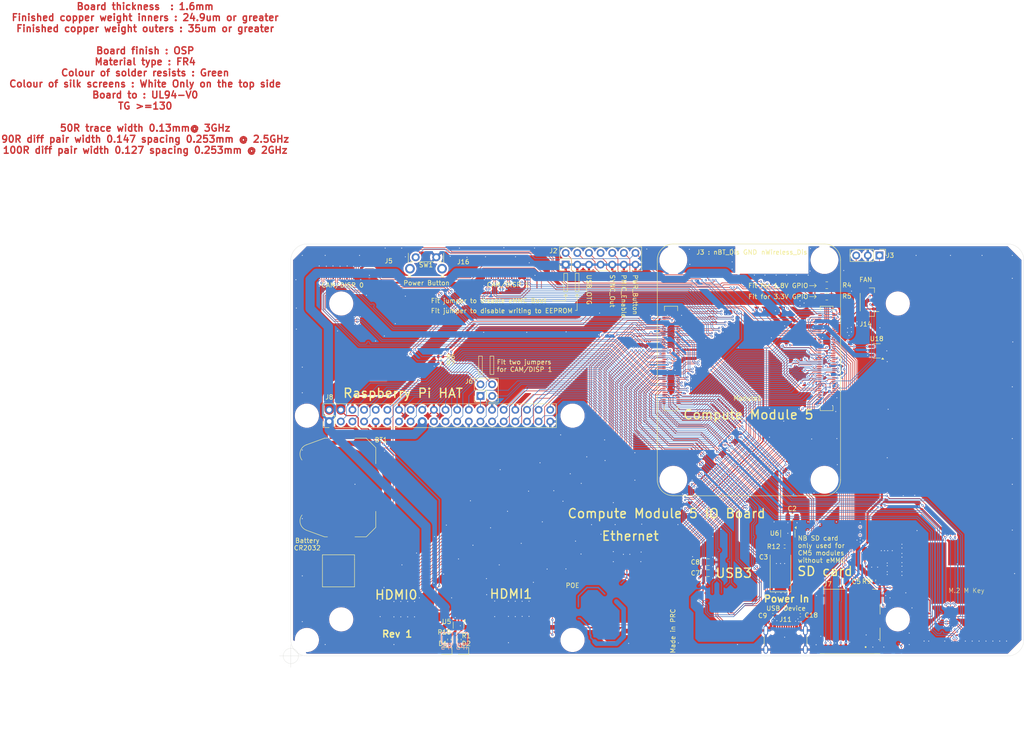
<source format=kicad_pcb>
(kicad_pcb (version 20241229) (generator "pcbnew") (generator_version "9.0")
  (layers (0 "F.Cu" signal) (4 "In1.Cu" power) (6 "In2.Cu" power) (2 "B.Cu" signal) (13 "F.Paste" user) (15 "B.Paste" user) (5 "F.SilkS" user "F.Silkscreen") (7 "B.SilkS" user "B.Silkscreen") (1 "F.Mask" user) (3 "B.Mask" user) (25 "Edge.Cuts" user))
  (net 0 "")
  (net 1 "GND")
  (net 2 "/CM5_GPIO (GPIO, SDCARD)/VBAT")
  (net 3 "/CM5_HighSpeed/VBUS")
  (net 4 "/CM5_HighSpeed/+5v")
  (net 5 "/CM5_GPIO (GPIO, SDCARD)/SD_PWR")
  (net 6 "Net-(D1-K)")
  (net 7 "Net-(D2-K)")
  (net 8 "/CM5_GPIO (GPIO, SDCARD)/PMIC_ENABLE")
  (net 9 "/CM5_GPIO (GPIO, SDCARD)/PWR_BUT")
  (net 10 "/CM5_GPIO (GPIO, SDCARD)/USBOTG")
  (net 11 "Net-(R10-Pad2)")
  (net 13 "/CM5_GPIO (GPIO, SDCARD)/EEPROM_nWP")
  (net 14 "/+3.3v")
  (net 15 "/CM5_GPIO (GPIO, SDCARD)/SYNC_OUT")
  (net 16 "/CM5_GPIO (GPIO, SDCARD)/nRPIBOOT")
  (net 17 "/CM5_GPIO (GPIO, SDCARD)/BT_nDis")
  (net 18 "/CM5_GPIO (GPIO, SDCARD)/WL_nDis")
  (net 19 "/+5v")
  (net 20 "/CM5_HighSpeed/PCIE_RX_N")
  (net 21 "/CM5_HighSpeed/PCIE_RX_P")
  (net 22 "/CM5_HighSpeed/PCIE_TX_N")
  (net 23 "/CM5_HighSpeed/PCIE_TX_P")
  (net 24 "/CM5_HighSpeed/PCIE_nCLKREQ")
  (net 25 "/CM5_HighSpeed/PCIE_CLK_N")
  (net 26 "/CM5_HighSpeed/PCIE_CLK_P")
  (net 27 "/CM5_HighSpeed/DPHY0_D0_N")
  (net 28 "/CM5_HighSpeed/DPHY0_D0_P")
  (net 29 "/CM5_HighSpeed/DPHY0_D1_N")
  (net 30 "/CM5_HighSpeed/DPHY0_D1_P")
  (net 31 "/CM5_HighSpeed/DPHY0_C_N")
  (net 32 "/CM5_HighSpeed/DPHY0_C_P")
  (net 33 "/CM5_HighSpeed/DPHY0_D2_N")
  (net 34 "/CM5_HighSpeed/DPHY0_D2_P")
  (net 35 "/CM5_HighSpeed/DPHY0_D3_N")
  (net 36 "/CM5_HighSpeed/DPHY0_D3_P")
  (net 37 "/CM5_GPIO (GPIO, SDCARD)/ID_SD")
  (net 38 "/CM5_HighSpeed/SCL1")
  (net 39 "/CM5_GPIO (GPIO, SDCARD)/ID_SC")
  (net 40 "/CM5_HighSpeed/SDA1")
  (net 43 "/CM5_GPIO (GPIO, SDCARD)/SD_CMD")
  (net 44 "/CM5_GPIO (GPIO, SDCARD)/SD_CLK")
  (net 45 "/CM5_GPIO (GPIO, SDCARD)/SD_DAT1")
  (net 46 "/CM5_GPIO (GPIO, SDCARD)/SD_DAT3")
  (net 47 "/CM5_GPIO (GPIO, SDCARD)/SD_DAT2")
  (net 48 "/CM5_GPIO (GPIO, SDCARD)/SD_DAT0")
  (net 49 "/CM5_GPIO (GPIO, SDCARD)/GPIO16")
  (net 50 "/CM5_GPIO (GPIO, SDCARD)/GPIO2")
  (net 51 "/CM5_GPIO (GPIO, SDCARD)/GPIO10")
  (net 52 "/CM5_GPIO (GPIO, SDCARD)/GPIO11")
  (net 53 "/CM5_GPIO (GPIO, SDCARD)/GPIO21")
  (net 54 "/CM5_GPIO (GPIO, SDCARD)/GPIO27")
  (net 55 "/CM5_GPIO (GPIO, SDCARD)/GPIO15")
  (net 56 "/CM5_GPIO (GPIO, SDCARD)/GPIO13")
  (net 57 "/CM5_GPIO (GPIO, SDCARD)/GPIO19")
  (net 58 "/CM5_GPIO (GPIO, SDCARD)/GPIO25")
  (net 59 "/CM5_GPIO (GPIO, SDCARD)/GPIO20")
  (net 60 "/CM5_GPIO (GPIO, SDCARD)/GPIO8")
  (net 61 "/CM5_GPIO (GPIO, SDCARD)/GPIO22")
  (net 62 "/CM5_GPIO (GPIO, SDCARD)/GPIO18")
  (net 63 "/CM5_GPIO (GPIO, SDCARD)/GPIO5")
  (net 64 "/CM5_GPIO (GPIO, SDCARD)/GPIO9")
  (net 65 "/CM5_GPIO (GPIO, SDCARD)/GPIO4")
  (net 66 "/CM5_GPIO (GPIO, SDCARD)/GPIO14")
  (net 67 "/CM5_GPIO (GPIO, SDCARD)/GPIO6")
  (net 68 "/CM5_GPIO (GPIO, SDCARD)/GPIO3")
  (net 69 "/CM5_GPIO (GPIO, SDCARD)/GPIO17")
  (net 70 "/CM5_GPIO (GPIO, SDCARD)/GPIO23")
  (net 71 "/CM5_GPIO (GPIO, SDCARD)/GPIO12")
  (net 72 "/CM5_GPIO (GPIO, SDCARD)/GPIO26")
  (net 73 "/CM5_GPIO (GPIO, SDCARD)/GPIO24")
  (net 74 "/CM5_GPIO (GPIO, SDCARD)/GPIO7")
  (net 75 "/CM5_HighSpeed/HDMI1_HOTPLUG")
  (net 76 "/CM5_HighSpeed/HDMI1_SDA")
  (net 77 "/CM5_HighSpeed/HDMI1_SCL")
  (net 78 "/CM5_HighSpeed/HDMI1_CEC")
  (net 79 "/CM5_HighSpeed/HDMI1_CK_N")
  (net 80 "/CM5_HighSpeed/HDMI1_CK_P")
  (net 81 "/CM5_HighSpeed/HDMI1_D0_N")
  (net 82 "/CM5_HighSpeed/HDMI1_D0_P")
  (net 83 "/CM5_HighSpeed/HDMI1_D1_N")
  (net 84 "/CM5_HighSpeed/HDMI1_D1_P")
  (net 85 "/CM5_HighSpeed/HDMI1_D2_N")
  (net 86 "/CM5_HighSpeed/HDMI1_D2_P")
  (net 87 "/CC1")
  (net 88 "/USB2_P")
  (net 89 "/USB2_N")
  (net 91 "/CC2")
  (net 93 "/CM5_HighSpeed/USB3-0-D_N")
  (net 94 "/CM5_HighSpeed/USB3-0-D_P")
  (net 95 "/CM5_HighSpeed/USB3-0-RX_N")
  (net 96 "/CM5_HighSpeed/USB3-0-RX_P")
  (net 97 "/CM5_HighSpeed/USB3-0-TX_N")
  (net 98 "/CM5_HighSpeed/USB3-0-TX_P")
  (net 99 "/CM5_HighSpeed/USB3-1-D_N")
  (net 100 "/CM5_HighSpeed/USB3-1-D_P")
  (net 101 "/CM5_HighSpeed/USB3-1-RX_N")
  (net 102 "/CM5_HighSpeed/USB3-1-RX_P")
  (net 103 "/CM5_HighSpeed/USB3-1-TX_N")
  (net 104 "/CM5_HighSpeed/USB3-1-TX_P")
  (net 105 "/CM5_GPIO (GPIO, SDCARD)/TACHO")
  (net 106 "/CM5_GPIO (GPIO, SDCARD)/PWM")
  (net 107 "/CM5_HighSpeed/DPHY1_D0_N")
  (net 108 "/CM5_HighSpeed/DPHY1_D0_P")
  (net 109 "/CM5_HighSpeed/DPHY1_D1_N")
  (net 110 "/CM5_HighSpeed/DPHY1_D1_P")
  (net 111 "/CM5_HighSpeed/DPHY1_C_N")
  (net 112 "/CM5_HighSpeed/DPHY1_C_P")
  (net 113 "/CM5_HighSpeed/DPHY1_D2_N")
  (net 114 "/CM5_HighSpeed/DPHY1_D2_P")
  (net 115 "/CM5_HighSpeed/DPHY1_D3_N")
  (net 116 "/CM5_HighSpeed/DPHY1_D3_P")
  (net 117 "/CM5_HighSpeed/HDMI0_HOTPLUG")
  (net 118 "/CM5_HighSpeed/HDMI0_SDA")
  (net 119 "/CM5_HighSpeed/HDMI0_SCL")
  (net 120 "/CM5_HighSpeed/HDMI0_CEC")
  (net 121 "/CM5_HighSpeed/HDMI0_CK_N")
  (net 122 "/CM5_HighSpeed/HDMI0_CK_P")
  (net 123 "/CM5_HighSpeed/HDMI0_D0_N")
  (net 124 "/CM5_HighSpeed/HDMI0_D0_P")
  (net 125 "/CM5_HighSpeed/HDMI0_D1_N")
  (net 126 "/CM5_HighSpeed/HDMI0_D1_P")
  (net 127 "/CM5_HighSpeed/HDMI0_D2_N")
  (net 128 "/CM5_HighSpeed/HDMI0_D2_P")
  (net 129 "/CM5_GPIO (GPIO, SDCARD)/SDA0")
  (net 130 "/CM5_GPIO (GPIO, SDCARD)/CAM_GPIO0")
  (net 131 "Net-(Module1A-LED_nACT)")
  (net 137 "/CM5_GPIO (GPIO, SDCARD)/ETH_LEDG")
  (net 138 "/CM5_GPIO (GPIO, SDCARD)/SD_PWR_ON")
  (net 139 "/CM5_GPIO (GPIO, SDCARD)/+1.8v")
  (net 140 "/CM5_GPIO (GPIO, SDCARD)/TRD2_P")
  (net 141 "/CM5_HighSpeed/PCIE_PWR_EN")
  (net 142 "/CM5_HighSpeed/PCIE_nWAKE")
  (net 143 "/CM5_HighSpeed/PCIE_nRST")
  (net 144 "/CM5_HighSpeed/VBUS_EN")
  (net 145 "Net-(U6-ILIM)")
  (net 149 "/CM5_GPIO (GPIO, SDCARD)/TRD3_P")
  (net 150 "/CM5_GPIO (GPIO, SDCARD)/TRD0_P")
  (net 151 "/CM5_GPIO (GPIO, SDCARD)/nPWR_LED")
  (net 152 "/CM5_GPIO (GPIO, SDCARD)/TRD0_N")
  (net 153 "/CM5_GPIO (GPIO, SDCARD)/SCL0")
  (net 154 "/CM5_GPIO (GPIO, SDCARD)/ETH_LEDY")
  (net 155 "/CM5_GPIO (GPIO, SDCARD)/TRD1_P")
  (net 156 "/CM5_GPIO (GPIO, SDCARD)/TRD3_N")
  (net 157 "/CM5_GPIO (GPIO, SDCARD)/CAM_GPIO1")
  (net 158 "/CM5_GPIO (GPIO, SDCARD)/GPIO_VREF")
  (net 159 "/CM5_GPIO (GPIO, SDCARD)/TRD2_N")
  (net 160 "/CM5_GPIO (GPIO, SDCARD)/TRD1_N")
  (footprint "CM5IO:BatteryHolder_Keystone_3034_1x20mm" (layer "F.Cu") (at 90 123.2 -90)
    (property "Reference" "BT1")
    (property "Value" "Battery_Cell")
  )
  (footprint "Capacitor_SMD:C_0805_2012Metric" (layer "F.Cu") (at 199.45 143.75 180)
    (property "Reference" "C5")
    (property "Value" "10u")
  )
  (footprint "Resistor_SMD:R_0402_1005Metric" (layer "F.Cu") (at 113.6 156.4 90)
    (property "Reference" "R10")
    (property "Value" "1k")
  )
  (footprint "Connector_PinHeader_2.54mm:PinHeader_2x20_P2.54mm_Vertical" (layer "F.Cu") (at 87.37 108.77 90)
    (property "Reference" "J8")
    (property "Value" "THD-20-R")
  )
  (footprint "LED_SMD:LED_0603_1608Metric" (layer "F.Cu") (at 116.35 158.9 180)
    (property "Reference" "D2")
    (property "Value" "LED Green")
  )
  (footprint "Connector_USB:USB_C_Receptacle_GCT_USB4105-xx-A_16P_TopMnt_Horizontal" (layer "F.Cu") (at 187 157.525)
    (property "Reference" "J11")
    (property "Value" "USB_C_Receptacle_USB2.0")
  )
  (footprint "LED_SMD:LED_0603_1608Metric" (layer "F.Cu") (at 112.7 158.9 180)
    (property "Reference" "D1")
    (property "Value" "LED Red")
  )
  (footprint "Resistor_SMD:R_0402_1005Metric" (layer "F.Cu") (at 115.8 156.4 90)
    (property "Reference" "R1")
    (property "Value" "1k")
  )
  (footprint "Package_TO_SOT_SMD:SOT-353_SC-70-5" (layer "F.Cu") (at 115.6 153.3 -90)
    (property "Reference" "U5")
    (property "Value" "74LVC1G07SE-7")
  )
  (footprint "Package_TO_SOT_SMD:SOT-23-5" (layer "F.Cu") (at 206.9 93.35 180)
    (property "Reference" "U18")
    (property "Value" "RT9742GGJ5")
  )
  (footprint "CM5IO:MountingHole_2.7mm_M2.5_DIN965" (layer "F.Cu") (at 90 152)
    (property "Reference" "H1" (hide yes))
    (property "Value" "MountingHole")
  )
  (footprint "CM5IO:MountingHole_2.7mm_M2.5_DIN965" (layer "F.Cu") (at 82.5 156.5)
    (property "Reference" "H2" (hide yes))
    (property "Value" "MountingHole")
  )
  (footprint "CM5IO:MountingHole_2.7mm_M2.5_DIN965" (layer "F.Cu") (at 82.5 107.5)
    (property "Reference" "H3" (hide yes))
    (property "Value" "MountingHole")
  )
  (footprint "CM5IO:MountingHole_2.7mm_M2.5_DIN965" (layer "F.Cu") (at 140.5 156.5)
    (property "Reference" "H4" (hide yes))
    (property "Value" "MountingHole")
  )
  (footprint "CM5IO:MountingHole_2.7mm_M2.5_DIN965" (layer "F.Cu") (at 140.5 107.5)
    (property "Reference" "H5" (hide yes))
    (property "Value" "MountingHole")
  )
  (footprint "CM5IO:MountingHole_2.7mm_M2.5_DIN965" (layer "F.Cu") (at 211.5 83)
    (property "Reference" "H6" (hide yes))
    (property "Value" "MountingHole")
  )
  (footprint "CM5IO:MountingHole_2.7mm_M2.5_DIN965" (layer "F.Cu") (at 90 83)
    (property "Reference" "H7" (hide yes))
    (property "Value" "MountingHole")
  )
  (footprint "CM5IO:MountingHole_2.7mm_M2.5_DIN965" (layer "F.Cu") (at 211.5 152)
    (property "Reference" "H8" (hide yes))
    (property "Value" "MountingHole")
  )
  (footprint "Connector_PinHeader_2.54mm:PinHeader_2x02_P2.54mm_Vertical" (layer "F.Cu") (at 120.4 103.2 90)
    (property "Reference" "J6")
    (property "Value" "THD-02-R")
  )
  (footprint "Resistor_SMD:R_0402_1005Metric" (layer "F.Cu") (at 111.685 94.6)
    (property "Reference" "R6")
    (property "Value" "2.2K 1%")
  )
  (footprint "Resistor_SMD:R_0402_1005Metric" (layer "F.Cu") (at 111.685 96.1)
    (property "Reference" "R7")
    (property "Value" "2.2K 1%")
  )
  (footprint "Connector_PinHeader_2.54mm:PinHeader_2x07_P2.54mm_Vertical" (layer "F.Cu") (at 139 74.5 90)
    (property "Reference" "J2")
    (property "Value" "Conn_02x07_Odd_Even")
  )
  (footprint "Resistor_SMD:R_0805_2012Metric_Pad1.20x1.40mm_HandSolder" (layer "F.Cu") (at 196 79)
    (property "Reference" "R4")
    (property "Value" "nf")
  )
  (footprint "Resistor_SMD:R_0805_2012Metric_Pad1.20x1.40mm_HandSolder" (layer "F.Cu") (at 196 81.5)
    (property "Reference" "R5")
    (property "Value" "0R")
  )
  (footprint "Connector_PinHeader_2.54mm:PinHeader_1x03_P2.54mm_Vertical" (layer "F.Cu") (at 207.5 72.5 -90)
    (property "Reference" "J3")
    (property "Value" "Conn_01x03")
  )
  (footprint "CM5IO:SDCARD_MOLEX_503398-1892" (layer "F.Cu") (at 201.08 152.45 180)
    (property "Reference" "J7")
    (property "Value" "Micro_SD_Card_Det")
  )
  (footprint "Resistor_SMD:R_0402_1005Metric" (layer "F.Cu") (at 206.3 143.5 -90)
    (property "Reference" "R9")
    (property "Value" "2.2K 1%")
  )
  (footprint "Capacitor_SMD:C_0805_2012Metric" (layer "F.Cu") (at 170.1375 139.5)
    (property "Reference" "C8")
    (property "Value" "10u")
  )
  (footprint "Connector_JST:JST_SH_BM04B-SRSS-TB_1x04-1MP_P1.00mm_Vertical" (layer "F.Cu") (at 205.3 82.7 90)
    (property "Reference" "J14")
    (property "Value" "JST_SHBM04B-SRSS-TB")
  )
  (footprint "Capacitor_SMD:C_0805_2012Metric" (layer "F.Cu") (at 188.4375 129.7 180)
    (property "Reference" "C2")
    (property "Value" "10u")
  )
  (footprint "Capacitor_Tantalum_SMD:CP_EIA-7343-31_Kemet-D" (layer "F.Cu") (at 185.9 141.5875 90)
    (property "Reference" "C3")
    (property "Value" "100uF")
  )
  (footprint "Package_TO_SOT_SMD:SOT-23-6" (layer "F.Cu") (at 187.5 133.2625 -90)
    (property "Reference" "U6")
    (property "Value" "AP22653W6")
  )
  (footprint "Capacitor_SMD:C_0402_1005Metric" (layer "F.Cu") (at 190.22 151.1)
    (property "Reference" "C18")
    (property "Value" "100n")
  )
  (footprint "Button_Switch_THT:SW_Tactile_SPST_Angled_PTS645Vx58-2LFS" (layer "F.Cu") (at 106.25 72.9)
    (property "Reference" "SW1")
    (property "Value" "Right angle Tact button")
  )
  (footprint "Capacitor_SMD:C_0805_2012Metric" (layer "F.Cu") (at 170.15 141.9)
    (property "Reference" "C7")
    (property "Value" "10u")
  )
  (footprint "Resistor_SMD:R_0402_1005Metric" (layer "F.Cu") (at 186.8 136.1 180)
    (property "Reference" "R12")
    (property "Value" "15K 1%")
  )
  (footprint "Capacitor_SMD:C_0402_1005Metric" (layer "F.Cu") (at 184.22 151.1 180)
    (property "Reference" "C9")
    (property "Value" "100n")
  )
  (footprint "CM5IO:Raspberry-Pi-5-Compute-Module" (layer "F.Cu") (at 195.5 73.5 180)
    (property "Reference" "Module1")
    (property "Value" "ComputeModule5-CM5")
  )
  (footprint "TestPoint:TestPoint_Pad_2.0x2.0mm" (layer "B.Cu") (at 116.411606 156.1)
    (property "Reference" "TP3")
    (property "Value" "TestPoint")
  )
  (footprint "TestPoint:TestPoint_Pad_2.0x2.0mm" (layer "B.Cu") (at 113.1 156.1)
    (property "Reference" "TP5")
    (property "Value" "TestPoint")
  )
  (gr_line (start 136.1 82.4) (end 138.5 82.4) (stroke (width 0.12)) (layer "F.SilkS"))
  (gr_line (start 141.5 81) (end 141.1 81.4) (stroke (width 0.12)) (layer "F.SilkS"))
  (gr_line (start 92.9 144.9) (end 85.9 144.9) (stroke (width 0.12)) (layer "F.SilkS"))
  (gr_line (start 192.2 81.5) (end 193.7 81.5) (stroke (width 0.12)) (layer "F.SilkS"))
  (gr_rect (start 85.9 137.9) (end 85.9 144.9) (stroke (width 0.12)) (fill no) (layer "F.SilkS"))
  (gr_line (start 192.2 79.1) (end 193.7 79.1) (stroke (width 0.12)) (layer "F.SilkS"))
  (gr_line (start 92.9 144.9) (end 92.9 138.9) (stroke (width 0.12)) (layer "F.SilkS"))
  (gr_line (start 92.9 137.9) (end 92.9 138.9) (stroke (width 0.12)) (layer "F.SilkS"))
  (gr_line (start 139 81) (end 139.4 81.4) (stroke (width 0.12)) (layer "F.SilkS"))
  (gr_line (start 193.7 81.5) (end 193.3 81.9) (stroke (width 0.12)) (layer "F.SilkS"))
  (gr_line (start 193.7 81.5) (end 193.3 81.1) (stroke (width 0.12)) (layer "F.SilkS"))
  (gr_line (start 193.3 81.1) (end 193.7 81.5) (stroke (width 0.12)) (layer "F.SilkS"))
  (gr_rect (start 122.5 94.5) (end 123.3 98.5) (stroke (width 0.12)) (fill no) (layer "F.SilkS"))
  (gr_line (start 139 82.4) (end 139 81) (stroke (width 0.12)) (layer "F.SilkS"))
  (gr_line (start 141.1 84.5) (end 141.5 84.5) (stroke (width 0.12)) (layer "F.SilkS"))
  (gr_line (start 193.7 79.1) (end 193.3 78.7) (stroke (width 0.12)) (layer "F.SilkS"))
  (gr_line (start 138.5 82.4) (end 139 82.4) (stroke (width 0.12)) (layer "F.SilkS"))
  (gr_line (start 193.7 79.1) (end 193.3 79.5) (stroke (width 0.12)) (layer "F.SilkS"))
  (gr_line (start 139 81) (end 138.6 81.4) (stroke (width 0.12)) (layer "F.SilkS"))
  (gr_line (start 85.9 137.9) (end 92.9 137.9) (stroke (width 0.12)) (layer "F.SilkS"))
  (gr_line (start 141.5 81) (end 141.9 81.4) (stroke (width 0.12)) (layer "F.SilkS"))
  (gr_rect (start 120 94.5) (end 120.8 98.5) (stroke (width 0.12)) (fill no) (layer "F.SilkS"))
  (gr_rect (start 138.6 76.4) (end 139.4 80.4) (stroke (width 0.12)) (fill no) (layer "F.SilkS"))
  (gr_line (start 141.5 84.5) (end 141.5 81) (stroke (width 0.12)) (layer "F.SilkS"))
  (gr_rect (start 141.1 76.4) (end 141.9 80.4) (stroke (width 0.12)) (fill no) (layer "F.SilkS"))
  (gr_line (start 239 156.5) (end 239 73.5) (stroke (width 0.05)) (layer "Edge.Cuts"))
  (gr_line (start 235.5 70) (end 82.5 70) (stroke (width 0.05)) (layer "Edge.Cuts"))
  (gr_line (start 79 156.5) (end 79 73.5) (stroke (width 0.05)) (layer "Edge.Cuts"))
  (gr_arc (start 79 73.5) (mid 80.025126 71.025126) (end 82.5 70) (stroke (width 0.05)) (layer "Edge.Cuts"))
  (gr_line (start 82.5 160) (end 235.5 160) (stroke (width 0.05)) (layer "Edge.Cuts"))
  (gr_arc (start 82.5 160) (mid 80.025126 158.974874) (end 79 156.5) (stroke (width 0.05)) (layer "Edge.Cuts"))
  (gr_arc (start 235.5 70) (mid 237.974874 71.025126) (end 239 73.5) (stroke (width 0.05)) (layer "Edge.Cuts"))
  (gr_arc (start 239 156.5) (mid 237.974874 158.974874) (end 235.5 160) (stroke (width 0.05)) (layer "Edge.Cuts"))
  (gr_text "Board thickness  : 1.6mm\nFinished copper weight inners : 24.9um or greater\nFinished copper weight outers : 35um or greater\n\nBoard finish : OSP\nMaterial type : FR4\nColour of solder resists : Green\nColour of silk screens : White Only on the top side\nBoard to : UL94-V0\nTG >=130\n\n50R trace width 0.13mm@ 3GHz\n90R diff pair width 0.147 spacing 0.253mm @ 2.5GHz\n100R diff pair width 0.127 spacing 0.253mm @ 2GHz" (at 47.2 33.8 0) (layer "F.Cu") (effects (font (size 1.5 1.5) (thickness 0.3))))
  (gr_text "Rev 1" (at 102.2 155.2 0) (layer "F.SilkS") (effects (font (size 1.5 1.5) (thickness 0.3))))
  (gr_text "Fit for 3.3V GPIO " (at 185.8 81.5 0) (layer "F.SilkS") (effects (font (size 1 1))))
  (gr_text "Fit jumper to disable writing to EEPROM" (at 109.5 84.6 0) (layer "F.SilkS") (effects (font (size 1 1)) (justify left)))
  (gr_text "Power In" (at 182.1 148.4 0) (layer "F.SilkS") (effects (font (size 1.5 1.5) (thickness 0.3) (bold yes)) (justify left bottom)))
  (gr_text "Made in PRC" (at 163 159.5 90) (layer "F.SilkS") (effects (font (size 1 1)) (justify left bottom)))
  (gr_text "nWireless_Dis" (at 186.7 71.8 0) (layer "F.SilkS") (effects (font (size 1 1))))
  (gr_text "CAM/DISP 0" (at 90.3 79 0) (layer "F.SilkS") (effects (font (size 1 1))))
  (gr_text "J16" (at 115.2 74.5 0) (layer "F.SilkS") (effects (font (size 1 1)) (justify left bottom)))
  (gr_text "FAN" (at 204.5 77.8 0) (layer "F.SilkS") (effects (font (size 1 1))))
  (gr_text "USB Device" (at 187.1 149.6 0) (layer "F.SilkS") (effects (font (size 1 1))))
  (gr_text "M.2 M Key" (at 222.5 146.3 0) (layer "F.SilkS") (effects (font (size 1 1) (thickness 0.1)) (justify left bottom)))
  (gr_text "Raspberry Pi HAT" (at 103.5 102.6 0) (layer "F.SilkS") (effects (font (size 2 2) (thickness 0.3))))
  (gr_text "Fit for 1.8V GPIO" (at 185.4 79.1 0) (layer "F.SilkS") (effects (font (size 1 1))))
  (gr_text "USB3" (at 175.7 141.9 0) (layer "F.SilkS") (effects (font (size 2 2) (thickness 0.3))))
  (gr_text "PWR_Button" (at 153.6 76.6 270) (layer "F.SilkS") (effects (font (size 1 1)) (justify left bottom)))
  (gr_text "Fit two jumpers \nfor CAM/DISP 1" (at 123.9 96.6 0) (layer "F.SilkS") (effects (font (size 1 1)) (justify left)))
  (gr_text "J3 : nBT_Dis GND " (at 174.55 71.8 0) (layer "F.SilkS") (effects (font (size 1 1))))
  (gr_text "SYNC_Out" (at 148.6 76.6 270) (layer "F.SilkS") (effects (font (size 1 1)) (justify left bottom)))
  (gr_text "Battery\nCR2032\n" (at 82.6 135.6 0) (layer "F.SilkS") (effects (font (size 1 1))))
  (gr_text "Ethernet" (at 153.1 133.8 0) (layer "F.SilkS") (effects (font (size 2 2) (thickness 0.3))))
  (gr_text "NB SD card\nonly used for \nCM5 modules \nwithout eMMC" (at 189.6 136.7 0) (layer "F.SilkS") (effects (font (size 1 1)) (justify left)))
  (gr_text "SD card" (at 195.6 141.5 0) (layer "F.SilkS") (effects (font (size 2 2) (thickness 0.3))))
  (gr_text "CAM/DISP 1\n" (at 126.4 78.9 0) (layer "F.SilkS") (effects (font (size 1 1))))
  (gr_text "PMIC_Enable" (at 151.1 76.6 -90) (layer "F.SilkS") (effects (font (size 1 1)) (justify left bottom)))
  (gr_text "HDMI1" (at 127.05 146.45 0) (layer "F.SilkS") (effects (font (size 2 2) (thickness 0.3))))
  (gr_text "USB_OTG" (at 143.5 76.6 -90) (layer "F.SilkS") (effects (font (size 1 1)) (justify left bottom)))
  (gr_text "Power Button" (at 103.5 79.1 0) (layer "F.SilkS") (effects (font (size 1 1)) (justify left bottom)))
  (gr_text "J5" (at 99.4 74.3 0) (layer "F.SilkS") (effects (font (size 1 1)) (justify left bottom)))
  (gr_text "Compute Module 5 IO Board" (at 139.25 130.05 0) (layer "F.SilkS") (effects (font (size 2 2) (thickness 0.3) (bold yes)) (justify left bottom)))
  (gr_text "HDMI0" (at 102 146.65 0) (layer "F.SilkS") (effects (font (size 2 2) (thickness 0.3))))
  (gr_text "Fit jumper to disable eMMC Boot" (at 109.5 82.4 0) (layer "F.SilkS") (effects (font (size 1 1)) (justify left)))
  (gr_text "POE" (at 140.5 144.6 0) (layer "F.SilkS") (effects (font (size 1 1))))
  (gr_text "Compute Module 5" (at 178.9 107.3 0) (layer "F.SilkS") (effects (font (size 2 2) (thickness 0.3))))
  (target plus (at 79 160) (size 5) (width 0.05) (layer "Edge.Cuts"))
  (segment (start 129.25 76.05) (end 129.6 75.7) (width 0.13) (layer "F.Cu") (net 0))
  (segment (start 151.2 139.75) (end 151.35 139.75) (width 0.127) (layer "F.Cu") (net 0))
  (segment (start 148.46 139.59) (end 148.35 139.7) (width 0.127) (layer "F.Cu") (net 0))
  (segment (start 121.5 151.6) (end 121.75 151.85) (width 0.23) (layer "F.Cu") (net 0))
  (segment (start 154.4 138.67) (end 154.4 139.3) (width 0.127) (layer "F.Cu") (net 0))
  (segment (start 157.445 140.305) (end 158 139.75) (width 0.127) (layer "F.Cu") (net 0))
  (segment (start 207.7 132.1) (end 208.9 133.3) (width 1) (layer "F.Cu") (net 0))
  (segment (start 208.3 154.2) (end 208.3 148.9) (width 0.127) (layer "F.Cu") (net 0))
  (segment (start 217.5 148.2) (end 214.4 145.1) (width 0.23) (layer "F.Cu") (net 0))
  (segment (start 207.85 137.9) (end 206.5 137.9) (width 0.23) (layer "F.Cu") (net 0))
  (segment (start 159 155.9) (end 160.4 155.9) (width 0.13) (layer "F.Cu") (net 0))
  (segment (start 157.75 138.25) (end 158 138.5) (width 0.127) (layer "F.Cu") (net 0))
  (segment (start 154.84 138.085) (end 154.84 138.197499) (width 0.127) (layer "F.Cu") (net 0))
  (segment (start 150.34 139.142501) (end 150.34 139.49) (width 0.127) (layer "F.Cu") (net 0))
  (segment (start 129.25 76.85) (end 129.25 76.05) (width 0.13) (layer "F.Cu") (net 0))
  (segment (start 133.7 77.3) (end 133.7 79.7) (width 0.13) (layer "F.Cu") (net 0))
  (segment (start 206.5 137.9) (end 205.3 137.9) (width 0.23) (layer "F.Cu") (net 0))
  (segment (start 233.5 151.1) (end 233.2 151.4) (width 0.13) (layer "F.Cu") (net 0))
  (segment (start 155.7 140.8) (end 155.7 140.815) (width 0.127) (layer "F.Cu") (net 0))
  (segment (start 148.4 139.082501) (end 148.46 139.142501) (width 0.127) (layer "F.Cu") (net 0))
  (segment (start 155.6 140.2) (end 156 140.6) (width 0.127) (layer "F.Cu") (net 0))
  (segment (start 153.65 139.4) (end 153.45 139.6) (width 0.127) (layer "F.Cu") (net 0))
  (segment (start 149.9 139.082501) (end 149.96 139.142501) (width 0.127) (layer "F.Cu") (net 0))
  (segment (start 155.9 138.67) (end 155.9 139.4) (width 0.127) (layer "F.Cu") (net 0))
  (segment (start 157.45 138.25) (end 157.75 138.25) (width 0.127) (layer "F.Cu") (net 0))
  (segment (start 215.7 145.1) (end 212.4 145.1) (width 0.13) (layer "F.Cu") (net 0))
  (segment (start 156.34 138.085) (end 156.34 138.197499) (width 0.127) (layer "F.Cu") (net 0))
  (segment (start 155 140.5) (end 155.4 140.5) (width 0.127) (layer "F.Cu") (net 0))
  (segment (start 213.785 156.315) (end 212.6 156.315) (width 0.13) (layer "F.Cu") (net 0))
  (segment (start 146.8 140.25) (end 146.5 139.95) (width 0.127) (layer "F.Cu") (net 0))
  (segment (start 151.2 138.45) (end 151.55 138.45) (width 0.127) (layer "F.Cu") (net 0))
  (segment (start 146.5 139.95) (end 146.5 139.55) (width 0.127) (layer "F.Cu") (net 0))
  (segment (start 150.34 138.085) (end 150.34 138.197499) (width 0.127) (layer "F.Cu") (net 0))
  (segment (start 161.1 155.2) (end 161.1 153.8) (width 0.13) (layer "F.Cu") (net 0))
  (segment (start 151.65 140.4) (end 151.7 140.4) (width 0.127) (layer "F.Cu") (net 0))
  (segment (start 204.315 138.9) (end 204.315 139.615) (width 0.23) (layer "F.Cu") (net 0))
  (segment (start 155.3 140.2) (end 155.6 140.2) (width 0.127) (layer "F.Cu") (net 0))
  (segment (start 158.3 155.2) (end 159 155.9) (width 0.13) (layer "F.Cu") (net 0))
  (segment (start 116.225 149.31) (end 116.45 149.085) (width 0.23) (layer "F.Cu") (net 0))
  (segment (start 117.761594 149.085) (end 119.246594 147.6) (width 0.23) (layer "F.Cu") (net 0))
  (segment (start 150.45 139.6) (end 150.75 139.6) (width 0.127) (layer "F.Cu") (net 0))
  (segment (start 158 138.5) (end 158 139.75) (width 0.127) (layer "F.Cu") (net 0))
  (segment (start 146.5 139.55) (end 146.7 139.35) (width 0.127) (layer "F.Cu") (net 0))
  (segment (start 218.5 147.9) (end 215.7 145.1) (width 0.23) (layer "F.Cu") (net 0))
  (segment (start 151.05 139.9) (end 151.2 139.75) (width 0.127) (layer "F.Cu") (net 0))
  (segment (start 149.96 138.085) (end 149.96 138.197499) (width 0.127) (layer "F.Cu") (net 0))
  (segment (start 149.96 139.94) (end 148.8 141.1) (width 0.127) (layer "F.Cu") (net 0))
  (segment (start 150.8 140.6) (end 151 140.6) (width 0.127) (layer "F.Cu") (net 0))
  (segment (start 208.3 154.2) (end 209.6 155.5) (width 0.127) (layer "F.Cu") (net 0))
  (segment (start 210.7 145.1) (end 209.8 145.1) (width 0.13) (layer "F.Cu") (net 0))
  (segment (start 154.9 139.8) (end 155.3 140.2) (width 0.127) (layer "F.Cu") (net 0))
  (segment (start 217.5 150.225) (end 217.5 148.2) (width 0.23) (layer "F.Cu") (net 0))
  (segment (start 152.285 142.8) (end 153.635 144.15) (width 0.127) (layer "F.Cu") (net 0))
  (segment (start 146.7 139.35) (end 147.5 139.35) (width 0.127) (layer "F.Cu") (net 0))
  (segment (start 233.5 150.225) (end 233.5 151.1) (width 0.13) (layer "F.Cu") (net 0))
  (segment (start 209.36 145.1) (end 209.1 144.84) (width 0.13) (layer "F.Cu") (net 0))
  (segment (start 155.4 140.5) (end 155.7 140.8) (width 0.127) (layer "F.Cu") (net 0))
  (segment (start 215.1 145.1) (end 214.4 145.1) (width 0.23) (layer "F.Cu") (net 0))
  (segment (start 111.75 152.95) (end 115.05 149.65) (width 0.23) (layer "F.Cu") (net 0))
  (segment (start 209.6 158.2) (end 209.6 155.5) (width 0.127) (layer "F.Cu") (net 0))
  (segment (start 132.1 75.7) (end 133.7 77.3) (width 0.13) (layer "F.Cu") (net 0))
  (segment (start 153.65 140.25) (end 154.75 140.25) (width 0.127) (layer "F.Cu") (net 0))
  (segment (start 154.4 138.257499) (end 154.4 138.67) (width 0.127) (layer "F.Cu") (net 0))
  (segment (start 208.85 136.1) (end 208.85 135.85) (width 0.23) (layer "F.Cu") (net 0))
  (segment (start 148.4 143.995) (end 148.4 140.3) (width 0.127) (layer "F.Cu") (net 0))
  (segment (start 218 148) (end 215.1 145.1) (width 0.23) (layer "F.Cu") (net 0))
  (segment (start 154.84 138.197499) (end 154.9 138.257499) (width 0.127) (layer "F.Cu") (net 0))
  (segment (start 213.5 133.4) (end 213.5 133.8) (width 1) (layer "F.Cu") (net 0))
  (segment (start 150.34 138.197499) (end 150.4 138.257499) (width 0.127) (layer "F.Cu") (net 0))
  (segment (start 215.1 145.1) (end 215.7 145.1) (width 0.23) (layer "F.Cu") (net 0))
  (segment (start 217.1 151.4) (end 218.8 151.4) (width 0.127) (layer "F.Cu") (net 0))
  (segment (start 162.7 151.49) (end 162.7 141.1) (width 0.13) (layer "F.Cu") (net 0))
  (segment (start 154.9 138.67) (end 154.9 139.8) (width 0.127) (layer "F.Cu") (net 0))
  (segment (start 212.2875 158.9) (end 212.2875 157.5975) (width 0.127) (layer "F.Cu") (net 0))
  (segment (start 159.63 154.56) (end 162.7 151.49) (width 0.13) (layer "F.Cu") (net 0))
  (segment (start 151.55 138.45) (end 151.65 138.55) (width 0.127) (layer "F.Cu") (net 0))
  (segment (start 208.85 135.85) (end 208.9 135.8) (width 0.23) (layer "F.Cu") (net 0))
  (segment (start 148.9 138.257499) (end 148.9 138.67) (width 0.127) (layer "F.Cu") (net 0))
  (segment (start 150.75 139.6) (end 151.1 139.25) (width 0.127) (layer "F.Cu") (net 0))
  (segment (start 154.75 140.25) (end 155 140.5) (width 0.127) (layer "F.Cu") (net 0))
  (segment (start 148.84 138.085) (end 148.84 138.197499) (width 0.127) (layer "F.Cu") (net 0))
  (segment (start 99.25 152.95) (end 111.75 152.95) (width 0.23) (layer "F.Cu") (net 0))
  (segment (start 216.8 150.5) (end 216.8 151.1) (width 0.127) (layer "F.Cu") (net 0))
  (segment (start 150.4 138.67) (end 150.4 139.082501) (width 0.127) (layer "F.Cu") (net 0))
  (segment (start 148.46 138.085) (end 148.46 138.197499) (width 0.127) (layer "F.Cu") (net 0))
  (segment (start 148.4 138.67) (end 148.4 139.082501) (width 0.127) (layer "F.Cu") (net 0))
  (segment (start 213.5 142) (end 213.5 144) (width 1) (layer "F.Cu") (net 0))
  (segment (start 151.1 138.55) (end 151.2 138.45) (width 0.127) (layer "F.Cu") (net 0))
  (segment (start 146.82 140.25) (end 146.8 140.25) (width 0.127) (layer "F.Cu") (net 0))
  (segment (start 148.4 140.3) (end 148.84 139.86) (width 0.127) (layer "F.Cu") (net 0))
  (segment (start 151.65 138.55) (end 151.65 139.15) (width 0.127) (layer "F.Cu") (net 0))
  (segment (start 122.35 151.85) (end 123 151.2) (width 0.23) (layer "F.Cu") (net 0))
  (segment (start 210.3 158.9) (end 209.6 158.2) (width 0.127) (layer "F.Cu") (net 0))
  (segment (start 212.2875 157.5975) (end 212.6 157.285) (width 0.127) (layer "F.Cu") (net 0))
  (segment (start 156.34 138.197499) (end 156.4 138.257499) (width 0.127) (layer "F.Cu") (net 0))
  (segment (start 205.285 138.9) (end 205.285 137.9) (width 0.23) (layer "F.Cu") (net 0))
  (segment (start 209.8 145.1) (end 209.36 145.1) (width 0.13) (layer "F.Cu") (net 0))
  (segment (start 156.4 139.25) (end 156.55 139.4) (width 0.127) (layer "F.Cu") (net 0))
  (segment (start 156.95 139.4) (end 157.3 139.05) (width 0.127) (layer "F.Cu") (net 0))
  (segment (start 157.8 153.2) (end 158.3 153.7) (width 0.13) (layer "F.Cu") (net 0))
  (segment (start 156.4 139.9) (end 156.4 141.963602) (width 0.127) (layer "F.Cu") (net 0))
  (segment (start 154.46 138.197499) (end 154.4 138.257499) (width 0.127) (layer "F.Cu") (net 0))
  (segment (start 98 151.7) (end 99.25 152.95) (width 0.23) (layer "F.Cu") (net 0))
  (segment (start 152.365 138.845) (end 152.365 141.61) (width 0.23) (layer "F.Cu") (net 0))
  (segment (start 212.4 145.1) (end 210.7 145.1) (width 0.13) (layer "F.Cu") (net 0))
  (segment (start 146.82 140.25) (end 147.285 140.715) (width 0.127) (layer "F.Cu") (net 0))
  (segment (start 214.5 155.3) (end 214.5 155.6) (width 0.13) (layer "F.Cu") (net 0))
  (segment (start 150.25 140.2) (end 149.825 140.625) (width 0.127) (layer "F.Cu") (net 0))
  (segment (start 160.4 155.9) (end 161.1 155.2) (width 0.13) (layer "F.Cu") (net 0))
  (segment (start 218 150.225) (end 218 148) (width 0.23) (layer "F.Cu") (net 0))
  (segment (start 151.5 140.4) (end 151.65 140.4) (width 0.127) (layer "F.Cu") (net 0))
  (segment (start 157.3 138.4) (end 157.45 138.25) (width 0.127) (layer "F.Cu") (net 0))
  (segment (start 148.4 138.257499) (end 148.4 138.67) (width 0.127) (layer "F.Cu") (net 0))
  (segment (start 116.45 149.085) (end 117.761594 149.085) (width 0.23) (layer "F.Cu") (net 0))
  (segment (start 151.65 139.15) (end 151.75 139.25) (width 0.127) (layer "F.Cu") (net 0))
  (segment (start 150.4 138.257499) (end 150.4 138.67) (width 0.127) (layer "F.Cu") (net 0))
  (segment (start 154.46 138.085) (end 154.46 138.197499) (width 0.127) (layer "F.Cu") (net 0))
  (segment (start 212.4 147.3) (end 213.6 147.3) (width 0.127) (layer "F.Cu") (net 0))
  (segment (start 150.25 140.2) (end 150.4 140.2) (width 0.127) (layer "F.Cu") (net 0))
  (segment (start 151 140.6) (end 151.05 140.55) (width 0.127) (layer "F.Cu") (net 0))
  (segment (start 217.8 154.6) (end 215.2 154.6) (width 0.13) (layer "F.Cu") (net 0))
  (segment (start 154.4 139.3) (end 154.3 139.4) (width 0.127) (layer "F.Cu") (net 0))
  (segment (start 208.9 133.3) (end 208.9 135) (width 1) (layer "F.Cu") (net 0))
  (segment (start 149.96 138.197499) (end 149.9 138.257499) (width 0.127) (layer "F.Cu") (net 0))
  (segment (start 98 150.7) (end 98 151.7) (width 0.23) (layer "F.Cu") (net 0))
  (segment (start 156.55 139.4) (end 156.95 139.4) (width 0.127) (layer "F.Cu") (net 0))
  (segment (start 148.46 139.54) (end 148.46 139.142501) (width 0.127) (layer "F.Cu") (net 0))
  (segment (start 163.1 139.2) (end 162.6 138.7) (width 0.13) (layer "F.Cu") (net 0))
  (segment (start 155.9 139.4) (end 156.4 139.9) (width 0.127) (layer "F.Cu") (net 0))
  (segment (start 212.2 132.1) (end 213.5 133.4) (width 1) (layer "F.Cu") (net 0))
  (segment (start 150.4 140.2) (end 150.8 140.6) (width 0.127) (layer "F.Cu") (net 0))
  (segment (start 155.7 140.815) (end 154.905 141.61) (width 0.127) (layer "F.Cu") (net 0))
  (segment (start 148.84 138.197499) (end 148.9 138.257499) (width 0.127) (layer "F.Cu") (net 0))
  (segment (start 148.8 141.1) (end 148.8 142.3) (width 0.127) (layer "F.Cu") (net 0))
  (segment (start 151.7 140.4) (end 151.75 140.35) (width 0.127) (layer "F.Cu") (net 0))
  (segment (start 210.7125 158.9) (end 210.3 158.9) (width 0.127) (layer "F.Cu") (net 0))
  (segment (start 149.9 138.257499) (end 149.9 138.67) (width 0.127) (layer "F.Cu") (net 0))
  (segment (start 149.825 140.625) (end 149.825 141.61) (width 0.127) (layer "F.Cu") (net 0))
  (segment (start 155.9 138.257499) (end 155.9 138.67) (width 0.127) (layer "F.Cu") (net 0))
  (segment (start 123 151.2) (end 123 150.5) (width 0.23) (layer "F.Cu") (net 0))
  (segment (start 147.5 139.35) (end 147.85 139.7) (width 0.127) (layer "F.Cu") (net 0))
  (segment (start 204.315 138.9) (end 204.315 137.9) (width 0.23) (layer "F.Cu") (net 0))
  (segment (start 163.1 151.8) (end 163.1 139.2) (width 0.13) (layer "F.Cu") (net 0))
  (segment (start 162.7 141.1) (end 160.3 138.7) (width 0.13) (layer "F.Cu") (net 0))
  (segment (start 148.46 139.54) (end 148.46 139.59) (width 0.127) (layer "F.Cu") (net 0))
  (segment (start 219 151.2) (end 219 150.225) (width 0.127) (layer "F.Cu") (net 0))
  (segment (start 213.5 142) (end 213.5 133.8) (width 1) (layer "F.Cu") (net 0))
  (segment (start 147.285 141.61) (end 147.285 140.715) (width 0.127) (layer "F.Cu") (net 0))
  (segment (start 151.1 139.25) (end 151.1 138.55) (width 0.127) (layer "F.Cu") (net 0))
  (segment (start 129.6 75.7) (end 132.1 75.7) (width 0.13) (layer "F.Cu") (net 0))
  (segment (start 157.445 140.305) (end 157.445 141.61) (width 0.127) (layer "F.Cu") (net 0))
  (segment (start 158.3 153.7) (end 158.3 155.2) (width 0.13) (layer "F.Cu") (net 0))
  (segment (start 121.75 151.85) (end 122.35 151.85) (width 0.23) (layer "F.Cu") (net 0))
  (segment (start 150.27 153.2) (end 157.8 153.2) (width 0.13) (layer "F.Cu") (net 0))
  (segment (start 149.3 142.8) (end 152.285 142.8) (width 0.127) (layer "F.Cu") (net 0))
  (segment (start 161.1 153.8) (end 163.1 151.8) (width 0.13) (layer "F.Cu") (net 0))
  (segment (start 214.4 145.1) (end 212.4 145.1) (width 0.23) (layer "F.Cu") (net 0))
  (segment (start 119.246594 147.6) (end 120.9 147.6) (width 0.23) (layer "F.Cu") (net 0))
  (segment (start 151.35 139.75) (end 151.45 139.85) (width 0.127) (layer "F.Cu") (net 0))
  (segment (start 121.5 148.2) (end 121.5 151.6) (width 0.23) (layer "F.Cu") (net 0))
  (segment (start 213.5 144) (end 212.4 145.1) (width 1) (layer "F.Cu") (net 0))
  (segment (start 156.4 138.67) (end 156.4 139.25) (width 0.127) (layer "F.Cu") (net 0))
  (segment (start 156 140.6) (end 156 143.975) (width 0.127) (layer "F.Cu") (net 0))
  (segment (start 233.2 151.4) (end 221 151.4) (width 0.13) (layer "F.Cu") (net 0))
  (segment (start 155.96 138.085) (end 155.96 138.197499) (width 0.127) (layer "F.Cu") (net 0))
  (segment (start 148.46 138.197499) (end 148.4 138.257499) (width 0.127) (layer "F.Cu") (net 0))
  (segment (start 208.9 135.8) (end 208.9 135) (width 0.23) (layer "F.Cu") (net 0))
  (segment (start 149.9 138.67) (end 149.9 139.082501) (width 0.127) (layer "F.Cu") (net 0))
  (segment (start 221 151.4) (end 217.8 154.6) (width 0.13) (layer "F.Cu") (net 0))
  (segment (start 148.9 139.082501) (end 148.9 138.67) (width 0.127) (layer "F.Cu") (net 0))
  (segment (start 150.4 139.082501) (end 150.34 139.142501) (width 0.127) (layer "F.Cu") (net 0))
  (segment (start 204.315 139.615) (end 204.4 139.7) (width 0.23) (layer "F.Cu") (net 0))
  (segment (start 213.6 147.3) (end 216.8 150.5) (width 0.127) (layer "F.Cu") (net 0))
  (segment (start 153.45 140.05) (end 153.65 140.25) (width 0.127) (layer "F.Cu") (net 0))
  (segment (start 120.9 147.6) (end 121.5 148.2) (width 0.23) (layer "F.Cu") (net 0))
  (segment (start 148.8 142.3) (end 149.3 142.8) (width 0.127) (layer "F.Cu") (net 0))
  (segment (start 218.5 150.225) (end 218.5 147.9) (width 0.23) (layer "F.Cu") (net 0))
  (segment (start 147.85 139.7) (end 148.35 139.7) (width 0.127) (layer "F.Cu") (net 0))
  (segment (start 157.3 139.05) (end 157.3 138.4) (width 0.127) (layer "F.Cu") (net 0))
  (segment (start 154.9 138.257499) (end 154.9 138.67) (width 0.127) (layer "F.Cu") (net 0))
  (segment (start 151.75 140.35) (end 151.75 139.25) (width 0.127) (layer "F.Cu") (net 0))
  (segment (start 115.09 149.31) (end 116.225 149.31) (width 0.23) (layer "F.Cu") (net 0))
  (segment (start 151.05 140.55) (end 151.05 139.9) (width 0.127) (layer "F.Cu") (net 0))
  (segment (start 218.8 151.4) (end 219 151.2) (width 0.127) (layer "F.Cu") (net 0))
  (segment (start 215.2 154.6) (end 214.5 155.3) (width 0.13) (layer "F.Cu") (net 0))
  (segment (start 151.45 140.35) (end 151.5 140.4) (width 0.127) (layer "F.Cu") (net 0))
  (segment (start 154.3 139.4) (end 153.65 139.4) (width 0.127) (layer "F.Cu") (net 0))
  (segment (start 148.84 139.86) (end 148.84 139.142501) (width 0.127) (layer "F.Cu") (net 0))
  (segment (start 153.45 139.6) (end 153.45 140.05) (width 0.127) (layer "F.Cu") (net 0))
  (segment (start 151.45 139.85) (end 151.45 140.35) (width 0.127) (layer "F.Cu") (net 0))
  (segment (start 148.84 139.142501) (end 148.9 139.082501) (width 0.127) (layer "F.Cu") (net 0))
  (segment (start 156.4 141.963602) (end 158.586398 144.15) (width 0.127) (layer "F.Cu") (net 0))
  (segment (start 149.96 139.142501) (end 149.96 139.94) (width 0.127) (layer "F.Cu") (net 0))
  (segment (start 148.91 154.56) (end 150.27 153.2) (width 0.13) (layer "F.Cu") (net 0))
  (segment (start 156.4 138.257499) (end 156.4 138.67) (width 0.127) (layer "F.Cu") (net 0))
  (segment (start 214.5 155.6) (end 213.785 156.315) (width 0.13) (layer "F.Cu") (net 0))
  (segment (start 216.8 151.1) (end 217.1 151.4) (width 0.127) (layer "F.Cu") (net 0))
  (segment (start 150.34 139.49) (end 150.45 139.6) (width 0.127) (layer "F.Cu") (net 0))
  (segment (start 155.96 138.197499) (end 155.9 138.257499) (width 0.127) (layer "F.Cu") (net 0))
  (via (at 204.4 139.7) (size 0.45) (drill 0.2) (layers "F.Cu" "B.Cu") (net 0))
  (via (at 208.3 148.9) (size 0.45) (drill 0.2) (layers "F.Cu" "B.Cu") (net 0))
  (via (at 212.2875 157.9) (size 0.45) (drill 0.2) (layers "F.Cu" "B.Cu") (net 0))
  (via (at 209.8 145.1) (size 0.45) (drill 0.2) (layers "F.Cu" "B.Cu") (net 0))
  (segment (start 145.3 156.85) (end 144.47 156.02) (width 0.3) (layer "B.Cu") (net 0))
  (segment (start 146.119113 145.05) (end 147.512057 146.442944) (width 0.3) (layer "B.Cu") (net 0))
  (segment (start 144.47 156.02) (end 144.47 155.47) (width 0.3) (layer "B.Cu") (net 0))
  (segment (start 152.365 142.88) (end 151.095 144.15) (width 0.23) (layer "B.Cu") (net 0))
  (segment (start 208.1 148.7) (end 208.3 148.9) (width 0.13) (layer "B.Cu") (net 0))
  (segment (start 204.4 139.7) (end 204.4 142.6) (width 0.13) (layer "B.Cu") (net 0))
  (segment (start 211.6 157.2125) (end 212.2875 157.9) (width 0.23) (layer "B.Cu") (net 0))
  (segment (start 150.05 148.1) (end 151.65 149.7) (width 1) (layer "B.Cu") (net 0))
  (segment (start 151.65 149.7) (end 151.65 155.75) (width 1) (layer "B.Cu") (net 0))
  (segment (start 151.65 155.75) (end 150.1 157.3) (width 1) (layer "B.Cu") (net 0))
  (segment (start 143.65 145.05) (end 146.119113 145.05) (width 0.3) (layer "B.Cu") (net 0))
  (segment (start 150.1 157.3) (end 145.75 157.3) (width 1) (layer "B.Cu") (net 0))
  (segment (start 142.17 151.77) (end 141.77 151.77) (width 0.3) (layer "B.Cu") (net 0))
  (segment (start 152.365 141.61) (end 152.365 142.88) (width 0.23) (layer "B.Cu") (net 0))
  (segment (start 204.4 142.6) (end 206.9 145.1) (width 0.13) (layer "B.Cu") (net 0))
  (segment (start 206.9 145.1) (end 209.8 145.1) (width 0.13) (layer "B.Cu") (net 0))
  (segment (start 144.47 155.47) (end 144.3 155.3) (width 0.3) (layer "B.Cu") (net 0))
  (segment (start 209.8 145.1) (end 209.1 145.1) (width 0.13) (layer "B.Cu") (net 0))
  (segment (start 144.3 155.3) (end 144.3 153.9) (width 0.3) (layer "B.Cu") (net 0))
  (segment (start 208.1 146.1) (end 208.1 148.7) (width 0.13) (layer "B.Cu") (net 0))
  (segment (start 141.77 146.93) (end 143.65 145.05) (width 0.3) (layer "B.Cu") (net 0))
  (segment (start 144.3 153.9) (end 142.17 151.77) (width 0.3) (layer "B.Cu") (net 0))
  (segment (start 209.1 145.1) (end 208.1 146.1) (width 0.13) (layer "B.Cu") (net 0))
  (segment (start 145.75 157.3) (end 145.3 156.85) (width 1) (layer "B.Cu") (net 0))
  (segment (start 141.77 149.23) (end 141.77 146.93) (width 0.3) (layer "B.Cu") (net 0))
  (segment (start 195.177576 98.8) (end 195.1808 98.796776) (width 0.2) (layer "F.Cu") (net 1))
  (segment (start 195.47999 90.8) (end 196.8 90.8) (width 0.2) (layer "F.Cu") (net 1))
  (segment (start 160.5 89.2) (end 159 89.2) (width 0.2) (layer "F.Cu") (net 1))
  (segment (start 190.5 152.8) (end 190.2 153.1) (width 0.5) (layer "F.Cu") (net 1))
  (segment (start 183.8 153.845) (end 183.8 153.1) (width 0.5) (layer "F.Cu") (net 1))
  (segment (start 194.68 158.075) (end 194.68 155.7) (width 0.3) (layer "F.Cu") (net 1))
  (segment (start 114.1 147.3) (end 112.4 147.3) (width 0.13) (layer "F.Cu") (net 1))
  (segment (start 197.5 96.4) (end 198.27638 96.4) (width 0.2) (layer "F.Cu") (net 1))
  (segment (start 194.42 92) (end 195.1 92) (width 0.2) (layer "F.Cu") (net 1))
  (segment (start 193.705 157.575) (end 193.68 157.55) (width 0.23) (layer "F.Cu") (net 1))
  (segment (start 185.9 139.8) (end 185.9 138.475) (width 1) (layer "F.Cu") (net 1))
  (segment (start 163.58 98.8) (end 163 98.8) (width 0.2) (layer "F.Cu") (net 1))
  (segment (start 218.25 156.75) (end 218.25 157.775) (width 0.3) (layer "F.Cu") (net 1))
  (segment (start 196.9 93.2) (end 196.8 93.1) (width 0.2) (layer "F.Cu") (net 1))
  (segment (start 235.75 156.85) (end 235.6 156.7) (width 0.3) (layer "F.Cu") (net 1))
  (segment (start 162.453939 87.3) (end 162.938528 86.815411) (width 0.2) (layer "F.Cu") (net 1))
  (segment (start 197.95 157.468198) (end 197.95 157.15) (width 0.13) (layer "F.Cu") (net 1))
  (segment (start 161.2 100) (end 162.88999 100) (width 0.23) (layer "F.Cu") (net 1))
  (segment (start 162.784273 98.615727) (end 162.8 98.6) (width 0.23) (layer "F.Cu") (net 1))
  (segment (start 163.6 88) (end 164.28999 88) (width 0.2) (layer "F.Cu") (net 1))
  (segment (start 151.615 137.815) (end 151.6 137.8) (width 0.3) (layer "F.Cu") (net 1))
  (segment (start 194.68 157.575) (end 193.705 157.575) (width 0.23) (layer "F.Cu") (net 1))
  (segment (start 217.25 156.75) (end 217.25 157.775) (width 0.3) (layer "F.Cu") (net 1))
  (segment (start 162.909337 94) (end 162.901867 93.99253) (width 0.2) (layer "F.Cu") (net 1))
  (segment (start 212.4 136.4) (end 212 136.4) (width 0.23) (layer "F.Cu") (net 1))
  (segment (start 163.6 86.8) (end 162.953939 86.8) (width 0.2) (layer "F.Cu") (net 1))
  (segment (start 92.75 76.85) (end 92.75 77.8) (width 0.3) (layer "F.Cu") (net 1))
  (segment (start 223.25 157.775) (end 223.25 156.75) (width 0.23) (layer "F.Cu") (net 1))
  (segment (start 212.4 139.6) (end 212 139.6) (width 0.23) (layer "F.Cu") (net 1))
  (segment (start 160.5 100) (end 161.2 100) (width 0.2) (layer "F.Cu") (net 1))
  (segment (start 163.6 92.8) (end 164.28999 92.8) (width 0.2) (layer "F.Cu") (net 1))
  (segment (start 104.5 151.5) (end 104.5 148.1) (width 0.23) (layer "F.Cu") (net 1))
  (segment (start 131 151.35) (end 131 148.05) (width 0.23) (layer "F.Cu") (net 1))
  (segment (start 190.2 153.1) (end 190.2 153.845) (width 0.5) (layer "F.Cu") (net 1))
  (segment (start 85.25 76.85) (end 85.25 77.8) (width 0.3) (layer "F.Cu") (net 1))
  (segment (start 206.95364 136.93) (end 206.5 136.93) (width 1) (layer "F.Cu") (net 1))
  (segment (start 163.58 91.6) (end 162.9 91.6) (width 0.2) (layer "F.Cu") (net 1))
  (segment (start 126.5 151.35) (end 126.5 148.05) (width 0.23) (layer "F.Cu") (net 1))
  (segment (start 161.18999 97.6) (end 161.2 97.61001) (width 0.2) (layer "F.Cu") (net 1))
  (segment (start 196.9 102.4) (end 196.7 102.2) (width 0.2) (layer "F.Cu") (net 1))
  (segment (start 187.5 132.125) (end 187.5 130.9) (width 0.5) (layer "F.Cu") (net 1))
  (segment (start 92.75 76.85) (end 92.75 74.95) (width 0.3) (layer "F.Cu") (net 1))
  (segment (start 198 98.4) (end 197.5 98.4) (width 0.2) (layer "F.Cu") (net 1))
  (segment (start 89.7 74.8) (end 89.75 74.85) (width 0.3) (layer "F.Cu") (net 1))
  (segment (start 110.23 106.28) (end 111.45 107.5) (width 0.23) (layer "F.Cu") (net 1))
  (segment (start 159.83001 103.6) (end 159.8 103.63001) (width 0.2) (layer "F.Cu") (net 1))
  (segment (start 183.8 153.1) (end 183.5 152.8) (width 0.5) (layer "F.Cu") (net 1))
  (segment (start 162.9 101.2) (end 163.58 101.2) (width 0.2) (layer "F.Cu") (net 1))
  (segment (start 162.91001 100) (end 162.9 99.98999) (width 0.2) (layer "F.Cu") (net 1))
  (segment (start 198.3 98.6) (end 198.1 98.4) (width 0.2) (layer "F.Cu") (net 1))
  (segment (start 160.5 91.6) (end 162.9 91.6) (width 0.2) (layer "F.Cu") (net 1))
  (segment (start 197.5 103.6) (end 198.194979 103.6) (width 0.2) (layer "F.Cu") (net 1))
  (segment (start 207.34 158.06) (end 208.44 158.06) (width 0.23) (layer "F.Cu") (net 1))
  (segment (start 212.4 140.4) (end 212 140.4) (width 0.23) (layer "F.Cu") (net 1))
  (segment (start 207.35 156.4) (end 207.35 158.05) (width 0.23) (layer "F.Cu") (net 1))
  (segment (start 128 151.4) (end 128 148.05) (width 0.23) (layer "F.Cu") (net 1))
  (segment (start 163.57998 100) (end 162.91001 100) (width 0.2) (layer "F.Cu") (net 1))
  (segment (start 163.6 90.4) (end 164.28999 90.4) (width 0.2) (layer "F.Cu") (net 1))
  (segment (start 160.5 98.8) (end 160.961336 98.8) (width 0.2) (layer "F.Cu") (net 1))
  (segment (start 226.67 159.2) (end 226.25 158.78) (width 0.23) (layer "F.Cu") (net 1))
  (segment (start 161.2 97.61001) (end 161.21001 97.6) (width 0.2) (layer "F.Cu") (net 1))
  (segment (start 164.5 102.6) (end 164.3 102.4) (width 0.2) (layer "F.Cu") (net 1))
  (segment (start 161.18999 85.6) (end 161.2 85.58999) (width 0.2) (layer "F.Cu") (net 1))
  (segment (start 194.42 96.8) (end 193.6 96.8) (width 0.2) (layer "F.Cu") (net 1))
  (segment (start 85.25 74.85) (end 85.2 74.8) (width 0.3) (layer "F.Cu") (net 1))
  (segment (start 198 98.4) (end 198.1 98.4) (width 0.13) (layer "F.Cu") (net 1))
  (segment (start 194.46 92) (end 193.7 92) (width 0.13) (layer "F.Cu") (net 1))
  (segment (start 160.5 94) (end 159.7 94) (width 0.2) (layer "F.Cu") (net 1))
  (segment (start 163.6 103.6) (end 162.93001 103.6) (width 0.2) (layer "F.Cu") (net 1))
  (segment (start 227.75 156.75) (end 227.75 157.775) (width 0.23) (layer "F.Cu") (net 1))
  (segment (start 187.5 130.9) (end 187.5 129.7) (width 0.5) (layer "F.Cu") (net 1))
  (segment (start 206.05 158.05) (end 207.33 158.05) (width 0.23) (layer "F.Cu") (net 1))
  (segment (start 194.42 100.8) (end 193.9 100.8) (width 0.2) (layer "F.Cu") (net 1))
  (segment (start 196.88863 92) (end 196.825453 91.936823) (width 0.2) (layer "F.Cu") (net 1))
  (segment (start 160.5 88) (end 161.2 88) (width 0.2) (layer "F.Cu") (net 1))
  (segment (start 194.42 96.8) (end 195.2 96.8) (width 0.2) (layer "F.Cu") (net 1))
  (segment (start 164.28999 90.4) (end 164.3 90.41001) (width 0.2) (layer "F.Cu") (net 1))
  (segment (start 89.75 76.85) (end 89.75 74.85) (width 0.3) (layer "F.Cu") (net 1))
  (segment (start 85.25 76.85) (end 85.25 74.85) (width 0.3) (layer "F.Cu") (net 1))
  (segment (start 155.4 138.67) (end 155.4 139.4) (width 0.3) (layer "F.Cu") (net 1))
  (segment (start 106 151.5) (end 106 148.1) (width 0.23) (layer "F.Cu") (net 1))
  (segment (start 194.42 94.8) (end 193.6 94.8) (width 0.2) (layer "F.Cu") (net 1))
  (segment (start 232.2 159.2) (end 232.25 159.15) (width 0.23) (layer "F.Cu") (net 1))
  (segment (start 204.96 74.26) (end 204.96 72.5) (width 0.23) (layer "F.Cu") (net 1))
  (segment (start 194.42 100.8) (end 195.019942 100.8) (width 0.2) (layer "F.Cu") (net 1))
  (segment (start 94.25 74.9) (end 94.25 76.85) (width 0.3) (layer "F.Cu") (net 1))
  (segment (start 197.5 100.4) (end 198.18086 100.4) (width 0.2) (layer "F.Cu") (net 1))
  (segment (start 160.65 96.4) (end 161.2 96.4) (width 0.2) (layer "F.Cu") (net 1))
  (segment (start 161.4 92.6) (end 162.3 92.6) (width 0.2) (layer "F.Cu") (net 1))
  (segment (start 160.5 86.8) (end 159.9 86.8) (width 0.2) (layer "F.Cu") (net 1))
  (segment (start 122.75 76.85) (end 122.75 77.8) (width 0.3) (layer "F.Cu") (net 1))
  (segment (start 114.95 151.65) (end 114.9 151.6) (width 0.13) (layer "F.Cu") (net 1))
  (segment (start 207.02364 137) (end 206.95364 136.93) (width 1) (layer "F.Cu") (net 1))
  (segment (start 161.2 90.4) (end 163.58 90.4) (width 0.2) (layer "F.Cu") (net 1))
  (segment (start 160.5 95.2) (end 161.2 95.2) (width 0.2) (layer "F.Cu") (net 1))
  (segment (start 229.25 159.05) (end 229.3 159.1) (width 0.23) (layer "F.Cu") (net 1))
  (segment (start 217.25 156.75) (end 217.25 156.45) (width 0.3) (layer "F.Cu") (net 1))
  (segment (start 223.25 157.775) (end 223.25 159.15) (width 0.23) (layer "F.Cu") (net 1))
  (segment (start 210 140) (end 211.6 140) (width 1) (layer "F.Cu") (net 1))
  (segment (start 193.913015 105.093015) (end 194.20603 104.8) (width 0.2) (layer "F.Cu") (net 1))
  (segment (start 195.1 90.42001) (end 195.47999 90.8) (width 0.2) (layer "F.Cu") (net 1))
  (segment (start 98.5 150.5) (end 98.5 151.4) (width 0.23) (layer "F.Cu") (net 1))
  (segment (start 233.7 159.2) (end 232.2 159.2) (width 0.23) (layer "F.Cu") (net 1))
  (segment (start 108.91 107.6) (end 110.23 106.28) (width 0.23) (layer "F.Cu") (net 1))
  (segment (start 194.42 93.2) (end 193.892998 93.2) (width 0.13) (layer "F.Cu") (net 1))
  (segment (start 159 89.2) (end 158.9 89.1) (width 0.2) (layer "F.Cu") (net 1))
  (segment (start 197.96 158.075) (end 197.96 157.16) (width 0.23) (layer "F.Cu") (net 1))
  (segment (start 195.2 91.9) (end 196.3 91.9) (width 0.2) (layer "F.Cu") (net 1))
  (segment (start 207.85 136.1) (end 206.8 136.1) (width 0.13) (layer "F.Cu") (net 1))
  (segment (start 204.96 74.26) (end 205 74.3) (width 0.23) (layer "F.Cu") (net 1))
  (segment (start 111.45 107.5) (end 111.5 107.5) (width 0.23) (layer "F.Cu") (net 1))
  (segment (start 211.6 137) (end 211.6 136) (width 1) (layer "F.Cu") (net 1))
  (segment (start 198.55 144.85) (end 198.55 143.7875) (width 0.5) (layer "F.Cu") (net 1))
  (segment (start 227.7 159.2) (end 226.67 159.2) (width 0.23) (layer "F.Cu") (net 1))
  (segment (start 206.8 136.1) (end 206.5 136.4) (width 0.13) (layer "F.Cu") (net 1))
  (segment (start 161.2 88) (end 163.58 88) (width 0.2) (layer "F.Cu") (net 1))
  (segment (start 98.5 149.72) (end 98.5 147.8625) (width 0.13) (layer "F.Cu") (net 1))
  (segment (start 221.75 156.75) (end 221.75 157.775) (width 0.23) (layer "F.Cu") (net 1))
  (segment (start 187.5 133.2) (end 187.5 132.125) (width 0.5) (layer "F.Cu") (net 1))
  (segment (start 161.475 102.4) (end 161.45 102.425) (width 0.13) (layer "F.Cu") (net 1))
  (segment (start 111.55 148.15) (end 111.55 149.015) (width 0.13) (layer "F.Cu") (net 1))
  (segment (start 208.44 158.06) (end 208.45 158.05) (width 0.23) (layer "F.Cu") (net 1))
  (segment (start 235.75 157.775) (end 235.75 156.85) (width 0.3) (layer "F.Cu") (net 1))
  (segment (start 217.25 156.45) (end 217.5 156.2) (width 0.3) (layer "F.Cu") (net 1))
  (segment (start 161.85 102.4) (end 161.475 102.4) (width 0.13) (layer "F.Cu") (net 1))
  (segment (start 212 140.4) (end 211.6 140) (width 0.23) (layer "F.Cu") (net 1))
  (segment (start 224.75 157.775) (end 224.75 159.25) (width 0.23) (layer "F.Cu") (net 1))
  (segment (start 186.8 139.8) (end 186.8 139.375) (width 1) (layer "F.Cu") (net 1))
  (segment (start 233.75 157.775) (end 233.75 159.15) (width 0.23) (layer "F.Cu") (net 1))
  (segment (start 211.6 138) (end 211.6 137) (width 1) (layer "F.Cu") (net 1))
  (segment (start 101.5 148.1) (end 101.5 151.45) (width 0.23) (layer "F.Cu") (net 1))
  (segment (start 152.72 137.815) (end 152.735 137.8) (width 0.3) (layer "F.Cu") (net 1))
  (segment (start 125.75 76.85) (end 125.75 77.8) (width 0.3) (layer "F.Cu") (net 1))
  (segment (start 162.5 101.4) (end 162.7 101.4) (width 0.2) (layer "F.Cu") (net 1))
  (segment (start 212.4 135.6) (end 212 135.6) (width 0.23) (layer "F.Cu") (net 1))
  (segment (start 195.08499 85.6) (end 195.1 85.58499) (width 0.2) (layer "F.Cu") (net 1))
  (segment (start 197.5 96.4) (end 196.7 96.4) (width 0.2) (layer "F.Cu") (net 1))
  (segment (start 163.6 94) (end 162.909337 94) (width 0.2) (layer "F.Cu") (net 1))
  (segment (start 193.644988 92.95199) (end 193.644988 92.8) (width 0.13) (layer "F.Cu") (net 1))
  (segment (start 94.25 76.85) (end 94.25 77.8) (width 0.3) (layer "F.Cu") (net 1))
  (segment (start 194.42 98.8) (end 195.177576 98.8) (width 0.2) (layer "F.Cu") (net 1))
  (segment (start 209.1 93.35) (end 208 93.35) (width 0.23) (layer "F.Cu") (net 1))
  (segment (start 164.28999 88) (end 164.3 88.01001) (width 0.2) (layer "F.Cu") (net 1))
  (segment (start 211.6 142) (end 210 142) (width 1) (layer "F.Cu") (net 1))
  (segment (start 232.25 156.75) (end 232.25 157.775) (width 0.23) (layer "F.Cu") (net 1))
  (segment (start 232.25 159.15) (end 232.25 157.775) (width 0.23) (layer "F.Cu") (net 1))
  (segment (start 160.5 92.8) (end 161.2 92.8) (width 0.2) (layer "F.Cu") (net 1))
  (segment (start 185 139.8) (end 185 139.375) (width 1) (layer "F.Cu") (net 1))
  (segment (start 229.25 157.775) (end 229.25 159.05) (width 0.23) (layer "F.Cu") (net 1))
  (segment (start 161.145609 98.615727) (end 162.784273 98.615727) (width 0.23) (layer "F.Cu") (net 1))
  (segment (start 121.25 76.85) (end 121.25 77.8) (width 0.3) (layer "F.Cu") (net 1))
  (segment (start 130.25 76.85) (end 130.25 77.8) (width 0.3) (layer "F.Cu") (net 1))
  (segment (start 194.42 102.4) (end 195.1 102.4) (width 0.2) (layer "F.Cu") (net 1))
  (segment (start 230.75 159.25) (end 230.8 159.3) (width 0.23) (layer "F.Cu") (net 1))
  (segment (start 149.4 138.67) (end 149.4 139.4) (width 0.3) (layer "F.Cu") (net 1))
  (segment (start 197.95 158.565) (end 197.95 157.468198) (width 0.13) (layer "F.Cu") (net 1))
  (segment (start 185 139.375) (end 185.9 138.475) (width 1) (layer "F.Cu") (net 1))
  (segment (start 212 136.4) (end 211.6 136) (width 0.23) (layer "F.Cu") (net 1))
  (segment (start 218.25 156.35) (end 218.25 156.75) (width 0.3) (layer "F.Cu") (net 1))
  (segment (start 88.25 76.85) (end 88.25 74.85) (width 0.3) (layer "F.Cu") (net 1))
  (segment (start 211.6 142) (end 211.6 140) (width 1) (layer "F.Cu") (net 1))
  (segment (start 88.25 76.85) (end 88.25 77.8) (width 0.3) (layer "F.Cu") (net 1))
  (segment (start 198.18086 100.4) (end 198.219139 100.361721) (width 0.2) (layer "F.Cu") (net 1))
  (segment (start 186.29 136.1) (end 186.29 138.085) (width 0.23) (layer "F.Cu") (net 1))
  (segment (start 161.2 92.8) (end 161.4 92.6) (width 0.2) (layer "F.Cu") (net 1))
  (segment (start 197.5 105.074144) (end 197.319153 105.254991) (width 0.2) (layer "F.Cu") (net 1))
  (segment (start 194.6 146.81) (end 193.76 146.81) (width 0.23) (layer "F.Cu") (net 1))
  (segment (start 207.1 140.6) (end 206.53 140.6) (width 0.5) (layer "F.Cu") (net 1))
  (segment (start 235.55 156.75) (end 235.25 156.75) (width 0.3) (layer "F.Cu") (net 1))
  (segment (start 193.76 146.81) (end 193.75 146.8) (width 0.23) (layer "F.Cu") (net 1))
  (segment (start 207.56 147.31) (end 207.56 144.35) (width 0.3) (layer "F.Cu") (net 1))
  (segment (start 212 141.6) (end 211.6 142) (width 0.23) (layer "F.Cu") (net 1))
  (segment (start 212.4 138.4) (end 211.9875 138.4) (width 0.23) (layer "F.Cu") (net 1))
  (segment (start 160.961336 98.8) (end 161.145609 98.615727) (width 0.2) (layer "F.Cu") (net 1))
  (segment (start 152.3 137.815) (end 151.615 137.815) (width 0.3) (layer "F.Cu") (net 1))
  (segment (start 127.25 76.85) (end 127.25 77.8) (width 0.3) (layer "F.Cu") (net 1))
  (segment (start 160.5 86.8) (end 161.1 86.8) (width 0.2) (layer "F.Cu") (net 1))
  (segment (start 193.892998 93.2) (end 193.644988 92.95199) (width 0.13) (layer "F.Cu") (net 1))
  (segment (start 198.27638 96.4) (end 198.326926 96.450546) (width 0.2) (layer "F.Cu") (net 1))
  (segment (start 212 139.6) (end 211.6 140) (width 0.23) (layer "F.Cu") (net 1))
  (segment (start 124.25 76.85) (end 124.25 77.8) (width 0.3) (layer "F.Cu") (net 1))
  (segment (start 194.42 85.6) (end 195.08499 85.6) (width 0.2) (layer "F.Cu") (net 1))
  (segment (start 194.42 94.8) (end 195.2 94.8) (width 0.2) (layer "F.Cu") (net 1))
  (segment (start 196.68 94.4) (end 197.5 94.4) (width 0.2) (layer "F.Cu") (net 1))
  (segment (start 86.75 76.85) (end 86.75 74.85) (width 0.23) (layer "F.Cu") (net 1))
  (segment (start 194.42 90.4) (end 195.07999 90.4) (width 0.2) (layer "F.Cu") (net 1))
  (segment (start 103 151.45) (end 103 148.1) (width 0.23) (layer "F.Cu") (net 1))
  (segment (start 230.75 157.775) (end 230.75 159) (width 0.23) (layer "F.Cu") (net 1))
  (segment (start 161.45 102.425) (end 161.425 102.4) (width 0.2) (layer "F.Cu") (net 1))
  (segment (start 91.25 76.85) (end 91.25 77.9) (width 0.3) (layer "F.Cu") (net 1))
  (segment (start 204.96 72.5) (end 204.96 70.84) (width 0.23) (layer "F.Cu") (net 1))
  (segment (start 212.4 137.6) (end 211.9875 137.6) (width 0.23) (layer "F.Cu") (net 1))
  (segment (start 208.6 137) (end 211.6 137) (width 1) (layer "F.Cu") (net 1))
  (segment (start 162.5 92.8) (end 163.58 92.8) (width 0.2) (layer "F.Cu") (net 1))
  (segment (start 161.6 87.3) (end 162.453939 87.3) (width 0.2) (layer "F.Cu") (net 1))
  (segment (start 197.5 104.8) (end 197.5 105.074144) (width 0.2) (layer "F.Cu") (net 1))
  (segment (start 152.735 137.8) (end 153 137.8) (width 0.3) (layer "F.Cu") (net 1))
  (segment (start 206.5 136.4) (end 205.9 135.8) (width 1) (layer "F.Cu") (net 1))
  (segment (start 128.75 76.85) (end 128.75 77.8) (width 0.3) (layer "F.Cu") (net 1))
  (segment (start 159.9 86.8) (end 159.8 86.7) (width 0.2) (layer "F.Cu") (net 1))
  (segment (start 206.5 140.57) (end 205.83 140.57) (width 0.5) (layer "F.Cu") (net 1))
  (segment (start 233.75 156.75) (end 233.75 157.775) (width 0.23) (layer "F.Cu") (net 1))
  (segment (start 152.3 137.815) (end 152.72 137.815) (width 0.3) (layer "F.Cu") (net 1))
  (segment (start 235.25 156.75) (end 235.25 157.775) (width 0.23) (layer "F.Cu") (net 1))
  (segment (start 161.1 86.8) (end 161.6 87.3) (width 0.2) (layer "F.Cu") (net 1))
  (segment (start 114.2 147.4) (end 115.285 147.4) (width 0.13) (layer "F.Cu") (net 1))
  (segment (start 233.75 159.15) (end 233.7 159.2) (width 0.23) (layer "F.Cu") (net 1))
  (segment (start 112.4 147.3) (end 111.55 148.15) (width 0.13) (layer "F.Cu") (net 1))
  (segment (start 98.5 147.8625) (end 98.45 147.8125) (width 0.13) (layer "F.Cu") (net 1))
  (segment (start 163.6 85.6) (end 164.28999 85.6) (width 0.2) (layer "F.Cu") (net 1))
  (segment (start 196.3 91.9) (end 196.336823 91.936823) (width 0.2) (layer "F.Cu") (net 1))
  (segment (start 164.28999 85.6) (end 164.3 85.58999) (width 0.2) (layer "F.Cu") (net 1))
  (segment (start 108.91 107.6) (end 108.9 107.6) (width 0.23) (layer "F.Cu") (net 1))
  (segment (start 162.7 101.4) (end 162.9 101.2) (width 0.2) (layer "F.Cu") (net 1))
  (segment (start 164.28999 92.8) (end 164.3 92.81001) (width 0.2) (layer "F.Cu") (net 1))
  (segment (start 211.9875 137.6) (end 211.5875 138) (width 0.23) (layer "F.Cu") (net 1))
  (segment (start 160.5 85.6) (end 161.18999 85.6) (width 0.2) (layer "F.Cu") (net 1))
  (segment (start 227.75 159.15) (end 227.7 159.2) (width 0.23) (layer "F.Cu") (net 1))
  (segment (start 212.4 142.4) (end 212 142.4) (width 0.23) (layer "F.Cu") (net 1))
  (segment (start 223.25 159.15) (end 223.3 159.2) (width 0.23) (layer "F.Cu") (net 1))
  (segment (start 161.21001 97.6) (end 162.9 97.6) (width 0.2) (layer "F.Cu") (net 1))
  (segment (start 195.07999 90.4) (end 195.1 90.42001) (width 0.2) (layer "F.Cu") (net 1))
  (segment (start 160.5 91.6) (end 159.7 91.6) (width 0.2) (layer "F.Cu") (net 1))
  (segment (start 163.6 89.2) (end 162.9 89.2) (width 0.2) (layer "F.Cu") (net 1))
  (segment (start 90 122.5) (end 93 122.5) (width 0.5) (layer "F.Cu") (net 1))
  (segment (start 86.75 76.85) (end 86.75 77.8) (width 0.23) (layer "F.Cu") (net 1))
  (segment (start 162.93001 103.6) (end 162.9 103.56999) (width 0.2) (layer "F.Cu") (net 1))
  (segment (start 186.8 139.375) (end 185.9 138.475) (width 1) (layer "F.Cu") (net 1))
  (segment (start 162.88999 100) (end 162.9 99.98999) (width 0.23) (layer "F.Cu") (net 1))
  (segment (start 197.5 93.2) (end 196.9 93.2) (width 0.2) (layer "F.Cu") (net 1))
  (segment (start 212 135.6) (end 211.6 136) (width 0.23) (layer "F.Cu") (net 1))
  (segment (start 186.29 138.085) (end 185.9 138.475) (width 0.23) (layer "F.Cu") (net 1))
  (segment (start 227.75 157.775) (end 227.75 159.15) (width 0.23) (layer "F.Cu") (net 1))
  (segment (start 194.42 98.8) (end 193.542722 98.8) (width 0.2) (layer "F.Cu") (net 1))
  (segment (start 155.4 137.9) (end 155.4 137.360453) (width 0.3) (layer "F.Cu") (net 1))
  (segment (start 91.25 76.85) (end 91.25 74.85) (width 0.3) (layer "F.Cu") (net 1))
  (segment (start 206.5 136.93) (end 206.5 136.4) (width 1) (layer "F.Cu") (net 1))
  (segment (start 88.25 74.85) (end 88.2 74.8) (width 0.3) (layer "F.Cu") (net 1))
  (segment (start 160.5 101.2) (end 162.9 101.2) (width 0.2) (layer "F.Cu") (net 1))
  (segment (start 196.336823 91.936823) (end 196.825453 91.936823) (width 0.2) (layer "F.Cu") (net 1))
  (segment (start 149.4 138.67) (end 149.4 137.2) (width 0.3) (layer "F.Cu") (net 1))
  (segment (start 155.4 138.67) (end 155.4 137.9) (width 0.3) (layer "F.Cu") (net 1))
  (segment (start 160.5 89.2) (end 162.9 89.2) (width 0.2) (layer "F.Cu") (net 1))
  (segment (start 160.5 103.6) (end 159.83001 103.6) (width 0.2) (layer "F.Cu") (net 1))
  (segment (start 91.25 74.85) (end 91.3 74.8) (width 0.3) (layer "F.Cu") (net 1))
  (segment (start 197.5 90.8) (end 196.8 90.8) (width 0.2) (layer "F.Cu") (net 1))
  (segment (start 235.6 156.7) (end 235.55 156.75) (width 0.3) (layer "F.Cu") (net 1))
  (segment (start 195.019942 100.8) (end 195.226569 101.006627) (width 0.2) (layer "F.Cu") (net 1))
  (segment (start 197.5 102.4) (end 196.9 102.4) (width 0.2) (layer "F.Cu") (net 1))
  (segment (start 210 142) (end 210 140) (width 1) (layer "F.Cu") (net 1))
  (segment (start 197.96 157.16) (end 197.95 157.15) (width 0.23) (layer "F.Cu") (net 1))
  (segment (start 218.25 157.775) (end 218.25 159.05) (width 0.3) (layer "F.Cu") (net 1))
  (segment (start 196.6 102.1) (end 196.7 102.2) (width 0.13) (layer "F.Cu") (net 1))
  (segment (start 218.1 156.2) (end 218.25 156.35) (width 0.3) (layer "F.Cu") (net 1))
  (segment (start 217.5 156.2) (end 218.1 156.2) (width 0.3) (layer "F.Cu") (net 1))
  (segment (start 129.5 151.35) (end 129.5 148.05) (width 0.23) (layer "F.Cu") (net 1))
  (segment (start 193.542722 98.8) (end 193.516744 98.774022) (width 0.2) (layer "F.Cu") (net 1))
  (segment (start 229.25 156.75) (end 229.25 157.775) (width 0.23) (layer "F.Cu") (net 1))
  (segment (start 114.1 147.3) (end 114.2 147.4) (width 0.13) (layer "F.Cu") (net 1))
  (segment (start 160.5 97.6) (end 161.18999 97.6) (width 0.2) (layer "F.Cu") (net 1))
  (segment (start 114.95 152.35) (end 114.95 151.65) (width 0.13) (layer "F.Cu") (net 1))
  (segment (start 162.3 92.6) (end 162.5 92.8) (width 0.2) (layer "F.Cu") (net 1))
  (segment (start 193.9 100.8) (end 193.6 100.5) (width 0.2) (layer "F.Cu") (net 1))
  (segment (start 155.4 137.360453) (end 155.467559 137.292894) (width 0.3) (layer "F.Cu") (net 1))
  (segment (start 89.75 76.85) (end 89.75 77.8) (width 0.3) (layer "F.Cu") (net 1))
  (segment (start 205.83 140.57) (end 205.8 140.6) (width 0.5) (layer "F.Cu") (net 1))
  (segment (start 209.35 137.9) (end 211.5 137.9) (width 0.23) (layer "F.Cu") (net 1))
  (segment (start 86.7 74.8) (end 86.75 74.85) (width 0.23) (layer "F.Cu") (net 1))
  (segment (start 123.5 151.4) (end 123.5 148) (width 0.23) (layer "F.Cu") (net 1))
  (segment (start 161.425 102.4) (end 160.5 102.4) (width 0.2) (layer "F.Cu") (net 1))
  (segment (start 164.3 102.4) (end 163.6 102.4) (width 0.2) (layer "F.Cu") (net 1))
  (segment (start 211.9875 138.4) (end 211.5875 138) (width 0.23) (layer "F.Cu") (net 1))
  (segment (start 160.5 90.4) (end 161.2 90.4) (width 0.2) (layer "F.Cu") (net 1))
  (segment (start 161.2 96.4) (end 161.3 96.3) (width 0.13) (layer "F.Cu") (net 1))
  (segment (start 194.42 103.6) (end 195.1 103.6) (width 0.2) (layer "F.Cu") (net 1))
  (segment (start 163.58 102.4) (end 161.85 102.4) (width 0.13) (layer "F.Cu") (net 1))
  (segment (start 163.6 97.6) (end 162.9 97.6) (width 0.2) (layer "F.Cu") (net 1))
  (segment (start 92.75 74.95) (end 92.7 74.9) (width 0.3) (layer "F.Cu") (net 1))
  (segment (start 208.6 137) (end 207.02364 137) (width 1) (layer "F.Cu") (net 1))
  (segment (start 195.1 92) (end 195.2 91.9) (width 0.2) (layer "F.Cu") (net 1))
  (segment (start 102.61 106.28) (end 103.8 107.47) (width 0.23) (layer "F.Cu") (net 1))
  (segment (start 212.4 141.6) (end 212 141.6) (width 0.23) (layer "F.Cu") (net 1))
  (segment (start 226.25 158.78) (end 226.25 157.775) (width 0.23) (layer "F.Cu") (net 1))
  (segment (start 162.953939 86.8) (end 162.938528 86.815411) (width 0.2) (layer "F.Cu") (net 1))
  (segment (start 196.6 94.48) (end 196.68 94.4) (width 0.2) (layer "F.Cu") (net 1))
  (segment (start 197.5 92) (end 196.88863 92) (width 0.2) (layer "F.Cu") (net 1))
  (segment (start 212 142.4) (end 211.6 142) (width 0.23) (layer "F.Cu") (net 1))
  (segment (start 163 98.8) (end 162.8 98.6) (width 0.2) (layer "F.Cu") (net 1))
  (segment (start 226.25 157.775) (end 226.25 156.75) (width 0.23) (layer "F.Cu") (net 1))
  (segment (start 211.6 140) (end 211.6 138) (width 1) (layer "F.Cu") (net 1))
  (via (at 117.45 72.9) (size 0.45) (drill 0.2) (layers "F.Cu" "B.Cu") (net 1))
  (via (at 204.9 136.3) (size 0.45) (drill 0.2) (layers "F.Cu" "B.Cu") (net 1))
  (via (at 193.68 157.55) (size 0.45) (drill 0.2) (layers "F.Cu" "B.Cu") (net 1))
  (via (at 168.3 95.1) (size 0.45) (drill 0.2) (layers "F.Cu" "B.Cu") (net 1))
  (via (at 193.516744 98.774022) (size 0.45) (drill 0.2) (layers "F.Cu" "B.Cu") (net 1))
  (via (at 207.35 156.4) (size 0.45) (drill 0.2) (layers "F.Cu" "B.Cu") (net 1))
  (via (at 103.2 70.9) (size 0.45) (drill 0.2) (layers "F.Cu" "B.Cu") (net 1))
  (via (at 124.25 80.5) (size 0.45) (drill 0.2) (layers "F.Cu" "B.Cu") (net 1))
  (via (at 167.6 118.1) (size 0.45) (drill 0.2) (layers "F.Cu" "B.Cu") (net 1))
  (via (at 161.2 90.4) (size 0.45) (drill 0.2) (layers "F.Cu" "B.Cu") (net 1))
  (via (at 158.9 89.1) (size 0.45) (drill 0.2) (layers "F.Cu" "B.Cu") (net 1))
  (via (at 114.8 80.4) (size 0.45) (drill 0.2) (layers "F.Cu" "B.Cu") (net 1))
  (via (at 168.6 96.8) (size 0.45) (drill 0.2) (layers "F.Cu" "B.Cu") (net 1))
  (via (at 141.15 134.9125) (size 0.45) (drill 0.2) (layers "F.Cu" "B.Cu") (net 1))
  (via (at 159.7 94) (size 0.45) (drill 0.2) (layers "F.Cu" "B.Cu") (net 1))
  (via (at 236.5 101.2) (size 0.45) (drill 0.2) (layers "F.Cu" "B.Cu") (net 1))
  (via (at 93 122.5) (size 0.45) (drill 0.2) (layers "F.Cu" "B.Cu") (net 1))
  (via (at 198.9815 102.2) (size 0.45) (drill 0.2) (layers "F.Cu" "B.Cu") (net 1))
  (via (at 129.5 151.35) (size 0.45) (drill 0.2) (layers "F.Cu" "B.Cu") (net 1))
  (via (at 154.1 121.6) (size 0.45) (drill 0.2) (layers "F.Cu" "B.Cu") (net 1))
  (via (at 106 151.45) (size 0.45) (drill 0.2) (layers "F.Cu" "B.Cu") (net 1))
  (via (at 215.2 124.9) (size 0.45) (drill 0.2) (layers "F.Cu" "B.Cu") (net 1))
  (via (at 215.5 72.5) (size 0.45) (drill 0.2) (layers "F.Cu" "B.Cu") (net 1))
  (via (at 126.3 128.4) (size 0.45) (drill 0.2) (layers "F.Cu" "B.Cu") (net 1))
  (via (at 155.6 131.2) (size 0.45) (drill 0.2) (layers "F.Cu" "B.Cu") (net 1))
  (via (at 88.25 77.8) (size 0.45) (drill 0.2) (layers "F.Cu" "B.Cu") (net 1))
  (via (at 169.6 77.9) (size 0.45) (drill 0.2) (layers "F.Cu" "B.Cu") (net 1))
  (via (at 122.75 80.5) (size 0.45) (drill 0.2) (layers "F.Cu" "B.Cu") (net 1))
  (via (at 130.25 77.8) (size 0.45) (drill 0.2) (layers "F.Cu" "B.Cu") (net 1))
  (via (at 192.45 71) (size 0.45) (drill 0.2) (layers "F.Cu" "B.Cu") (net 1))
  (via (at 182.5 76.8) (size 0.45) (drill 0.2) (layers "F.Cu" "B.Cu") (net 1))
  (via (at 122.6 132) (size 0.45) (drill 0.2) (layers "F.Cu" "B.Cu") (net 1))
  (via (at 125.75 77.8) (size 0.45) (drill 0.2) (layers "F.Cu" "B.Cu") (net 1))
  (via (at 110.35 133.9125) (size 0.45) (drill 0.2) (layers "F.Cu" "B.Cu") (net 1))
  (via (at 166.7 138.3) (size 0.45) (drill 0.2) (layers "F.Cu" "B.Cu") (net 1))
  (via (at 175.7 79.5) (size 0.45) (drill 0.2) (layers "F.Cu" "B.Cu") (net 1))
  (via (at 207.9 137) (size 0.45) (drill 0.2) (layers "F.Cu" "B.Cu") (net 1))
  (via (at 103 148.1) (size 0.45) (drill 0.2) (layers "F.Cu" "B.Cu") (net 1))
  (via (at 193.75 146.8) (size 0.45) (drill 0.2) (layers "F.Cu" "B.Cu") (net 1))
  (via (at 229.25 156.75) (size 0.45) (drill 0.2) (layers "F.Cu" "B.Cu") (net 1))
  (via (at 198.194979 103.6) (size 0.45) (drill 0.2) (layers "F.Cu" "B.Cu") (net 1))
  (via (at 208.45 158.05) (size 0.45) (drill 0.2) (layers "F.Cu" "B.Cu") (net 1))
  (via (at 236.5 122.5) (size 0.45) (drill 0.2) (layers "F.Cu" "B.Cu") (net 1))
  (via (at 187.5 130.9) (size 0.45) (drill 0.2) (layers "F.Cu" "B.Cu") (net 1))
  (via (at 186.8 139.8) (size 0.45) (drill 0.2) (layers "F.Cu" "B.Cu") (net 1))
  (via (at 171.65 90.25) (size 0.45) (drill 0.2) (layers "F.Cu" "B.Cu") (net 1))
  (via (at 191.2 86.6) (size 0.45) (drill 0.2) (layers "F.Cu" "B.Cu") (net 1))
  (via (at 208.85 146.8) (size 0.45) (drill 0.2) (layers "F.Cu" "B.Cu") (net 1))
  (via (at 101.5 148.1) (size 0.45) (drill 0.2) (layers "F.Cu" "B.Cu") (net 1))
  (via (at 172.9 132.3) (size 0.45) (drill 0.2) (layers "F.Cu" "B.Cu") (net 1))
  (via (at 196.3 156.6) (size 0.45) (drill 0.2) (layers "F.Cu" "B.Cu") (net 1))
  (via (at 212.4 137.6) (size 0.45) (drill 0.2) (layers "F.Cu" "B.Cu") (net 1))
  (via (at 207.9 127.5) (size 0.45) (drill 0.2) (layers "F.Cu" "B.Cu") (net 1))
  (via (at 98.45 147.8125) (size 0.45) (drill 0.2) (layers "F.Cu" "B.Cu") (net 1))
  (via (at 106 148.1) (size 0.45) (drill 0.2) (layers "F.Cu" "B.Cu") (net 1))
  (via (at 154.1 115.6) (size 0.45) (drill 0.2) (layers "F.Cu" "B.Cu") (net 1))
  (via (at 194.68 155.7) (size 0.45) (drill 0.2) (layers "F.Cu" "B.Cu") (net 1))
  (via (at 165.9 100.4) (size 0.45) (drill 0.2) (layers "F.Cu" "B.Cu") (net 1))
  (via (at 132.2 70.9) (size 0.45) (drill 0.2) (layers "F.Cu" "B.Cu") (net 1))
  (via (at 139.05 140.975) (size 0.45) (drill 0.2) (layers "F.Cu" "B.Cu") (net 1))
  (via (at 121.2 80.34499) (size 0.45) (drill 0.2) (layers "F.Cu" "B.Cu") (net 1))
  (via (at 209.2 141.6) (size 0.45) (drill 0.2) (layers "F.Cu" "B.Cu") (net 1))
  (via (at 123.5 151.4) (size 0.45) (drill 0.2) (layers "F.Cu" "B.Cu") (net 1))
  (via (at 161.45 102.425) (size 0.45) (drill 0.2) (layers "F.Cu" "B.Cu") (net 1))
  (via (at 162.938528 86.815411) (size 0.45) (drill 0.2) (layers "F.Cu" "B.Cu") (net 1))
  (via (at 101.5 157.5) (size 0.45) (drill 0.2) (layers "F.Cu" "B.Cu") (net 1))
  (via (at 94 72.5) (size 0.45) (drill 0.2) (layers "F.Cu" "B.Cu") (net 1))
  (via (at 208.8 149.3) (size 0.45) (drill 0.2) (layers "F.Cu" "B.Cu") (net 1))
  (via (at 209.4 106.1) (size 0.45) (drill 0.2) (layers "F.Cu" "B.Cu") (net 1))
  (via (at 212.4 139.6) (size 0.45) (drill 0.2) (layers "F.Cu" "B.Cu") (net 1))
  (via (at 140 120.2) (size 0.45) (drill 0.2) (layers "F.Cu" "B.Cu") (net 1))
  (via (at 187.4 121.3) (size 0.45) (drill 0.2) (layers "F.Cu" "B.Cu") (net 1))
  (via (at 190.3 95.159958) (size 0.45) (drill 0.2) (layers "F.Cu" "B.Cu") (net 1))
  (via (at 171.1 143) (size 0.45) (drill 0.2) (layers "F.Cu" "B.Cu") (net 1))
  (via (at 171.75 89.45) (size 0.45) (drill 0.2) (layers "F.Cu" "B.Cu") (net 1))
  (via (at 144.65 131.3125) (size 0.45) (drill 0.2) (layers "F.Cu" "B.Cu") (net 1))
  (via (at 166.6 121.6) (size 0.45) (drill 0.2) (layers "F.Cu" "B.Cu") (net 1))
  (via (at 129.3 135.4) (size 0.45) (drill 0.2) (layers "F.Cu" "B.Cu") (net 1))
  (via (at 195.2 96.8) (size 0.45) (drill 0.2) (layers "F.Cu" "B.Cu") (net 1))
  (via (at 181.7 123.2) (size 0.45) (drill 0.2) (layers "F.Cu" "B.Cu") (net 1))
  (via (at 166.4 101.4) (size 0.45) (drill 0.2) (layers "F.Cu" "B.Cu") (net 1))
  (via (at 85.2 79.2) (size 0.45) (drill 0.2) (layers "F.Cu" "B.Cu") (net 1))
  (via (at 133.9 130.7) (size 0.45) (drill 0.2) (layers "F.Cu" "B.Cu") (net 1))
  (via (at 159.8 103.63001) (size 0.45) (drill 0.2) (layers "F.Cu" "B.Cu") (net 1))
  (via (at 222.8 151.9) (size 0.45) (drill 0.2) (layers "F.Cu" "B.Cu") (net 1))
  (via (at 176.8 118.4) (size 0.45) (drill 0.2) (layers "F.Cu" "B.Cu") (net 1))
  (via (at 174.3 114.5) (size 0.45) (drill 0.2) (layers "F.Cu" "B.Cu") (net 1))
  (via (at 121.5 72.8) (size 0.45) (drill 0.2) (layers "F.Cu" "B.Cu") (net 1))
  (via (at 209.2 116.7) (size 0.45) (drill 0.2) (layers "F.Cu" "B.Cu") (net 1))
  (via (at 86.5 157.5) (size 0.45) (drill 0.2) (layers "F.Cu" "B.Cu") (net 1))
  (via (at 86.5 72.5) (size 0.45) (drill 0.2) (layers "F.Cu" "B.Cu") (net 1))
  (via (at 167.5 78.02) (size 0.45) (drill 0.2) (layers "F.Cu" "B.Cu") (net 1))
  (via (at 164.5 102.6) (size 0.45) (drill 0.2) (layers "F.Cu" "B.Cu") (net 1))
  (via (at 172.5 114.2) (size 0.45) (drill 0.2) (layers "F.Cu" "B.Cu") (net 1))
  (via (at 97.5 91.2) (size 0.45) (drill 0.2) (layers "F.Cu" "B.Cu") (net 1))
  (via (at 218.25 156.75) (size 0.45) (drill 0.2) (layers "F.Cu" "B.Cu") (net 1))
  (via (at 137.1 71.1) (size 0.45) (drill 0.2) (layers "F.Cu" "B.Cu") (net 1))
  (via (at 88.2 74.8) (size 0.45) (drill 0.2) (layers "F.Cu" "B.Cu") (net 1))
  (via (at 185 139.8) (size 0.45) (drill 0.2) (layers "F.Cu" "B.Cu") (net 1))
  (via (at 198.3 98.6) (size 0.45) (drill 0.2) (layers "F.Cu" "B.Cu") (net 1))
  (via (at 182.4 84.3) (size 0.45) (drill 0.2) (layers "F.Cu" "B.Cu") (net 1))
  (via (at 121.1 89.3) (size 0.45) (drill 0.2) (layers "F.Cu" "B.Cu") (net 1))
  (via (at 179.2 127.5) (size 0.45) (drill 0.2) (layers "F.Cu" "B.Cu") (net 1))
  (via (at 173.75 84.4) (size 0.45) (drill 0.2) (layers "F.Cu" "B.Cu") (net 1))
  (via (at 126.15 79.9) (size 0.45) (drill 0.2) (layers "F.Cu" "B.Cu") (net 1))
  (via (at 159.7 91.6) (size 0.45) (drill 0.2) (layers "F.Cu" "B.Cu") (net 1))
  (via (at 184.5 130.7) (size 0.45) (drill 0.2) (layers "F.Cu" "B.Cu") (net 1))
  (via (at 202.6 87.8) (size 0.45) (drill 0.2) (layers "F.Cu" "B.Cu") (net 1))
  (via (at 171.1 133.9) (size 0.45) (drill 0.2) (layers "F.Cu" "B.Cu") (net 1))
  (via (at 166 98.4) (size 0.45) (drill 0.2) (layers "F.Cu" "B.Cu") (net 1))
  (via (at 222.4 148.5) (size 0.45) (drill 0.2) (layers "F.Cu" "B.Cu") (net 1))
  (via (at 131 148.05) (size 0.45) (drill 0.2) (layers "F.Cu" "B.Cu") (net 1))
  (via (at 203.3 133.6) (size 0.45) (drill 0.2) (layers "F.Cu" "B.Cu") (net 1))
  (via (at 193.6 100.5) (size 0.45) (drill 0.2) (layers "F.Cu" "B.Cu") (net 1))
  (via (at 236.5 132.5) (size 0.45) (drill 0.2) (layers "F.Cu" "B.Cu") (net 1))
  (via (at 113.9 79.5) (size 0.45) (drill 0.2) (layers "F.Cu" "B.Cu") (net 1))
  (via (at 187.5 133.2) (size 0.45) (drill 0.2) (layers "F.Cu" "B.Cu") (net 1))
  (via (at 173.4 113.3) (size 0.45) (drill 0.2) (layers "F.Cu" "B.Cu") (net 1))
  (via (at 226.25 156.75) (size 0.45) (drill 0.2) (layers "F.Cu" "B.Cu") (net 1))
  (via (at 236.5 77.5) (size 0.45) (drill 0.2) (layers "F.Cu" "B.Cu") (net 1))
  (via (at 182.3 78.1) (size 0.45) (drill 0.2) (layers "F.Cu" "B.Cu") (net 1))
  (via (at 81.5 72.5) (size 0.45) (drill 0.2) (layers "F.Cu" "B.Cu") (net 1))
  (via (at 94.15 87.5) (size 0.45) (drill 0.2) (layers "F.Cu" "B.Cu") (net 1))
  (via (at 214 155) (size 0.45) (drill 0.2) (layers "F.Cu" "B.Cu") (net 1))
  (via (at 142.35 137.725) (size 0.45) (drill 0.2) (layers "F.Cu" "B.Cu") (net 1))
  (via (at 131.95 143.9125) (size 0.45) (drill 0.2) (layers "F.Cu" "B.Cu") (net 1))
  (via (at 124.7 119.3) (size 0.45) (drill 0.2) (layers "F.Cu" "B.Cu") (net 1))
  (via (at 152.75 157.25) (size 0.45) (drill 0.2) (layers "F.Cu" "B.Cu") (net 1))
  (via (at 210.3 137) (size 0.45) (drill 0.2) (layers "F.Cu" "B.Cu") (net 1))
  (via (at 165.8 122.5) (size 0.45) (drill 0.2) (layers "F.Cu" "B.Cu") (net 1))
  (via (at 86.75 74.85) (size 0.45) (drill 0.2) (layers "F.Cu" "B.Cu") (net 1))
  (via (at 209 72.5) (size 0.45) (drill 0.2) (layers "F.Cu" "B.Cu") (net 1))
  (via (at 172.3 122.9) (size 0.45) (drill 0.2) (layers "F.Cu" "B.Cu") (net 1))
  (via (at 81.5 96.9) (size 0.45) (drill 0.2) (layers "F.Cu" "B.Cu") (net 1))
  (via (at 198.55 142.55) (size 0.45) (drill 0.2) (layers "F.Cu" "B.Cu") (net 1))
  (via (at 128 151.4) (size 0.45) (drill 0.2) (layers "F.Cu" "B.Cu") (net 1))
  (via (at 81.5 152.5) (size 0.45) (drill 0.2) (layers "F.Cu" "B.Cu") (net 1))
  (via (at 176.3 110.3) (size 0.45) (drill 0.2) (layers "F.Cu" "B.Cu") (net 1))
  (via (at 123.5 148) (size 0.45) (drill 0.2) (layers "F.Cu" "B.Cu") (net 1))
  (via (at 111.7 80) (size 0.45) (drill 0.2) (layers "F.Cu" "B.Cu") (net 1))
  (via (at 197.25 105.3) (size 0.45) (drill 0.2) (layers "F.Cu" "B.Cu") (net 1))
  (via (at 204.6 155.4) (size 0.45) (drill 0.2) (layers "F.Cu" "B.Cu") (net 1))
  (via (at 114.9 151.6) (size 0.45) (drill 0.2) (layers "F.Cu" "B.Cu") (net 1))
  (via (at 183.5 112.2) (size 0.45) (drill 0.2) (layers "F.Cu" "B.Cu") (net 1))
  (via (at 161.2 100) (size 0.45) (drill 0.2) (layers "F.Cu" "B.Cu") (net 1))
  (via (at 212.4 136.4) (size 0.45) (drill 0.2) (layers "F.Cu" "B.Cu") (net 1))
  (via (at 169.4 120.2) (size 0.45) (drill 0.2) (layers "F.Cu" "B.Cu") (net 1))
  (via (at 168.3 121.4) (size 0.45) (drill 0.2) (layers "F.Cu" "B.Cu") (net 1))
  (via (at 149.4 137.2) (size 0.45) (drill 0.2) (layers "F.Cu" "B.Cu") (net 1))
  (via (at 212.7 125) (size 0.45) (drill 0.2) (layers "F.Cu" "B.Cu") (net 1))
  (via (at 191.9 130.7) (size 0.45) (drill 0.2) (layers "F.Cu" "B.Cu") (net 1))
  (via (at 164.3 88.01001) (size 0.45) (drill 0.2) (layers "F.Cu" "B.Cu") (net 1))
  (via (at 161.145609 98.615727) (size 0.45) (drill 0.2) (layers "F.Cu" "B.Cu") (net 1))
  (via (at 201.6 91.8) (size 0.45) (drill 0.2) (layers "F.Cu" "B.Cu") (net 1))
  (via (at 162.8 98.6) (size 0.45) (drill 0.2) (layers "F.Cu" "B.Cu") (net 1))
  (via (at 121.75 146.6125) (size 0.45) (drill 0.2) (layers "F.Cu" "B.Cu") (net 1))
  (via (at 124.5 140.1) (size 0.45) (drill 0.2) (layers "F.Cu" "B.Cu") (net 1))
  (via (at 94.15 85.9) (size 0.45) (drill 0.2) (layers "F.Cu" "B.Cu") (net 1))
  (via (at 195.1 90.42001) (size 0.45) (drill 0.2) (layers "F.Cu" "B.Cu") (net 1))
  (via (at 161.2 97.61001) (size 0.45) (drill 0.2) (layers "F.Cu" "B.Cu") (net 1))
  (via (at 197.95 106.6) (size 0.45) (drill 0.2) (layers "F.Cu" "B.Cu") (net 1))
  (via (at 99.6 70.9) (size 0.45) (drill 0.2) (layers "F.Cu" "B.Cu") (net 1))
  (via (at 170.1 97.9) (size 0.45) (drill 0.2) (layers "F.Cu" "B.Cu") (net 1))
  (via (at 183.5 105.9) (size 0.45) (drill 0.2) (layers "F.Cu" "B.Cu") (net 1))
  (via (at 104 81.4) (size 0.45) (drill 0.2) (layers "F.Cu" "B.Cu") (net 1))
  (via (at 114.1 147.3) (size 0.45) (drill 0.2) (layers "F.Cu" "B.Cu") (net 1))
  (via (at 235.25 156.75) (size 0.45) (drill 0.2) (layers "F.Cu" "B.Cu") (net 1))
  (via (at 183.5 152.8) (size 0.45) (drill 0.2) (layers "F.Cu" "B.Cu") (net 1))
  (via (at 187.7 118.2) (size 0.45) (drill 0.2) (layers "F.Cu" "B.Cu") (net 1))
  (via (at 115.6 138.8) (size 0.45) (drill 0.2) (layers "F.Cu" "B.Cu") (net 1))
  (via (at 98.5 151.4) (size 0.45) (drill 0.2) (layers "F.Cu" "B.Cu") (net 1))
  (via (at 198.645 85.2) (size 0.45) (drill 0.2) (layers "F.Cu" "B.Cu") (net 1))
  (via (at 166.4 99.4) (size 0.45) (drill 0.2) (layers "F.Cu" "B.Cu") (net 1))
  (via (at 183.9 90.5) (size 0.45) (drill 0.2) (layers "F.Cu" "B.Cu") (net 1))
  (via (at 196.825453 91.936823) (size 0.45) (drill 0.2) (layers "F.Cu" "B.Cu") (net 1))
  (via (at 199.7 75.8) (size 0.45) (drill 0.2) (layers "F.Cu" "B.Cu") (net 1))
  (via (at 201.2 139.2) (size 0.45) (drill 0.2) (layers "F.Cu" "B.Cu") (net 1))
  (via (at 175.35 71.1) (size 0.45) (drill 0.2) (layers "F.Cu" "B.Cu") (net 1))
  (via (at 236.5 112.5) (size 0.45) (drill 0.2) (layers "F.Cu" "B.Cu") (net 1))
  (via (at 178.2 126.5) (size 0.45) (drill 0.2) (layers "F.Cu" "B.Cu") (net 1))
  (via (at 175.5 129.3) (size 0.45) (drill 0.2) (layers "F.Cu" "B.Cu") (net 1))
  (via (at 174.6 87.85) (size 0.45) (drill 0.2) (layers "F.Cu" "B.Cu") (net 1))
  (via (at 198.219139 100.361721) (size 0.45) (drill 0.2) (layers "F.Cu" "B.Cu") (net 1))
  (via (at 171.1 138.4) (size 0.45) (drill 0.2) (layers "F.Cu" "B.Cu") (net 1))
  (via (at 205.8 140.6) (size 0.45) (drill 0.2) (layers "F.Cu" "B.Cu") (net 1))
  (via (at 223.6 148.5) (size 0.45) (drill 0.2) (layers "F.Cu" "B.Cu") (net 1))
  (via (at 115.8 70.9) (size 0.45) (drill 0.2) (layers "F.Cu" "B.Cu") (net 1))
  (via (at 212.4 140.4) (size 0.45) (drill 0.2) (layers "F.Cu" "B.Cu") (net 1))
  (via (at 139.1 89.2) (size 0.45) (drill 0.2) (layers "F.Cu" "B.Cu") (net 1))
  (via (at 133.4 117.8) (size 0.45) (drill 0.2) (layers "F.Cu" "B.Cu") (net 1))
  (via (at 166 71.15) (size 0.45) (drill 0.2) (layers "F.Cu" "B.Cu") (net 1))
  (via (at 196.7 96.4) (size 0.45) (drill 0.2) (layers "F.Cu" "B.Cu") (net 1))
  (via (at 174 112.6) (size 0.45) (drill 0.2) (layers "F.Cu" "B.Cu") (net 1))
  (via (at 112.35 142.1125) (size 0.45) (drill 0.2) (layers "F.Cu" "B.Cu") (net 1))
  (via (at 177 111.2) (size 0.45) (drill 0.2) (layers "F.Cu" "B.Cu") (net 1))
  (via (at 173.35 89.2) (size 0.45) (drill 0.2) (layers "F.Cu" "B.Cu") (net 1))
  (via (at 165 101.1) (size 0.45) (drill 0.2) (layers "F.Cu" "B.Cu") (net 1))
  (via (at 193.2 124.4) (size 0.45) (drill 0.2) (layers "F.Cu" "B.Cu") (net 1))
  (via (at 199.1 97.4) (size 0.45) (drill 0.2) (layers "F.Cu" "B.Cu") (net 1))
  (via (at 174.6 87.15) (size 0.45) (drill 0.2) (layers "F.Cu" "B.Cu") (net 1))
  (via (at 223 72.5) (size 0.45) (drill 0.2) (layers "F.Cu" "B.Cu") (net 1))
  (via (at 188.5 120.1) (size 0.45) (drill 0.2) (layers "F.Cu" "B.Cu") (net 1))
  (via (at 169.8 115.8) (size 0.45) (drill 0.2) (layers "F.Cu" "B.Cu") (net 1))
  (via (at 131 151.35) (size 0.45) (drill 0.2) (layers "F.Cu" "B.Cu") (net 1))
  (via (at 162.901867 93.99253) (size 0.45) (drill 0.2) (layers "F.Cu" "B.Cu") (net 1))
  (via (at 124.25 77.8) (size 0.45) (drill 0.2) (layers "F.Cu" "B.Cu") (net 1))
  (via (at 180.6 84.3) (size 0.45) (drill 0.2) (layers "F.Cu" "B.Cu") (net 1))
  (via (at 198.2 124.3) (size 0.45) (drill 0.2) (layers "F.Cu" "B.Cu") (net 1))
  (via (at 209.2 142.2) (size 0.45) (drill 0.2) (layers "F.Cu" "B.Cu") (net 1))
  (via (at 89.75 77.8) (size 0.45) (drill 0.2) (layers "F.Cu" "B.Cu") (net 1))
  (via (at 94.25 77.8) (size 0.45) (drill 0.2) (layers "F.Cu" "B.Cu") (net 1))
  (via (at 222.7 153.6) (size 0.45) (drill 0.2) (layers "F.Cu" "B.Cu") (net 1))
  (via (at 165.5 126.5) (size 0.45) (drill 0.2) (layers "F.Cu" "B.Cu") (net 1))
  (via (at 208.6 137) (size 0.45) (drill 0.2) (layers "F.Cu" "B.Cu") (net 1))
  (via (at 80.2 88.6) (size 0.45) (drill 0.2) (layers "F.Cu" "B.Cu") (net 1))
  (via (at 191.95 76.8) (size 0.45) (drill 0.2) (layers "F.Cu" "B.Cu") (net 1))
  (via (at 99.4 90.1) (size 0.45) (drill 0.2) (layers "F.Cu" "B.Cu") (net 1))
  (via (at 125.75 79.1) (size 0.45) (drill 0.2) (layers "F.Cu" "B.Cu") (net 1))
  (via (at 164.3 90.41001) (size 0.45) (drill 0.2) (layers "F.Cu" "B.Cu") (net 1))
  (via (at 81.5 130) (size 0.45) (drill 0.2) (layers "F.Cu" "B.Cu") (net 1))
  (via (at 129.5 148.05) (size 0.45) (drill 0.2) (layers "F.Cu" "B.Cu") (net 1))
  (via (at 104 72.8) (size 0.45) (drill 0.2) (layers "F.Cu" "B.Cu") (net 1))
  (via (at 173.2 88.15) (size 0.45) (drill 0.2) (layers "F.Cu" "B.Cu") (net 1))
  (via (at 151.6 137.8) (size 0.45) (drill 0.2) (layers "F.Cu" "B.Cu") (net 1))
  (via (at 237 142) (size 0.45) (drill 0.2) (layers "F.Cu" "B.Cu") (net 1))
  (via (at 106.45 137.5125) (size 0.45) (drill 0.2) (layers "F.Cu" "B.Cu") (net 1))
  (via (at 196.7 102.2) (size 0.45) (drill 0.2) (layers "F.Cu" "B.Cu") (net 1))
  (via (at 216.1 127.3) (size 0.45) (drill 0.2) (layers "F.Cu" "B.Cu") (net 1))
  (via (at 162.9 103.56999) (size 0.45) (drill 0.2) (layers "F.Cu" "B.Cu") (net 1))
  (via (at 175.35 72.5) (size 0.45) (drill 0.2) (layers "F.Cu" "B.Cu") (net 1))
  (via (at 161.2 95.2) (size 0.45) (drill 0.2) (layers "F.Cu" "B.Cu") (net 1))
  (via (at 162.9 91.6) (size 0.45) (drill 0.2) (layers "F.Cu" "B.Cu") (net 1))
  (via (at 176.5 157.5) (size 0.45) (drill 0.2) (layers "F.Cu" "B.Cu") (net 1))
  (via (at 186.4 120.3) (size 0.45) (drill 0.2) (layers "F.Cu" "B.Cu") (net 1))
  (via (at 203.7 137.5) (size 0.45) (drill 0.2) (layers "F.Cu" "B.Cu") (net 1))
  (via (at 194.6 131.4) (size 0.45) (drill 0.2) (layers "F.Cu" "B.Cu") (net 1))
  (via (at 169.6 90.6) (size 0.45) (drill 0.2) (layers "F.Cu" "B.Cu") (net 1))
  (via (at 202.6 87) (size 0.45) (drill 0.2) (layers "F.Cu" "B.Cu") (net 1))
  (via (at 186.8 155.9) (size 0.45) (drill 0.2) (layers "F.Cu" "B.Cu") (net 1))
  (via (at 171.1 140.5) (size 0.45) (drill 0.2) (layers "F.Cu" "B.Cu") (net 1))
  (via (at 193.8 130.6) (size 0.45) (drill 0.2) (layers "F.Cu" "B.Cu") (net 1))
  (via (at 166.4 128.4) (size 0.45) (drill 0.2) (layers "F.Cu" "B.Cu") (net 1))
  (via (at 179.4 140.7) (size 0.45) (drill 0.2) (layers "F.Cu" "B.Cu") (net 1))
  (via (at 112.95 131.4125) (size 0.45) (drill 0.2) (layers "F.Cu" "B.Cu") (net 1))
  (via (at 173.2 114.9) (size 0.45) (drill 0.2) (layers "F.Cu" "B.Cu") (net 1))
  (via (at 214 157.5) (size 0.45) (drill 0.2) (layers "F.Cu" "B.Cu") (net 1))
  (via (at 193.6 87.3) (size 0.45) (drill 0.2) (layers "F.Cu" "B.Cu") (net 1))
  (via (at 127.25 77.8) (size 0.45) (drill 0.2) (layers "F.Cu" "B.Cu") (net 1))
  (via (at 167.2 123.7) (size 0.45) (drill 0.2) (layers "F.Cu" "B.Cu") (net 1))
  (via (at 196.6 94.48) (size 0.45) (drill 0.2) (layers "F.Cu" "B.Cu") (net 1))
  (via (at 85.25 77.8) (size 0.45) (drill 0.2) (layers "F.Cu" "B.Cu") (net 1))
  (via (at 136.4 123.9) (size 0.45) (drill 0.2) (layers "F.Cu" "B.Cu") (net 1))
  (via (at 173.8 85.25) (size 0.45) (drill 0.2) (layers "F.Cu" "B.Cu") (net 1))
  (via (at 107.2 99.2) (size 0.45) (drill 0.2) (layers "F.Cu" "B.Cu") (net 1))
  (via (at 81.5 102.5) (size 0.45) (drill 0.2) (layers "F.Cu" "B.Cu") (net 1))
  (via (at 92.9 87.5) (size 0.45) (drill 0.2) (layers "F.Cu" "B.Cu") (net 1))
  (via (at 137.9 111.7) (size 0.45) (drill 0.2) (layers "F.Cu" "B.Cu") (net 1))
  (via (at 162.8 102.4) (size 0.45) (drill 0.2) (layers "F.Cu" "B.Cu") (net 1))
  (via (at 223.5 134.6) (size 0.45) (drill 0.2) (layers "F.Cu" "B.Cu") (net 1))
  (via (at 224.5 139.9) (size 0.45) (drill 0.2) (layers "F.Cu" "B.Cu") (net 1))
  (via (at 125.5 70.8) (size 0.45) (drill 0.2) (layers "F.Cu" "B.Cu") (net 1))
  (via (at 193.644988 92.8) (size 0.45) (drill 0.2) (layers "F.Cu" "B.Cu") (net 1))
  (via (at 173 116.9) (size 0.45) (drill 0.2) (layers "F.Cu" "B.Cu") (net 1))
  (via (at 207.6 88.3) (size 0.45) (drill 0.2) (layers "F.Cu" "B.Cu") (net 1))
  (via (at 99.35 145.0125) (size 0.45) (drill 0.2) (layers "F.Cu" "B.Cu") (net 1))
  (via (at 122.75 77.8) (size 0.45) (drill 0.2) (layers "F.Cu" "B.Cu") (net 1))
  (via (at 161.3 96.3) (size 0.45) (drill 0.2) (layers "F.Cu" "B.Cu") (net 1))
  (via (at 176.4 84.8) (size 0.45) (drill 0.2) (layers "F.Cu" "B.Cu") (net 1))
  (via (at 113.8 72.7) (size 0.45) (drill 0.2) (layers "F.Cu" "B.Cu") (net 1))
  (via (at 146.7 133.4) (size 0.45) (drill 0.2) (layers "F.Cu" "B.Cu") (net 1))
  (via (at 175.35 73.9) (size 0.45) (drill 0.2) (layers "F.Cu" "B.Cu") (net 1))
  (via (at 157.5 85.6) (size 0.45) (drill 0.2) (layers "F.Cu" "B.Cu") (net 1))
  (via (at 134.95 141.0125) (size 0.45) (drill 0.2) (layers "F.Cu" "B.Cu") (net 1))
  (via (at 121.25 77.8) (size 0.45) (drill 0.2) (layers "F.Cu" "B.Cu") (net 1))
  (via (at 193.913015 105.093015) (size 0.45) (drill 0.2) (layers "F.Cu" "B.Cu") (net 1))
  (via (at 177.5 109.1) (size 0.45) (drill 0.2) (layers "F.Cu" "B.Cu") (net 1))
  (via (at 185.9 139.8) (size 0.45) (drill 0.2) (layers "F.Cu" "B.Cu") (net 1))
  (via (at 181.5 140.6) (size 0.45) (drill 0.2) (layers "F.Cu" "B.Cu") (net 1))
  (via (at 167.4 120.5) (size 0.45) (drill 0.2) (layers "F.Cu" "B.Cu") (net 1))
  (via (at 171.1 77.9) (size 0.45) (drill 0.2) (layers "F.Cu" "B.Cu") (net 1))
  (via (at 89.2 89) (size 0.45) (drill 0.2) (layers "F.Cu" "B.Cu") (net 1))
  (via (at 198.2 112.5) (size 0.45) (drill 0.2) (layers "F.Cu" "B.Cu") (net 1))
  (via (at 214.6 149.5) (size 0.45) (drill 0.2) (layers "F.Cu" "B.Cu") (net 1))
  (via (at 227.75 156.75) (size 0.45) (drill 0.2) (layers "F.Cu" "B.Cu") (net 1))
  (via (at 81.5 142.5) (size 0.45) (drill 0.2) (layers "F.Cu" "B.Cu") (net 1))
  (via (at 130.5 89.3) (size 0.45) (drill 0.2) (layers "F.Cu" "B.Cu") (net 1))
  (via (at 146.2 89.8) (size 0.45) (drill 0.2) (layers "F.Cu" "B.Cu") (net 1))
  (via (at 209.3 137) (size 0.45) (drill 0.2) (layers "F.Cu" "B.Cu") (net 1))
  (via (at 164.2 127.7) (size 0.45) (drill 0.2) (layers "F.Cu" "B.Cu") (net 1))
  (via (at 107.05 147.3125) (size 0.45) (drill 0.2) (layers "F.Cu" "B.Cu") (net 1))
  (via (at 198.3 118.2) (size 0.45) (drill 0.2) (layers "F.Cu" "B.Cu") (net 1))
  (via (at 236.6 91.4) (size 0.45) (drill 0.2) (layers "F.Cu" "B.Cu") (net 1))
  (via (at 165.1 100.3) (size 0.45) (drill 0.2) (layers "F.Cu" "B.Cu") (net 1))
  (via (at 163.5 131.3) (size 0.45) (drill 0.2) (layers "F.Cu" "B.Cu") (net 1))
  (via (at 200.6 140.6) (size 0.45) (drill 0.2) (layers "F.Cu" "B.Cu") (net 1))
  (via (at 165.6 129.1) (size 0.45) (drill 0.2) (layers "F.Cu" "B.Cu") (net 1))
  (via (at 196.8 93.1) (size 0.45) (drill 0.2) (layers "F.Cu" "B.Cu") (net 1))
  (via (at 212.4 141.6) (size 0.45) (drill 0.2) (layers "F.Cu" "B.Cu") (net 1))
  (via (at 209.8 147.3) (size 0.45) (drill 0.2) (layers "F.Cu" "B.Cu") (net 1))
  (via (at 195.2 94.8) (size 0.45) (drill 0.2) (layers "F.Cu" "B.Cu") (net 1))
  (via (at 209.2 140.3) (size 0.45) (drill 0.2) (layers "F.Cu" "B.Cu") (net 1))
  (via (at 121.7 143.1) (size 0.45) (drill 0.2) (layers "F.Cu" "B.Cu") (net 1))
  (via (at 126.5 151.35) (size 0.45) (drill 0.2) (layers "F.Cu" "B.Cu") (net 1))
  (via (at 222.3 133.6) (size 0.45) (drill 0.2) (layers "F.Cu" "B.Cu") (net 1))
  (via (at 197.95 157.15) (size 0.45) (drill 0.2) (layers "F.Cu" "B.Cu") (net 1))
  (via (at 95.5 81.2) (size 0.45) (drill 0.2) (layers "F.Cu" "B.Cu") (net 1))
  (via (at 162.5 101.4) (size 0.45) (drill 0.2) (layers "F.Cu" "B.Cu") (net 1))
  (via (at 155.658314 75.74499) (size 0.45) (drill 0.2) (layers "F.Cu" "B.Cu") (net 1))
  (via (at 221.75 156.75) (size 0.45) (drill 0.2) (layers "F.Cu" "B.Cu") (net 1))
  (via (at 110.6 81.1) (size 0.45) (drill 0.2) (layers "F.Cu" "B.Cu") (net 1))
  (via (at 112.7 80.6) (size 0.45) (drill 0.2) (layers "F.Cu" "B.Cu") (net 1))
  (via (at 184.1 78.8) (size 0.45) (drill 0.2) (layers "F.Cu" "B.Cu") (net 1))
  (via (at 165.6 124.6) (size 0.45) (drill 0.2) (layers "F.Cu" "B.Cu") (net 1))
  (via (at 155.467559 137.292894) (size 0.45) (drill 0.2) (layers "F.Cu" "B.Cu") (net 1))
  (via (at 122.75 79.1) (size 0.45) (drill 0.2) (layers "F.Cu" "B.Cu") (net 1))
  (via (at 187.6 119.3) (size 0.45) (drill 0.2) (layers "F.Cu" "B.Cu") (net 1))
  (via (at 146.4 85.1) (size 0.45) (drill 0.2) (layers "F.Cu" "B.Cu") (net 1))
  (via (at 206.05 158.05) (size 0.45) (drill 0.2) (layers "F.Cu" "B.Cu") (net 1))
  (via (at 155.4 139.4) (size 0.45) (drill 0.2) (layers "F.Cu" "B.Cu") (net 1))
  (via (at 138.4 126.2) (size 0.45) (drill 0.2) (layers "F.Cu" "B.Cu") (net 1))
  (via (at 209.1 93.35) (size 0.45) (drill 0.2) (layers "F.Cu" "B.Cu") (net 1))
  (via (at 184.95 76.8) (size 0.45) (drill 0.2) (layers "F.Cu" "B.Cu") (net 1))
  (via (at 131.05 74.1) (size 0.45) (drill 0.2) (layers "F.Cu" "B.Cu") (net 1))
  (via (at 118.75 135.8125) (size 0.45) (drill 0.2) (layers "F.Cu" "B.Cu") (net 1))
  (via (at 195.1 103.6) (size 0.45) (drill 0.2) (layers "F.Cu" "B.Cu") (net 1))
  (via (at 149.8 131.3) (size 0.45) (drill 0.2) (layers "F.Cu" "B.Cu") (net 1))
  (via (at 204.9 93.2) (size 0.45) (drill 0.2) (layers "F.Cu" "B.Cu") (net 1))
  (via (at 156.7 71.1) (size 0.45) (drill 0.2) (layers "F.Cu" "B.Cu") (net 1))
  (via (at 175.1 111.5) (size 0.45) (drill 0.2) (layers "F.Cu" "B.Cu") (net 1))
  (via (at 166.4 102.1) (size 0.45) (drill 0.2) (layers "F.Cu" "B.Cu") (net 1))
  (via (at 198.326926 96.450546) (size 0.45) (drill 0.2) (layers "F.Cu" "B.Cu") (net 1))
  (via (at 164.3 85.58999) (size 0.45) (drill 0.2) (layers "F.Cu" "B.Cu") (net 1))
  (via (at 192.133781 95.193358) (size 0.45) (drill 0.2) (layers "F.Cu" "B.Cu") (net 1))
  (via (at 187.25 76.8) (size 0.45) (drill 0.2) (layers "F.Cu" "B.Cu") (net 1))
  (via (at 154.7 92.55) (size 0.45) (drill 0.2) (layers "F.Cu" "B.Cu") (net 1))
  (via (at 172.2 116.1) (size 0.45) (drill 0.2) (layers "F.Cu" "B.Cu") (net 1))
  (via (at 223.25 156.75) (size 0.45) (drill 0.2) (layers "F.Cu" "B.Cu") (net 1))
  (via (at 174.45 85.35) (size 0.45) (drill 0.2) (layers "F.Cu" "B.Cu") (net 1))
  (via (at 179.6 115.6) (size 0.45) (drill 0.2) (layers "F.Cu" "B.Cu") (net 1))
  (via (at 148.6 89.91001) (size 0.45) (drill 0.2) (layers "F.Cu" "B.Cu") (net 1))
  (via (at 104.4 94.4) (size 0.45) (drill 0.2) (layers "F.Cu" "B.Cu") (net 1))
  (via (at 88.3 79.3) (size 0.45) (drill 0.2) (layers "F.Cu" "B.Cu") (net 1))
  (via (at 213.25 146.2) (size 0.45) (drill 0.2) (layers "F.Cu" "B.Cu") (net 1))
  (via (at 207.56 144.35) (size 0.45) (drill 0.2) (layers "F.Cu" "B.Cu") (net 1))
  (via (at 221.5 153.6) (size 0.45) (drill 0.2) (layers "F.Cu" "B.Cu") (net 1))
  (via (at 130.9 124) (size 0.45) (drill 0.2) (layers "F.Cu" "B.Cu") (net 1))
  (via (at 149.4 139.4) (size 0.45) (drill 0.2) (layers "F.Cu" "B.Cu") (net 1))
  (via (at 86.75 77.8) (size 0.45) (drill 0.2) (layers "F.Cu" "B.Cu") (net 1))
  (via (at 201 157) (size 0.45) (drill 0.2) (layers "F.Cu" "B.Cu") (net 1))
  (via (at 176.7 92.6) (size 0.45) (drill 0.2) (layers "F.Cu" "B.Cu") (net 1))
  (via (at 103 151.45) (size 0.45) (drill 0.2) (layers "F.Cu" "B.Cu") (net 1))
  (via (at 162.9 100) (size 0.45) (drill 0.2) (layers "F.Cu" "B.Cu") (net 1))
  (via (at 126.5 157.1) (size 0.45) (drill 0.2) (layers "F.Cu" "B.Cu") (net 1))
  (via (at 175.8 87.35) (size 0.45) (drill 0.2) (layers "F.Cu" "B.Cu") (net 1))
  (via (at 189.1 96.6) (size 0.45) (drill 0.2) (layers "F.Cu" "B.Cu") (net 1))
  (via (at 236.5 72.5) (size 0.45) (drill 0.2) (layers "F.Cu" "B.Cu") (net 1))
  (via (at 229.9 72.5) (size 0.45) (drill 0.2) (layers "F.Cu" "B.Cu") (net 1))
  (via (at 186.5 84.1) (size 0.45) (drill 0.2) (layers "F.Cu" "B.Cu") (net 1))
  (via (at 190.5 152.8) (size 0.45) (drill 0.2) (layers "F.Cu" "B.Cu") (net 1))
  (via (at 201.4 138.1) (size 0.45) (drill 0.2) (layers "F.Cu" "B.Cu") (net 1))
  (via (at 185.4 126.9) (size 0.45) (drill 0.2) (layers "F.Cu" "B.Cu") (net 1))
  (via (at 161.2 88) (size 0.45) (drill 0.2) (layers "F.Cu" "B.Cu") (net 1))
  (via (at 105.6 93.5) (size 0.45) (drill 0.2) (layers "F.Cu" "B.Cu") (net 1))
  (via (at 180.6 139.7) (size 0.45) (drill 0.2) (layers "F.Cu" "B.Cu") (net 1))
  (via (at 178.2 128.5) (size 0.45) (drill 0.2) (layers "F.Cu" "B.Cu") (net 1))
  (via (at 166.1 74.4625) (size 0.45) (drill 0.2) (layers "F.Cu" "B.Cu") (net 1))
  (via (at 209.2 139.7) (size 0.45) (drill 0.2) (layers "F.Cu" "B.Cu") (net 1))
  (via (at 80.1 77.8) (size 0.45) (drill 0.2) (layers "F.Cu" "B.Cu") (net 1))
  (via (at 162.9 89.2) (size 0.45) (drill 0.2) (layers "F.Cu" "B.Cu") (net 1))
  (via (at 113.7 81.5) (size 0.45) (drill 0.2) (layers "F.Cu" "B.Cu") (net 1))
  (via (at 128.75 77.8) (size 0.45) (drill 0.2) (layers "F.Cu" "B.Cu") (net 1))
  (via (at 195.1 85.58499) (size 0.45) (drill 0.2) (layers "F.Cu" "B.Cu") (net 1))
  (via (at 161.2 101.3) (size 0.45) (drill 0.2) (layers "F.Cu" "B.Cu") (net 1))
  (via (at 209.2 124.3) (size 0.45) (drill 0.2) (layers "F.Cu" "B.Cu") (net 1))
  (via (at 212.4 135.6) (size 0.45) (drill 0.2) (layers "F.Cu" "B.Cu") (net 1))
  (via (at 94.25 74.9) (size 0.45) (drill 0.2) (layers "F.Cu" "B.Cu") (net 1))
  (via (at 217.25 156.75) (size 0.45) (drill 0.2) (layers "F.Cu" "B.Cu") (net 1))
  (via (at 80.2 84) (size 0.45) (drill 0.2) (layers "F.Cu" "B.Cu") (net 1))
  (via (at 233.75 156.75) (size 0.45) (drill 0.2) (layers "F.Cu" "B.Cu") (net 1))
  (via (at 104.5 148.1) (size 0.45) (drill 0.2) (layers "F.Cu" "B.Cu") (net 1))
  (via (at 186.8 87.9) (size 0.45) (drill 0.2) (layers "F.Cu" "B.Cu") (net 1))
  (via (at 168.5 119) (size 0.45) (drill 0.2) (layers "F.Cu" "B.Cu") (net 1))
  (via (at 110.25 144.1125) (size 0.45) (drill 0.2) (layers "F.Cu" "B.Cu") (net 1))
  (via (at 230.75 156.75) (size 0.45) (drill 0.2) (layers "F.Cu" "B.Cu") (net 1))
  (via (at 91.3 74.8) (size 0.45) (drill 0.2) (layers "F.Cu" "B.Cu") (net 1))
  (via (at 99.45 115.25) (size 0.45) (drill 0.2) (layers "F.Cu" "B.Cu") (net 1))
  (via (at 159.8 86.7) (size 0.45) (drill 0.2) (layers "F.Cu" "B.Cu") (net 1))
  (via (at 89.75 74.85) (size 0.45) (drill 0.2) (layers "F.Cu" "B.Cu") (net 1))
  (via (at 92.85 85.9) (size 0.45) (drill 0.2) (layers "F.Cu" "B.Cu") (net 1))
  (via (at 101.5 151.45) (size 0.45) (drill 0.2) (layers "F.Cu" "B.Cu") (net 1))
  (via (at 147.5 112.8) (size 0.45) (drill 0.2) (layers "F.Cu" "B.Cu") (net 1))
  (via (at 174.9 113.5) (size 0.45) (drill 0.2) (layers "F.Cu" "B.Cu") (net 1))
  (via (at 187.2 92.1) (size 0.45) (drill 0.2) (layers "F.Cu" "B.Cu") (net 1))
  (via (at 161.2 85.58999) (size 0.45) (drill 0.2) (layers "F.Cu" "B.Cu") (net 1))
  (via (at 198.1 130.7) (size 0.45) (drill 0.2) (layers "F.Cu" "B.Cu") (net 1))
  (via (at 167.4 98.4) (size 0.45) (drill 0.2) (layers "F.Cu" "B.Cu") (net 1))
  (via (at 180.4 141.7) (size 0.45) (drill 0.2) (layers "F.Cu" "B.Cu") (net 1))
  (via (at 103.25 140.1) (size 0.45) (drill 0.2) (layers "F.Cu" "B.Cu") (net 1))
  (via (at 186.6 108.7) (size 0.45) (drill 0.2) (layers "F.Cu" "B.Cu") (net 1))
  (via (at 162.9 97.6) (size 0.45) (drill 0.2) (layers "F.Cu" "B.Cu") (net 1))
  (via (at 168.7 117) (size 0.45) (drill 0.2) (layers "F.Cu" "B.Cu") (net 1))
  (via (at 201.4 80.3) (size 0.45) (drill 0.2) (layers "F.Cu" "B.Cu") (net 1))
  (via (at 81.5 115) (size 0.45) (drill 0.2) (layers "F.Cu" "B.Cu") (net 1))
  (via (at 193.6 96.8) (size 0.45) (drill 0.2) (layers "F.Cu" "B.Cu") (net 1))
  (via (at 92.75 77.8) (size 0.45) (drill 0.2) (layers "F.Cu" "B.Cu") (net 1))
  (via (at 128 148.05) (size 0.45) (drill 0.2) (layers "F.Cu" "B.Cu") (net 1))
  (via (at 212.4 142.4) (size 0.45) (drill 0.2) (layers "F.Cu" "B.Cu") (net 1))
  (via (at 113.2 93.4) (size 0.45) (drill 0.2) (layers "F.Cu" "B.Cu") (net 1))
  (via (at 155.5 92.6) (size 0.45) (drill 0.2) (layers "F.Cu" "B.Cu") (net 1))
  (via (at 209.2 95.7) (size 0.45) (drill 0.2) (layers "F.Cu" "B.Cu") (net 1))
  (via (at 163.6 157.15) (size 0.45) (drill 0.2) (layers "F.Cu" "B.Cu") (net 1))
  (via (at 86.75 79.2) (size 0.45) (drill 0.2) (layers "F.Cu" "B.Cu") (net 1))
  (via (at 161.2 92.8) (size 0.45) (drill 0.2) (layers "F.Cu" "B.Cu") (net 1))
  (via (at 126.5 148.05) (size 0.45) (drill 0.2) (layers "F.Cu" "B.Cu") (net 1))
  (via (at 224.75 156.75) (size 0.45) (drill 0.2) (layers "F.Cu" "B.Cu") (net 1))
  (via (at 128.05 72.8) (size 0.45) (drill 0.2) (layers "F.Cu" "B.Cu") (net 1))
  (via (at 164.3 92.81001) (size 0.45) (drill 0.2) (layers "F.Cu" "B.Cu") (net 1))
  (via (at 101.8 87.4) (size 0.45) (drill 0.2) (layers "F.Cu" "B.Cu") (net 1))
  (via (at 188.7 124.7) (size 0.45) (drill 0.2) (layers "F.Cu" "B.Cu") (net 1))
  (via (at 176 112.4) (size 0.45) (drill 0.2) (layers "F.Cu" "B.Cu") (net 1))
  (via (at 118.2 126.1) (size 0.45) (drill 0.2) (layers "F.Cu" "B.Cu") (net 1))
  (via (at 167.8 116.1) (size 0.45) (drill 0.2) (layers "F.Cu" "B.Cu") (net 1))
  (via (at 113 84) (size 0.45) (drill 0.2) (layers "F.Cu" "B.Cu") (net 1))
  (via (at 189.35 76.8) (size 0.45) (drill 0.2) (layers "F.Cu" "B.Cu") (net 1))
  (via (at 205.4 82.2) (size 0.45) (drill 0.2) (layers "F.Cu" "B.Cu") (net 1))
  (via (at 179 128.4) (size 0.45) (drill 0.2) (layers "F.Cu" "B.Cu") (net 1))
  (via (at 192.7 112.6) (size 0.45) (drill 0.2) (layers "F.Cu" "B.Cu") (net 1))
  (via (at 147.6 117.3) (size 0.45) (drill 0.2) (layers "F.Cu" "B.Cu") (net 1))
  (via (at 124.25 79.15) (size 0.45) (drill 0.2) (layers "F.Cu" "B.Cu") (net 1))
  (via (at 91.25 77.9) (size 0.45) (drill 0.2) (layers "F.Cu" "B.Cu") (net 1))
  (via (at 198.87999 95.313931) (size 0.45) (drill 0.2) (layers "F.Cu" "B.Cu") (net 1))
  (via (at 191.2 100.4) (size 0.45) (drill 0.2) (layers "F.Cu" "B.Cu") (net 1))
  (via (at 223.1 154.4) (size 0.45) (drill 0.2) (layers "F.Cu" "B.Cu") (net 1))
  (via (at 175.35 75.5) (size 0.45) (drill 0.2) (layers "F.Cu" "B.Cu") (net 1))
  (via (at 153.85 92.55) (size 0.45) (drill 0.2) (layers "F.Cu" "B.Cu") (net 1))
  (via (at 195.226569 101.006627) (size 0.45) (drill 0.2) (layers "F.Cu" "B.Cu") (net 1))
  (via (at 110.3 96.7) (size 0.45) (drill 0.2) (layers "F.Cu" "B.Cu") (net 1))
  (via (at 221.4 151.9) (size 0.45) (drill 0.2) (layers "F.Cu" "B.Cu") (net 1))
  (via (at 104.5 151.45) (size 0.45) (drill 0.2) (layers "F.Cu" "B.Cu") (net 1))
  (via (at 167.8 123.1) (size 0.45) (drill 0.2) (layers "F.Cu" "B.Cu") (net 1))
  (via (at 200.6 91.3) (size 0.45) (drill 0.2) (layers "F.Cu" "B.Cu") (net 1))
  (via (at 193.6 94.8) (size 0.45) (drill 0.2) (layers "F.Cu" "B.Cu") (net 1))
  (via (at 224.75 155.45) (size 0.45) (drill 0.2) (layers "F.Cu" "B.Cu") (net 1))
  (via (at 149.4 126.5) (size 0.45) (drill 0.2) (layers "F.Cu" "B.Cu") (net 1))
  (via (at 169.1 115.1) (size 0.45) (drill 0.2) (layers "F.Cu" "B.Cu") (net 1))
  (via (at 167.3 96.8) (size 0.45) (drill 0.2) (layers "F.Cu" "B.Cu") (net 1))
  (via (at 196.8 90.8) (size 0.45) (drill 0.2) (layers "F.Cu" "B.Cu") (net 1))
  (via (at 85.2 74.8) (size 0.45) (drill 0.2) (layers "F.Cu" "B.Cu") (net 1))
  (via (at 191.8 132.5) (size 0.45) (drill 0.2) (layers "F.Cu" "B.Cu") (net 1))
  (via (at 92.7 74.9) (size 0.45) (drill 0.2) (layers "F.Cu" "B.Cu") (net 1))
  (via (at 190.650063 97.600882) (size 0.45) (drill 0.2) (layers "F.Cu" "B.Cu") (net 1))
  (via (at 223.4 153.65) (size 0.45) (drill 0.2) (layers "F.Cu" "B.Cu") (net 1))
  (via (at 215.7 132.6) (size 0.45) (drill 0.2) (layers "F.Cu" "B.Cu") (net 1))
  (via (at 221.3 134.4) (size 0.45) (drill 0.2) (layers "F.Cu" "B.Cu") (net 1))
  (via (at 195.1 92) (size 0.45) (drill 0.2) (layers "F.Cu" "B.Cu") (net 1))
  (via (at 121.15 79.1) (size 0.45) (drill 0.2) (layers "F.Cu" "B.Cu") (net 1))
  (via (at 184.4 120.5) (size 0.45) (drill 0.2) (layers "F.Cu" "B.Cu") (net 1))
  (via (at 192.6 103) (size 0.45) (drill 0.2) (layers "F.Cu" "B.Cu") (net 1))
  (via (at 203.3 131.8) (size 0.45) (drill 0.2) (layers "F.Cu" "B.Cu") (net 1))
  (via (at 111.5 82) (size 0.45) (drill 0.2) (layers "F.Cu" "B.Cu") (net 1))
  (via (at 207.1 140.6) (size 0.45) (drill 0.2) (layers "F.Cu" "B.Cu") (net 1))
  (via (at 198.55 144.85) (size 0.45) (drill 0.2) (layers "F.Cu" "B.Cu") (net 1))
  (via (at 195.1808 98.796776) (size 0.45) (drill 0.2) (layers "F.Cu" "B.Cu") (net 1))
  (via (at 164.5 124.6) (size 0.45) (drill 0.2) (layers "F.Cu" "B.Cu") (net 1))
  (via (at 142.4 122.3) (size 0.45) (drill 0.2) (layers "F.Cu" "B.Cu") (net 1))
  (via (at 180.2 76.8) (size 0.45) (drill 0.2) (layers "F.Cu" "B.Cu") (net 1))
  (via (at 153 137.8) (size 0.45) (drill 0.2) (layers "F.Cu" "B.Cu") (net 1))
  (via (at 212.4 138.4) (size 0.45) (drill 0.2) (layers "F.Cu" "B.Cu") (net 1))
  (via (at 232.25 156.75) (size 0.45) (drill 0.2) (layers "F.Cu" "B.Cu") (net 1))
  (via (at 192.35 75.9) (size 0.45) (drill 0.2) (layers "F.Cu" "B.Cu") (net 1))
  (via (at 181.6 128.1) (size 0.45) (drill 0.2) (layers "F.Cu" "B.Cu") (net 1))
  (via (at 164.5 126.5) (size 0.45) (drill 0.2) (layers "F.Cu" "B.Cu") (net 1))
  (via (at 143.6 116.5) (size 0.45) (drill 0.2) (layers "F.Cu" "B.Cu") (net 1))
  (via (at 182.219997 92.7) (size 0.45) (drill 0.2) (layers "F.Cu" "B.Cu") (net 1))
  (via (at 127.6 79) (size 0.45) (drill 0.2) (layers "F.Cu" "B.Cu") (net 1))
  (via (at 195.15 102.4) (size 0.45) (drill 0.2) (layers "F.Cu" "B.Cu") (net 1))
  (via (at 189.9 106) (size 0.45) (drill 0.2) (layers "F.Cu" "B.Cu") (net 1))
  (segment (start 95.915 111.515) (end 98.95 114.55) (width 0.13) (layer "F.Cu") (net 2))
  (segment (start 95.615 134.685) (end 101.35 128.95) (width 0.13) (layer "F.Cu") (net 2))
  (segment (start 99.95 114.55) (end 99.8 114.55) (width 0.13) (layer "F.Cu") (net 2))
  (segment (start 172.2 84.1) (end 166.9 84.1) (width 0.13) (layer "F.Cu") (net 2))
  (segment (start 106.8 99.8) (end 101.3 105.3) (width 0.13) (layer "F.Cu") (net 2))
  (segment (start 176.78 83.98) (end 172.32 83.98) (width 0.13) (layer "F.Cu") (net 2))
  (segment (start 161.5 84.1) (end 146.2 84.1) (width 0.13) (layer "F.Cu") (net 2))
  (segment (start 90 134.685) (end 95.615 134.685) (width 0.13) (layer "F.Cu") (net 2))
  (segment (start 183.2 90) (end 177.3 84.1) (width 0.13) (layer "F.Cu") (net 2))
  (segment (start 161.64 83.96) (end 161.5 84.1) (width 0.13) (layer "F.Cu") (net 2))
  (segment (start 120 87.5) (end 114 93.5) (width 0.13) (layer "F.Cu") (net 2))
  (segment (start 98.95 114.55) (end 99.8 114.55) (width 0.13) (layer "F.Cu") (net 2))
  (segment (start 101.35 116.1) (end 99.8 114.55) (width 0.13) (layer "F.Cu") (net 2))
  (segment (start 166.76 83.96) (end 161.64 83.96) (width 0.13) (layer "F.Cu") (net 2))
  (segment (start 176.9 84.1) (end 176.78 83.98) (width 0.13) (layer "F.Cu") (net 2))
  (segment (start 90 111.515) (end 95.915 111.515) (width 0.13) (layer "F.Cu") (net 2))
  (segment (start 166.9 84.1) (end 166.76 83.96) (width 0.13) (layer "F.Cu") (net 2))
  (segment (start 177.3 84.1) (end 176.9 84.1) (width 0.13) (layer "F.Cu") (net 2))
  (segment (start 101.3 105.3) (end 101.3 113.2) (width 0.13) (layer "F.Cu") (net 2))
  (segment (start 194.42 90) (end 183.2 90) (width 0.13) (layer "F.Cu") (net 2))
  (segment (start 101.3 113.2) (end 99.95 114.55) (width 0.13) (layer "F.Cu") (net 2))
  (segment (start 146.2 84.1) (end 142.8 87.5) (width 0.13) (layer "F.Cu") (net 2))
  (segment (start 101.35 128.95) (end 101.35 116.1) (width 0.13) (layer "F.Cu") (net 2))
  (segment (start 172.32 83.98) (end 172.2 84.1) (width 0.13) (layer "F.Cu") (net 2))
  (segment (start 142.8 87.5) (end 120 87.5) (width 0.13) (layer "F.Cu") (net 2))
  (via (at 106.8 99.8) (size 0.45) (drill 0.2) (layers "F.Cu" "B.Cu") (net 2))
  (via (at 114 93.5) (size 0.45) (drill 0.2) (layers "F.Cu" "B.Cu") (net 2))
  (segment (start 108.5 99.8) (end 106.8 99.8) (width 0.13) (layer "B.Cu") (net 2))
  (segment (start 114 94.3) (end 108.5 99.8) (width 0.13) (layer "B.Cu") (net 2))
  (segment (start 114 93.5) (end 114 94.3) (width 0.13) (layer "B.Cu") (net 2))
  (segment (start 189.2 134.4) (end 188.45 134.4) (width 0.5) (layer "F.Cu") (net 3))
  (segment (start 168.95 146.7) (end 168.95 149) (width 0.23) (layer "F.Cu") (net 3))
  (segment (start 169.2 143.9) (end 169.2 141.9) (width 0.5) (layer "F.Cu") (net 3))
  (segment (start 168.5 146.25) (end 168.95 146.7) (width 0.23) (layer "F.Cu") (net 3))
  (segment (start 185.9 145.2) (end 186.9 146.2) (width 1) (layer "F.Cu") (net 3))
  (segment (start 184.8 146.2) (end 186.9 146.2) (width 1) (layer "F.Cu") (net 3))
  (segment (start 168.35 149.3) (end 167.575 149.3) (width 0.23) (layer "F.Cu") (net 3))
  (segment (start 166.85 147.55) (end 168.15 146.25) (width 0.23) (layer "F.Cu") (net 3))
  (segment (start 169.2 139.5) (end 169.2 141.9) (width 0.5) (layer "F.Cu") (net 3))
  (segment (start 168.5 149.45) (end 168.35 149.3) (width 0.23) (layer "F.Cu") (net 3))
  (segment (start 168.95 149) (end 168.5 149.45) (width 0.23) (layer "F.Cu") (net 3))
  (segment (start 168.15 146.25) (end 168.5 146.25) (width 0.23) (layer "F.Cu") (net 3))
  (segment (start 167.575 149.3) (end 166.85 148.575) (width 0.23) (layer "F.Cu") (net 3))
  (segment (start 166.85 148.575) (end 166.85 147.55) (width 0.23) (layer "F.Cu") (net 3))
  (segment (start 169 144.1) (end 169.2 143.9) (width 0.5) (layer "F.Cu") (net 3))
  (segment (start 169 144.1) (end 169 145.75) (width 0.23) (layer "F.Cu") (net 3))
  (segment (start 168.1 143) (end 169.2 141.9) (width 0.5) (layer "F.Cu") (net 3))
  (segment (start 189.2 134.4) (end 189.2 141.4) (width 2) (layer "F.Cu") (net 3))
  (segment (start 185.9 145.1) (end 184.8 146.2) (width 1) (layer "F.Cu") (net 3))
  (segment (start 169 145.75) (end 168.5 146.25) (width 0.23) (layer "F.Cu") (net 3))
  (segment (start 189.2 141.4) (end 185.9 144.7) (width 2) (layer "F.Cu") (net 3))
  (via (at 184.8 146.2) (size 0.45) (drill 0.2) (layers "F.Cu" "B.Cu") (net 3))
  (via (at 168.1 143) (size 0.45) (drill 0.2) (layers "F.Cu" "B.Cu") (net 3))
  (via (at 186 146.2) (size 0.45) (drill 0.2) (layers "F.Cu" "B.Cu") (net 3))
  (via (at 186.9 146.2) (size 0.45) (drill 0.2) (layers "F.Cu" "B.Cu") (net 3))
  (segment (start 168.5 146.25) (end 166.825 147.925) (width 0.23) (layer "B.Cu") (net 3))
  (segment (start 179.1 155.1) (end 184.4 149.8) (width 1) (layer "B.Cu") (net 3))
  (segment (start 186.9 147.3) (end 186.9 146.2) (width 1) (layer "B.Cu") (net 3))
  (segment (start 170.375 155.1) (end 179.1 155.1) (width 1) (layer "B.Cu") (net 3))
  (segment (start 168.25 152.975) (end 170.375 155.1) (width 1) (layer "B.Cu") (net 3))
  (segment (start 184.4 147.8) (end 186 146.2) (width 1) (layer "B.Cu") (net 3))
  (segment (start 184.4 149.8) (end 184.4 146.6) (width 1) (layer "B.Cu") (net 3))
  (segment (start 168.25 149.9) (end 168.25 152.975) (width 1) (layer "B.Cu") (net 3))
  (segment (start 166.825 148.75) (end 167.725 149.65) (width 0.23) (layer "B.Cu") (net 3))
  (segment (start 167.725 149.65) (end 168.5 149.65) (width 0.23) (layer "B.Cu") (net 3))
  (segment (start 184.4 149.8) (end 184.4 147.8) (width 1) (layer "B.Cu") (net 3))
  (segment (start 186.9 146.2) (end 186 146.2) (width 1) (layer "B.Cu") (net 3))
  (segment (start 168.5 149.65) (end 168.25 149.9) (width 1) (layer "B.Cu") (net 3))
  (segment (start 184.4 146.6) (end 184.8 146.2) (width 1) (layer "B.Cu") (net 3))
  (segment (start 184.4 149.8) (end 186.9 147.3) (width 1) (layer "B.Cu") (net 3))
  (segment (start 166.825 147.925) (end 166.825 148.75) (width 0.23) (layer "B.Cu") (net 3))
  (segment (start 200.16 157.14) (end 200.2 157.1) (width 0.5) (layer "F.Cu") (net 5))
  (segment (start 204.9 135.2) (end 204.9 128.8) (width 0.5) (layer "F.Cu") (net 5))
  (segment (start 208 125.7) (end 208 94.3) (width 0.5) (layer "F.Cu") (net 5))
  (segment (start 200.2 144.85) (end 200.2 143.9375) (width 0.5) (layer "F.Cu") (net 5))
  (segment (start 204.55 135.55) (end 204.9 135.2) (width 0.5) (layer "F.Cu") (net 5))
  (segment (start 200.16 158.075) (end 200.16 157.14) (width 0.5) (layer "F.Cu") (net 5))
  (segment (start 204.9 128.8) (end 208 125.7) (width 0.5) (layer "F.Cu") (net 5))
  (via (at 204.55 135.55) (size 0.45) (drill 0.2) (layers "F.Cu" "B.Cu") (net 5))
  (via (at 200.2 144.85) (size 0.45) (drill 0.2) (layers "F.Cu" "B.Cu") (net 5))
  (via (at 200.2 157.1) (size 0.45) (drill 0.2) (layers "F.Cu" "B.Cu") (net 5))
  (segment (start 200.2 144.85) (end 200.2 157.1) (width 0.5) (layer "B.Cu") (net 5))
  (segment (start 202.9 137.2) (end 202.9 142.15) (width 0.5) (layer "B.Cu") (net 5))
  (segment (start 204.55 135.55) (end 202.9 137.2) (width 0.5) (layer "B.Cu") (net 5))
  (segment (start 202.9 142.15) (end 200.2 144.85) (width 0.5) (layer "B.Cu") (net 5))
  (segment (start 113.6 157.7) (end 113.6 158.7875) (width 0.5) (layer "F.Cu") (net 6))
  (segment (start 113.6 156.885) (end 113.6 157.7) (width 0.5) (layer "F.Cu") (net 6))
  (via (at 113.6 157.7) (size 0.45) (drill 0.2) (layers "F.Cu" "B.Cu") (net 6))
  (segment (start 113.6 157.7) (end 113.6 156.6) (width 0.23) (layer "B.Cu") (net 6))
  (segment (start 115.8 157.5625) (end 117.1375 158.9) (width 0.5) (layer "F.Cu") (net 7))
  (segment (start 115.8 156.885) (end 115.8 157.5625) (width 0.5) (layer "F.Cu") (net 7))
  (via (at 115.8 157.5625) (size 0.45) (drill 0.2) (layers "F.Cu" "B.Cu") (net 7))
  (segment (start 115.8 157.5625) (end 115.8 156.711606) (width 0.23) (layer "B.Cu") (net 7))
  (segment (start 153.9 77) (end 153 76.1) (width 0.13) (layer "F.Cu") (net 8))
  (segment (start 183 78.7) (end 182.9 78.8) (width 0.13) (layer "F.Cu") (net 8))
  (segment (start 153 76.1) (end 153 73.26) (width 0.13) (layer "F.Cu") (net 8))
  (segment (start 177.9 78.8) (end 176.1 77) (width 0.13) (layer "F.Cu") (net 8))
  (segment (start 153 73.26) (end 151.7 71.96) (width 0.13) (layer "F.Cu") (net 8))
  (segment (start 197.05 84.75) (end 197.5 85.2) (width 0.13) (layer "F.Cu") (net 8))
  (segment (start 176.1 77) (end 153.9 77) (width 0.13) (layer "F.Cu") (net 8))
  (segment (start 182.9 78.8) (end 177.9 78.8) (width 0.13) (layer "F.Cu") (net 8))
  (via (at 183 78.7) (size 0.45) (drill 0.2) (layers "F.Cu" "B.Cu") (net 8))
  (via (at 197.05 84.75) (size 0.45) (drill 0.2) (layers "F.Cu" "B.Cu") (net 8))
  (segment (start 189.12 84.82) (end 196.98 84.82) (width 0.13) (layer "B.Cu") (net 8))
  (segment (start 196.98 84.82) (end 197.05 84.75) (width 0.13) (layer "B.Cu") (net 8))
  (segment (start 183 78.7) (end 189.12 84.82) (width 0.13) (layer "B.Cu") (net 8))
  (segment (start 158.98 76.7) (end 154.24 71.96) (width 0.13) (layer "F.Cu") (net 9))
  (segment (start 190.5 87.1) (end 193.03 87.1) (width 0.13) (layer "F.Cu") (net 9))
  (segment (start 177.9 78.2) (end 176.4 76.7) (width 0.13) (layer "F.Cu") (net 9))
  (segment (start 176.4 76.7) (end 158.98 76.7) (width 0.13) (layer "F.Cu") (net 9))
  (segment (start 181.6 78.2) (end 177.9 78.2) (width 0.13) (layer "F.Cu") (net 9))
  (segment (start 193.03 87.1) (end 193.33 86.8) (width 0.13) (layer "F.Cu") (net 9))
  (segment (start 193.33 86.8) (end 194.42 86.8) (width 0.13) (layer "F.Cu") (net 9))
  (segment (start 187.45 84.05) (end 190.5 87.1) (width 0.13) (layer "F.Cu") (net 9))
  (via (at 181.6 78.2) (size 0.45) (drill 0.2) (layers "F.Cu" "B.Cu") (net 9))
  (via (at 187.45 84.05) (size 0.45) (drill 0.2) (layers "F.Cu" "B.Cu") (net 9))
  (segment (start 153 73.2) (end 132.3 73.2) (width 0.13) (layer "B.Cu") (net 9))
  (segment (start 154.24 71.96) (end 153 73.2) (width 0.13) (layer "B.Cu") (net 9))
  (segment (start 181.6 78.2) (end 187.45 84.05) (width 0.13) (layer "B.Cu") (net 9))
  (segment (start 112.6 71.1) (end 108.1 71.1) (width 0.13) (layer "B.Cu") (net 9))
  (segment (start 132.3 73.2) (end 131 71.9) (width 0.13) (layer "B.Cu") (net 9))
  (segment (start 108.1 71.1) (end 106.3 72.9) (width 0.13) (layer "B.Cu") (net 9))
  (segment (start 113.4 71.9) (end 112.6 71.1) (width 0.13) (layer "B.Cu") (net 9))
  (segment (start 106.3 72.9) (end 106.25 72.9) (width 0.13) (layer "B.Cu") (net 9))
  (segment (start 131 71.9) (end 113.4 71.9) (width 0.13) (layer "B.Cu") (net 9))
  (segment (start 178.4 105.3) (end 178.4 110.6) (width 0.147) (layer "F.Cu") (net 10))
  (segment (start 170.35 77.85) (end 169.8 77.3) (width 0.13) (layer "F.Cu") (net 10))
  (segment (start 169.8 77.3) (end 151.8 77.3) (width 0.13) (layer "F.Cu") (net 10))
  (segment (start 176.6 111.7) (end 169.9 105) (width 0.147) (layer "F.Cu") (net 10))
  (segment (start 151.8 77.3) (end 150.4 75.9) (width 0.13) (layer "F.Cu") (net 10))
  (segment (start 164.2 105) (end 164 104.8) (width 0.147) (layer "F.Cu") (net 10))
  (segment (start 178.4 110.6) (end 177.3 111.7) (width 0.147) (layer "F.Cu") (net 10))
  (segment (start 164 104.8) (end 163.58 104.8) (width 0.147) (layer "F.Cu") (net 10))
  (segment (start 150.4 75.9) (end 150.4 73.2) (width 0.13) (layer "F.Cu") (net 10))
  (segment (start 170.7 97.6) (end 178.4 105.3) (width 0.147) (layer "F.Cu") (net 10))
  (segment (start 150.4 73.2) (end 149.16 71.96) (width 0.13) (layer "F.Cu") (net 10))
  (segment (start 177.3 111.7) (end 176.6 111.7) (width 0.147) (layer "F.Cu") (net 10))
  (segment (start 169.9 105) (end 164.2 105) (width 0.147) (layer "F.Cu") (net 10))
  (via (at 170.35 77.85) (size 0.45) (drill 0.2) (layers "F.Cu" "B.Cu") (net 10))
  (via (at 170.7 97.6) (size 0.45) (drill 0.2) (layers "F.Cu" "B.Cu") (net 10))
  (segment (start 170.7 97.6) (end 177.4 90.9) (width 0.147) (layer "B.Cu") (net 10))
  (segment (start 170.35 77.85) (end 177.4 84.9) (width 0.13) (layer "B.Cu") (net 10))
  (segment (start 177.4 90.9) (end 177.4 84.9) (width 0.147) (layer "B.Cu") (net 10))
  (segment (start 114.95 154.565) (end 113.6 155.915) (width 0.5) (layer "F.Cu") (net 11))
  (segment (start 114.95 154.25) (end 114.95 154.565) (width 0.23) (layer "F.Cu") (net 11))
  (segment (start 187.3 95.15) (end 187.3 98.4) (width 0.13) (layer "F.Cu") (net 13))
  (segment (start 148.25 78.05) (end 145.4 75.2) (width 0.13) (layer "F.Cu") (net 13))
  (segment (start 187.3 98.4) (end 190.4 101.5) (width 0.13) (layer "F.Cu") (net 13))
  (segment (start 193.45959 101.5) (end 193.75959 101.2) (width 0.13) (layer "F.Cu") (net 13))
  (segment (start 190.4 101.5) (end 193.45959 101.5) (width 0.13) (layer "F.Cu") (net 13))
  (segment (start 193.75959 101.2) (end 194.42 101.2) (width 0.13) (layer "F.Cu") (net 13))
  (segment (start 145.4 73.9) (end 144.7 73.2) (width 0.13) (layer "F.Cu") (net 13))
  (segment (start 142.78 73.2) (end 141.54 71.96) (width 0.13) (layer "F.Cu") (net 13))
  (segment (start 176.9 85.2) (end 177.35 85.2) (width 0.13) (layer "F.Cu") (net 13))
  (segment (start 144.7 73.2) (end 142.78 73.2) (width 0.13) (layer "F.Cu") (net 13))
  (segment (start 145.4 75.2) (end 145.4 73.9) (width 0.13) (layer "F.Cu") (net 13))
  (segment (start 177.35 85.2) (end 187.3 95.15) (width 0.13) (layer "F.Cu") (net 13))
  (segment (start 166.55 78.05) (end 148.25 78.05) (width 0.13) (layer "F.Cu") (net 13))
  (via (at 166.55 78.05) (size 0.45) (drill 0.2) (layers "F.Cu" "B.Cu") (net 13))
  (via (at 176.9 85.2) (size 0.45) (drill 0.2) (layers "F.Cu" "B.Cu") (net 13))
  (segment (start 167.85 79.35) (end 170.15 79.35) (width 0.13) (layer "B.Cu") (net 13))
  (segment (start 166.55 78.05) (end 167.85 79.35) (width 0.13) (layer "B.Cu") (net 13))
  (segment (start 176.88 85.22) (end 176.9 85.2) (width 0.13) (layer "B.Cu") (net 13))
  (segment (start 176.02 85.22) (end 176.88 85.22) (width 0.13) (layer "B.Cu") (net 13))
  (segment (start 170.15 79.35) (end 176.02 85.22) (width 0.13) (layer "B.Cu") (net 13))
  (segment (start 195.25 88.15) (end 196 87.4) (width 0.23) (layer "F.Cu") (net 14))
  (segment (start 145.61 153.8) (end 146.37 154.56) (width 0.3) (layer "F.Cu") (net 14))
  (segment (start 136.95 153.75) (end 144 153.8) (width 0.127) (layer "F.Cu") (net 14))
  (segment (start 116 153.4) (end 116.6 153.4) (width 1) (layer "F.Cu") (net 14))
  (segment (start 195.25 88.2) (end 195.25 88.15) (width 0.23) (layer "F.Cu") (net 14))
  (segment (start 195.1 88.4) (end 195.3 88.2) (width 0.2) (layer "F.Cu") (net 14))
  (segment (start 193.3 88) (end 193.1 88.2) (width 0.2) (layer "F.Cu") (net 14))
  (segment (start 116.95 153.75) (end 136.95 153.75) (width 1) (layer "F.Cu") (net 14))
  (segment (start 184.8 84.6) (end 185 84.6) (width 1) (layer "F.Cu") (net 14))
  (segment (start 196 87.4) (end 196 82.525) (width 0.23) (layer "F.Cu") (net 14))
  (segment (start 114.9 158.2) (end 114.9 155.7) (width 0.13) (layer "F.Cu") (net 14))
  (segment (start 116.25 154.25) (end 116.25 153.805) (width 0.5) (layer "F.Cu") (net 14))
  (segment (start 132.3 76.85) (end 131.75 76.85) (width 0.2) (layer "F.Cu") (net 14))
  (segment (start 111.9125 158.9) (end 111.9125 155.5875) (width 0.13) (layer "F.Cu") (net 14))
  (segment (start 188.4 88) (end 192.9 88) (width 1) (layer "F.Cu") (net 14))
  (segment (start 114.1 153.4) (end 116 153.4) (width 0.13) (layer "F.Cu") (net 14))
  (segment (start 111.9125 155.5875) (end 114.1 153.4) (width 0.13) (layer "F.Cu") (net 14))
  (segment (start 185 84.6) (end 188.4 88) (width 1) (layer "F.Cu") (net 14))
  (segment (start 192.9 88) (end 193.1 88.2) (width 1) (layer "F.Cu") (net 14))
  (segment (start 151.74 154.56) (end 157.09 154.56) (width 1) (layer "F.Cu") (net 14))
  (segment (start 196 82.525) (end 194.975 81.5) (width 0.23) (layer "F.Cu") (net 14))
  (segment (start 205.8 94.3) (end 204.9 94.3) (width 0.5) (layer "F.Cu") (net 14))
  (segment (start 132.73 77.23) (end 132.73 79.7) (width 0.2) (layer "F.Cu") (net 14))
  (segment (start 115.5625 158.8625) (end 114.9 158.2) (width 0.13) (layer "F.Cu") (net 14))
  (segment (start 193.2 88.4) (end 193.1 88.3) (width 0.2) (layer "F.Cu") (net 14))
  (segment (start 146.37 154.56) (end 148.11 156.3) (width 1) (layer "F.Cu") (net 14))
  (segment (start 132.3 76.85) (end 132.35 76.85) (width 0.2) (layer "F.Cu") (net 14))
  (segment (start 195.1 88) (end 195.3 88.2) (width 0.2) (layer "F.Cu") (net 14))
  (segment (start 132.35 76.85) (end 132.73 77.23) (width 0.2) (layer "F.Cu") (net 14))
  (segment (start 148.11 156.3) (end 150 156.3) (width 1) (layer "F.Cu") (net 14))
  (segment (start 95.75 76.85) (end 96.15 76.85) (width 0.3) (layer "F.Cu") (net 14))
  (segment (start 194.42 88.4) (end 195.1 88.4) (width 0.2) (layer "F.Cu") (net 14))
  (segment (start 116.6 153.4) (end 116.95 153.75) (width 1) (layer "F.Cu") (net 14))
  (segment (start 114.9 155.7) (end 116.107398 154.492602) (width 0.13) (layer "F.Cu") (net 14))
  (segment (start 194.42 88) (end 195.1 88) (width 0.2) (layer "F.Cu") (net 14))
  (segment (start 194.42 88.4) (end 193.2 88.4) (width 0.2) (layer "F.Cu") (net 14))
  (segment (start 194.42 88) (end 193.3 88) (width 0.2) (layer "F.Cu") (net 14))
  (segment (start 144 153.8) (end 145.61 153.8) (width 0.3) (layer "F.Cu") (net 14))
  (segment (start 150 156.3) (end 151.74 154.56) (width 1) (layer "F.Cu") (net 14))
  (segment (start 193.1 88.2) (end 193.1 88.3) (width 0.2) (layer "F.Cu") (net 14))
  (via (at 96.15 76.85) (size 0.45) (drill 0.2) (layers "F.Cu" "B.Cu") (net 14))
  (via (at 195.25 88.2) (size 0.45) (drill 0.2) (layers "F.Cu" "B.Cu") (net 14))
  (via (at 193.05 88.2) (size 0.45) (drill 0.2) (layers "F.Cu" "B.Cu") (net 14))
  (via (at 132.3 76.85) (size 0.45) (drill 0.2) (layers "F.Cu" "B.Cu") (net 14))
  (via (at 185.6 85.2) (size 0.45) (drill 0.2) (layers "F.Cu" "B.Cu") (net 14))
  (via (at 184.8 84.6) (size 0.45) (drill 0.2) (layers "F.Cu" "B.Cu") (net 14))
  (via (at 116 153.4) (size 0.45) (drill 0.2) (layers "F.Cu" "B.Cu") (net 14))
  (via (at 204.9 94.3) (size 0.45) (drill 0.2) (layers "F.Cu" "B.Cu") (net 14))
  (segment (start 86 105.2) (end 87.2 104) (width 0.5) (layer "B.Cu") (net 14))
  (segment (start 87.5 110.7) (end 88.4 111.6) (width 2) (layer "B.Cu") (net 14))
  (segment (start 84.595001 76.404999) (end 83.2 77.8) (width 2) (layer "B.Cu") (net 14))
  (segment (start 132.3 76.85) (end 132.55 77.1) (width 2) (layer "B.Cu") (net 14))
  (segment (start 193.1 88.2) (end 196 88.2) (width 1) (layer "B.Cu") (net 14))
  (segment (start 108.5 145.2) (end 112.6 149.3) (width 2) (layer "B.Cu") (net 14))
  (segment (start 86 107.45) (end 86 105.2) (width 0.5) (layer "B.Cu") (net 14))
  (segment (start 103.863259 78.4) (end 101.868258 76.404999) (width 2) (layer "B.Cu") (net 14))
  (segment (start 132.3 76.85) (end 131.75 76.3) (width 2) (layer "B.Cu") (net 14))
  (segment (start 173.8 76.4) (end 166.3 76.4) (width 2) (layer "B.Cu") (net 14))
  (segment (start 83.2 77.8) (end 83.2 84.1) (width 2) (layer "B.Cu") (net 14))
  (segment (start 159.6 76.9) (end 160.4 77.7) (width 1.5) (layer "B.Cu") (net 14))
  (segment (start 88.6 105.4) (end 87.2 104) (width 0.5) (layer "B.Cu") (net 14))
  (segment (start 177.9 77.7) (end 175.1 77.7) (width 2) (layer "B.Cu") (net 14))
  (segment (start 107.69 109.91) (end 107.69 108.82) (width 2) (layer "B.Cu") (net 14))
  (segment (start 83.2 84.1) (end 87.2 88.1) (width 2) (layer "B.Cu") (net 14))
  (segment (start 88.4 111.6) (end 108.5 131.7) (width 2) (layer "B.Cu") (net 14))
  (segment (start 202.1 94.3) (end 204.9 94.3) (width 1) (layer "B.Cu") (net 14))
  (segment (start 87.37 108.82) (end 87.37 110.57) (width 2) (layer "B.Cu") (net 14))
  (segment (start 164.9 77.7) (end 166.2 76.4) (width 1.5) (layer "B.Cu") (net 14))
  (segment (start 87.37 108.82) (end 86 107.45) (width 0.5) (layer "B.Cu") (net 14))
  (segment (start 112.6 149.3) (end 112.6 151.9) (width 2) (layer "B.Cu") (net 14))
  (segment (start 112.6 151.9) (end 114.1 153.4) (width 2) (layer "B.Cu") (net 14))
  (segment (start 87.37 110.57) (end 87.5 110.7) (width 2) (layer "B.Cu") (net 14))
  (segment (start 87.37 108.82) (end 88.6 107.59) (width 0.5) (layer "B.Cu") (net 14))
  (segment (start 113.1 78.4) (end 103.863259 78.4) (width 2) (layer "B.Cu") (net 14))
  (segment (start 101.868258 76.404999) (end 84.595001 76.404999) (width 2) (layer "B.Cu") (net 14))
  (segment (start 106 111.6) (end 107.69 109.91) (width 2) (layer "B.Cu") (net 14))
  (segment (start 108.5 131.7) (end 108.5 145.2) (width 2) (layer "B.Cu") (net 14))
  (segment (start 88.4 111.6) (end 106 111.6) (width 2) (layer "B.Cu") (net 14))
  (segment (start 87.2 88.1) (end 87.2 104) (width 2) (layer "B.Cu") (net 14))
  (segment (start 184.8 84.6) (end 177.9 77.7) (width 2) (layer "B.Cu") (net 14))
  (segment (start 114.1 153.4) (end 116 153.4) (width 2) (layer "B.Cu") (net 14))
  (segment (start 132.55 77.1) (end 159.4 77.1) (width 2) (layer "B.Cu") (net 14))
  (segment (start 160.4 77.7) (end 164.9 77.7) (width 1.5) (layer "B.Cu") (net 14))
  (segment (start 131.75 76.3) (end 115.2 76.3) (width 2) (layer "B.Cu") (net 14))
  (segment (start 175.1 77.7) (end 173.8 76.4) (width 2) (layer "B.Cu") (net 14))
  (segment (start 115.2 76.3) (end 113.1 78.4) (width 2) (layer "B.Cu") (net 14))
  (segment (start 196 88.2) (end 202.1 94.3) (width 1) (layer "B.Cu") (net 14))
  (segment (start 88.6 107.59) (end 88.6 105.4) (width 0.5) (layer "B.Cu") (net 14))
  (segment (start 150.1 77.6) (end 147.9 75.4) (width 0.13) (layer "F.Cu") (net 15))
  (segment (start 175.85 84.95) (end 186.7 95.8) (width 0.13) (layer "F.Cu") (net 15))
  (segment (start 147.9 75.4) (end 147.9 74) (width 0.13) (layer "F.Cu") (net 15))
  (segment (start 193.526294 101.9) (end 193.826294 101.6) (width 0.13) (layer "F.Cu") (net 15))
  (segment (start 193.826294 101.6) (end 194.42 101.6) (width 0.13) (layer "F.Cu") (net 15))
  (segment (start 168.4 77.6) (end 150.1 77.6) (width 0.13) (layer "F.Cu") (net 15))
  (segment (start 186.7 95.8) (end 186.7 98.4) (width 0.13) (layer "F.Cu") (net 15))
  (segment (start 190.2 101.9) (end 193.526294 101.9) (width 0.13) (layer "F.Cu") (net 15))
  (segment (start 186.7 98.4) (end 190.2 101.9) (width 0.13) (layer "F.Cu") (net 15))
  (segment (start 147.1 73.2) (end 145.32 73.2) (width 0.13) (layer "F.Cu") (net 15))
  (segment (start 168.75 77.95) (end 168.4 77.6) (width 0.13) (layer "F.Cu") (net 15))
  (segment (start 175.85 84.45) (end 175.85 84.95) (width 0.13) (layer "F.Cu") (net 15))
  (segment (start 147.9 74) (end 147.1 73.2) (width 0.13) (layer "F.Cu") (net 15))
  (segment (start 145.32 73.2) (end 144.08 71.96) (width 0.13) (layer "F.Cu") (net 15))
  (via (at 175.85 84.45) (size 0.45) (drill 0.2) (layers "F.Cu" "B.Cu") (net 15))
  (via (at 168.75 77.95) (size 0.45) (drill 0.2) (layers "F.Cu" "B.Cu") (net 15))
  (segment (start 169.7 78.9) (end 170.3 78.9) (width 0.13) (layer "B.Cu") (net 15))
  (segment (start 170.3 78.9) (end 175.85 84.45) (width 0.13) (layer "B.Cu") (net 15))
  (segment (start 168.75 77.95) (end 169.7 78.9) (width 0.13) (layer "B.Cu") (net 15))
  (segment (start 140.24 75.64) (end 140.24 73.2) (width 0.13) (layer "F.Cu") (net 16))
  (segment (start 140.24 73.2) (end 139 71.96) (width 0.13) (layer "F.Cu") (net 16))
  (segment (start 198 86.4) (end 198.4 86) (width 0.13) (layer "F.Cu") (net 16))
  (segment (start 171.1 78.5) (end 143.1 78.5) (width 0.13) (layer "F.Cu") (net 16))
  (segment (start 197.54 86.4) (end 198 86.4) (width 0.13) (layer "F.Cu") (net 16))
  (segment (start 143.1 78.5) (end 140.24 75.64) (width 0.13) (layer "F.Cu") (net 16))
  (segment (start 171.7 77.9) (end 171.1 78.5) (width 0.13) (layer "F.Cu") (net 16))
  (via (at 198.4 86) (size 0.45) (drill 0.2) (layers "F.Cu" "B.Cu") (net 16))
  (via (at 171.7 77.9) (size 0.45) (drill 0.2) (layers "F.Cu" "B.Cu") (net 16))
  (segment (start 189.9 85.3) (end 188.9 86.3) (width 0.13) (layer "B.Cu") (net 16))
  (segment (start 180.1 86.3) (end 171.7 77.9) (width 0.13) (layer "B.Cu") (net 16))
  (segment (start 198.4 85.8) (end 198 85.4) (width 0.13) (layer "B.Cu") (net 16))
  (segment (start 198 85.4) (end 195.8 85.4) (width 0.13) (layer "B.Cu") (net 16))
  (segment (start 195.8 85.4) (end 195.56499 85.16499) (width 0.13) (layer "B.Cu") (net 16))
  (segment (start 188.9 86.3) (end 180.1 86.3) (width 0.13) (layer "B.Cu") (net 16))
  (segment (start 195.56499 85.16499) (end 194.23501 85.16499) (width 0.13) (layer "B.Cu") (net 16))
  (segment (start 198.4 86) (end 198.4 85.8) (width 0.13) (layer "B.Cu") (net 16))
  (segment (start 194.23501 85.16499) (end 194.1 85.3) (width 0.13) (layer "B.Cu") (net 16))
  (segment (start 194.1 85.3) (end 189.9 85.3) (width 0.13) (layer "B.Cu") (net 16))
  (segment (start 197.5 86.8) (end 198.4 86.8) (width 0.13) (layer "F.Cu") (net 17))
  (segment (start 202.42 82.78) (end 202.42 72.5) (width 0.13) (layer "F.Cu") (net 17))
  (segment (start 198.4 86.8) (end 202.42 82.78) (width 0.13) (layer "F.Cu") (net 17))
  (segment (start 197.5 87.2) (end 198.8 87.2) (width 0.13) (layer "F.Cu") (net 18))
  (segment (start 198.8 87.2) (end 207.5 78.5) (width 0.13) (layer "F.Cu") (net 18))
  (segment (start 207.5 78.5) (end 207.5 72.5) (width 0.13) (layer "F.Cu") (net 18))
  (segment (start 208.1 142) (end 206.3 142) (width 1) (layer "F.Cu") (net 19))
  (segment (start 93.2 107.5) (end 91.08 107.5) (width 0.23) (layer "F.Cu") (net 19))
  (segment (start 93.7 109.7) (end 93.7 108) (width 0.23) (layer "F.Cu") (net 19))
  (segment (start 206.3 142.99) (end 206.3 142) (width 0.3) (layer "F.Cu") (net 19))
  (segment (start 207.7 139.6) (end 208.1 140) (width 0.5) (layer "F.Cu") (net 19))
  (segment (start 202.8 140.1) (end 202.8 134.9) (width 1) (layer "F.Cu") (net 19))
  (segment (start 189.5 129.825) (end 189.375 129.7) (width 1) (layer "F.Cu") (net 19))
  (segment (start 112.475 149.985) (end 111.55 149.985) (width 0.23) (layer "F.Cu") (net 19))
  (segment (start 206.5 139.6) (end 207.7 139.6) (width 0.5) (layer "F.Cu") (net 19))
  (segment (start 89.4 101.5) (end 89.91 102.01) (width 2) (layer "F.Cu") (net 19))
  (segment (start 95.9 110.4) (end 94.4 110.4) (width 0.23) (layer "F.Cu") (net 19))
  (segment (start 199.6 88.4) (end 200.4 89.2) (width 0.2) (layer "F.Cu") (net 19))
  (segment (start 184.6 153.845) (end 184.6 152.7) (width 0.5) (layer "F.Cu") (net 19))
  (segment (start 184.6 153.845) (end 184.6 152.8) (width 0.5) (layer "F.Cu") (net 19))
  (segment (start 89.4 101.5) (end 87.37 103.53) (width 2) (layer "F.Cu") (net 19))
  (segment (start 208.85 139.25) (end 208.1 140) (width 0.23) (layer "F.Cu") (net 19))
  (segment (start 117.241456 84.858544) (end 141.141456 84.858544) (width 3) (layer "F.Cu") (net 19))
  (segment (start 197.5 88.8) (end 199.5 88.8) (width 0.2) (layer "F.Cu") (net 19))
  (segment (start 89.91 102.01) (end 89.91 106.28) (width 2) (layer "F.Cu") (net 19))
  (segment (start 189.4 153) (end 189.7 152.7) (width 0.5) (layer "F.Cu") (net 19))
  (segment (start 110.7 149.4) (end 110.7 145.4) (width 0.13) (layer "F.Cu") (net 19))
  (segment (start 93.7 108) (end 93.2 107.5) (width 0.23) (layer "F.Cu") (net 19))
  (segment (start 189.5 130.9) (end 189.5 129.825) (width 1) (layer "F.Cu") (net 19))
  (segment (start 189.4 153.270001) (end 189.2 153.070001) (width 0.5) (layer "F.Cu") (net 19))
  (segment (start 201 89.6) (end 201.4 89.2) (width 0.2) (layer "F.Cu") (net 19))
  (segment (start 208.1 142) (end 208.1 140) (width 1) (layer "F.Cu") (net 19))
  (segment (start 91.08 107.5) (end 89.91 106.33) (width 0.23) (layer "F.Cu") (net 19))
  (segment (start 197.5 89.6) (end 201 89.6) (width 0.2) (layer "F.Cu") (net 19))
  (segment (start 197.5 88.4) (end 199.6 88.4) (width 0.2) (layer "F.Cu") (net 19))
  (segment (start 189.4 153.845) (end 189.4 153.270001) (width 0.5) (layer "F.Cu") (net 19))
  (segment (start 197.5 88) (end 199.8 88) (width 0.2) (layer "F.Cu") (net 19))
  (segment (start 184.7 151.7) (end 184.6 151.8) (width 0.5) (layer "F.Cu") (net 19))
  (segment (start 201.35 85.95) (end 201.35 88.2) (width 0.23) (layer "F.Cu") (net 19))
  (segment (start 197.5 87.6) (end 199.8 87.6) (width 0.2) (layer "F.Cu") (net 19))
  (segment (start 189.6 81.8) (end 190.2 82.4) (width 3) (layer "F.Cu") (net 19))
  (segment (start 111.55 149.985) (end 111.285 149.985) (width 0.23) (layer "F.Cu") (net 19))
  (segment (start 144.2 81.8) (end 189.6 81.8) (width 3) (layer "F.Cu") (net 19))
  (segment (start 200.6 89.2) (end 201.4 89.2) (width 0.2) (layer "F.Cu") (net 19))
  (segment (start 99.2 113.7) (end 95.9 110.4) (width 0.23) (layer "F.Cu") (net 19))
  (segment (start 197.5 89.2) (end 200.6 89.2) (width 0.2) (layer "F.Cu") (net 19))
  (segment (start 89.4 101.5) (end 100.6 101.5) (width 3) (layer "F.Cu") (net 19))
  (segment (start 206.625 84.2) (end 203.1 84.2) (width 0.23) (layer "F.Cu") (net 19))
  (segment (start 184.6 152.8) (end 185.1 152.3) (width 0.5) (layer "F.Cu") (net 19))
  (segment (start 188.45 130.625) (end 189.375 129.7) (width 0.5) (layer "F.Cu") (net 19))
  (segment (start 111.285 149.985) (end 110.7 149.4) (width 0.13) (layer "F.Cu") (net 19))
  (segment (start 208.85 137.9) (end 208.85 139.25) (width 0.23) (layer "F.Cu") (net 19))
  (segment (start 184.7 151.1) (end 184.7 151.7) (width 0.5) (layer "F.Cu") (net 19))
  (segment (start 87.37 103.53) (end 87.37 106.28) (width 2) (layer "F.Cu") (net 19))
  (segment (start 189.4 153) (end 189.9 152.5) (width 0.5) (layer "F.Cu") (net 19))
  (segment (start 199.8 87.6) (end 201.4 89.2) (width 0.2) (layer "F.Cu") (net 19))
  (segment (start 199.8 88) (end 201 89.2) (width 0.2) (layer "F.Cu") (net 19))
  (segment (start 199.5 88.8) (end 199.9 89.2) (width 0.2) (layer "F.Cu") (net 19))
  (segment (start 206.3 142) (end 204.7 142) (width 1) (layer "F.Cu") (net 19))
  (segment (start 189.4 153.845) (end 189.4 153) (width 0.5) (layer "F.Cu") (net 19))
  (segment (start 203.1 84.2) (end 201.35 85.95) (width 0.23) (layer "F.Cu") (net 19))
  (segment (start 204.7 142) (end 202.8 140.1) (width 1) (layer "F.Cu") (net 19))
  (segment (start 189.74 151.86) (end 189.7 151.9) (width 0.5) (layer "F.Cu") (net 19))
  (segment (start 189.7 152.7) (end 189.7 151.9) (width 0.5) (layer "F.Cu") (net 19))
  (segment (start 113.15 149.31) (end 112.475 149.985) (width 0.23) (layer "F.Cu") (net 19))
  (segment (start 184.6 152.7) (end 184.2 152.3) (width 0.5) (layer "F.Cu") (net 19))
  (segment (start 110.7 145.4) (end 111.4 144.7) (width 0.13) (layer "F.Cu") (net 19))
  (segment (start 184.6 152.7) (end 184.6 151.8) (width 0.5) (layer "F.Cu") (net 19))
  (segment (start 141.141456 84.858544) (end 144.2 81.8) (width 3) (layer "F.Cu") (net 19))
  (segment (start 100.6 101.5) (end 117.241456 84.858544) (width 3) (layer "F.Cu") (net 19))
  (segment (start 94.4 110.4) (end 93.7 109.7) (width 0.23) (layer "F.Cu") (net 19))
  (segment (start 189.2 153.070001) (end 189.2 152.4) (width 0.5) (layer "F.Cu") (net 19))
  (segment (start 188.45 132.125) (end 188.45 130.625) (width 0.5) (layer "F.Cu") (net 19))
  (segment (start 189.74 151.1) (end 189.74 151.86) (width 0.5) (layer "F.Cu") (net 19))
  (via (at 191.05 81.7) (size 0.45) (drill 0.2) (layers "F.Cu" "B.Cu") (net 19))
  (via (at 203.3 130.8) (size 0.45) (drill 0.2) (layers "F.Cu" "B.Cu") (net 19))
  (via (at 190.15 81.3) (size 0.45) (drill 0.2) (layers "F.Cu" "B.Cu") (net 19))
  (via (at 203.3 135.1) (size 0.45) (drill 0.2) (layers "F.Cu" "B.Cu") (net 19))
  (via (at 191.05 82.9) (size 0.45) (drill 0.2) (layers "F.Cu" "B.Cu") (net 19))
  (via (at 189.9 152.5) (size 0.45) (drill 0.2) (layers "F.Cu" "B.Cu") (net 19))
  (via (at 200.55 88.4) (size 0.45) (drill 0.2) (layers "F.Cu" "B.Cu") (net 19))
  (via (at 189.7 151.9) (size 0.45) (drill 0.2) (layers "F.Cu" "B.Cu") (net 19))
  (via (at 184.6 151.8) (size 0.45) (drill 0.2) (layers "F.Cu" "B.Cu") (net 19))
  (via (at 202.6 134.7) (size 0.45) (drill 0.2) (layers "F.Cu" "B.Cu") (net 19))
  (via (at 203.9 134.7) (size 0.45) (drill 0.2) (layers "F.Cu" "B.Cu") (net 19))
  (via (at 189.2 152.4) (size 0.45) (drill 0.2) (layers "F.Cu" "B.Cu") (net 19))
  (via (at 203.3 132.8) (size 0.45) (drill 0.2) (layers "F.Cu" "B.Cu") (net 19))
  (via (at 201.4 89.2) (size 0.45) (drill 0.2) (layers "F.Cu" "B.Cu") (net 19))
  (via (at 200.5 89.3) (size 0.45) (drill 0.2) (layers "F.Cu" "B.Cu") (net 19))
  (via (at 189.5 130.9) (size 0.45) (drill 0.2) (layers "F.Cu" "B.Cu") (net 19))
  (via (at 201.35 88.2) (size 0.45) (drill 0.2) (layers "F.Cu" "B.Cu") (net 19))
  (via (at 184.2 152.3) (size 0.45) (drill 0.2) (layers "F.Cu" "B.Cu") (net 19))
  (via (at 99.2 113.7) (size 0.45) (drill 0.2) (layers "F.Cu" "B.Cu") (net 19))
  (via (at 190.15 82.4) (size 0.45) (drill 0.2) (layers "F.Cu" "B.Cu") (net 19))
  (via (at 190.15 83.5) (size 0.45) (drill 0.2) (layers "F.Cu" "B.Cu") (net 19))
  (via (at 111.4 144.7) (size 0.45) (drill 0.2) (layers "F.Cu" "B.Cu") (net 19))
  (via (at 203.3 134.4) (size 0.45) (drill 0.2) (layers "F.Cu" "B.Cu") (net 19))
  (via (at 185.1 152.3) (size 0.45) (drill 0.2) (layers "F.Cu" "B.Cu") (net 19))
  (via (at 200.85 90) (size 0.45) (drill 0.2) (layers "F.Cu" "B.Cu") (net 19))
  (segment (start 189.7 131.1) (end 189.7 151.9) (width 1) (layer "B.Cu") (net 19))
  (segment (start 190.2 82.4) (end 200 82.4) (width 3) (layer "B.Cu") (net 19))
  (segment (start 189.5 130.9) (end 189.7 131.1) (width 1) (layer "B.Cu") (net 19))
  (segment (start 184.2 152.3) (end 185.1 152.3) (width 0.5) (layer "B.Cu") (net 19))
  (segment (start 99.2 113.7) (end 111.4 125.9) (width 0.23) (layer "B.Cu") (net 19))
  (segment (start 200 82.4) (end 200.5 82.9) (width 3) (layer "B.Cu") (net 19))
  (segment (start 189.9 152.1) (end 189.7 151.9) (width 0.5) (layer "B.Cu") (net 19))
  (segment (start 200.5 82.9) (end 200.5 89.3) (width 3) (layer "B.Cu") (net 19))
  (segment (start 189.9 152.5) (end 189.9 152.1) (width 0.5) (layer "B.Cu") (net 19))
  (segment (start 189.2 152.4) (end 185.2 152.4) (width 2) (layer "B.Cu") (net 19))
  (segment (start 185.2 152.4) (end 185.1 152.3) (width 2) (layer "B.Cu") (net 19))
  (segment (start 111.4 125.9) (end 111.4 144.7) (width 0.23) (layer "B.Cu") (net 19))
  (segment (start 158.6 102.817156) (end 158.6 107) (width 0.147) (layer "F.Cu") (net 20))
  (segment (start 160.46 101.6) (end 159.817156 101.6) (width 0.147) (layer "F.Cu") (net 20))
  (segment (start 222.294879 152.9) (end 222.143379 153.0515) (width 0.147) (layer "F.Cu") (net 20))
  (segment (start 225.3 157.1) (end 225.3 154.182844) (width 0.147) (layer "F.Cu") (net 20))
  (segment (start 168.4106 111.5) (end 172.050216 115.139616) (width 0.147) (layer "F.Cu") (net 20))
  (segment (start 225.3 154.182844) (end 224.017156 152.9) (width 0.147) (layer "F.Cu") (net 20))
  (segment (start 163.1 111.5) (end 168.4106 111.5) (width 0.147) (layer "F.Cu") (net 20))
  (segment (start 159.817156 101.6) (end 158.6 102.817156) (width 0.147) (layer "F.Cu") (net 20))
  (segment (start 224.017156 152.9) (end 222.294879 152.9) (width 0.147) (layer "F.Cu") (net 20))
  (segment (start 172.050216 115.139616) (end 172.050216 115.353871) (width 0.147) (layer "F.Cu") (net 20))
  (segment (start 158.6 107) (end 163.1 111.5) (width 0.147) (layer "F.Cu") (net 20))
  (via (at 172.050216 115.353871) (size 0.45) (drill 0.2) (layers "F.Cu" "B.Cu") (net 20))
  (via (at 222.143379 153.0515) (size 0.45) (drill 0.2) (layers "F.Cu" "B.Cu") (net 20))
  (segment (start 220.817156 152.9) (end 220.2 152.282844) (width 0.147) (layer "B.Cu") (net 20))
  (segment (start 216.817156 128.6) (end 185.510599 128.6) (width 0.147) (layer "B.Cu") (net 20))
  (segment (start 222.143379 153.0515) (end 221.991879 152.9) (width 0.147) (layer "B.Cu") (net 20))
  (segment (start 172.264471 115.353871) (end 172.050216 115.353871) (width 0.147) (layer "B.Cu") (net 20))
  (segment (start 185.510599 128.6) (end 172.264471 115.353871) (width 0.147) (layer "B.Cu") (net 20))
  (segment (start 220.2 131.982844) (end 216.817156 128.6) (width 0.147) (layer "B.Cu") (net 20))
  (segment (start 221.991879 152.9) (end 220.817156 152.9) (width 0.147) (layer "B.Cu") (net 20))
  (segment (start 220.2 152.282844) (end 220.2 131.982844) (width 0.147) (layer "B.Cu") (net 20))
  (segment (start 225.7 157.1) (end 225.7 154.017156) (width 0.147) (layer "F.Cu") (net 21))
  (segment (start 160.46 102) (end 159.982844 102) (width 0.147) (layer "F.Cu") (net 21))
  (segment (start 224.182844 152.5) (end 222.294879 152.5) (width 0.147) (layer "F.Cu") (net 21))
  (segment (start 159 106.8) (end 163.3 111.1) (width 0.147) (layer "F.Cu") (net 21))
  (segment (start 222.294879 152.5) (end 222.143379 152.3485) (width 0.147) (layer "F.Cu") (net 21))
  (segment (start 159.982844 102) (end 159 102.982844) (width 0.147) (layer "F.Cu") (net 21))
  (segment (start 163.3 111.1) (end 168.576286 111.1) (width 0.147) (layer "F.Cu") (net 21))
  (segment (start 168.576286 111.1) (end 172.333059 114.856773) (width 0.147) (layer "F.Cu") (net 21))
  (segment (start 172.333059 114.856773) (end 172.547314 114.856773) (width 0.147) (layer "F.Cu") (net 21))
  (segment (start 159 102.982844) (end 159 106.8) (width 0.147) (layer "F.Cu") (net 21))
  (segment (start 225.7 154.017156) (end 224.182844 152.5) (width 0.147) (layer "F.Cu") (net 21))
  (via (at 222.143379 152.3485) (size 0.45) (drill 0.2) (layers "F.Cu" "B.Cu") (net 21))
  (via (at 172.547314 114.856773) (size 0.45) (drill 0.2) (layers "F.Cu" "B.Cu") (net 21))
  (segment (start 220.982844 152.5) (end 220.6 152.117156) (width 0.147) (layer "B.Cu") (net 21))
  (segment (start 220.6 150) (end 220.6 131.817156) (width 0.147) (layer "B.Cu") (net 21))
  (segment (start 221.991879 152.5) (end 220.982844 152.5) (width 0.147) (layer "B.Cu") (net 21))
  (segment (start 220.85 150.75) (end 220.895957 150.75) (width 0.147) (layer "B.Cu") (net 21))
  (segment (start 220.6 131.817156) (end 216.982844 128.2) (width 0.147) (layer "B.Cu") (net 21))
  (segment (start 220.6 152.117156) (end 220.6 151) (width 0.147) (layer "B.Cu") (net 21))
  (segment (start 216.982844 128.2) (end 185.676287 128.2) (width 0.147) (layer "B.Cu") (net 21))
  (segment (start 222.143379 152.3485) (end 221.991879 152.5) (width 0.147) (layer "B.Cu") (net 21))
  (segment (start 185.676287 128.2) (end 172.547314 115.071028) (width 0.147) (layer "B.Cu") (net 21))
  (segment (start 220.895957 150.25) (end 220.85 150.25) (width 0.147) (layer "B.Cu") (net 21))
  (segment (start 172.547314 115.071028) (end 172.547314 114.856773) (width 0.147) (layer "B.Cu") (net 21))
  (arc (start 221.145957 150.5) (mid 221.072734 150.323223) (end 220.895957 150.25) (width 0.147) (layer "B.Cu") (net 21))
  (arc (start 220.85 150.25) (mid 220.673223 150.176777) (end 220.6 150) (width 0.147) (layer "B.Cu") (net 21))
  (arc (start 220.6 151) (mid 220.673223 150.823223) (end 220.85 150.75) (width 0.147) (layer "B.Cu") (net 21))
  (arc (start 220.895957 150.75) (mid 221.072734 150.676777) (end 221.145957 150.5) (width 0.147) (layer "B.Cu") (net 21))
  (segment (start 171.850787 117.039251) (end 171.850787 117.253506) (width 0.147) (layer "F.Cu") (net 22))
  (segment (start 223.8 156.344362) (end 223.6485 156.192862) (width 0.147) (layer "F.Cu") (net 22))
  (segment (start 162.517156 112.9) (end 167.711536 112.9) (width 0.147) (layer "F.Cu") (net 22))
  (segment (start 157.3 107.682844) (end 162.517156 112.9) (width 0.147) (layer "F.Cu") (net 22))
  (segment (start 223.8 157.1) (end 223.8 156.344362) (width 0.147) (layer "F.Cu") (net 22))
  (segment (start 157.3 102.717156) (end 157.3 107.682844) (width 0.147) (layer "F.Cu") (net 22))
  (segment (start 167.711536 112.9) (end 171.850787 117.039251) (width 0.147) (layer "F.Cu") (net 22))
  (segment (start 159.617156 100.4) (end 157.3 102.717156) (width 0.147) (layer "F.Cu") (net 22))
  (segment (start 160.46 100.4) (end 159.617156 100.4) (width 0.147) (layer "F.Cu") (net 22))
  (via (at 171.850787 117.253506) (size 0.45) (drill 0.2) (layers "F.Cu" "B.Cu") (net 22))
  (via (at 223.6485 156.192862) (size 0.45) (drill 0.2) (layers "F.Cu" "B.Cu") (net 22))
  (segment (start 223.467156 155.5) (end 219.967156 155.5) (width 0.147) (layer "B.Cu") (net 22))
  (segment (start 172.065042 117.253506) (end 171.850787 117.253506) (width 0.147) (layer "B.Cu") (net 22))
  (segment (start 215.617156 129.9) (end 184.711535 129.9) (width 0.147) (layer "B.Cu") (net 22))
  (segment (start 218.65 154.182844) (end 218.65 132.932844) (width 0.147) (layer "B.Cu") (net 22))
  (segment (start 218.65 132.932844) (end 215.617156 129.9) (width 0.147) (layer "B.Cu") (net 22))
  (segment (start 223.6485 156.192862) (end 223.8 156.041362) (width 0.147) (layer "B.Cu") (net 22))
  (segment (start 223.8 156.041362) (end 223.8 155.832844) (width 0.147) (layer "B.Cu") (net 22))
  (segment (start 184.711535 129.9) (end 172.065042 117.253506) (width 0.147) (layer "B.Cu") (net 22))
  (segment (start 223.8 155.832844) (end 223.467156 155.5) (width 0.147) (layer "B.Cu") (net 22))
  (segment (start 219.967156 155.5) (end 218.65 154.182844) (width 0.147) (layer "B.Cu") (net 22))
  (segment (start 167.877222 112.5) (end 172.13363 116.756408) (width 0.147) (layer "F.Cu") (net 23))
  (segment (start 159.782844 100.8) (end 157.7 102.882844) (width 0.147) (layer "F.Cu") (net 23))
  (segment (start 157.7 107.517156) (end 162.682844 112.5) (width 0.147) (layer "F.Cu") (net 23))
  (segment (start 162.682844 112.5) (end 167.877222 112.5) (width 0.147) (layer "F.Cu") (net 23))
  (segment (start 224.2 157.1) (end 224.2 156.344362) (width 0.147) (layer "F.Cu") (net 23))
  (segment (start 160.46 100.8) (end 159.782844 100.8) (width 0.147) (layer "F.Cu") (net 23))
  (segment (start 224.2 156.344362) (end 224.3515 156.192862) (width 0.147) (layer "F.Cu") (net 23))
  (segment (start 157.7 102.882844) (end 157.7 107.517156) (width 0.147) (layer "F.Cu") (net 23))
  (segment (start 172.13363 116.756408) (end 172.347885 116.756408) (width 0.147) (layer "F.Cu") (net 23))
  (via (at 172.347885 116.756408) (size 0.45) (drill 0.2) (layers "F.Cu" "B.Cu") (net 23))
  (via (at 224.3515 156.192862) (size 0.45) (drill 0.2) (layers "F.Cu" "B.Cu") (net 23))
  (segment (start 223.632844 155.1) (end 221.7 155.1) (width 0.147) (layer "B.Cu") (net 23))
  (segment (start 215.782844 129.5) (end 184.877223 129.5) (width 0.147) (layer "B.Cu") (net 23))
  (segment (start 184.877223 129.5) (end 172.347885 116.970663) (width 0.147) (layer "B.Cu") (net 23))
  (segment (start 224.3515 156.192862) (end 224.2 156.041362) (width 0.147) (layer "B.Cu") (net 23))
  (segment (start 220.7 155.1) (end 220.15 155.1) (width 0.147) (layer "B.Cu") (net 23))
  (segment (start 224.2 156.041362) (end 224.2 155.667156) (width 0.147) (layer "B.Cu") (net 23))
  (segment (start 220.15 155.1) (end 220.132844 155.1) (width 0.147) (layer "B.Cu") (net 23))
  (segment (start 219.05 132.767156) (end 215.782844 129.5) (width 0.147) (layer "B.Cu") (net 23))
  (segment (start 220.132844 155.1) (end 219.05 154.017156) (width 0.147) (layer "B.Cu") (net 23))
  (segment (start 221.45 154.85) (end 221.45 154.804043) (width 0.147) (layer "B.Cu") (net 23))
  (segment (start 224.2 155.667156) (end 223.632844 155.1) (width 0.147) (layer "B.Cu") (net 23))
  (segment (start 172.347885 116.970663) (end 172.347885 116.756408) (width 0.147) (layer "B.Cu") (net 23))
  (segment (start 219.05 154.017156) (end 219.05 132.767156) (width 0.147) (layer "B.Cu") (net 23))
  (segment (start 220.95 154.804043) (end 220.95 154.85) (width 0.147) (layer "B.Cu") (net 23))
  (arc (start 221.45 154.804043) (mid 221.376777 154.627266) (end 221.2 154.554043) (width 0.147) (layer "B.Cu") (net 23))
  (arc (start 221.2 154.554043) (mid 221.023223 154.627266) (end 220.95 154.804043) (width 0.147) (layer "B.Cu") (net 23))
  (arc (start 220.95 154.85) (mid 220.876777 155.026777) (end 220.7 155.1) (width 0.147) (layer "B.Cu") (net 23))
  (arc (start 221.7 155.1) (mid 221.523223 155.026777) (end 221.45 154.85) (width 0.147) (layer "B.Cu") (net 23))
  (segment (start 216.9 127.1) (end 223 133.2) (width 0.13) (layer "F.Cu") (net 24))
  (segment (start 170.1 109.4) (end 163.8 109.4) (width 0.13) (layer "F.Cu") (net 24))
  (segment (start 160.5 106.1) (end 160.5 104.8) (width 0.13) (layer "F.Cu") (net 24))
  (segment (start 223 150.225) (end 223 148.6) (width 0.13) (layer "F.Cu") (net 24))
  (segment (start 223 133.2) (end 223 134.1) (width 0.13) (layer "F.Cu") (net 24))
  (segment (start 175.2 114.1) (end 174.8 114.1) (width 0.13) (layer "F.Cu") (net 24))
  (segment (start 163.8 109.4) (end 160.5 106.1) (width 0.13) (layer "F.Cu") (net 24))
  (segment (start 174.8 114.1) (end 170.1 109.4) (width 0.13) (layer "F.Cu") (net 24))
  (via (at 175.2 114.1) (size 0.45) (drill 0.2) (layers "F.Cu" "B.Cu") (net 24))
  (via (at 216.9 127.1) (size 0.45) (drill 0.2) (layers "F.Cu" "B.Cu") (net 24))
  (via (at 223 148.6) (size 0.45) (drill 0.2) (layers "F.Cu" "B.Cu") (net 24))
  (via (at 223 134.1) (size 0.45) (drill 0.2) (layers "F.Cu" "B.Cu") (net 24))
  (segment (start 223 148.6) (end 223 134.1) (width 0.13) (layer "B.Cu") (net 24))
  (segment (start 216.9 127.1) (end 216.4 126.6) (width 0.13) (layer "B.Cu") (net 24))
  (segment (start 187.7 126.6) (end 175.2 114.1) (width 0.13) (layer "B.Cu") (net 24))
  (segment (start 216.4 126.6) (end 187.7 126.6) (width 0.13) (layer "B.Cu") (net 24))
  (segment (start 161.925 105.325) (end 164.7 108.1) (width 0.147) (layer "F.Cu") (net 25))
  (segment (start 164.7 108.1) (end 170.882843 108.1) (width 0.147) (layer "F.Cu") (net 25))
  (segment (start 224.234294 154.698549) (end 224.448549 154.698549) (width 0.147) (layer "F.Cu") (net 25))
  (segment (start 175.034294 112.251451) (end 175.248549 112.251451) (width 0.147) (layer "F.Cu") (net 25))
  (segment (start 161.075 102.8) (end 161.925 103.65) (width 0.147) (layer "F.Cu") (net 25))
  (segment (start 161.925 103.65) (end 161.925 105.325) (width 0.147) (layer "F.Cu") (net 25))
  (segment (start 222.7 156.232843) (end 224.234294 154.698549) (width 0.147) (layer "F.Cu") (net 25))
  (segment (start 170.882843 108.1) (end 175.034294 112.251451) (width 0.147) (layer "F.Cu") (net 25))
  (segment (start 222.7 157.1) (end 222.7 156.232843) (width 0.147) (layer "F.Cu") (net 25))
  (segment (start 160.5 102.8) (end 161.075 102.8) (width 0.147) (layer "F.Cu") (net 25))
  (via (at 224.448549 154.698549) (size 0.45) (drill 0.2) (layers "F.Cu" "B.Cu") (net 25))
  (via (at 175.248549 112.251451) (size 0.45) (drill 0.2) (layers "F.Cu" "B.Cu") (net 25))
  (segment (start 224.448549 154.698549) (end 224.448549 154.484294) (width 0.147) (layer "B.Cu") (net 25))
  (segment (start 225.6 153.332843) (end 225.6 133.517156) (width 0.147) (layer "B.Cu") (net 25))
  (segment (start 217.782844 125.7) (end 188.482844 125.7) (width 0.147) (layer "B.Cu") (net 25))
  (segment (start 175.248549 112.465706) (end 175.248549 112.251451) (width 0.147) (layer "B.Cu") (net 25))
  (segment (start 188.482844 125.7) (end 175.248549 112.465706) (width 0.147) (layer "B.Cu") (net 25))
  (segment (start 224.448549 154.484294) (end 225.6 153.332843) (width 0.147) (layer "B.Cu") (net 25))
  (segment (start 225.6 133.517156) (end 217.782844 125.7) (width 0.147) (layer "B.Cu") (net 25))
  (segment (start 223.951451 154.415706) (end 223.951451 154.201451) (width 0.147) (layer "F.Cu") (net 26))
  (segment (start 160.9 103.2) (end 161.525 103.825) (width 0.147) (layer "F.Cu") (net 26))
  (segment (start 160.5 103.2) (end 160.9 103.2) (width 0.147) (layer "F.Cu") (net 26))
  (segment (start 164.5 108.5) (end 170.717157 108.5) (width 0.147) (layer "F.Cu") (net 26))
  (segment (start 161.525 103.825) (end 161.525 105.525) (width 0.147) (layer "F.Cu") (net 26))
  (segment (start 174.751451 112.534294) (end 174.751451 112.748549) (width 0.147) (layer "F.Cu") (net 26))
  (segment (start 161.525 105.525) (end 164.5 108.5) (width 0.147) (layer "F.Cu") (net 26))
  (segment (start 222.3 157.1) (end 222.3 156.067157) (width 0.147) (layer "F.Cu") (net 26))
  (segment (start 170.717157 108.5) (end 174.751451 112.534294) (width 0.147) (layer "F.Cu") (net 26))
  (segment (start 222.3 156.067157) (end 223.951451 154.415706) (width 0.147) (layer "F.Cu") (net 26))
  (via (at 174.751451 112.748549) (size 0.45) (drill 0.2) (layers "F.Cu" "B.Cu") (net 26))
  (via (at 223.951451 154.201451) (size 0.45) (drill 0.2) (layers "F.Cu" "B.Cu") (net 26))
  (segment (start 217.617156 126.1) (end 188.317156 126.1) (width 0.147) (layer "B.Cu") (net 26))
  (segment (start 174.965706 112.748549) (end 174.751451 112.748549) (width 0.147) (layer "B.Cu") (net 26))
  (segment (start 224.165706 154.201451) (end 225.2 153.167157) (width 0.147) (layer "B.Cu") (net 26))
  (segment (start 225.2 153.167157) (end 225.2 152.1) (width 0.147) (layer "B.Cu") (net 26))
  (segment (start 224.95 151.85) (end 224.911351 151.85) (width 0.147) (layer "B.Cu") (net 26))
  (segment (start 188.317156 126.1) (end 174.965706 112.748549) (width 0.147) (layer "B.Cu") (net 26))
  (segment (start 224.911351 151.35) (end 224.95 151.35) (width 0.147) (layer "B.Cu") (net 26))
  (segment (start 223.951451 154.201451) (end 224.165706 154.201451) (width 0.147) (layer "B.Cu") (net 26))
  (segment (start 225.2 151.1) (end 225.2 133.682844) (width 0.147) (layer "B.Cu") (net 26))
  (segment (start 225.2 133.682844) (end 217.617156 126.1) (width 0.147) (layer "B.Cu") (net 26))
  (arc (start 224.911351 151.85) (mid 224.734574 151.776777) (end 224.661351 151.6) (width 0.147) (layer "B.Cu") (net 26))
  (arc (start 224.95 151.35) (mid 225.126777 151.276777) (end 225.2 151.1) (width 0.147) (layer "B.Cu") (net 26))
  (arc (start 224.661351 151.6) (mid 224.734574 151.423223) (end 224.911351 151.35) (width 0.147) (layer "B.Cu") (net 26))
  (arc (start 225.2 152.1) (mid 225.126777 151.923223) (end 224.95 151.85) (width 0.147) (layer "B.Cu") (net 26))
  (segment (start 85.75 76.85) (end 85.75 77.825001) (width 0.127) (layer "F.Cu") (net 27))
  (segment (start 165.44 101.99) (end 164.115001 101.99) (width 0.127) (layer "F.Cu") (net 27))
  (segment (start 85.81 78.34) (end 85.65 78.5) (width 0.127) (layer "F.Cu") (net 27))
  (segment (start 164.105001 102) (end 163.58 102) (width 0.127) (layer "F.Cu") (net 27))
  (segment (start 85.75 77.825001) (end 85.81 77.885001) (width 0.127) (layer "F.Cu") (net 27))
  (segment (start 165.6 102.15) (end 165.44 101.99) (width 0.127) (layer "F.Cu") (net 27))
  (segment (start 164.115001 101.99) (end 164.105001 102) (width 0.127) (layer "F.Cu") (net 27))
  (segment (start 85.81 77.885001) (end 85.81 78.34) (width 0.127) (layer "F.Cu") (net 27))
  (via (at 165.6 102.15) (size 0.45) (drill 0.2) (layers "F.Cu" "B.Cu") (net 27))
  (via (at 85.65 78.5) (size 0.45) (drill 0.2) (layers "F.Cu" "B.Cu") (net 27))
  (segment (start 163.821298 101.99) (end 162.721298 100.89) (width 0.127) (layer "B.Cu") (net 27))
  (segment (start 85.81 84.278702) (end 85.81 78.66) (width 0.127) (layer "B.Cu") (net 27))
  (segment (start 165.6 102.15) (end 165.44 101.99) (width 0.127) (layer "B.Cu") (net 27))
  (segment (start 161.026651 100.8815) (end 161.018151 100.89) (width 0.127) (layer "B.Cu") (net 27))
  (segment (start 85.81 78.66) (end 85.65 78.5) (width 0.127) (layer "B.Cu") (net 27))
  (segment (start 149.121298 92.29) (end 93.821298 92.29) (width 0.127) (layer "B.Cu") (net 27))
  (segment (start 165.44 101.99) (end 163.821298 101.99) (width 0.127) (layer "B.Cu") (net 27))
  (segment (start 161.018151 100.89) (end 157.721298 100.89) (width 0.127) (layer "B.Cu") (net 27))
  (segment (start 161.381849 100.89) (end 161.373349 100.8815) (width 0.127) (layer "B.Cu") (net 27))
  (segment (start 162.721298 100.89) (end 161.381849 100.89) (width 0.127) (layer "B.Cu") (net 27))
  (segment (start 93.821298 92.29) (end 85.81 84.278702) (width 0.127) (layer "B.Cu") (net 27))
  (segment (start 161.373349 100.8815) (end 161.026651 100.8815) (width 0.127) (layer "B.Cu") (net 27))
  (segment (start 157.721298 100.89) (end 149.121298 92.29) (width 0.127) (layer "B.Cu") (net 27))
  (segment (start 86.19 78.34) (end 86.35 78.5) (width 0.127) (layer "F.Cu") (net 28))
  (segment (start 164.115001 101.61) (end 164.105001 101.6) (width 0.127) (layer "F.Cu") (net 28))
  (segment (start 86.19 77.885001) (end 86.19 78.34) (width 0.127) (layer "F.Cu") (net 28))
  (segment (start 86.25 77.825001) (end 86.19 77.885001) (width 0.127) (layer "F.Cu") (net 28))
  (segment (start 165.6 101.5) (end 165.49 101.61) (width 0.127) (layer "F.Cu") (net 28))
  (segment (start 86.25 76.85) (end 86.25 77.825001) (width 0.127) (layer "F.Cu") (net 28))
  (segment (start 165.49 101.61) (end 164.115001 101.61) (width 0.127) (layer "F.Cu") (net 28))
  (segment (start 164.105001 101.6) (end 163.58 101.6) (width 0.127) (layer "F.Cu") (net 28))
  (via (at 165.6 101.5) (size 0.45) (drill 0.2) (layers "F.Cu" "B.Cu") (net 28))
  (via (at 86.35 78.5) (size 0.45) (drill 0.2) (layers "F.Cu" "B.Cu") (net 28))
  (segment (start 161.539221 100.51) (end 161.530741 100.50152) (width 0.127) (layer "B.Cu") (net 28))
  (segment (start 157.878702 100.51) (end 149.278702 91.91) (width 0.127) (layer "B.Cu") (net 28))
  (segment (start 162.878702 100.51) (end 161.539221 100.51) (width 0.127) (layer "B.Cu") (net 28))
  (segment (start 86.19 78.66) (end 86.35 78.5) (width 0.127) (layer "B.Cu") (net 28))
  (segment (start 160.860778 100.51) (end 157.878702 100.51) (width 0.127) (layer "B.Cu") (net 28))
  (segment (start 163.978702 101.61) (end 162.878702 100.51) (width 0.127) (layer "B.Cu") (net 28))
  (segment (start 95.312204 91.91) (end 94.01 91.91) (width 0.127) (layer "B.Cu") (net 28))
  (segment (start 161.530741 100.50152) (end 160.869259 100.50152) (width 0.127) (layer "B.Cu") (net 28))
  (segment (start 93.978702 91.91) (end 86.19 84.121298) (width 0.127) (layer "B.Cu") (net 28))
  (segment (start 95.912204 91.322204) (end 95.9 91.322204) (width 0.127) (layer "B.Cu") (net 28))
  (segment (start 165.49 101.61) (end 163.978702 101.61) (width 0.127) (layer "B.Cu") (net 28))
  (segment (start 160.869259 100.50152) (end 160.860778 100.51) (width 0.127) (layer "B.Cu") (net 28))
  (segment (start 94.01 91.91) (end 93.978702 91.91) (width 0.127) (layer "B.Cu") (net 28))
  (segment (start 86.19 84.121298) (end 86.19 78.66) (width 0.127) (layer "B.Cu") (net 28))
  (segment (start 165.6 101.5) (end 165.49 101.61) (width 0.127) (layer "B.Cu") (net 28))
  (segment (start 149.278702 91.91) (end 96.5 91.91) (width 0.127) (layer "B.Cu") (net 28))
  (arc (start 96.5 91.91) (mid 96.292183 91.823919) (end 96.206102 91.616102) (width 0.127) (layer "B.Cu") (net 28))
  (arc (start 95.9 91.322204) (mid 95.692183 91.408285) (end 95.606102 91.616102) (width 0.127) (layer "B.Cu") (net 28))
  (arc (start 96.206102 91.616102) (mid 96.120021 91.408285) (end 95.912204 91.322204) (width 0.127) (layer "B.Cu") (net 28))
  (arc (start 95.606102 91.616102) (mid 95.520021 91.823919) (end 95.312204 91.91) (width 0.127) (layer "B.Cu") (net 28))
  (segment (start 87.31 79.921298) (end 87.31 77.885001) (width 0.127) (layer "F.Cu") (net 29))
  (segment (start 93.5 87.05) (end 93.34 86.89) (width 0.127) (layer "F.Cu") (net 29))
  (segment (start 86.11 81.121298) (end 87.31 79.921298) (width 0.127) (layer "F.Cu") (net 29))
  (segment (start 88.421298 86.89) (end 86.11 84.578702) (width 0.127) (layer "F.Cu") (net 29))
  (segment (start 93.34 86.89) (end 88.421298 86.89) (width 0.127) (layer "F.Cu") (net 29))
  (segment (start 164.065001 100.8) (end 164.075001 100.79) (width 0.127) (layer "F.Cu") (net 29))
  (segment (start 163.54 100.8) (end 164.065001 100.8) (width 0.127) (layer "F.Cu") (net 29))
  (segment (start 164.183925 100.79) (end 164.345425 100.9515) (width 0.127) (layer "F.Cu") (net 29))
  (segment (start 87.25 77.825001) (end 87.25 76.85) (width 0.127) (layer "F.Cu") (net 29))
  (segment (start 86.11 84.578702) (end 86.11 81.121298) (width 0.127) (layer "F.Cu") (net 29))
  (segment (start 164.075001 100.79) (end 164.183925 100.79) (width 0.127) (layer "F.Cu") (net 29))
  (segment (start 87.31 77.885001) (end 87.25 77.825001) (width 0.127) (layer "F.Cu") (net 29))
  (via (at 164.345425 100.9515) (size 0.45) (drill 0.2) (layers "F.Cu" "B.Cu") (net 29))
  (via (at 93.5 87.05) (size 0.45) (drill 0.2) (layers "F.Cu" "B.Cu") (net 29))
  (segment (start 164.183925 100.79) (end 163.921298 100.79) (width 0.127) (layer "B.Cu") (net 29))
  (segment (start 157.921298 99.49) (end 149.721298 91.29) (width 0.127) (layer "B.Cu") (net 29))
  (segment (start 94.421298 86.89) (end 93.66 86.89) (width 0.127) (layer "B.Cu") (net 29))
  (segment (start 98.821298 91.29) (end 94.421298 86.89) (width 0.127) (layer "B.Cu") (net 29))
  (segment (start 163.921298 100.79) (end 163.41 100.278702) (width 0.127) (layer "B.Cu") (net 29))
  (segment (start 163.41 99.678702) (end 163.221298 99.49) (width 0.127) (layer "B.Cu") (net 29))
  (segment (start 149.721298 91.29) (end 98.821298 91.29) (width 0.127) (layer "B.Cu") (net 29))
  (segment (start 164.345425 100.9515) (end 164.183925 100.79) (width 0.127) (layer "B.Cu") (net 29))
  (segment (start 163.41 100.278702) (end 163.41 99.678702) (width 0.127) (layer "B.Cu") (net 29))
  (segment (start 163.221298 99.49) (end 157.921298 99.49) (width 0.127) (layer "B.Cu") (net 29))
  (segment (start 93.66 86.89) (end 93.5 87.05) (width 0.127) (layer "B.Cu") (net 29))
  (segment (start 93.34 86.51) (end 92.4 86.51) (width 0.127) (layer "F.Cu") (net 30))
  (segment (start 91.524272 86.234271) (end 91.524272 86.234272) (width 0.127) (layer "F.Cu") (net 30))
  (segment (start 164.065001 100.4) (end 164.075001 100.41) (width 0.127) (layer "F.Cu") (net 30))
  (segment (start 86.49 84.421298) (end 86.49 81.278702) (width 0.127) (layer "F.Cu") (net 30))
  (segment (start 86.49 81.278702) (end 87.69 80.078702) (width 0.127) (layer "F.Cu") (net 30))
  (segment (start 163.54 100.4) (end 164.065001 100.4) (width 0.127) (layer "F.Cu") (net 30))
  (segment (start 164.183925 100.41) (end 164.345425 100.2485) (width 0.127) (layer "F.Cu") (net 30))
  (segment (start 91.2 86.51) (end 88.578702 86.51) (width 0.127) (layer "F.Cu") (net 30))
  (segment (start 164.075001 100.41) (end 164.183925 100.41) (width 0.127) (layer "F.Cu") (net 30))
  (segment (start 93.5 86.35) (end 93.34 86.51) (width 0.127) (layer "F.Cu") (net 30))
  (segment (start 88.578702 86.51) (end 86.49 84.421298) (width 0.127) (layer "F.Cu") (net 30))
  (segment (start 92.124272 86.234272) (end 92.124272 86.234271) (width 0.127) (layer "F.Cu") (net 30))
  (segment (start 91.848544 85.958543) (end 91.8 85.958543) (width 0.127) (layer "F.Cu") (net 30))
  (segment (start 87.69 77.885001) (end 87.75 77.825001) (width 0.127) (layer "F.Cu") (net 30))
  (segment (start 87.69 80.078702) (end 87.69 77.885001) (width 0.127) (layer "F.Cu") (net 30))
  (segment (start 87.75 77.825001) (end 87.75 76.85) (width 0.127) (layer "F.Cu") (net 30))
  (segment (start 91.248544 86.51) (end 91.2 86.51) (width 0.127) (layer "F.Cu") (net 30))
  (via (at 164.345425 100.2485) (size 0.45) (drill 0.2) (layers "F.Cu" "B.Cu") (net 30))
  (via (at 93.5 86.35) (size 0.45) (drill 0.2) (layers "F.Cu" "B.Cu") (net 30))
  (arc (start 92.4 86.51) (mid 92.205031 86.429241) (end 92.124272 86.234272) (width 0.127) (layer "F.Cu") (net 30))
  (arc (start 92.124272 86.234271) (mid 92.043513 86.039302) (end 91.848544 85.958543) (width 0.127) (layer "F.Cu") (net 30))
  (arc (start 91.524272 86.234272) (mid 91.443513 86.429241) (end 91.248544 86.51) (width 0.127) (layer "F.Cu") (net 30))
  (arc (start 91.8 85.958543) (mid 91.605031 86.039302) (end 91.524272 86.234271) (width 0.127) (layer "F.Cu") (net 30))
  (segment (start 164.078702 100.41) (end 163.79 100.121298) (width 0.127) (layer "B.Cu") (net 30))
  (segment (start 163.378702 99.11) (end 158.078702 99.11) (width 0.127) (layer "B.Cu") (net 30))
  (segment (start 163.79 99.521298) (end 163.378702 99.11) (width 0.127) (layer "B.Cu") (net 30))
  (segment (start 158.078702 99.11) (end 149.878702 90.91) (width 0.127) (layer "B.Cu") (net 30))
  (segment (start 164.345425 100.2485) (end 164.183925 100.41) (width 0.127) (layer "B.Cu") (net 30))
  (segment (start 149.878702 90.91) (end 98.978702 90.91) (width 0.127) (layer "B.Cu") (net 30))
  (segment (start 94.578702 86.51) (end 93.66 86.51) (width 0.127) (layer "B.Cu") (net 30))
  (segment (start 163.79 100.121298) (end 163.79 99.521298) (width 0.127) (layer "B.Cu") (net 30))
  (segment (start 164.183925 100.41) (end 164.078702 100.41) (width 0.127) (layer "B.Cu") (net 30))
  (segment (start 93.66 86.51) (end 93.5 86.35) (width 0.127) (layer "B.Cu") (net 30))
  (segment (start 98.978702 90.91) (end 94.578702 86.51) (width 0.127) (layer "B.Cu") (net 30))
  (segment (start 164.105001 99.6) (end 164.115001 99.59) (width 0.127) (layer "F.Cu") (net 31))
  (segment (start 88.81 77.885001) (end 88.81 78.44) (width 0.127) (layer "F.Cu") (net 31))
  (segment (start 88.75 76.85) (end 88.75 77.825001) (width 0.127) (layer "F.Cu") (net 31))
  (segment (start 165.453541 99.59) (end 165.615041 99.7515) (width 0.127) (layer "F.Cu") (net 31))
  (segment (start 88.81 78.44) (end 88.65 78.6) (width 0.127) (layer "F.Cu") (net 31))
  (segment (start 88.75 77.825001) (end 88.81 77.885001) (width 0.127) (layer "F.Cu") (net 31))
  (segment (start 163.58 99.6) (end 164.105001 99.6) (width 0.127) (layer "F.Cu") (net 31))
  (segment (start 164.115001 99.59) (end 165.453541 99.59) (width 0.127) (layer "F.Cu") (net 31))
  (via (at 88.65 78.6) (size 0.45) (drill 0.2) (layers "F.Cu" "B.Cu") (net 31))
  (via (at 165.615041 99.7515) (size 0.45) (drill 0.2) (layers "F.Cu" "B.Cu") (net 31))
  (segment (start 101.221298 88.59) (end 153.821298 88.59) (width 0.127) (layer "B.Cu") (net 31))
  (segment (start 160.921298 92.19) (end 161.921298 92.19) (width 0.127) (layer "B.Cu") (net 31))
  (segment (start 92.221298 79.59) (end 101.221298 88.59) (width 0.127) (layer "B.Cu") (net 31))
  (segment (start 165.221298 99.59) (end 165.453541 99.59) (width 0.127) (layer "B.Cu") (net 31))
  (segment (start 88.81 79.278702) (end 89.121298 79.59) (width 0.127) (layer "B.Cu") (net 31))
  (segment (start 164.71 99.078702) (end 165.221298 99.59) (width 0.127) (layer "B.Cu") (net 31))
  (segment (start 88.81 78.76) (end 88.81 79.278702) (width 0.127) (layer "B.Cu") (net 31))
  (segment (start 159.821298 91.09) (end 160.921298 92.19) (width 0.127) (layer "B.Cu") (net 31))
  (segment (start 164.71 94.978702) (end 164.71 99.078702) (width 0.127) (layer "B.Cu") (net 31))
  (segment (start 156.321298 91.09) (end 159.821298 91.09) (width 0.127) (layer "B.Cu") (net 31))
  (segment (start 165.453541 99.59) (end 165.615041 99.7515) (width 0.127) (layer "B.Cu") (net 31))
  (segment (start 88.65 78.6) (end 88.81 78.76) (width 0.127) (layer "B.Cu") (net 31))
  (segment (start 153.821298 88.59) (end 156.321298 91.09) (width 0.127) (layer "B.Cu") (net 31))
  (segment (start 161.921298 92.19) (end 164.71 94.978702) (width 0.127) (layer "B.Cu") (net 31))
  (segment (start 89.121298 79.59) (end 92.221298 79.59) (width 0.127) (layer "B.Cu") (net 31))
  (segment (start 165.453541 99.21) (end 165.615041 99.0485) (width 0.127) (layer "F.Cu") (net 32))
  (segment (start 89.25 76.85) (end 89.25 77.825001) (width 0.127) (layer "F.Cu") (net 32))
  (segment (start 89.25 77.825001) (end 89.19 77.885001) (width 0.127) (layer "F.Cu") (net 32))
  (segment (start 89.19 78.44) (end 89.35 78.6) (width 0.127) (layer "F.Cu") (net 32))
  (segment (start 163.58 99.2) (end 164.105001 99.2) (width 0.127) (layer "F.Cu") (net 32))
  (segment (start 89.19 77.885001) (end 89.19 78.44) (width 0.127) (layer "F.Cu") (net 32))
  (segment (start 164.115001 99.21) (end 165.453541 99.21) (width 0.127) (layer "F.Cu") (net 32))
  (segment (start 164.105001 99.2) (end 164.115001 99.21) (width 0.127) (layer "F.Cu") (net 32))
  (via (at 165.615041 99.0485) (size 0.45) (drill 0.2) (layers "F.Cu" "B.Cu") (net 32))
  (via (at 89.35 78.6) (size 0.45) (drill 0.2) (layers "F.Cu" "B.Cu") (net 32))
  (segment (start 96.710086 83.151385) (end 96.710085 83.151385) (width 0.127) (layer "B.Cu") (net 32))
  (segment (start 96.320087 83.151385) (end 96.285822 83.11712) (width 0.127) (layer "B.Cu") (net 32))
  (segment (start 165.09 94.821298) (end 162.078702 91.81) (width 0.127) (layer "B.Cu") (net 32))
  (segment (start 97.13435 83.575652) (end 97.134351 83.575651) (width 0.127) (layer "B.Cu") (net 32))
  (segment (start 97.134351 83.575651) (end 97.134351 83.57565) (width 0.127) (layer "B.Cu") (net 32))
  (segment (start 97.134351 83.185652) (end 97.100084 83.151385) (width 0.127) (layer "B.Cu") (net 32))
  (segment (start 165.453541 99.21) (end 165.378702 99.21) (width 0.127) (layer "B.Cu") (net 32))
  (segment (start 96.285822 83.11712) (end 92.378702 79.21) (width 0.127) (layer "B.Cu") (net 32))
  (segment (start 162.078702 91.81) (end 161.078702 91.81) (width 0.127) (layer "B.Cu") (net 32))
  (segment (start 165.615041 99.0485) (end 165.453541 99.21) (width 0.127) (layer "B.Cu") (net 32))
  (segment (start 153.978702 88.21) (end 101.378702 88.21) (width 0.127) (layer "B.Cu") (net 32))
  (segment (start 101.378702 88.21) (end 97.134351 83.965649) (width 0.127) (layer "B.Cu") (net 32))
  (segment (start 165.09 98.921298) (end 165.09 94.821298) (width 0.127) (layer "B.Cu") (net 32))
  (segment (start 92.378702 79.21) (end 89.278702 79.21) (width 0.127) (layer "B.Cu") (net 32))
  (segment (start 159.978702 90.71) (end 156.478702 90.71) (width 0.127) (layer "B.Cu") (net 32))
  (segment (start 165.378702 99.21) (end 165.09 98.921298) (width 0.127) (layer "B.Cu") (net 32))
  (segment (start 161.078702 91.81) (end 159.978702 90.71) (width 0.127) (layer "B.Cu") (net 32))
  (segment (start 89.19 79.121298) (end 89.19 78.76) (width 0.127) (layer "B.Cu") (net 32))
  (segment (start 156.478702 90.71) (end 153.978702 88.21) (width 0.127) (layer "B.Cu") (net 32))
  (segment (start 89.278702 79.21) (end 89.19 79.121298) (width 0.127) (layer "B.Cu") (net 32))
  (segment (start 89.19 78.76) (end 89.35 78.6) (width 0.127) (layer "B.Cu") (net 32))
  (arc (start 96.710085 83.151385) (mid 96.515086 83.232156) (end 96.320087 83.151385) (width 0.127) (layer "B.Cu") (net 32))
  (arc (start 97.134351 83.965649) (mid 97.053579 83.770651) (end 97.13435 83.575652) (width 0.127) (layer "B.Cu") (net 32))
  (arc (start 97.134351 83.57565) (mid 97.215122 83.380651) (end 97.134351 83.185652) (width 0.127) (layer "B.Cu") (net 32))
  (arc (start 97.100084 83.151385) (mid 96.905085 83.070614) (end 96.710086 83.151385) (width 0.127) (layer "B.Cu") (net 32))
  (segment (start 110.821299 80.49) (end 111.351451 81.020152) (width 0.127) (layer "F.Cu") (net 33))
  (segment (start 164.105001 98.4) (end 164.115001 98.39) (width 0.127) (layer "F.Cu") (net 33))
  (segment (start 90.25 77.825001) (end 90.31 77.885001) (width 0.127) (layer "F.Cu") (net 33))
  (segment (start 90.25 76.85) (end 90.25 77.825001) (width 0.127) (layer "F.Cu") (net 33))
  (segment (start 90.31 78.378702) (end 92.421298 80.49) (width 0.127) (layer "F.Cu") (net 33))
  (segment (start 111.351451 81.020152) (end 111.351451 81.248549) (width 0.127) (layer "F.Cu") (net 33))
  (segment (start 165.378702 97.79) (end 166.55706 97.79) (width 0.127) (layer "F.Cu") (net 33))
  (segment (start 163.58 98.4) (end 164.105001 98.4) (width 0.127) (layer "F.Cu") (net 33))
  (segment (start 92.421298 80.49) (end 110.821299 80.49) (width 0.127) (layer "F.Cu") (net 33))
  (segment (start 90.31 77.885001) (end 90.31 78.378702) (width 0.127) (layer "F.Cu") (net 33))
  (segment (start 164.115001 98.39) (end 164.778702 98.39) (width 0.127) (layer "F.Cu") (net 33))
  (segment (start 166.55706 97.79) (end 166.71856 97.9515) (width 0.127) (layer "F.Cu") (net 33))
  (segment (start 164.778702 98.39) (end 165.378702 97.79) (width 0.127) (layer "F.Cu") (net 33))
  (via (at 166.71856 97.9515) (size 0.45) (drill 0.2) (layers "F.Cu" "B.Cu") (net 33))
  (via (at 111.351451 81.248549) (size 0.45) (drill 0.2) (layers "F.Cu" "B.Cu") (net 33))
  (segment (start 159.978702 89.79) (end 162.121298 89.79) (width 0.127) (layer "B.Cu") (net 33))
  (segment (start 162.121298 89.79) (end 165.742615 93.411317) (width 0.127) (layer "B.Cu") (net 33))
  (segment (start 159.678702 90.09) (end 159.978702 89.79) (width 0.127) (layer "B.Cu") (net 33))
  (segment (start 117.921298 87.59) (end 154.221298 87.59) (width 0.127) (layer "B.Cu") (net 33))
  (segment (start 165.742615 93.411317) (end 165.742615 97.311317) (width 0.127) (layer "B.Cu") (net 33))
  (segment (start 156.721298 90.09) (end 159.678702 90.09) (width 0.127) (layer "B.Cu") (net 33))
  (segment (start 111.579848 81.248549) (end 117.921298 87.59) (width 0.127) (layer "B.Cu") (net 33))
  (segment (start 165.742615 97.311317) (end 166.221298 97.79) (width 0.127) (layer "B.Cu") (net 33))
  (segment (start 166.221298 97.79) (end 166.55706 97.79) (width 0.127) (layer "B.Cu") (net 33))
  (segment (start 166.55706 97.79) (end 166.71856 97.9515) (width 0.127) (layer "B.Cu") (net 33))
  (segment (start 111.351451 81.248549) (end 111.579848 81.248549) (width 0.127) (layer "B.Cu") (net 33))
  (segment (start 154.221298 87.59) (end 156.721298 90.09) (width 0.127) (layer "B.Cu") (net 33))
  (segment (start 165.221298 97.41) (end 166.55706 97.41) (width 0.127) (layer "F.Cu") (net 34))
  (segment (start 110.978701 80.11) (end 111.620152 80.751451) (width 0.127) (layer "F.Cu") (net 34))
  (segment (start 111.620152 80.751451) (end 111.848549 80.751451) (width 0.127) (layer "F.Cu") (net 34))
  (segment (start 164.115001 98.01) (end 164.621298 98.01) (width 0.127) (layer "F.Cu") (net 34))
  (segment (start 166.55706 97.41) (end 166.71856 97.2485) (width 0.127) (layer "F.Cu") (net 34))
  (segment (start 164.621298 98.01) (end 165.221298 97.41) (width 0.127) (layer "F.Cu") (net 34))
  (segment (start 163.58 98) (end 164.105001 98) (width 0.127) (layer "F.Cu") (net 34))
  (segment (start 90.75 76.85) (end 90.75 77.825001) (width 0.127) (layer "F.Cu") (net 34))
  (segment (start 92.578702 80.11) (end 110.978701 80.11) (width 0.127) (layer "F.Cu") (net 34))
  (segment (start 164.105001 98) (end 164.115001 98.01) (width 0.127) (layer "F.Cu") (net 34))
  (segment (start 90.69 78.221298) (end 92.578702 80.11) (width 0.127) (layer "F.Cu") (net 34))
  (segment (start 90.75 77.825001) (end 90.69 77.885001) (width 0.127) (layer "F.Cu") (net 34))
  (segment (start 90.69 77.885001) (end 90.69 78.221298) (width 0.127) (layer "F.Cu") (net 34))
  (via (at 166.71856 97.2485) (size 0.45) (drill 0.2) (layers "F.Cu" "B.Cu") (net 34))
  (via (at 111.848549 80.751451) (size 0.45) (drill 0.2) (layers "F.Cu" "B.Cu") (net 34))
  (segment (start 166.55706 97.41) (end 166.378702 97.41) (width 0.127) (layer "B.Cu") (net 34))
  (segment (start 157 89.71) (end 156.878702 89.71) (width 0.127) (layer "B.Cu") (net 34))
  (segment (start 157.048458 89.71) (end 157 89.71) (width 0.127) (layer "B.Cu") (net 34))
  (segment (start 166.122615 97.153913) (end 166.122615 93.253913) (width 0.127) (layer "B.Cu") (net 34))
  (segment (start 166.122615 93.253913) (end 162.278702 89.41) (width 0.127) (layer "B.Cu") (net 34))
  (segment (start 157.648458 89.158457) (end 157.6 89.158457) (width 0.127) (layer "B.Cu") (net 34))
  (segment (start 162.278702 89.41) (end 159.821298 89.41) (width 0.127) (layer "B.Cu") (net 34))
  (segment (start 111.848549 80.979848) (end 111.848549 80.751451) (width 0.127) (layer "B.Cu") (net 34))
  (segment (start 159.521298 89.71) (end 158.2 89.71) (width 0.127) (layer "B.Cu") (net 34))
  (segment (start 159.821298 89.41) (end 159.521298 89.71) (width 0.127) (layer "B.Cu") (net 34))
  (segment (start 156.878702 89.71) (end 154.378702 87.21) (width 0.127) (layer "B.Cu") (net 34))
  (segment (start 157.324229 89.434228) (end 157.324229 89.434229) (width 0.127) (layer "B.Cu") (net 34))
  (segment (start 166.71856 97.2485) (end 166.55706 97.41) (width 0.127) (layer "B.Cu") (net 34))
  (segment (start 157.924229 89.434229) (end 157.924229 89.434228) (width 0.127) (layer "B.Cu") (net 34))
  (segment (start 166.378702 97.41) (end 166.122615 97.153913) (width 0.127) (layer "B.Cu") (net 34))
  (segment (start 154.378702 87.21) (end 118.078702 87.21) (width 0.127) (layer "B.Cu") (net 34))
  (segment (start 118.078702 87.21) (end 111.848549 80.979848) (width 0.127) (layer "B.Cu") (net 34))
  (arc (start 157.924229 89.434228) (mid 157.843458 89.239228) (end 157.648458 89.158457) (width 0.127) (layer "B.Cu") (net 34))
  (arc (start 157.6 89.158457) (mid 157.405 89.239228) (end 157.324229 89.434228) (width 0.127) (layer "B.Cu") (net 34))
  (arc (start 158.2 89.71) (mid 158.005 89.629229) (end 157.924229 89.434229) (width 0.127) (layer "B.Cu") (net 34))
  (arc (start 157.324229 89.434229) (mid 157.243458 89.629229) (end 157.048458 89.71) (width 0.127) (layer "B.Cu") (net 34))
  (segment (start 167.8385 96.19) (end 168 96.3515) (width 0.127) (layer "F.Cu") (net 35))
  (segment (start 91.81 78.578702) (end 92.721298 79.49) (width 0.127) (layer "F.Cu") (net 35))
  (segment (start 91.75 76.85) (end 91.75 77.825001) (width 0.127) (layer "F.Cu") (net 35))
  (segment (start 163.58 97.2) (end 164.105001 97.2) (width 0.127) (layer "F.Cu") (net 35))
  (segment (start 91.81 77.885001) (end 91.81 78.578702) (width 0.127) (layer "F.Cu") (net 35))
  (segment (start 91.75 77.825001) (end 91.81 77.885001) (width 0.127) (layer "F.Cu") (net 35))
  (segment (start 92.721298 79.49) (end 112.521298 79.49) (width 0.127) (layer "F.Cu") (net 35))
  (segment (start 164.105001 97.2) (end 164.115001 97.19) (width 0.127) (layer "F.Cu") (net 35))
  (segment (start 165.478702 96.19) (end 167.8385 96.19) (width 0.127) (layer "F.Cu") (net 35))
  (segment (start 113.563927 80.532628) (end 113.563927 80.761025) (width 0.127) (layer "F.Cu") (net 35))
  (segment (start 164.478702 97.19) (end 165.478702 96.19) (width 0.127) (layer "F.Cu") (net 35))
  (segment (start 112.521298 79.49) (end 113.563927 80.532628) (width 0.127) (layer "F.Cu") (net 35))
  (segment (start 164.115001 97.19) (end 164.478702 97.19) (width 0.127) (layer "F.Cu") (net 35))
  (via (at 113.563927 80.761025) (size 0.45) (drill 0.2) (layers "F.Cu" "B.Cu") (net 35))
  (via (at 168 96.3515) (size 0.45) (drill 0.2) (layers "F.Cu" "B.Cu") (net 35))
  (segment (start 161.678702 88.99) (end 160.521298 88.99) (width 0.127) (layer "B.Cu") (net 35))
  (segment (start 167.8385 96.19) (end 167.221298 96.19) (width 0.127) (layer "B.Cu") (net 35))
  (segment (start 166.71 95.678702) (end 166.71 91.978702) (width 0.127) (layer "B.Cu") (net 35))
  (segment (start 113.563927 80.761025) (end 113.792324 80.761025) (width 0.127) (layer "B.Cu") (net 35))
  (segment (start 113.792324 80.761025) (end 119.621299 86.59) (width 0.127) (layer "B.Cu") (net 35))
  (segment (start 162.078702 88.59) (end 161.678702 88.99) (width 0.127) (layer "B.Cu") (net 35))
  (segment (start 156.421298 88.39) (end 154.621298 86.59) (width 0.127) (layer "B.Cu") (net 35))
  (segment (start 160.521298 88.99) (end 159.921298 88.39) (width 0.127) (layer "B.Cu") (net 35))
  (segment (start 119.621299 86.59) (end 154.621298 86.59) (width 0.127) (layer "B.Cu") (net 35))
  (segment (start 167.221298 96.19) (end 166.71 95.678702) (width 0.127) (layer "B.Cu") (net 35))
  (segment (start 159.921298 88.39) (end 156.421298 88.39) (width 0.127) (layer "B.Cu") (net 35))
  (segment (start 168 96.3515) (end 167.8385 96.19) (width 0.127) (layer "B.Cu") (net 35))
  (segment (start 166.71 91.978702) (end 163.321298 88.59) (width 0.127) (layer "B.Cu") (net 35))
  (segment (start 163.321298 88.59) (end 162.078702 88.59) (width 0.127) (layer "B.Cu") (net 35))
  (segment (start 99.2 78.834272) (end 99.2 78.834271) (width 0.127) (layer "F.Cu") (net 36))
  (segment (start 114.061025 80.263927) (end 113.832628 80.263927) (width 0.127) (layer "F.Cu") (net 36))
  (segment (start 92.878702 79.11) (end 92.19 78.421298) (width 0.127) (layer "F.Cu") (net 36))
  (segment (start 98.6 78.834271) (end 98.6 78.834272) (width 0.127) (layer "F.Cu") (net 36))
  (segment (start 165.321298 95.81) (end 167.8385 95.81) (width 0.127) (layer "F.Cu") (net 36))
  (segment (start 165.321298 95.81) (end 164.321298 96.81) (width 0.127) (layer "F.Cu") (net 36))
  (segment (start 98.924272 78.558543) (end 98.875728 78.558543) (width 0.127) (layer "F.Cu") (net 36))
  (segment (start 98.324272 79.11) (end 92.878702 79.11) (width 0.127) (layer "F.Cu") (net 36))
  (segment (start 113.832628 80.263927) (end 112.678702 79.11) (width 0.127) (layer "F.Cu") (net 36))
  (segment (start 112.678702 79.11) (end 99.475728 79.11) (width 0.127) (layer "F.Cu") (net 36))
  (segment (start 92.19 78.421298) (end 92.19 77.885001) (width 0.127) (layer "F.Cu") (net 36))
  (segment (start 167.8385 95.81) (end 168 95.6485) (width 0.127) (layer "F.Cu") (net 36))
  (segment (start 164.105001 96.8) (end 163.58 96.8) (width 0.127) (layer "F.Cu") (net 36))
  (segment (start 92.25 77.825001) (end 92.25 76.85) (width 0.127) (layer "F.Cu") (net 36))
  (segment (start 92.19 77.885001) (end 92.25 77.825001) (width 0.127) (layer "F.Cu") (net 36))
  (segment (start 164.321298 96.81) (end 164.115001 96.81) (width 0.127) (layer "F.Cu") (net 36))
  (segment (start 164.115001 96.81) (end 164.105001 96.8) (width 0.127) (layer "F.Cu") (net 36))
  (via (at 114.061025 80.263927) (size 0.45) (drill 0.2) (layers "F.Cu" "B.Cu") (net 36))
  (via (at 168 95.6485) (size 0.45) (drill 0.2) (layers "F.Cu" "B.Cu") (net 36))
  (arc (start 99.475728 79.11) (mid 99.280759 79.029241) (end 99.2 78.834272) (width 0.127) (layer "F.Cu") (net 36))
  (arc (start 99.2 78.834271) (mid 99.119241 78.639302) (end 98.924272 78.558543) (width 0.127) (layer "F.Cu") (net 36))
  (arc (start 98.875728 78.558543) (mid 98.680759 78.639302) (end 98.6 78.834271) (width 0.127) (layer "F.Cu") (net 36))
  (arc (start 98.6 78.834272) (mid 98.519241 79.029241) (end 98.324272 79.11) (width 0.127) (layer "F.Cu") (net 36))
  (segment (start 160.678702 88.61) (end 160.078702 88.01) (width 0.127) (layer "B.Cu") (net 36))
  (segment (start 168 95.6485) (end 167.8385 95.81) (width 0.127) (layer "B.Cu") (net 36))
  (segment (start 161.521298 88.61) (end 160.678702 88.61) (width 0.127) (layer "B.Cu") (net 36))
  (segment (start 163.478702 88.21) (end 161.921298 88.21) (width 0.127) (layer "B.Cu") (net 36))
  (segment (start 167.8385 95.81) (end 167.378702 95.81) (width 0.127) (layer "B.Cu") (net 36))
  (segment (start 167.09 95.521298) (end 167.09 91.821298) (width 0.127) (layer "B.Cu") (net 36))
  (segment (start 161.921298 88.21) (end 161.521298 88.61) (width 0.127) (layer "B.Cu") (net 36))
  (segment (start 119.778701 86.21) (end 154.778702 86.21) (width 0.127) (layer "B.Cu") (net 36))
  (segment (start 167.09 91.821298) (end 163.478702 88.21) (width 0.127) (layer "B.Cu") (net 36))
  (segment (start 167.378702 95.81) (end 167.09 95.521298) (width 0.127) (layer "B.Cu") (net 36))
  (segment (start 156.578702 88.01) (end 154.778702 86.21) (width 0.127) (layer "B.Cu") (net 36))
  (segment (start 160.078702 88.01) (end 156.578702 88.01) (width 0.127) (layer "B.Cu") (net 36))
  (segment (start 114.061025 80.492324) (end 119.778701 86.21) (width 0.127) (layer "B.Cu") (net 36))
  (segment (start 114.061025 80.263927) (end 114.061025 80.492324) (width 0.127) (layer "B.Cu") (net 36))
  (segment (start 193.888641 97.954009) (end 192.997584 97.954009) (width 0.13) (layer "F.Cu") (net 37))
  (segment (start 192.997584 97.954009) (end 192.046881 98.904712) (width 0.13) (layer "F.Cu") (net 37))
  (segment (start 194.42 98) (end 193.934632 98) (width 0.13) (layer "F.Cu") (net 37))
  (segment (start 193.934632 98) (end 193.888641 97.954009) (width 0.13) (layer "F.Cu") (net 37))
  (via (at 192.046881 98.904712) (size 0.45) (drill 0.2) (layers "F.Cu" "B.Cu") (net 37))
  (segment (start 169.5 110.7) (end 179.1 101.1) (width 0.13) (layer "B.Cu") (net 37))
  (segment (start 155.4 110.7) (end 169.5 110.7) (width 0.13) (layer "B.Cu") (net 37))
  (segment (start 179.1 101.1) (end 187.4 101.1) (width 0.13) (layer "B.Cu") (net 37))
  (segment (start 144.980011 100.280011) (end 155.4 110.7) (width 0.13) (layer "B.Cu") (net 37))
  (segment (start 189.395959 99.104041) (end 191.847552 99.104041) (width 0.13) (layer "B.Cu") (net 37))
  (segment (start 126.237416 103.2) (end 129.157405 100.280011) (width 0.13) (layer "B.Cu") (net 37))
  (segment (start 120.39 108.77) (end 121.65 107.51) (width 0.13) (layer "B.Cu") (net 37))
  (segment (start 121.65 107.51) (end 121.65 104.49) (width 0.13) (layer "B.Cu") (net 37))
  (segment (start 122.94 103.2) (end 126.237416 103.2) (width 0.13) (layer "B.Cu") (net 37))
  (segment (start 191.847552 99.104041) (end 192.046881 98.904712) (width 0.13) (layer "B.Cu") (net 37))
  (segment (start 129.157405 100.280011) (end 144.980011 100.280011) (width 0.13) (layer "B.Cu") (net 37))
  (segment (start 121.65 104.49) (end 122.94 103.2) (width 0.13) (layer "B.Cu") (net 37))
  (segment (start 187.4 101.1) (end 189.395959 99.104041) (width 0.13) (layer "B.Cu") (net 37))
  (segment (start 105.1 94) (end 105.1 93.2) (width 0.13) (layer "F.Cu") (net 38))
  (segment (start 114.07 98) (end 112.17 96.1) (width 0.13) (layer "F.Cu") (net 38))
  (segment (start 129.2 81.4) (end 130.75 79.85) (width 0.13) (layer "F.Cu") (net 38))
  (segment (start 120.4 100.66) (end 117.74 98) (width 0.13) (layer "F.Cu") (net 38))
  (segment (start 111.8 95.5) (end 112.17 95.87) (width 0.13) (layer "F.Cu") (net 38))
  (segment (start 116.9 81.4) (end 129.2 81.4) (width 0.13) (layer "F.Cu") (net 38))
  (segment (start 105.1 93.2) (end 116.9 81.4) (width 0.13) (layer "F.Cu") (net 38))
  (segment (start 117.74 98) (end 114.07 98) (width 0.13) (layer "F.Cu") (net 38))
  (segment (start 130.75 79.85) (end 130.75 76.85) (width 0.13) (layer "F.Cu") (net 38))
  (via (at 105.1 94) (size 0.45) (drill 0.2) (layers "F.Cu" "B.Cu") (net 38))
  (via (at 111.8 95.5) (size 0.45) (drill 0.2) (layers "F.Cu" "B.Cu") (net 38))
  (segment (start 106.6 95.5) (end 105.1 94) (width 0.13) (layer "B.Cu") (net 38))
  (segment (start 111.8 95.5) (end 106.6 95.5) (width 0.13) (layer "B.Cu") (net 38))
  (segment (start 195.9 98) (end 195.6 98.3) (width 0.13) (layer "F.Cu") (net 39))
  (segment (start 197.5 98) (end 195.9 98) (width 0.13) (layer "F.Cu") (net 39))
  (via (at 195.6 98.3) (size 0.45) (drill 0.2) (layers "F.Cu" "B.Cu") (net 39))
  (segment (start 191.484586 98.774028) (end 191.958614 98.3) (width 0.13) (layer "B.Cu") (net 39))
  (segment (start 187.2 100.7) (end 189.125972 98.774028) (width 0.13) (layer "B.Cu") (net 39))
  (segment (start 155.6 110.3) (end 169.3 110.3) (width 0.13) (layer "B.Cu") (net 39))
  (segment (start 120.4 103.2) (end 120.4 106.27) (width 0.13) (layer "B.Cu") (net 39))
  (segment (start 128.5 99.9) (end 145.2 99.9) (width 0.13) (layer "B.Cu") (net 39))
  (segment (start 120.39 103.21) (end 120.4 103.2) (width 0.13) (layer "B.Cu") (net 39))
  (segment (start 178.9 100.7) (end 187.2 100.7) (width 0.13) (layer "B.Cu") (net 39))
  (segment (start 120.39 106.23) (end 120.39 103.21) (width 0.13) (layer "B.Cu") (net 39))
  (segment (start 121.64 101.96) (end 126.44 101.96) (width 0.13) (layer "B.Cu") (net 39))
  (segment (start 191.958614 98.3) (end 195.6 98.3) (width 0.13) (layer "B.Cu") (net 39))
  (segment (start 169.3 110.3) (end 178.9 100.7) (width 0.13) (layer "B.Cu") (net 39))
  (segment (start 189.125972 98.774028) (end 191.484586 98.774028) (width 0.13) (layer "B.Cu") (net 39))
  (segment (start 120.4 103.2) (end 121.64 101.96) (width 0.13) (layer "B.Cu") (net 39))
  (segment (start 126.44 101.96) (end 128.5 99.9) (width 0.13) (layer "B.Cu") (net 39))
  (segment (start 145.2 99.9) (end 155.6 110.3) (width 0.13) (layer "B.Cu") (net 39))
  (segment (start 117.1 81.9) (end 129.4 81.9) (width 0.13) (layer "F.Cu") (net 40))
  (segment (start 129.4 81.9) (end 131.25 80.05) (width 0.13) (layer "F.Cu") (net 40))
  (segment (start 117.1 81.9) (end 106 93) (width 0.13) (layer "F.Cu") (net 40))
  (segment (start 118.38 96.1) (end 114.8 96.1) (width 0.13) (layer "F.Cu") (net 40))
  (segment (start 122.94 100.66) (end 118.38 96.1) (width 0.13) (layer "F.Cu") (net 40))
  (segment (start 114.8 96.1) (end 113.3 94.6) (width 0.13) (layer "F.Cu") (net 40))
  (segment (start 131.25 76.85) (end 131.25 80.05) (width 0.13) (layer "F.Cu") (net 40))
  (segment (start 112.17 94.43) (end 112.7 93.9) (width 0.13) (layer "F.Cu") (net 40))
  (segment (start 113.3 94.6) (end 112.17 94.6) (width 0.13) (layer "F.Cu") (net 40))
  (via (at 106 93) (size 0.45) (drill 0.2) (layers "F.Cu" "B.Cu") (net 40))
  (via (at 112.7 93.9) (size 0.45) (drill 0.2) (layers "F.Cu" "B.Cu") (net 40))
  (segment (start 112.7 93.9) (end 112 94.6) (width 0.13) (layer "B.Cu") (net 40))
  (segment (start 112 94.6) (end 107.6 94.6) (width 0.13) (layer "B.Cu") (net 40))
  (segment (start 107.6 94.6) (end 106 93) (width 0.13) (layer "B.Cu") (net 40))
  (segment (start 202.5175 156.6175) (end 204.4825 156.6175) (width 0.13) (layer "F.Cu") (net 43))
  (segment (start 205.3 155.8) (end 205.3 148.6) (width 0.13) (layer "F.Cu") (net 43))
  (segment (start 205.3 148.6) (end 203.1 146.4) (width 0.13) (layer "F.Cu") (net 43))
  (segment (start 200.3 105.7) (end 200.3 96.7) (width 0.13) (layer "F.Cu") (net 43))
  (segment (start 204.4825 156.6175) (end 205.3 155.8) (width 0.13) (layer "F.Cu") (net 43))
  (segment (start 199.6 106.4) (end 200.3 105.7) (width 0.13) (layer "F.Cu") (net 43))
  (segment (start 199.5 140.4) (end 199.5 136.45) (width 0.13) (layer "F.Cu") (net 43))
  (segment (start 203.1 146.4) (end 203.1 144) (width 0.13) (layer "F.Cu") (net 43))
  (segment (start 195.7 92.8) (end 194.42 92.8) (width 0.13) (layer "F.Cu") (net 43))
  (segment (start 203.1 144) (end 199.5 140.4) (width 0.13) (layer "F.Cu") (net 43))
  (segment (start 199.6 136.35) (end 199.6 106.4) (width 0.13) (layer "F.Cu") (net 43))
  (segment (start 199.5 136.45) (end 199.6 136.35) (width 0.13) (layer "F.Cu") (net 43))
  (segment (start 201.26 157.875) (end 202.5175 156.6175) (width 0.13) (layer "F.Cu") (net 43))
  (segment (start 200.3 96.7) (end 199.4 95.8) (width 0.13) (layer "F.Cu") (net 43))
  (segment (start 195.9 92.6) (end 195.7 92.8) (width 0.13) (layer "F.Cu") (net 43))
  (via (at 195.9 92.6) (size 0.45) (drill 0.2) (layers "F.Cu" "B.Cu") (net 43))
  (via (at 199.4 95.8) (size 0.45) (drill 0.2) (layers "F.Cu" "B.Cu") (net 43))
  (segment (start 197.1077 92.439989) (end 196.060011 92.439989) (width 0.13) (layer "B.Cu") (net 43))
  (segment (start 196.060011 92.439989) (end 195.9 92.6) (width 0.13) (layer "B.Cu") (net 43))
  (segment (start 199.4 95.8) (end 199.4 94.732289) (width 0.13) (layer "B.Cu") (net 43))
  (segment (start 199.4 94.732289) (end 197.1077 92.439989) (width 0.13) (layer "B.Cu") (net 43))
  (segment (start 199.06 158.075) (end 199.06 157.16) (width 0.13) (layer "F.Cu") (net 44))
  (segment (start 200.1 140.1) (end 199.92 139.92) (width 0.13) (layer "F.Cu") (net 44))
  (segment (start 199.92 139.92) (end 199.92 136.725319) (width 0.13) (layer "F.Cu") (net 44))
  (segment (start 197.97 93.6) (end 197.5 93.6) (width 0.13) (layer "F.Cu") (net 44))
  (segment (start 200.1 106.6) (end 200.8 105.9) (width 0.13) (layer "F.Cu") (net 44))
  (segment (start 200.1 136.545319) (end 200.1 106.6) (width 0.13) (layer "F.Cu") (net 44))
  (segment (start 200.8 96.43) (end 197.97 93.6) (width 0.13) (layer "F.Cu") (net 44))
  (segment (start 200.8 105.9) (end 200.8 96.43) (width 0.13) (layer "F.Cu") (net 44))
  (segment (start 199.06 157.16) (end 199.05 157.15) (width 0.13) (layer "F.Cu") (net 44))
  (segment (start 199.92 136.725319) (end 200.1 136.545319) (width 0.13) (layer "F.Cu") (net 44))
  (via (at 199.05 157.15) (size 0.45) (drill 0.2) (layers "F.Cu" "B.Cu") (net 44))
  (via (at 200.1 140.1) (size 0.45) (drill 0.2) (layers "F.Cu" "B.Cu") (net 44))
  (segment (start 199.2 148.1) (end 199.1 148.2) (width 0.13) (layer "B.Cu") (net 44))
  (segment (start 199.1 157.1) (end 199.05 157.15) (width 0.13) (layer "B.Cu") (net 44))
  (segment (start 200.1 140.1) (end 199.2 141) (width 0.13) (layer "B.Cu") (net 44))
  (segment (start 199.1 148.2) (end 199.1 157.1) (width 0.13) (layer "B.Cu") (net 44))
  (segment (start 199.2 141) (end 199.2 148.1) (width 0.13) (layer "B.Cu") (net 44))
  (segment (start 201.3 137) (end 201.3 107.6) (width 0.13) (layer "F.Cu") (net 45))
  (segment (start 195.76 158.075) (end 195.76 157.15) (width 0.13) (layer "F.Cu") (net 45))
  (segment (start 201.3 107.6) (end 202 106.9) (width 0.13) (layer "F.Cu") (net 45))
  (segment (start 198 91.6) (end 197.5 91.6) (width 0.13) (layer "F.Cu") (net 45))
  (segment (start 202 95.6) (end 198 91.6) (width 0.13) (layer "F.Cu") (net 45))
  (segment (start 202 106.9) (end 202 95.6) (width 0.13) (layer "F.Cu") (net 45))
  (segment (start 201.36 137.06) (end 201.3 137) (width 0.13) (layer "F.Cu") (net 45))
  (via (at 201.36 137.06) (size 0.45) (drill 0.2) (layers "F.Cu" "B.Cu") (net 45))
  (via (at 195.76 157.15) (size 0.45) (drill 0.2) (layers "F.Cu" "B.Cu") (net 45))
  (segment (start 195.76 142.64) (end 195.76 157.15) (width 0.13) (layer "B.Cu") (net 45))
  (segment (start 201.36 137.06) (end 201.34 137.06) (width 0.13) (layer "B.Cu") (net 45))
  (segment (start 201.34 137.06) (end 195.76 142.64) (width 0.13) (layer "B.Cu") (net 45))
  (segment (start 206 155.8) (end 206 148.7) (width 0.13) (layer "F.Cu") (net 46))
  (segment (start 204.7 157.1) (end 206 155.8) (width 0.13) (layer "F.Cu") (net 46))
  (segment (start 201.2 141.3) (end 201.2 140.1) (width 0.13) (layer "F.Cu") (net 46))
  (segment (start 200.3 139.2) (end 200.3 136.879167) (width 0.13) (layer "F.Cu") (net 46))
  (segment (start 197.9 92.8) (end 197.5 92.8) (width 0.13) (layer "F.Cu") (net 46))
  (segment (start 202.36 158.075) (end 202.36 157.34) (width 0.13) (layer "F.Cu") (net 46))
  (segment (start 203.6 146.3) (end 203.6 143.7) (width 0.13) (layer "F.Cu") (net 46))
  (segment (start 202.6 157.1) (end 204.7 157.1) (width 0.13) (layer "F.Cu") (net 46))
  (segment (start 202.36 157.34) (end 202.6 157.1) (width 0.13) (layer "F.Cu") (net 46))
  (segment (start 201.2 106.3) (end 201.2 96.1) (width 0.13) (layer "F.Cu") (net 46))
  (segment (start 206 148.7) (end 203.6 146.3) (width 0.13) (layer "F.Cu") (net 46))
  (segment (start 203.6 143.7) (end 201.2 141.3) (width 0.13) (layer "F.Cu") (net 46))
  (segment (start 200.3 136.879167) (end 200.5 136.679167) (width 0.13) (layer "F.Cu") (net 46))
  (segment (start 200.5 136.679167) (end 200.5 107) (width 0.13) (layer "F.Cu") (net 46))
  (segment (start 201.2 140.1) (end 200.3 139.2) (width 0.13) (layer "F.Cu") (net 46))
  (segment (start 201.2 96.1) (end 197.9 92.8) (width 0.13) (layer "F.Cu") (net 46))
  (segment (start 200.5 107) (end 201.2 106.3) (width 0.13) (layer "F.Cu") (net 46))
  (segment (start 206.7 155.85) (end 206.7 145.5) (width 0.13) (layer "F.Cu") (net 47))
  (segment (start 204.475 158.075) (end 206.7 155.85) (width 0.13) (layer "F.Cu") (net 47))
  (segment (start 198.2 91.2) (end 197.5 91.2) (width 0.13) (layer "F.Cu") (net 47))
  (segment (start 202.4 95.4) (end 198.2 91.2) (width 0.13) (layer "F.Cu") (net 47))
  (segment (start 201.7 107.9) (end 202.4 107.2) (width 0.13) (layer "F.Cu") (net 47))
  (segment (start 203.46 158.075) (end 204.475 158.075) (width 0.13) (layer "F.Cu") (net 47))
  (segment (start 201.9 140.7) (end 201.9 136.7) (width 0.13) (layer "F.Cu") (net 47))
  (segment (start 201.7 136.5) (end 201.7 107.9) (width 0.13) (layer "F.Cu") (net 47))
  (segment (start 202.4 107.2) (end 202.4 95.4) (width 0.13) (layer "F.Cu") (net 47))
  (segment (start 201.9 136.7) (end 201.7 136.5) (width 0.13) (layer "F.Cu") (net 47))
  (segment (start 206.7 145.5) (end 201.9 140.7) (width 0.13) (layer "F.Cu") (net 47))
  (segment (start 200.9 107.3) (end 201.6 106.6) (width 0.13) (layer "F.Cu") (net 48))
  (segment (start 201.6 95.8) (end 198.2 92.4) (width 0.13) (layer "F.Cu") (net 48))
  (segment (start 196.86 157.16) (end 196.85 157.15) (width 0.13) (layer "F.Cu") (net 48))
  (segment (start 198.2 92.4) (end 197.5 92.4) (width 0.13) (layer "F.Cu") (net 48))
  (segment (start 200.9 136.8) (end 200.9 107.3) (width 0.13) (layer "F.Cu") (net 48))
  (segment (start 200.8 138.39397) (end 200.8 136.9) (width 0.13) (layer "F.Cu") (net 48))
  (segment (start 196.86 158.075) (end 196.86 157.16) (width 0.13) (layer "F.Cu") (net 48))
  (segment (start 201.6 106.6) (end 201.6 95.8) (width 0.13) (layer "F.Cu") (net 48))
  (segment (start 200.8 136.9) (end 200.9 136.8) (width 0.13) (layer "F.Cu") (net 48))
  (via (at 200.8 138.39397) (size 0.45) (drill 0.2) (layers "F.Cu" "B.Cu") (net 48))
  (via (at 196.85 157.15) (size 0.45) (drill 0.2) (layers "F.Cu" "B.Cu") (net 48))
  (segment (start 196.85 142.35) (end 196.85 157.15) (width 0.13) (layer "B.Cu") (net 48))
  (segment (start 200.8 138.4) (end 196.85 142.35) (width 0.13) (layer "B.Cu") (net 48))
  (segment (start 200.8 138.39397) (end 200.8 138.4) (width 0.13) (layer "B.Cu") (net 48))
  (segment (start 198.275018 99.3) (end 198.175018 99.2) (width 0.13) (layer "F.Cu") (net 49))
  (segment (start 198.175018 99.2) (end 197.5 99.2) (width 0.13) (layer "F.Cu") (net 49))
  (via (at 198.275018 99.3) (size 0.45) (drill 0.2) (layers "F.Cu" "B.Cu") (net 49))
  (segment (start 195.568 99.616786) (end 193.483214 99.616786) (width 0.13) (layer "B.Cu") (net 49))
  (segment (start 134.58 102.2) (end 143.9 102.2) (width 0.13) (layer "B.Cu") (net 49))
  (segment (start 198.275018 99.3) (end 195.884786 99.3) (width 0.13) (layer "B.Cu") (net 49))
  (segment (start 130.55 106.23) (end 134.58 102.2) (width 0.13) (layer "B.Cu") (net 49))
  (segment (start 179.95 103.25) (end 170.5 112.7) (width 0.13) (layer "B.Cu") (net 49))
  (segment (start 189.85 103.25) (end 179.95 103.25) (width 0.13) (layer "B.Cu") (net 49))
  (segment (start 195.884786 99.3) (end 195.568 99.616786) (width 0.13) (layer "B.Cu") (net 49))
  (segment (start 170.5 112.7) (end 154.4 112.7) (width 0.13) (layer "B.Cu") (net 49))
  (segment (start 193.483214 99.616786) (end 189.85 103.25) (width 0.13) (layer "B.Cu") (net 49))
  (segment (start 154.4 112.7) (end 143.9 102.2) (width 0.13) (layer "B.Cu") (net 49))
  (segment (start 192.219784 92.1) (end 193.719784 93.6) (width 0.13) (layer "F.Cu") (net 50))
  (segment (start 193.719784 93.6) (end 194.42 93.6) (width 0.13) (layer "F.Cu") (net 50))
  (segment (start 188 92.1) (end 192.219784 92.1) (width 0.13) (layer "F.Cu") (net 50))
  (via (at 188 92.1) (size 0.45) (drill 0.2) (layers "F.Cu" "B.Cu") (net 50))
  (segment (start 157.88 101.98) (end 148.8 92.9) (width 0.13) (layer "B.Cu") (net 50))
  (segment (start 162.97397 101.98) (end 157.88 101.98) (width 0.13) (layer "B.Cu") (net 50))
  (segment (start 164.19397 103.2) (end 162.97397 101.98) (width 0.13) (layer "B.Cu") (net 50))
  (segment (start 184.05 93.35) (end 176.05 93.35) (width 0.13) (layer "B.Cu") (net 50))
  (segment (start 108.65 100.4) (end 96.35 100.4) (width 0.13) (layer "B.Cu") (net 50))
  (segment (start 176.05 93.35) (end 166.2 103.2) (width 0.13) (layer "B.Cu") (net 50))
  (segment (start 116.15 92.9) (end 108.65 100.4) (width 0.13) (layer "B.Cu") (net 50))
  (segment (start 89.91 108.77) (end 91.15 107.53) (width 0.13) (layer "B.Cu") (net 50))
  (segment (start 148.8 92.9) (end 116.15 92.9) (width 0.13) (layer "B.Cu") (net 50))
  (segment (start 91.15 105.6) (end 91.15 107.53) (width 0.13) (layer "B.Cu") (net 50))
  (segment (start 187.4 91.5) (end 185.9 91.5) (width 0.13) (layer "B.Cu") (net 50))
  (segment (start 166.2 103.2) (end 164.19397 103.2) (width 0.13) (layer "B.Cu") (net 50))
  (segment (start 188 92.1) (end 187.4 91.5) (width 0.13) (layer "B.Cu") (net 50))
  (segment (start 96.35 100.4) (end 91.15 105.6) (width 0.13) (layer "B.Cu") (net 50))
  (segment (start 185.9 91.5) (end 184.05 93.35) (width 0.13) (layer "B.Cu") (net 50))
  (segment (start 192.664799 96.309999) (end 192.574798 96.4) (width 0.13) (layer "F.Cu") (net 51))
  (segment (start 192.574798 96.4) (end 189.925202 96.4) (width 0.13) (layer "F.Cu") (net 51))
  (segment (start 194.42 96.4) (end 193.925202 96.4) (width 0.13) (layer "F.Cu") (net 51))
  (segment (start 193.925202 96.4) (end 193.835201 96.309999) (width 0.13) (layer "F.Cu") (net 51))
  (segment (start 189.925202 96.4) (end 189.625202 96.1) (width 0.13) (layer "F.Cu") (net 51))
  (segment (start 188.7 96.1) (end 188.2 96.6) (width 0.13) (layer "F.Cu") (net 51))
  (segment (start 193.835201 96.309999) (end 192.664799 96.309999) (width 0.13) (layer "F.Cu") (net 51))
  (segment (start 189.625202 96.1) (end 188.7 96.1) (width 0.13) (layer "F.Cu") (net 51))
  (via (at 188.2 96.6) (size 0.45) (drill 0.2) (layers "F.Cu" "B.Cu") (net 51))
  (segment (start 186.1 98.1) (end 187.6 96.6) (width 0.13) (layer "B.Cu") (net 51))
  (segment (start 156.9 107.9) (end 168.1 107.9) (width 0.13) (layer "B.Cu") (net 51))
  (segment (start 119 97.4) (end 146.4 97.4) (width 0.13) (layer "B.Cu") (net 51))
  (segment (start 177.9 98.1) (end 186.1 98.1) (width 0.13) (layer "B.Cu") (net 51))
  (segment (start 168.1 107.9) (end 177.9 98.1) (width 0.13) (layer "B.Cu") (net 51))
  (segment (start 111.5 104.9) (end 119 97.4) (width 0.13) (layer "B.Cu") (net 51))
  (segment (start 110.23 108.77) (end 111.5 107.5) (width 0.13) (layer "B.Cu") (net 51))
  (segment (start 111.5 107.5) (end 111.5 104.9) (width 0.13) (layer "B.Cu") (net 51))
  (segment (start 187.6 96.6) (end 188.2 96.6) (width 0.13) (layer "B.Cu") (net 51))
  (segment (start 146.4 97.4) (end 156.9 107.9) (width 0.13) (layer "B.Cu") (net 51))
  (segment (start 191.333016 97.624) (end 191.3 97.590984) (width 0.13) (layer "F.Cu") (net 52))
  (segment (start 194.42 97.6) (end 193.99191 97.6) (width 0.13) (layer "F.Cu") (net 52))
  (segment (start 193.99191 97.6) (end 193.96791 97.624) (width 0.13) (layer "F.Cu") (net 52))
  (segment (start 193.96791 97.624) (end 191.333016 97.624) (width 0.13) (layer "F.Cu") (net 52))
  (via (at 191.3 97.590984) (size 0.45) (drill 0.2) (layers "F.Cu" "B.Cu") (net 52))
  (segment (start 116.55 107.53) (end 116.55 102.6) (width 0.13) (layer "B.Cu") (net 52))
  (segment (start 145.6 99) (end 156.1 109.5) (width 0.13) (layer "B.Cu") (net 52))
  (segment (start 120.15 99) (end 145.6 99) (width 0.13) (layer "B.Cu") (net 52))
  (segment (start 178.6 99.8) (end 186.9 99.8) (width 0.13) (layer "B.Cu") (net 52))
  (segment (start 116.55 102.6) (end 120.15 99) (width 0.13) (layer "B.Cu") (net 52))
  (segment (start 156.1 109.5) (end 168.9 109.5) (width 0.13) (layer "B.Cu") (net 52))
  (segment (start 168.9 109.5) (end 178.6 99.8) (width 0.13) (layer "B.Cu") (net 52))
  (segment (start 186.9 99.8) (end 188.609117 98.090883) (width 0.13) (layer "B.Cu") (net 52))
  (segment (start 115.31 108.77) (end 116.55 107.53) (width 0.13) (layer "B.Cu") (net 52))
  (segment (start 190.800101 98.090883) (end 191.3 97.590984) (width 0.13) (layer "B.Cu") (net 52))
  (segment (start 188.609117 98.090883) (end 190.800101 98.090883) (width 0.13) (layer "B.Cu") (net 52))
  (segment (start 196.7 100.4) (end 197.1 100) (width 0.13) (layer "F.Cu") (net 53))
  (segment (start 196.7 101.3) (end 196.7 100.4) (width 0.13) (layer "F.Cu") (net 53))
  (segment (start 197.1 100) (end 197.5 100) (width 0.13) (layer "F.Cu") (net 53))
  (via (at 196.7 101.3) (size 0.45) (drill 0.2) (layers "F.Cu" "B.Cu") (net 53))
  (segment (start 143.4 103.4) (end 137.357919 103.4) (width 0.13) (layer "B.Cu") (net 53))
  (segment (start 135.63 105.127919) (end 135.63 106.33) (width 0.13) (layer "B.Cu") (net 53))
  (segment (start 135.63 106.23) (end 135.63 105.127919) (width 0.13) (layer "B.Cu") (net 53))
  (segment (start 154 114) (end 143.4 103.4) (width 0.13) (layer "B.Cu") (net 53))
  (segment (start 171.1 114) (end 154 114) (width 0.13) (layer "B.Cu") (net 53))
  (segment (start 137.357919 103.4) (end 135.63 105.127919) (width 0.13) (layer "B.Cu") (net 53))
  (segment (start 196.68 101.28) (end 195.62 101.28) (width 0.13) (layer "B.Cu") (net 53))
  (segment (start 195.62 101.28) (end 192.367711 104.532289) (width 0.13) (layer "B.Cu") (net 53))
  (segment (start 192.367711 104.532289) (end 180.567711 104.532289) (width 0.13) (layer "B.Cu") (net 53))
  (segment (start 180.567711 104.532289) (end 171.1 114) (width 0.13) (layer "B.Cu") (net 53))
  (segment (start 196.7 101.3) (end 196.68 101.28) (width 0.13) (layer "B.Cu") (net 53))
  (segment (start 192.427342 95.624999) (end 192.368982 95.683359) (width 0.13) (layer "F.Cu") (net 54))
  (segment (start 192.368982 95.683359) (end 191.823392 95.683359) (width 0.13) (layer "F.Cu") (net 54))
  (segment (start 191.823392 95.683359) (end 191.3 95.159967) (width 0.13) (layer "F.Cu") (net 54))
  (segment (start 194.395001 95.624999) (end 192.427342 95.624999) (width 0.13) (layer "F.Cu") (net 54))
  (via (at 191.3 95.159967) (size 0.45) (drill 0.2) (layers "F.Cu" "B.Cu") (net 54))
  (segment (start 167.35 106.25) (end 177.1 96.5) (width 0.13) (layer "B.Cu") (net 54))
  (segment (start 185.3 96.5) (end 187.130043 94.669957) (width 0.13) (layer "B.Cu") (net 54))
  (segment (start 147.2 95.8) (end 157.65 106.25) (width 0.13) (layer "B.Cu") (net 54))
  (segment (start 110.1 103.45) (end 117.75 95.8) (width 0.13) (layer "B.Cu") (net 54))
  (segment (start 190.80999 94.669957) (end 191.3 95.159967) (width 0.13) (layer "B.Cu") (net 54))
  (segment (start 103.9 107.48) (end 103.9 105.5) (width 0.13) (layer "B.Cu") (net 54))
  (segment (start 103.9 105.5) (end 105.95 103.45) (width 0.13) (layer "B.Cu") (net 54))
  (segment (start 102.61 108.77) (end 103.9 107.48) (width 0.13) (layer "B.Cu") (net 54))
  (segment (start 177.1 96.5) (end 185.3 96.5) (width 0.13) (layer "B.Cu") (net 54))
  (segment (start 157.65 106.25) (end 167.35 106.25) (width 0.13) (layer "B.Cu") (net 54))
  (segment (start 117.75 95.8) (end 147.2 95.8) (width 0.13) (layer "B.Cu") (net 54))
  (segment (start 105.95 103.45) (end 110.1 103.45) (width 0.13) (layer "B.Cu") (net 54))
  (segment (start 187.130043 94.669957) (end 190.80999 94.669957) (width 0.13) (layer "B.Cu") (net 54))
  (segment (start 196.915013 94.904987) (end 197.02 94.8) (width 0.13) (layer "F.Cu") (net 55))
  (segment (start 195.3 94.043327) (end 196.16166 94.904987) (width 0.13) (layer "F.Cu") (net 55))
  (segment (start 196.16166 94.904987) (end 196.915013 94.904987) (width 0.13) (layer "F.Cu") (net 55))
  (segment (start 197.02 94.8) (end 197.5 94.8) (width 0.13) (layer "F.Cu") (net 55))
  (via (at 195.3 94.043327) (size 0.45) (drill 0.2) (layers "F.Cu" "B.Cu") (net 55))
  (segment (start 195.3 94.043327) (end 191.825146 94.043327) (width 0.13) (layer "B.Cu") (net 55))
  (segment (start 101.56 102.2) (end 109.5 102.2) (width 0.13) (layer "B.Cu") (net 55))
  (segment (start 158.2 105) (end 147.8 94.6) (width 0.13) (layer "B.Cu") (net 55))
  (segment (start 176.65 95.15) (end 166.8 105) (width 0.13) (layer "B.Cu") (net 55))
  (segment (start 147.8 94.6) (end 117.1 94.6) (width 0.13) (layer "B.Cu") (net 55))
  (segment (start 184.85 95.15) (end 176.65 95.15) (width 0.13) (layer "B.Cu") (net 55))
  (segment (start 166.8 105) (end 158.2 105) (width 0.13) (layer "B.Cu") (net 55))
  (segment (start 186.5 93.5) (end 184.85 95.15) (width 0.13) (layer "B.Cu") (net 55))
  (segment (start 191.825146 94.043327) (end 191.281819 93.5) (width 0.13) (layer "B.Cu") (net 55))
  (segment (start 117.1 94.6) (end 109.5 102.2) (width 0.13) (layer "B.Cu") (net 55))
  (segment (start 97.53 106.23) (end 101.56 102.2) (width 0.13) (layer "B.Cu") (net 55))
  (segment (start 191.281819 93.5) (end 186.5 93.5) (width 0.13) (layer "B.Cu") (net 55))
  (segment (start 192 100.5) (end 192.832165 99.667835) (width 0.13) (layer "F.Cu") (net 56))
  (segment (start 193.732165 99.667835) (end 192.832165 99.667835) (width 0.13) (layer "F.Cu") (net 56))
  (segment (start 194.42 99.6) (end 193.8 99.6) (width 0.13) (layer "F.Cu") (net 56))
  (segment (start 193.8 99.6) (end 193.732165 99.667835) (width 0.13) (layer "F.Cu") (net 56))
  (via (at 192 100.5) (size 0.45) (drill 0.2) (layers "F.Cu" "B.Cu") (net 56))
  (segment (start 128.01 108.77) (end 129.3 107.48) (width 0.13) (layer "B.Cu") (net 56))
  (segment (start 133.287028 101.800052) (end 144.100052 101.800052) (width 0.13) (layer "B.Cu") (net 56))
  (segment (start 129.3 105.78708) (end 133.287028 101.800052) (width 0.13) (layer "B.Cu") (net 56))
  (segment (start 189.55 102.85) (end 191.9 100.5) (width 0.13) (layer "B.Cu") (net 56))
  (segment (start 179.75 102.85) (end 189.55 102.85) (width 0.13) (layer "B.Cu") (net 56))
  (segment (start 129.3 107.48) (end 129.3 105.78708) (width 0.13) (layer "B.Cu") (net 56))
  (segment (start 144.100052 101.800052) (end 154.6 112.3) (width 0.13) (layer "B.Cu") (net 56))
  (segment (start 154.6 112.3) (end 170.3 112.3) (width 0.13) (layer "B.Cu") (net 56))
  (segment (start 170.3 112.3) (end 179.75 102.85) (width 0.13) (layer "B.Cu") (net 56))
  (segment (start 191.9 100.5) (end 192 100.5) (width 0.13) (layer "B.Cu") (net 56))
  (segment (start 193 100.4) (end 193 100.904756) (width 0.13) (layer "F.Cu") (net 57))
  (segment (start 193.4 100) (end 193 100.4) (width 0.13) (layer "F.Cu") (net 57))
  (segment (start 194.42 100) (end 193.4 100) (width 0.13) (layer "F.Cu") (net 57))
  (via (at 193 100.904756) (size 0.45) (drill 0.2) (layers "F.Cu" "B.Cu") (net 57))
  (segment (start 135.061912 102.6) (end 143.7 102.6) (width 0.13) (layer "B.Cu") (net 57))
  (segment (start 131.85 107.5) (end 131.85 105.811912) (width 0.13) (layer "B.Cu") (net 57))
  (segment (start 190.254756 103.65) (end 193 100.904756) (width 0.13) (layer "B.Cu") (net 57))
  (segment (start 170.8 113.1) (end 180.25 103.65) (width 0.13) (layer "B.Cu") (net 57))
  (segment (start 130.55 108.77) (end 131.82 107.5) (width 0.13) (layer "B.Cu") (net 57))
  (segment (start 131.85 105.811912) (end 135.061912 102.6) (width 0.13) (layer "B.Cu") (net 57))
  (segment (start 131.82 107.5) (end 131.85 107.5) (width 0.13) (layer "B.Cu") (net 57))
  (segment (start 180.25 103.65) (end 190.254756 103.65) (width 0.13) (layer "B.Cu") (net 57))
  (segment (start 154.2 113.1) (end 170.8 113.1) (width 0.13) (layer "B.Cu") (net 57))
  (segment (start 143.7 102.6) (end 154.2 113.1) (width 0.13) (layer "B.Cu") (net 57))
  (segment (start 196.921604 96.8) (end 196.796605 96.924999) (width 0.13) (layer "F.Cu") (net 58))
  (segment (start 196.124999 96.924999) (end 195.9 96.7) (width 0.13) (layer "F.Cu") (net 58))
  (segment (start 196.796605 96.924999) (end 196.124999 96.924999) (width 0.13) (layer "F.Cu") (net 58))
  (segment (start 197.5 96.8) (end 196.921604 96.8) (width 0.13) (layer "F.Cu") (net 58))
  (via (at 195.9 96.7) (size 0.45) (drill 0.2) (layers "F.Cu" "B.Cu") (net 58))
  (segment (start 189.309999 97.090001) (end 190.090002 96.309998) (width 0.13) (layer "B.Cu") (net 58))
  (segment (start 112.77 106.33) (end 112.77 104.33) (width 0.13) (layer "B.Cu") (net 58))
  (segment (start 146.2 97.8) (end 156.7 108.3) (width 0.13) (layer "B.Cu") (net 58))
  (segment (start 168.3 108.3) (end 178.05 98.55) (width 0.13) (layer "B.Cu") (net 58))
  (segment (start 112.77 104.33) (end 119.3 97.8) (width 0.13) (layer "B.Cu") (net 58))
  (segment (start 178.05 98.55) (end 186.25 98.55) (width 0.13) (layer "B.Cu") (net 58))
  (segment (start 156.7 108.3) (end 168.3 108.3) (width 0.13) (layer "B.Cu") (net 58))
  (segment (start 119.3 97.8) (end 146.2 97.8) (width 0.13) (layer "B.Cu") (net 58))
  (segment (start 190.090002 96.309998) (end 195.509998 96.309998) (width 0.13) (layer "B.Cu") (net 58))
  (segment (start 186.25 98.55) (end 187.709999 97.090001) (width 0.13) (layer "B.Cu") (net 58))
  (segment (start 195.509998 96.309998) (end 195.9 96.7) (width 0.13) (layer "B.Cu") (net 58))
  (segment (start 187.709999 97.090001) (end 189.309999 97.090001) (width 0.13) (layer "B.Cu") (net 58))
  (segment (start 112.77 106.23) (end 112.77 104.33) (width 0.13) (layer "B.Cu") (net 58))
  (segment (start 196.30999 99.6) (end 195.9 100.00999) (width 0.13) (layer "F.Cu") (net 59))
  (segment (start 197.5 99.6) (end 196.30999 99.6) (width 0.13) (layer "F.Cu") (net 59))
  (via (at 195.9 100.00999) (size 0.45) (drill 0.2) (layers "F.Cu" "B.Cu") (net 59))
  (segment (start 194.79001 100.00999) (end 190.65 104.15) (width 0.13) (layer "B.Cu") (net 59))
  (segment (start 154.081292 113.518708) (end 143.562584 103) (width 0.13) (layer "B.Cu") (net 59))
  (segment (start 195.9 100.00999) (end 194.79001 100.00999) (width 0.13) (layer "B.Cu") (net 59))
  (segment (start 180.35 104.15) (end 170.981292 113.518708) (width 0.13) (layer "B.Cu") (net 59))
  (segment (start 136.31 103.01) (end 136.41 103.01) (width 0.13) (layer "B.Cu") (net 59))
  (segment (start 136.42 103) (end 136.41 103.01) (width 0.13) (layer "B.Cu") (net 59))
  (segment (start 143.562584 103) (end 136.42 103) (width 0.13) (layer "B.Cu") (net 59))
  (segment (start 133.09 106.23) (end 136.31 103.01) (width 0.13) (layer "B.Cu") (net 59))
  (segment (start 190.65 104.15) (end 180.35 104.15) (width 0.13) (layer "B.Cu") (net 59))
  (segment (start 170.981292 113.518708) (end 154.081292 113.518708) (width 0.13) (layer "B.Cu") (net 59))
  (segment (start 197.5 97.2) (end 198.4 97.2) (width 0.13) (layer "F.Cu") (net 60))
  (via (at 198.4 97.2) (size 0.45) (drill 0.2) (layers "F.Cu" "B.Cu") (net 60))
  (segment (start 198.275001 97.324999) (end 198.4 97.2) (width 0.13) (layer "B.Cu") (net 60))
  (segment (start 115.31 106.23) (end 115.31 103.19) (width 0.13) (layer "B.Cu") (net 60))
  (segment (start 119.9 98.6) (end 145.8 98.6) (width 0.13) (layer "B.Cu") (net 60))
  (segment (start 156.3 109.1) (end 168.7 109.1) (width 0.13) (layer "B.Cu") (net 60))
  (segment (start 168.7 109.1) (end 178.4 99.4) (width 0.13) (layer "B.Cu") (net 60))
  (segment (start 115.31 103.19) (end 119.9 98.6) (width 0.13) (layer "B.Cu") (net 60))
  (segment (start 189.765042 97.760701) (end 190.424761 97.100982) (width 0.13) (layer "B.Cu") (net 60))
  (segment (start 190.424761 97.100982) (end 192.300982 97.100982) (width 0.13) (layer "B.Cu") (net 60))
  (segment (start 115.31 106.33) (end 115.31 103.19) (width 0.13) (layer "B.Cu") (net 60))
  (segment (start 178.4 99.4) (end 186.6 99.4) (width 0.13) (layer "B.Cu") (net 60))
  (segment (start 145.8 98.6) (end 156.3 109.1) (width 0.13) (layer "B.Cu") (net 60))
  (segment (start 192.300982 97.100982) (end 192.524999 97.324999) (width 0.13) (layer "B.Cu") (net 60))
  (segment (start 192.524999 97.324999) (end 198.275001 97.324999) (width 0.13) (layer "B.Cu") (net 60))
  (segment (start 188.239299 97.760701) (end 189.765042 97.760701) (width 0.13) (layer "B.Cu") (net 60))
  (segment (start 186.6 99.4) (end 188.239299 97.760701) (width 0.13) (layer "B.Cu") (net 60))
  (segment (start 192.539058 95.979989) (end 192.505677 96.01337) (width 0.13) (layer "F.Cu") (net 61))
  (segment (start 189.518198 95.519989) (end 189.2 95.519989) (width 0.13) (layer "F.Cu") (net 61))
  (segment (start 192.505677 96.01337) (end 190.011575 96.013366) (width 0.13) (layer "F.Cu") (net 61))
  (segment (start 190.011575 96.013366) (end 189.518198 95.519989) (width 0.13) (layer "F.Cu") (net 61))
  (segment (start 194.399989 95.979989) (end 192.539058 95.979989) (width 0.13) (layer "F.Cu") (net 61))
  (via (at 189.2 95.519989) (size 0.45) (drill 0.2) (layers "F.Cu" "B.Cu") (net 61))
  (segment (start 157.3 107.1) (end 167.7 107.1) (width 0.13) (layer "B.Cu") (net 61))
  (segment (start 110.725 104.275) (end 118.4 96.6) (width 0.13) (layer "B.Cu") (net 61))
  (segment (start 146.8 96.6) (end 157.3 107.1) (width 0.13) (layer "B.Cu") (net 61))
  (segment (start 167.7 107.1) (end 177.5 97.3) (width 0.13) (layer "B.Cu") (net 61))
  (segment (start 106.4 107.5) (end 106.4 105.7) (width 0.13) (layer "B.Cu") (net 61))
  (segment (start 177.5 97.3) (end 185.7 97.3) (width 0.13) (layer "B.Cu") (net 61))
  (segment (start 107.825 104.275) (end 110.725 104.275) (width 0.13) (layer "B.Cu") (net 61))
  (segment (start 106.4 105.7) (end 107.825 104.275) (width 0.13) (layer "B.Cu") (net 61))
  (segment (start 106.4 107.52) (end 106.4 107.5) (width 0.13) (layer "B.Cu") (net 61))
  (segment (start 185.7 97.3) (end 187.480011 95.519989) (width 0.13) (layer "B.Cu") (net 61))
  (segment (start 187.480011 95.519989) (end 189.2 95.519989) (width 0.13) (layer "B.Cu") (net 61))
  (segment (start 118.4 96.6) (end 146.8 96.6) (width 0.13) (layer "B.Cu") (net 61))
  (segment (start 105.15 108.77) (end 106.4 107.52) (width 0.13) (layer "B.Cu") (net 61))
  (segment (start 198.118198 95.2) (end 198.275038 95.04316) (width 0.13) (layer "F.Cu") (net 62))
  (segment (start 198.275038 95.04316) (end 198.275038 94.9) (width 0.13) (layer "F.Cu") (net 62))
  (segment (start 197.5 95.2) (end 198.118198 95.2) (width 0.13) (layer "F.Cu") (net 62))
  (via (at 198.275038 94.9) (size 0.45) (drill 0.2) (layers "F.Cu" "B.Cu") (net 62))
  (segment (start 117.35 95) (end 147.6 95) (width 0.13) (layer "B.Cu") (net 62))
  (segment (start 186.7 93.9) (end 191.215113 93.9) (width 0.13) (layer "B.Cu") (net 62))
  (segment (start 195.968285 95.290001) (end 196.358286 94.9) (width 0.13) (layer "B.Cu") (net 62))
  (segment (start 109.7 102.65) (end 117.35 95) (width 0.13) (layer "B.Cu") (net 62))
  (segment (start 100.07 106.23) (end 103.65 102.65) (width 0.13) (layer "B.Cu") (net 62))
  (segment (start 185 95.6) (end 186.7 93.9) (width 0.13) (layer "B.Cu") (net 62))
  (segment (start 196.358286 94.9) (end 198.275038 94.9) (width 0.13) (layer "B.Cu") (net 62))
  (segment (start 147.6 95) (end 158 105.4) (width 0.13) (layer "B.Cu") (net 62))
  (segment (start 176.8 95.6) (end 185 95.6) (width 0.13) (layer "B.Cu") (net 62))
  (segment (start 191.215113 93.9) (end 191.625112 94.309999) (width 0.13) (layer "B.Cu") (net 62))
  (segment (start 158 105.4) (end 167 105.4) (width 0.13) (layer "B.Cu") (net 62))
  (segment (start 191.625112 94.309999) (end 193.929997 94.309999) (width 0.13) (layer "B.Cu") (net 62))
  (segment (start 103.65 102.65) (end 109.7 102.65) (width 0.13) (layer "B.Cu") (net 62))
  (segment (start 167 105.4) (end 176.8 95.6) (width 0.13) (layer "B.Cu") (net 62))
  (segment (start 193.929997 94.309999) (end 194.909999 95.290001) (width 0.13) (layer "B.Cu") (net 62))
  (segment (start 194.909999 95.290001) (end 195.968285 95.290001) (width 0.13) (layer "B.Cu") (net 62))
  (segment (start 194.42 98.4) (end 193.867926 98.4) (width 0.13) (layer "F.Cu") (net 63))
  (segment (start 193.867926 98.4) (end 193.751946 98.28402) (width 0.13) (layer "F.Cu") (net 63))
  (segment (start 193.039649 98.604923) (end 192.81465 98.829922) (width 0.13) (layer "F.Cu") (net 63))
  (segment (start 193.039649 98.525913) (end 193.039649 98.604923) (width 0.13) (layer "F.Cu") (net 63))
  (segment (start 193.751946 98.28402) (end 193.281542 98.28402) (width 0.13) (layer "F.Cu") (net 63))
  (segment (start 193.281542 98.28402) (end 193.039649 98.525913) (width 0.13) (layer "F.Cu") (net 63))
  (via (at 192.81465 98.829922) (size 0.45) (drill 0.2) (layers "F.Cu" "B.Cu") (net 63))
  (segment (start 129.31481 100.660022) (end 144.76002 100.66002) (width 0.13) (layer "B.Cu") (net 63))
  (segment (start 122.93 108.77) (end 124.15 107.55) (width 0.13) (layer "B.Cu") (net 63))
  (segment (start 144.76002 100.66002) (end 155.2 111.1) (width 0.13) (layer "B.Cu") (net 63))
  (segment (start 189.765948 99.434052) (end 192.21052 99.434052) (width 0.13) (layer "B.Cu") (net 63))
  (segment (start 124.15 107.55) (end 124.15 105.824832) (width 0.13) (layer "B.Cu") (net 63))
  (segment (start 192.21052 99.434052) (end 192.81465 98.829922) (width 0.13) (layer "B.Cu") (net 63))
  (segment (start 169.7 111.1) (end 179.25 101.55) (width 0.13) (layer "B.Cu") (net 63))
  (segment (start 187.65 101.55) (end 189.765948 99.434052) (width 0.13) (layer "B.Cu") (net 63))
  (segment (start 179.25 101.55) (end 187.65 101.55) (width 0.13) (layer "B.Cu") (net 63))
  (segment (start 124.15 105.824832) (end 129.31481 100.660022) (width 0.13) (layer "B.Cu") (net 63))
  (segment (start 155.2 111.1) (end 169.7 111.1) (width 0.13) (layer "B.Cu") (net 63))
  (segment (start 193.925204 97.2) (end 193.835202 97.290002) (width 0.13) (layer "F.Cu") (net 64))
  (segment (start 193.390002 97.290002) (end 192.9 96.8) (width 0.13) (layer "F.Cu") (net 64))
  (segment (start 194.42 97.2) (end 193.925204 97.2) (width 0.13) (layer "F.Cu") (net 64))
  (segment (start 193.835202 97.290002) (end 193.390002 97.290002) (width 0.13) (layer "F.Cu") (net 64))
  (via (at 192.9 96.8) (size 0.45) (drill 0.2) (layers "F.Cu" "B.Cu") (net 64))
  (segment (start 178.2 99) (end 186.4 99) (width 0.13) (layer "B.Cu") (net 64))
  (segment (start 114.1 107.4) (end 114.1 103.7) (width 0.13) (layer "B.Cu") (net 64))
  (segment (start 190.129519 96.8) (end 192.9 96.8) (width 0.13) (layer "B.Cu") (net 64))
  (segment (start 114.1 103.7) (end 119.6 98.2) (width 0.13) (layer "B.Cu") (net 64))
  (segment (start 168.5 108.7) (end 178.2 99) (width 0.13) (layer "B.Cu") (net 64))
  (segment (start 186.4 99) (end 187.96931 97.43069) (width 0.13) (layer "B.Cu") (net 64))
  (segment (start 156.5 108.7) (end 168.5 108.7) (width 0.13) (layer "B.Cu") (net 64))
  (segment (start 119.6 98.2) (end 146 98.2) (width 0.13) (layer "B.Cu") (net 64))
  (segment (start 114.1 107.44) (end 114.1 107.4) (width 0.13) (layer "B.Cu") (net 64))
  (segment (start 189.498829 97.43069) (end 190.129519 96.8) (width 0.13) (layer "B.Cu") (net 64))
  (segment (start 187.96931 97.43069) (end 189.498829 97.43069) (width 0.13) (layer "B.Cu") (net 64))
  (segment (start 112.77 108.77) (end 114.1 107.44) (width 0.13) (layer "B.Cu") (net 64))
  (segment (start 146 98.2) (end 156.5 108.7) (width 0.13) (layer "B.Cu") (net 64))
  (segment (start 194.42 94.4) (end 193.925202 94.4) (width 0.13) (layer "F.Cu") (net 65))
  (segment (start 193.835201 94.309999) (end 192.81702 94.309999) (width 0.13) (layer "F.Cu") (net 65))
  (segment (start 193.925202 94.4) (end 193.835201 94.309999) (width 0.13) (layer "F.Cu") (net 65))
  (segment (start 192.81702 94.309999) (end 192.060347 93.553326) (width 0.13) (layer "F.Cu") (net 65))
  (via (at 192.060347 93.553326) (size 0.45) (drill 0.2) (layers "F.Cu" "B.Cu") (net 65))
  (segment (start 158.4 104.6) (end 166.6 104.6) (width 0.13) (layer "B.Cu") (net 65))
  (segment (start 176.5 94.7) (end 184.7 94.7) (width 0.13) (layer "B.Cu") (net 65))
  (segment (start 166.6 104.6) (end 176.5 94.7) (width 0.13) (layer "B.Cu") (net 65))
  (segment (start 116.8 94.2) (end 148 94.2) (width 0.13) (layer "B.Cu") (net 65))
  (segment (start 96.3 107.46) (end 96.3 105.7) (width 0.13) (layer "B.Cu") (net 65))
  (segment (start 191.607021 93.1) (end 192.060347 93.553326) (width 0.13) (layer "B.Cu") (net 65))
  (segment (start 94.99 108.77) (end 96.3 107.46) (width 0.13) (layer "B.Cu") (net 65))
  (segment (start 186.3 93.1) (end 191.607021 93.1) (width 0.13) (layer "B.Cu") (net 65))
  (segment (start 148 94.2) (end 158.4 104.6) (width 0.13) (layer "B.Cu") (net 65))
  (segment (start 100.25 101.75) (end 109.25 101.75) (width 0.13) (layer "B.Cu") (net 65))
  (segment (start 109.25 101.75) (end 116.8 94.2) (width 0.13) (layer "B.Cu") (net 65))
  (segment (start 184.7 94.7) (end 186.3 93.1) (width 0.13) (layer "B.Cu") (net 65))
  (segment (start 96.3 105.7) (end 100.25 101.75) (width 0.13) (layer "B.Cu") (net 65))
  (segment (start 196.757155 93.778417) (end 196.798417 93.778417) (width 0.13) (layer "F.Cu") (net 66))
  (segment (start 197.02 94) (end 197.5 94) (width 0.13) (layer "F.Cu") (net 66))
  (segment (start 196.798417 93.778417) (end 197.02 94) (width 0.13) (layer "F.Cu") (net 66))
  (via (at 196.757155 93.778417) (size 0.45) (drill 0.2) (layers "F.Cu" "B.Cu") (net 66))
  (segment (start 196.078417 93.778417) (end 195.545005 93.245005) (width 0.13) (layer "B.Cu") (net 66))
  (segment (start 99.92 101.3) (end 109.05 101.3) (width 0.13) (layer "B.Cu") (net 66))
  (segment (start 176.35 94.25) (end 166.459999 104.140001) (width 0.13) (layer "B.Cu") (net 66))
  (segment (start 166.459999 104.140001) (end 158.640001 104.140001) (width 0.13) (layer "B.Cu") (net 66))
  (segment (start 186 92.7) (end 184.45 94.25) (width 0.13) (layer "B.Cu") (net 66))
  (segment (start 195.545005 93.245005) (end 193.345005 93.245005) (width 0.13) (layer "B.Cu") (net 66))
  (segment (start 148.3 93.8) (end 116.55 93.8) (width 0.13) (layer "B.Cu") (net 66))
  (segment (start 94.99 106.23) (end 99.92 101.3) (width 0.13) (layer "B.Cu") (net 66))
  (segment (start 184.45 94.25) (end 176.35 94.25) (width 0.13) (layer "B.Cu") (net 66))
  (segment (start 192.8 92.7) (end 186 92.7) (width 0.13) (layer "B.Cu") (net 66))
  (segment (start 158.640001 104.140001) (end 148.3 93.8) (width 0.13) (layer "B.Cu") (net 66))
  (segment (start 116.55 93.8) (end 109.05 101.3) (width 0.13) (layer "B.Cu") (net 66))
  (segment (start 193.345005 93.245005) (end 192.8 92.7) (width 0.13) (layer "B.Cu") (net 66))
  (segment (start 196.757155 93.778417) (end 196.078417 93.778417) (width 0.13) (layer "B.Cu") (net 66))
  (segment (start 193.595469 99.337825) (end 192.435782 99.337827) (width 0.13) (layer "F.Cu") (net 67))
  (segment (start 193.730011 99.269989) (end 193.663304 99.26999) (width 0.13) (layer "F.Cu") (net 67))
  (segment (start 192.032845 99.740764) (end 190.959236 99.740764) (width 0.13) (layer "F.Cu") (net 67))
  (segment (start 193.663304 99.26999) (end 193.595469 99.337825) (width 0.13) (layer "F.Cu") (net 67))
  (segment (start 193.8 99.2) (end 193.730011 99.269989) (width 0.13) (layer "F.Cu") (net 67))
  (segment (start 190.959236 99.740764) (end 190.4 100.3) (width 0.13) (layer "F.Cu") (net 67))
  (segment (start 192.435782 99.337827) (end 192.032845 99.740764) (width 0.13) (layer "F.Cu") (net 67))
  (segment (start 194.42 99.2) (end 193.8 99.2) (width 0.13) (layer "F.Cu") (net 67))
  (via (at 190.4 100.3) (size 0.45) (drill 0.2) (layers "F.Cu" "B.Cu") (net 67))
  (segment (start 179.6 102.4) (end 188.3 102.4) (width 0.13) (layer "B.Cu") (net 67))
  (segment (start 144.320042 101.420042) (end 154.8 111.9) (width 0.13) (layer "B.Cu") (net 67))
  (segment (start 126.75 107.49) (end 126.75 105.599664) (width 0.13) (layer "B.Cu") (net 67))
  (segment (start 154.8 111.9) (end 170.1 111.9) (width 0.13) (layer "B.Cu") (net 67))
  (segment (start 170.1 111.9) (end 179.6 102.4) (width 0.13) (layer "B.Cu") (net 67))
  (segment (start 188.3 102.4) (end 190.4 100.3) (width 0.13) (layer "B.Cu") (net 67))
  (segment (start 126.75 105.599664) (end 130.929622 101.420042) (width 0.13) (layer "B.Cu") (net 67))
  (segment (start 125.47 108.77) (end 126.75 107.49) (width 0.13) (layer "B.Cu") (net 67))
  (segment (start 130.929622 101.420042) (end 144.320042 101.420042) (width 0.13) (layer "B.Cu") (net 67))
  (segment (start 193.5 94) (end 194.42 94) (width 0.13) (layer "F.Cu") (net 68))
  (segment (start 186.4 92.2) (end 186.8 92.6) (width 0.13) (layer "F.Cu") (net 68))
  (segment (start 186.8 92.6) (end 192.1 92.6) (width 0.13) (layer "F.Cu") (net 68))
  (segment (start 192.1 92.6) (end 193.5 94) (width 0.13) (layer "F.Cu") (net 68))
  (via (at 186.4 92.2) (size 0.45) (drill 0.2) (layers "F.Cu" "B.Cu") (net 68))
  (segment (start 166.4 103.6) (end 163.9 103.6) (width 0.13) (layer "B.Cu") (net 68))
  (segment (start 163.3 103) (end 158.2 103) (width 0.13) (layer "B.Cu") (net 68))
  (segment (start 108.85 100.85) (end 98.05 100.85) (width 0.13) (layer "B.Cu") (net 68))
  (segment (start 184.2 93.8) (end 176.2 93.8) (width 0.13) (layer "B.Cu") (net 68))
  (segment (start 98.05 100.85) (end 93.7 105.2) (width 0.13) (layer "B.Cu") (net 68))
  (segment (start 116.4 93.3) (end 108.85 100.85) (width 0.13) (layer "B.Cu") (net 68))
  (segment (start 158.2 103) (end 148.5 93.3) (width 0.13) (layer "B.Cu") (net 68))
  (segment (start 186.4 92.2) (end 186.3 92.3) (width 0.13) (layer "B.Cu") (net 68))
  (segment (start 185.7 92.3) (end 184.2 93.8) (width 0.13) (layer "B.Cu") (net 68))
  (segment (start 92.45 108.77) (end 93.7 107.52) (width 0.13) (layer "B.Cu") (net 68))
  (segment (start 148.5 93.3) (end 116.4 93.3) (width 0.13) (layer "B.Cu") (net 68))
  (segment (start 93.7 105.2) (end 93.7 107.52) (width 0.13) (layer "B.Cu") (net 68))
  (segment (start 163.9 103.6) (end 163.3 103) (width 0.13) (layer "B.Cu") (net 68))
  (segment (start 176.2 93.8) (end 166.4 103.6) (width 0.13) (layer "B.Cu") (net 68))
  (segment (start 186.3 92.3) (end 185.7 92.3) (width 0.13) (layer "B.Cu") (net 68))
  (segment (start 193.925202 95.2) (end 193.835201 95.290001) (width 0.13) (layer "F.Cu") (net 69))
  (segment (start 194.42 95.2) (end 193.925202 95.2) (width 0.13) (layer "F.Cu") (net 69))
  (segment (start 193.290001 95.290001) (end 192.9 94.9) (width 0.13) (layer "F.Cu") (net 69))
  (segment (start 193.835201 95.290001) (end 193.290001 95.290001) (width 0.13) (layer "F.Cu") (net 69))
  (via (at 192.9 94.9) (size 0.45) (drill 0.2) (layers "F.Cu" "B.Cu") (net 69))
  (segment (start 191.074204 94.3) (end 191.47755 94.703346) (width 0.13) (layer "B.Cu") (net 69))
  (segment (start 101.4 107.44) (end 101.4 105.65) (width 0.13) (layer "B.Cu") (net 69))
  (segment (start 100.07 108.77) (end 101.4 107.44) (width 0.13) (layer "B.Cu") (net 69))
  (segment (start 167.2 105.8) (end 176.95 96.05) (width 0.13) (layer "B.Cu") (net 69))
  (segment (start 185.15 96.05) (end 186.9 94.3) (width 0.13) (layer "B.Cu") (net 69))
  (segment (start 147.4 95.4) (end 157.8 105.8) (width 0.13) (layer "B.Cu") (net 69))
  (segment (start 117.6 95.4) (end 147.4 95.4) (width 0.13) (layer "B.Cu") (net 69))
  (segment (start 186.9 94.3) (end 191.074204 94.3) (width 0.13) (layer "B.Cu") (net 69))
  (segment (start 101.4 105.65) (end 104 103.05) (width 0.13) (layer "B.Cu") (net 69))
  (segment (start 176.95 96.05) (end 185.15 96.05) (width 0.13) (layer "B.Cu") (net 69))
  (segment (start 157.8 105.8) (end 167.2 105.8) (width 0.13) (layer "B.Cu") (net 69))
  (segment (start 191.47755 94.703346) (end 192.703346 94.703346) (width 0.13) (layer "B.Cu") (net 69))
  (segment (start 104 103.05) (end 109.9 103.05) (width 0.13) (layer "B.Cu") (net 69))
  (segment (start 117.5 95.5) (end 117.6 95.4) (width 0.13) (layer "B.Cu") (net 69))
  (segment (start 192.703346 94.703346) (end 192.9 94.9) (width 0.13) (layer "B.Cu") (net 69))
  (segment (start 117.45 95.5) (end 117.5 95.5) (width 0.13) (layer "B.Cu") (net 69))
  (segment (start 109.9 103.05) (end 117.45 95.5) (width 0.13) (layer "B.Cu") (net 69))
  (segment (start 197.174161 95.6) (end 197.139162 95.565001) (width 0.13) (layer "F.Cu") (net 70))
  (segment (start 196.937999 95.565001) (end 196.882988 95.50999) (width 0.13) (layer "F.Cu") (net 70))
  (segment (start 196.882988 95.50999) (end 196.668818 95.50999) (width 0.13) (layer "F.Cu") (net 70))
  (segment (start 196.668818 95.50999) (end 196.571159 95.412331) (width 0.13) (layer "F.Cu") (net 70))
  (segment (start 197.139162 95.565001) (end 196.937999 95.565001) (width 0.13) (layer "F.Cu") (net 70))
  (segment (start 197.54 95.6) (end 197.174161 95.6) (width 0.13) (layer "F.Cu") (net 70))
  (via (at 196.571159 95.412331) (size 0.45) (drill 0.2) (layers "F.Cu" "B.Cu") (net 70))
  (segment (start 147 96.2) (end 157.5 106.7) (width 0.13) (layer "B.Cu") (net 70))
  (segment (start 107.53 103.85) (end 110.45 103.85) (width 0.13) (layer "B.Cu") (net 70))
  (segment (start 187.390003 95.009997) (end 189.409997 95.009997) (width 0.13) (layer "B.Cu") (net 70))
  (segment (start 167.5 106.7) (end 177.3 96.9) (width 0.13) (layer "B.Cu") (net 70))
  (segment (start 185.5 96.9) (end 187.390003 95.009997) (width 0.13) (layer "B.Cu") (net 70))
  (segment (start 118.1 96.2) (end 147 96.2) (width 0.13) (layer "B.Cu") (net 70))
  (segment (start 177.3 96.9) (end 185.5 96.9) (width 0.13) (layer "B.Cu") (net 70))
  (segment (start 189.409997 95.009997) (end 190.03733 95.63733) (width 0.13) (layer "B.Cu") (net 70))
  (segment (start 110.45 103.85) (end 118.1 96.2) (width 0.13) (layer "B.Cu") (net 70))
  (segment (start 196.34616 95.63733) (end 196.571159 95.412331) (width 0.13) (layer "B.Cu") (net 70))
  (segment (start 157.5 106.7) (end 167.5 106.7) (width 0.13) (layer "B.Cu") (net 70))
  (segment (start 105.15 106.23) (end 107.53 103.85) (width 0.13) (layer "B.Cu") (net 70))
  (segment (start 190.03733 95.63733) (end 196.34616 95.63733) (width 0.13) (layer "B.Cu") (net 70))
  (segment (start 196.5 98.8) (end 196.3 98.6) (width 0.13) (layer "F.Cu") (net 71))
  (segment (start 197.5 98.8) (end 196.5 98.8) (width 0.13) (layer "F.Cu") (net 71))
  (via (at 196.3 98.6) (size 0.45) (drill 0.2) (layers "F.Cu" "B.Cu") (net 71))
  (segment (start 179.4 102) (end 187.8 102) (width 0.13) (layer "B.Cu") (net 71))
  (segment (start 190.035941 99.764059) (end 192.669235 99.764059) (width 0.13) (layer "B.Cu") (net 71))
  (segment (start 195.295025 99.286777) (end 195.981802 98.6) (width 0.13) (layer "B.Cu") (net 71))
  (segment (start 187.8 102) (end 190.035941 99.764059) (width 0.13) (layer "B.Cu") (net 71))
  (segment (start 195.981802 98.6) (end 196.3 98.6) (width 0.13) (layer "B.Cu") (net 71))
  (segment (start 155 111.5) (end 169.9 111.5) (width 0.13) (layer "B.Cu") (net 71))
  (segment (start 130.659969 101.040031) (end 130.709969 101.040031) (width 0.13) (layer "B.Cu") (net 71))
  (segment (start 169.9 111.5) (end 179.4 102) (width 0.13) (layer "B.Cu") (net 71))
  (segment (start 130.709969 101.040031) (end 144.540031 101.040031) (width 0.13) (layer "B.Cu") (net 71))
  (segment (start 192.669235 99.764059) (end 193.146517 99.286777) (width 0.13) (layer "B.Cu") (net 71))
  (segment (start 144.540031 101.040031) (end 155 111.5) (width 0.13) (layer "B.Cu") (net 71))
  (segment (start 125.47 106.23) (end 130.659969 101.040031) (width 0.13) (layer "B.Cu") (net 71))
  (segment (start 193.146517 99.286777) (end 195.295025 99.286777) (width 0.13) (layer "B.Cu") (net 71))
  (segment (start 195.8 100.773455) (end 195.8 101.7) (width 0.13) (layer "F.Cu") (net 72))
  (segment (start 194.42 100.4) (end 195.426545 100.4) (width 0.13) (layer "F.Cu") (net 72))
  (segment (start 195.426545 100.4) (end 195.8 100.773455) (width 0.13) (layer "F.Cu") (net 72))
  (via (at 195.8 101.7) (size 0.45) (drill 0.2) (layers "F.Cu" "B.Cu") (net 72))
  (segment (start 133.09 108.77) (end 134.36 107.5) (width 0.13) (layer "B.Cu") (net 72))
  (segment (start 134.36 107.5) (end 136.2 107.5) (width 0.13) (layer "B.Cu") (net 72))
  (segment (start 153.9 114.5) (end 171.2 114.5) (width 0.13) (layer "B.Cu") (net 72))
  (segment (start 195.8 102.6) (end 195.8 101.7) (width 0.13) (layer "B.Cu") (net 72))
  (segment (start 171.2 114.5) (end 180.7 105) (width 0.13) (layer "B.Cu") (net 72))
  (segment (start 136.8 105.2) (end 138.2 103.8) (width 0.13) (layer "B.Cu") (net 72))
  (segment (start 192.7 105) (end 194.7 103) (width 0.13) (layer "B.Cu") (net 72))
  (segment (start 136.8 106.9) (end 136.8 105.2) (width 0.13) (layer "B.Cu") (net 72))
  (segment (start 136.2 107.5) (end 136.8 106.9) (width 0.13) (layer "B.Cu") (net 72))
  (segment (start 194.7 103) (end 195.4 103) (width 0.13) (layer "B.Cu") (net 72))
  (segment (start 195.4 103) (end 195.8 102.6) (width 0.13) (layer "B.Cu") (net 72))
  (segment (start 143.2 103.8) (end 153.9 114.5) (width 0.13) (layer "B.Cu") (net 72))
  (segment (start 138.2 103.8) (end 143.2 103.8) (width 0.13) (layer "B.Cu") (net 72))
  (segment (start 180.7 105) (end 192.7 105) (width 0.13) (layer "B.Cu") (net 72))
  (segment (start 198.1 96) (end 198.3 95.8) (width 0.13) (layer "F.Cu") (net 73))
  (segment (start 197.5 96) (end 198.1 96) (width 0.13) (layer "F.Cu") (net 73))
  (via (at 198.3 95.8) (size 0.45) (drill 0.2) (layers "F.Cu" "B.Cu") (net 73))
  (segment (start 109.06 104.86) (end 110.84 104.86) (width 0.13) (layer "B.Cu") (net 73))
  (segment (start 110.84 104.86) (end 118.7 97) (width 0.13) (layer "B.Cu") (net 73))
  (segment (start 118.7 97) (end 146.6 97) (width 0.13) (layer "B.Cu") (net 73))
  (segment (start 185.9 97.7) (end 187.620013 95.979987) (width 0.13) (layer "B.Cu") (net 73))
  (segment (start 146.6 97) (end 157.1 107.5) (width 0.13) (layer "B.Cu") (net 73))
  (segment (start 157.1 107.5) (end 167.9 107.5) (width 0.13) (layer "B.Cu") (net 73))
  (segment (start 177.7 97.7) (end 185.9 97.7) (width 0.13) (layer "B.Cu") (net 73))
  (segment (start 187.620013 95.979987) (end 198.120013 95.979987) (width 0.13) (layer "B.Cu") (net 73))
  (segment (start 198.120013 95.979987) (end 198.3 95.8) (width 0.13) (layer "B.Cu") (net 73))
  (segment (start 167.9 107.5) (end 177.7 97.7) (width 0.13) (layer "B.Cu") (net 73))
  (segment (start 107.69 106.23) (end 109.06 104.86) (width 0.13) (layer "B.Cu") (net 73))
  (segment (start 198.275001 97.675001) (end 198.5 97.9) (width 0.13) (layer "F.Cu") (net 74))
  (segment (start 198.149797 97.675001) (end 198.275001 97.675001) (width 0.13) (layer "F.Cu") (net 74))
  (segment (start 197.5 97.6) (end 198.074796 97.6) (width 0.13) (layer "F.Cu") (net 74))
  (segment (start 198.074796 97.6) (end 198.149797 97.675001) (width 0.13) (layer "F.Cu") (net 74))
  (via (at 198.5 97.9) (size 0.45) (drill 0.2) (layers "F.Cu" "B.Cu") (net 74))
  (segment (start 117.85 103.4) (end 117.85 103.2) (width 0.13) (layer "B.Cu") (net 74))
  (segment (start 192.116907 97.675001) (end 198.275001 97.675001) (width 0.13) (layer "B.Cu") (net 74))
  (segment (start 145.319989 99.419989) (end 155.8 109.9) (width 0.13) (layer "B.Cu") (net 74))
  (segment (start 178.75 100.25) (end 187.05 100.25) (width 0.13) (layer "B.Cu") (net 74))
  (segment (start 155.8 109.9) (end 169.1 109.9) (width 0.13) (layer "B.Cu") (net 74))
  (segment (start 117.85 106.23) (end 117.85 103.4) (width 0.13) (layer "B.Cu") (net 74))
  (segment (start 117.85 103.2) (end 119.15 101.9) (width 0.13) (layer "B.Cu") (net 74))
  (segment (start 121.65 101.15) (end 121.65 100.2) (width 0.13) (layer "B.Cu") (net 74))
  (segment (start 188.855982 98.444018) (end 191.34789 98.444018) (width 0.13) (layer "B.Cu") (net 74))
  (segment (start 187.05 100.25) (end 188.855982 98.444018) (width 0.13) (layer "B.Cu") (net 74))
  (segment (start 119.15 101.9) (end 120.9 101.9) (width 0.13) (layer "B.Cu") (net 74))
  (segment (start 122.430011 99.419989) (end 145.319989 99.419989) (width 0.13) (layer "B.Cu") (net 74))
  (segment (start 198.275001 97.675001) (end 198.5 97.9) (width 0.13) (layer "B.Cu") (net 74))
  (segment (start 191.34789 98.444018) (end 192.116907 97.675001) (width 0.13) (layer "B.Cu") (net 74))
  (segment (start 117.85 106.28) (end 117.85 103.4) (width 0.13) (layer "B.Cu") (net 74))
  (segment (start 169.1 109.9) (end 178.75 100.25) (width 0.13) (layer "B.Cu") (net 74))
  (segment (start 121.65 100.2) (end 122.430011 99.419989) (width 0.13) (layer "B.Cu") (net 74))
  (segment (start 120.9 101.9) (end 121.65 101.15) (width 0.13) (layer "B.Cu") (net 74))
  (segment (start 122.5 149.72) (end 122.5 143.7) (width 0.13) (layer "F.Cu") (net 75))
  (segment (start 161.9 97) (end 162.450592 96.449408) (width 0.13) (layer "F.Cu") (net 75))
  (segment (start 122.5 143.7) (end 148.5 117.7) (width 0.13) (layer "F.Cu") (net 75))
  (segment (start 148.5 98.1) (end 153.4 93.2) (width 0.13) (layer "F.Cu") (net 75))
  (segment (start 148.5 117.7) (end 148.5 98.1) (width 0.13) (layer "F.Cu") (net 75))
  (segment (start 162.450592 96.449408) (end 163.530592 96.449408) (width 0.13) (layer "F.Cu") (net 75))
  (via (at 153.4 93.2) (size 0.45) (drill 0.2) (layers "F.Cu" "B.Cu") (net 75))
  (via (at 161.9 97) (size 0.45) (drill 0.2) (layers "F.Cu" "B.Cu") (net 75))
  (segment (start 161.9 97) (end 157.2 97) (width 0.13) (layer "B.Cu") (net 75))
  (segment (start 157.2 97) (end 153.4 93.2) (width 0.13) (layer "B.Cu") (net 75))
  (segment (start 148.8 118.1) (end 148.8 98.7) (width 0.13) (layer "F.Cu") (net 76))
  (segment (start 161.958812 96) (end 163.58 96) (width 0.13) (layer "F.Cu") (net 76))
  (segment (start 148.8 98.7) (end 154.3 93.2) (width 0.13) (layer "F.Cu") (net 76))
  (segment (start 161.929406 96.029406) (end 161.958812 96) (width 0.13) (layer "F.Cu") (net 76))
  (segment (start 124 142.9) (end 148.8 118.1) (width 0.13) (layer "F.Cu") (net 76))
  (segment (start 124 149.72) (end 124 142.9) (width 0.13) (layer "F.Cu") (net 76))
  (via (at 154.3 93.2) (size 0.45) (drill 0.2) (layers "F.Cu" "B.Cu") (net 76))
  (via (at 161.929406 96.029406) (size 0.45) (drill 0.2) (layers "F.Cu" "B.Cu") (net 76))
  (segment (start 156.9 95.8) (end 154.3 93.2) (width 0.13) (layer "B.Cu") (net 76))
  (segment (start 161.7 95.8) (end 156.9 95.8) (width 0.13) (layer "B.Cu") (net 76))
  (segment (start 161.929406 96.029406) (end 161.7 95.8) (width 0.13) (layer "B.Cu") (net 76))
  (segment (start 149.1 118.6) (end 149.1 99.2) (width 0.13) (layer "F.Cu") (net 77))
  (segment (start 162.394656 95.6) (end 163.58 95.6) (width 0.13) (layer "F.Cu") (net 77))
  (segment (start 124.5 143.2) (end 149.1 118.6) (width 0.13) (layer "F.Cu") (net 77))
  (segment (start 161.897328 95.102672) (end 162.394656 95.6) (width 0.13) (layer "F.Cu") (net 77))
  (segment (start 149.1 99.2) (end 155.1 93.2) (width 0.13) (layer "F.Cu") (net 77))
  (segment (start 124.5 149.72) (end 124.5 143.2) (width 0.13) (layer "F.Cu") (net 77))
  (via (at 155.1 93.2) (size 0.45) (drill 0.2) (layers "F.Cu" "B.Cu") (net 77))
  (via (at 161.897328 95.102672) (size 0.45) (drill 0.2) (layers "F.Cu" "B.Cu") (net 77))
  (segment (start 161.574656 94.78) (end 160.38771 94.78) (width 0.13) (layer "B.Cu") (net 77))
  (segment (start 156.8 94.9) (end 155.1 93.2) (width 0.13) (layer "B.Cu") (net 77))
  (segment (start 160.26771 94.9) (end 156.8 94.9) (width 0.13) (layer "B.Cu") (net 77))
  (segment (start 161.897328 95.102672) (end 161.574656 94.78) (width 0.13) (layer "B.Cu") (net 77))
  (segment (start 160.38771 94.78) (end 160.26771 94.9) (width 0.13) (layer "B.Cu") (net 77))
  (segment (start 149.4 119.267696) (end 149.4 99.7) (width 0.13) (layer "F.Cu") (net 78))
  (segment (start 149.4 99.7) (end 155.899999 93.200001) (width 0.13) (layer "F.Cu") (net 78))
  (segment (start 163.58 95.2) (end 162.683298 95.2) (width 0.13) (layer "F.Cu") (net 78))
  (segment (start 125.5 149.72) (end 125.5 143.167696) (width 0.13) (layer "F.Cu") (net 78))
  (segment (start 125.5 143.167696) (end 149.4 119.267696) (width 0.13) (layer "F.Cu") (net 78))
  (segment (start 162.683298 95.2) (end 162.663238 95.17994) (width 0.13) (layer "F.Cu") (net 78))
  (via (at 155.899999 93.200001) (size 0.45) (drill 0.2) (layers "F.Cu" "B.Cu") (net 78))
  (via (at 162.663238 95.17994) (size 0.45) (drill 0.2) (layers "F.Cu" "B.Cu") (net 78))
  (segment (start 160.4 94.4) (end 161.883298 94.4) (width 0.13) (layer "B.Cu") (net 78))
  (segment (start 157.2 94.5) (end 160.3 94.5) (width 0.13) (layer "B.Cu") (net 78))
  (segment (start 161.883298 94.4) (end 162.663238 95.17994) (width 0.13) (layer "B.Cu") (net 78))
  (segment (start 160.3 94.5) (end 160.4 94.4) (width 0.13) (layer "B.Cu") (net 78))
  (segment (start 155.9 93.2) (end 157.2 94.5) (width 0.13) (layer "B.Cu") (net 78))
  (segment (start 126.31 143.221298) (end 126.31 147.4) (width 0.127) (layer "F.Cu") (net 79))
  (segment (start 160.02 92) (end 159.979999 92.040001) (width 0.127) (layer "F.Cu") (net 79))
  (segment (start 126 147.71) (end 126 149.72) (width 0.127) (layer "F.Cu") (net 79))
  (segment (start 158.091297 92.040001) (end 149.91 100.221298) (width 0.127) (layer "F.Cu") (net 79))
  (segment (start 149.91 119.621298) (end 126.31 143.221298) (width 0.127) (layer "F.Cu") (net 79))
  (segment (start 149.91 100.221298) (end 149.91 119.621298) (width 0.127) (layer "F.Cu") (net 79))
  (segment (start 126.31 147.4) (end 126 147.71) (width 0.127) (layer "F.Cu") (net 79))
  (segment (start 160.5 92) (end 160.02 92) (width 0.127) (layer "F.Cu") (net 79))
  (segment (start 159.979999 92.040001) (end 158.091297 92.040001) (width 0.127) (layer "F.Cu") (net 79))
  (segment (start 150.29 100.378702) (end 150.29 119.778702) (width 0.127) (layer "F.Cu") (net 80))
  (segment (start 126.84 146.99) (end 126.806621 146.99376) (width 0.127) (layer "F.Cu") (net 80))
  (segment (start 127.006645 146.24) (end 127.002884 146.273378) (width 0.127) (layer "F.Cu") (net 80))
  (segment (start 126.746476 145.822725) (end 126.722725 145.846476) (width 0.127) (layer "F.Cu") (net 80))
  (segment (start 126.69 145.94) (end 126.69376 145.973378) (width 0.127) (layer "F.Cu") (net 80))
  (segment (start 126.806621 146.086239) (end 126.84 146.09) (width 0.127) (layer "F.Cu") (net 80))
  (segment (start 126.99179 146.774917) (end 127.002884 146.806621) (width 0.127) (layer "F.Cu") (net 80))
  (segment (start 126.890023 145.786239) (end 126.856645 145.79) (width 0.127) (layer "F.Cu") (net 80))
  (segment (start 126.921727 146.104854) (end 126.950168 146.122725) (width 0.127) (layer "F.Cu") (net 80))
  (segment (start 127.002884 145.673378) (end 126.99179 145.705082) (width 0.127) (layer "F.Cu") (net 80))
  (segment (start 126.921727 145.504854) (end 126.950168 145.522725) (width 0.127) (layer "F.Cu") (net 80))
  (segment (start 126.806621 146.39376) (end 126.774917 146.404854) (width 0.127) (layer "F.Cu") (net 80))
  (segment (start 126.890023 146.09376) (end 126.921727 146.104854) (width 0.127) (layer "F.Cu") (net 80))
  (segment (start 126.774917 145.475145) (end 126.806621 145.486239) (width 0.127) (layer "F.Cu") (net 80))
  (segment (start 126.856645 146.39) (end 126.84 146.39) (width 0.127) (layer "F.Cu") (net 80))
  (segment (start 126.806621 145.486239) (end 126.84 145.49) (width 0.127) (layer "F.Cu") (net 80))
  (segment (start 127.006645 146.84) (end 127.002884 146.873378) (width 0.127) (layer "F.Cu") (net 80))
  (segment (start 126.890023 145.49376) (end 126.921727 145.504854) (width 0.127) (layer "F.Cu") (net 80))
  (segment (start 126.950168 146.357274) (end 126.921727 146.375145) (width 0.127) (layer "F.Cu") (net 80))
  (segment (start 160.5 92.4) (end 160.02 92.4) (width 0.127) (layer "F.Cu") (net 80))
  (segment (start 126.722725 146.033523) (end 126.746476 146.057274) (width 0.127) (layer "F.Cu") (net 80))
  (segment (start 126.973919 146.333523) (end 126.950168 146.357274) (width 0.127) (layer "F.Cu") (net 80))
  (segment (start 126.973919 146.746476) (end 126.99179 146.774917) (width 0.127) (layer "F.Cu") (net 80))
  (segment (start 126.950168 146.957274) (end 126.921727 146.975145) (width 0.127) (layer "F.Cu") (net 80))
  (segment (start 126.69 145.34) (end 126.69376 145.373378) (width 0.127) (layer "F.Cu") (net 80))
  (segment (start 126.746476 146.057274) (end 126.774917 146.075145) (width 0.127) (layer "F.Cu") (net 80))
  (segment (start 126.84 146.09) (end 126.856645 146.09) (width 0.127) (layer "F.Cu") (net 80))
  (segment (start 126.99179 146.905082) (end 126.973919 146.933523) (width 0.127) (layer "F.Cu") (net 80))
  (segment (start 126.774917 145.804854) (end 126.746476 145.822725) (width 0.127) (layer "F.Cu") (net 80))
  (segment (start 126.704854 146.605082) (end 126.722725 146.633523) (width 0.127) (layer "F.Cu") (net 80))
  (segment (start 126.84 145.49) (end 126.856645 145.49) (width 0.127) (layer "F.Cu") (net 80))
  (segment (start 126.99179 146.174917) (end 127.002884 146.206621) (width 0.127) (layer "F.Cu") (net 80))
  (segment (start 126.746476 146.422725) (end 126.722725 146.446476) (width 0.127) (layer "F.Cu") (net 80))
  (segment (start 160.02 92.4) (end 159.999999 92.379999) (width 0.127) (layer "F.Cu") (net 80))
  (segment (start 126.746476 146.657274) (end 126.774917 146.675145) (width 0.127) (layer "F.Cu") (net 80))
  (segment (start 126.704854 145.405082) (end 126.722725 145.433523) (width 0.127) (layer "F.Cu") (net 80))
  (segment (start 126.722725 146.446476) (end 126.704854 146.474917) (width 0.127) (layer "F.Cu") (net 80))
  (segment (start 126.99179 145.574917) (end 127.002884 145.606621) (width 0.127) (layer "F.Cu") (net 80))
  (segment (start 126.890023 146.986239) (end 126.856645 146.99) (width 0.127) (layer "F.Cu") (net 80))
  (segment (start 126.921727 146.704854) (end 126.950168 146.722725) (width 0.127) (layer "F.Cu") (net 80))
  (segment (start 126.722725 145.846476) (end 126.704854 145.874917) (width 0.127) (layer "F.Cu") (net 80))
  (segment (start 126.973919 146.933523) (end 126.950168 146.957274) (width 0.127) (layer "F.Cu") (net 80))
  (segment (start 126.69 147.4) (end 127 147.71) (width 0.127) (layer "F.Cu") (net 80))
  (segment (start 126.69376 145.973378) (end 126.704854 146.005082) (width 0.127) (layer "F.Cu") (net 80))
  (segment (start 126.746476 147.022725) (end 126.722725 147.046476) (width 0.127) (layer "F.Cu") (net 80))
  (segment (start 126.856645 146.99) (end 126.84 146.99) (width 0.127) (layer "F.Cu") (net 80))
  (segment (start 126.69376 146.506621) (end 126.69 146.54) (width 0.127) (layer "F.Cu") (net 80))
  (segment (start 126.856645 146.09) (end 126.890023 146.09376) (width 0.127) (layer "F.Cu") (net 80))
  (segment (start 126.856645 145.49) (end 126.890023 145.49376) (width 0.127) (layer "F.Cu") (net 80))
  (segment (start 126.69376 147.106621) (end 126.69 147.14) (width 0.127) (layer "F.Cu") (net 80))
  (segment (start 126.84 146.69) (end 126.856645 146.69) (width 0.127) (layer "F.Cu") (net 80))
  (segment (start 126.84 145.79) (end 126.806621 145.79376) (width 0.127) (layer "F.Cu") (net 80))
  (segment (start 127.002884 146.873378) (end 126.99179 146.905082) (width 0.127) (layer "F.Cu") (net 80))
  (segment (start 127.006645 145.64) (end 127.002884 145.673378) (width 0.127) (layer "F.Cu") (net 80))
  (segment (start 126.722725 147.046476) (end 126.704854 147.074917) (width 0.127) (layer "F.Cu") (net 80))
  (segment (start 126.746476 145.457274) (end 126.774917 145.475145) (width 0.127) (layer "F.Cu") (net 80))
  (segment (start 126.774917 146.075145) (end 126.806621 146.086239) (width 0.127) (layer "F.Cu") (net 80))
  (segment (start 127 147.71) (end 127 149.72) (width 0.127) (layer "F.Cu") (net 80))
  (segment (start 126.973919 145.546476) (end 126.99179 145.574917) (width 0.127) (layer "F.Cu") (net 80))
  (segment (start 126.774917 147.004854) (end 126.746476 147.022725) (width 0.127) (layer "F.Cu") (net 80))
  (segment (start 126.69 143.378702) (end 126.69 145.34) (width 0.127) (layer "F.Cu") (net 80))
  (segment (start 126.704854 145.874917) (end 126.69376 145.906621) (width 0.127) (layer "F.Cu") (net 80))
  (segment (start 126.890023 146.69376) (end 126.921727 146.704854) (width 0.127) (layer "F.Cu") (net 80))
  (segment (start 127.002884 145.606621) (end 127.006645 145.64) (width 0.127) (layer "F.Cu") (net 80))
  (segment (start 126.69376 145.906621) (end 126.69 145.94) (width 0.127) (layer "F.Cu") (net 80))
  (segment (start 126.69 147.14) (end 126.69 147.4) (width 0.127) (layer "F.Cu") (net 80))
  (segment (start 126.69376 145.373378) (end 126.704854 145.405082) (width 0.127) (layer "F.Cu") (net 80))
  (segment (start 126.69 146.54) (end 126.69376 146.573378) (width 0.127) (layer "F.Cu") (net 80))
  (segment (start 127.002884 146.206621) (end 127.006645 146.24) (width 0.127) (layer "F.Cu") (net 80))
  (segment (start 127.002884 146.273378) (end 126.99179 146.305082) (width 0.127) (layer "F.Cu") (net 80))
  (segment (start 126.950168 146.722725) (end 126.973919 146.746476) (width 0.127) (layer "F.Cu") (net 80))
  (segment (start 126.856645 146.69) (end 126.890023 146.69376) (width 0.127) (layer "F.Cu") (net 80))
  (segment (start 158.288703 92.379999) (end 150.29 100.378702) (width 0.127) (layer "F.Cu") (net 80))
  (segment (start 126.84 146.39) (end 126.806621 146.39376) (width 0.127) (layer "F.Cu") (net 80))
  (segment (start 126.722725 146.633523) (end 126.746476 146.657274) (width 0.127) (layer "F.Cu") (net 80))
  (segment (start 150.29 119.778702) (end 126.69 143.378702) (width 0.127) (layer "F.Cu") (net 80))
  (segment (start 126.99179 145.705082) (end 126.973919 145.733523) (width 0.127) (layer "F.Cu") (net 80))
  (segment (start 126.950168 146.122725) (end 126.973919 146.146476) (width 0.127) (layer "F.Cu") (net 80))
  (segment (start 159.999999 92.379999) (end 158.288703 92.379999) (width 0.127) (layer "F.Cu") (net 80))
  (segment (start 126.921727 146.375145) (end 126.890023 146.386239) (width 0.127) (layer "F.Cu") (net 80))
  (segment (start 126.774917 146.404854) (end 126.746476 146.422725) (width 0.127) (layer "F.Cu") (net 80))
  (segment (start 126.950168 145.757274) (end 126.921727 145.775145) (width 0.127) (layer "F.Cu") (net 80))
  (segment (start 126.806621 146.99376) (end 126.774917 147.004854) (width 0.127) (layer "F.Cu") (net 80))
  (segment (start 126.890023 146.386239) (end 126.856645 146.39) (width 0.127) (layer "F.Cu") (net 80))
  (segment (start 126.99179 146.305082) (end 126.973919 146.333523) (width 0.127) (layer "F.Cu") (net 80))
  (segment (start 126.921727 145.775145) (end 126.890023 145.786239) (width 0.127) (layer "F.Cu") (net 80))
  (segment (start 126.704854 146.005082) (end 126.722725 146.033523) (width 0.127) (layer "F.Cu") (net 80))
  (segment (start 126.950168 145.522725) (end 126.973919 145.546476) (width 0.127) (layer "F.Cu") (net 80))
  (segment (start 126.704854 146.474917) (end 126.69376 146.506621) (width 0.127) (layer "F.Cu") (net 80))
  (segment (start 126.722725 145.433523) (end 126.746476 145.457274) (width 0.127) (layer "F.Cu") (net 80))
  (segment (start 126.774917 146.675145) (end 126.806621 146.686239) (width 0.127) (layer "F.Cu") (net 80))
  (segment (start 126.973919 145.733523) (end 126.950168 145.757274) (width 0.127) (layer "F.Cu") (net 80))
  (segment (start 126.69376 146.573378) (end 126.704854 146.605082) (width 0.127) (layer "F.Cu") (net 80))
  (segment (start 126.973919 146.146476) (end 126.99179 146.174917) (width 0.127) (layer "F.Cu") (net 80))
  (segment (start 126.921727 146.975145) (end 126.890023 146.986239) (width 0.127) (layer "F.Cu") (net 80))
  (segment (start 126.704854 147.074917) (end 126.69376 147.106621) (width 0.127) (layer "F.Cu") (net 80))
  (segment (start 126.806621 145.79376) (end 126.774917 145.804854) (width 0.127) (layer "F.Cu") (net 80))
  (segment (start 126.856645 145.79) (end 126.84 145.79) (width 0.127) (layer "F.Cu") (net 80))
  (segment (start 127.002884 146.806621) (end 127.006645 146.84) (width 0.127) (layer "F.Cu") (net 80))
  (segment (start 126.806621 146.686239) (end 126.84 146.69) (width 0.127) (layer "F.Cu") (net 80))
  (segment (start 127.5 147.71) (end 127.5 149.72) (width 0.127) (layer "F.Cu") (net 81))
  (segment (start 150.91 100.621298) (end 150.91 120.121298) (width 0.127) (layer "F.Cu") (net 81))
  (segment (start 127.81 147.4) (end 127.5 147.71) (width 0.127) (layer "F.Cu") (net 81))
  (segment (start 127.81 143.221298) (end 127.81 147.4) (width 0.127) (layer "F.Cu") (net 81))
  (segment (start 158.311297 93.220001) (end 150.91 100.621298) (width 0.127) (layer "F.Cu") (net 81))
  (segment (start 160.5 93.2) (end 160.02 93.2) (width 0.127) (layer "F.Cu") (net 81))
  (segment (start 159.999999 93.220001) (end 158.311297 93.220001) (width 0.127) (layer "F.Cu") (net 81))
  (segment (start 150.91 120.121298) (end 127.81 143.221298) (width 0.127) (layer "F.Cu") (net 81))
  (segment (start 160.02 93.2) (end 159.999999 93.220001) (width 0.127) (layer "F.Cu") (net 81))
  (segment (start 128.44 146.24) (end 128.436865 146.267815) (width 0.127) (layer "F.Cu") (net 82))
  (segment (start 128.412728 147.017936) (end 128.392936 147.037728) (width 0.127) (layer "F.Cu") (net 82))
  (segment (start 128.427621 146.294235) (end 128.412728 146.317936) (width 0.127) (layer "F.Cu") (net 82))
  (segment (start 160.5 93.6) (end 160.02 93.6) (width 0.127) (layer "F.Cu") (net 82))
  (segment (start 128.19 147.19) (end 128.19 147.4) (width 0.127) (layer "F.Cu") (net 82))
  (segment (start 128.392936 146.337728) (end 128.369235 146.352621) (width 0.127) (layer "F.Cu") (net 82))
  (segment (start 128.392936 146.742271) (end 128.412728 146.762063) (width 0.127) (layer "F.Cu") (net 82))
  (segment (start 128.193134 146.462184) (end 128.19 146.49) (width 0.127) (layer "F.Cu") (net 82))
  (segment (start 128.217271 146.667936) (end 128.237063 146.687728) (width 0.127) (layer "F.Cu") (net 82))
  (segment (start 128.19 147.4) (end 128.5 147.71) (width 0.127) (layer "F.Cu") (net 82))
  (segment (start 128.369235 147.052621) (end 128.342815 147.061865) (width 0.127) (layer "F.Cu") (net 82))
  (segment (start 159.979999 93.559999) (end 158.508703 93.559999) (width 0.127) (layer "F.Cu") (net 82))
  (segment (start 128.202378 147.135764) (end 128.193134 147.162184) (width 0.127) (layer "F.Cu") (net 82))
  (segment (start 128.436865 146.112184) (end 128.44 146.14) (width 0.127) (layer "F.Cu") (net 82))
  (segment (start 128.44 146.14) (end 128.44 146.24) (width 0.127) (layer "F.Cu") (net 82))
  (segment (start 128.202378 146.644235) (end 128.217271 146.667936) (width 0.127) (layer "F.Cu") (net 82))
  (segment (start 128.19 146.59) (end 128.193134 146.617815) (width 0.127) (layer "F.Cu") (net 82))
  (segment (start 158.508703 93.559999) (end 151.29 100.778702) (width 0.127) (layer "F.Cu") (net 82))
  (segment (start 128.412728 146.762063) (end 128.427621 146.785764) (width 0.127) (layer "F.Cu") (net 82))
  (segment (start 128.260764 146.377378) (end 128.237063 146.392271) (width 0.127) (layer "F.Cu") (net 82))
  (segment (start 128.193134 145.917815) (end 128.202378 145.944235) (width 0.127) (layer "F.Cu") (net 82))
  (segment (start 128.436865 146.267815) (end 128.427621 146.294235) (width 0.127) (layer "F.Cu") (net 82))
  (segment (start 128.260764 146.002621) (end 128.287184 146.011865) (width 0.127) (layer "F.Cu") (net 82))
  (segment (start 128.237063 146.687728) (end 128.260764 146.702621) (width 0.127) (layer "F.Cu") (net 82))
  (segment (start 128.260764 146.702621) (end 128.287184 146.711865) (width 0.127) (layer "F.Cu") (net 82))
  (segment (start 128.19 145.89) (end 128.193134 145.917815) (width 0.127) (layer "F.Cu") (net 82))
  (segment (start 128.436865 146.967815) (end 128.427621 146.994235) (width 0.127) (layer "F.Cu") (net 82))
  (segment (start 128.44 146.84) (end 128.44 146.94) (width 0.127) (layer "F.Cu") (net 82))
  (segment (start 128.342815 146.718134) (end 128.369235 146.727378) (width 0.127) (layer "F.Cu") (net 82))
  (segment (start 128.237063 147.092271) (end 128.217271 147.112063) (width 0.127) (layer "F.Cu") (net 82))
  (segment (start 128.202378 145.944235) (end 128.217271 145.967936) (width 0.127) (layer "F.Cu") (net 82))
  (segment (start 128.202378 146.435764) (end 128.193134 146.462184) (width 0.127) (layer "F.Cu") (net 82))
  (segment (start 128.193134 146.617815) (end 128.202378 146.644235) (width 0.127) (layer "F.Cu") (net 82))
  (segment (start 128.427621 146.785764) (end 128.436865 146.812184) (width 0.127) (layer "F.Cu") (net 82))
  (segment (start 128.287184 146.011865) (end 128.342815 146.018134) (width 0.127) (layer "F.Cu") (net 82))
  (segment (start 128.237063 145.987728) (end 128.260764 146.002621) (width 0.127) (layer "F.Cu") (net 82))
  (segment (start 160.02 93.6) (end 159.979999 93.559999) (width 0.127) (layer "F.Cu") (net 82))
  (segment (start 128.193134 147.162184) (end 128.19 147.19) (width 0.127) (layer "F.Cu") (net 82))
  (segment (start 128.287184 146.711865) (end 128.342815 146.718134) (width 0.127) (layer "F.Cu") (net 82))
  (segment (start 128.342815 147.061865) (end 128.287184 147.068134) (width 0.127) (layer "F.Cu") (net 82))
  (segment (start 128.287184 147.068134) (end 128.260764 147.077378) (width 0.127) (layer "F.Cu") (net 82))
  (segment (start 128.217271 147.112063) (end 128.202378 147.135764) (width 0.127) (layer "F.Cu") (net 82))
  (segment (start 128.412728 146.062063) (end 128.427621 146.085764) (width 0.127) (layer "F.Cu") (net 82))
  (segment (start 128.427621 146.085764) (end 128.436865 146.112184) (width 0.127) (layer "F.Cu") (net 82))
  (segment (start 128.392936 147.037728) (end 128.369235 147.052621) (width 0.127) (layer "F.Cu") (net 82))
  (segment (start 128.369235 146.727378) (end 128.392936 146.742271) (width 0.127) (layer "F.Cu") (net 82))
  (segment (start 128.237063 146.392271) (end 128.217271 146.412063) (width 0.127) (layer "F.Cu") (net 82))
  (segment (start 128.436865 146.812184) (end 128.44 146.84) (width 0.127) (layer "F.Cu") (net 82))
  (segment (start 128.427621 146.994235) (end 128.412728 147.017936) (width 0.127) (layer "F.Cu") (net 82))
  (segment (start 128.369235 146.027378) (end 128.392936 146.042271) (width 0.127) (layer "F.Cu") (net 82))
  (segment (start 128.217271 145.967936) (end 128.237063 145.987728) (width 0.127) (layer "F.Cu") (net 82))
  (segment (start 128.287184 146.368134) (end 128.260764 146.377378) (width 0.127) (layer "F.Cu") (net 82))
  (segment (start 128.392936 146.042271) (end 128.412728 146.062063) (width 0.127) (layer "F.Cu") (net 82))
  (segment (start 128.5 147.71) (end 128.5 149.72) (width 0.127) (layer "F.Cu") (net 82))
  (segment (start 151.29 120.278702) (end 128.19 143.378702) (width 0.127) (layer "F.Cu") (net 82))
  (segment (start 128.217271 146.412063) (end 128.202378 146.435764) (width 0.127) (layer "F.Cu") (net 82))
  (segment (start 128.19 143.378702) (end 128.19 145.89) (width 0.127) (layer "F.Cu") (net 82))
  (segment (start 128.412728 146.317936) (end 128.392936 146.337728) (width 0.127) (layer "F.Cu") (net 82))
  (segment (start 128.342815 146.018134) (end 128.369235 146.027378) (width 0.127) (layer "F.Cu") (net 82))
  (segment (start 128.342815 146.361865) (end 128.287184 146.368134) (width 0.127) (layer "F.Cu") (net 82))
  (segment (start 128.260764 147.077378) (end 128.237063 147.092271) (width 0.127) (layer "F.Cu") (net 82))
  (segment (start 151.29 100.778702) (end 151.29 120.278702) (width 0.127) (layer "F.Cu") (net 82))
  (segment (start 128.369235 146.352621) (end 128.342815 146.361865) (width 0.127) (layer "F.Cu") (net 82))
  (segment (start 128.19 146.49) (end 128.19 146.59) (width 0.127) (layer "F.Cu") (net 82))
  (segment (start 128.44 146.94) (end 128.436865 146.967815) (width 0.127) (layer "F.Cu") (net 82))
  (segment (start 159.911201 94.440001) (end 159.951202 94.4) (width 0.127) (layer "F.Cu") (net 83))
  (segment (start 129.31 143.221298) (end 151.91 120.621298) (width 0.127) (layer "F.Cu") (net 83))
  (segment (start 129 147.769999) (end 129.31 147.459999) (width 0.127) (layer "F.Cu") (net 83))
  (segment (start 158.591297 94.440001) (end 159.911201 94.440001) (width 0.127) (layer "F.Cu") (net 83))
  (segment (start 129 149.72) (end 129 147.769999) (width 0.127) (layer "F.Cu") (net 83))
  (segment (start 129.31 147.459999) (end 129.31 143.221298) (width 0.127) (layer "F.Cu") (net 83))
  (segment (start 151.91 120.621298) (end 151.91 101.121298) (width 0.127) (layer "F.Cu") (net 83))
  (segment (start 151.91 101.121298) (end 158.591297 94.440001) (width 0.127) (layer "F.Cu") (net 83))
  (segment (start 159.951202 94.4) (end 160.5 94.4) (width 0.127) (layer "F.Cu") (net 83))
  (segment (start 129.912728 146.917936) (end 129.927621 146.894235) (width 0.127) (layer "F.Cu") (net 84))
  (segment (start 129.94 146.69) (end 129.936865 146.662184) (width 0.127) (layer "F.Cu") (net 84))
  (segment (start 130 147.769999) (end 129.69 147.459999) (width 0.127) (layer "F.Cu") (net 84))
  (segment (start 152.29 101.278702) (end 158.778702 94.79) (width 0.127) (layer "F.Cu") (net 84))
  (segment (start 129.869235 146.952621) (end 129.892936 146.937728) (width 0.127) (layer "F.Cu") (net 84))
  (segment (start 129.842815 146.568134) (end 129.787184 146.561865) (width 0.127) (layer "F.Cu") (net 84))
  (segment (start 129.702378 146.235764) (end 129.717271 146.212063) (width 0.127) (layer "F.Cu") (net 84))
  (segment (start 129.693134 146.262184) (end 129.702378 146.235764) (width 0.127) (layer "F.Cu") (net 84))
  (segment (start 129.717271 146.517936) (end 129.702378 146.494235) (width 0.127) (layer "F.Cu") (net 84))
  (segment (start 129.760764 145.752621) (end 129.737063 145.737728) (width 0.127) (layer "F.Cu") (net 84))
  (segment (start 129.842815 146.161865) (end 129.869235 146.152621) (width 0.127) (layer "F.Cu") (net 84))
  (segment (start 129.927621 146.894235) (end 129.936865 146.867815) (width 0.127) (layer "F.Cu") (net 84))
  (segment (start 129.69 143.378702) (end 152.29 120.778702) (width 0.127) (layer "F.Cu") (net 84))
  (segment (start 129.737063 146.537728) (end 129.717271 146.517936) (width 0.127) (layer "F.Cu") (net 84))
  (segment (start 129.702378 145.694235) (end 129.693134 145.667815) (width 0.127) (layer "F.Cu") (net 84))
  (segment (start 129.702378 146.494235) (end 129.693134 146.467815) (width 0.127) (layer "F.Cu") (net 84))
  (segment (start 129.927621 146.094235) (end 129.936865 146.067815) (width 0.127) (layer "F.Cu") (net 84))
  (segment (start 129.912728 146.117936) (end 129.927621 146.094235) (width 0.127) (layer "F.Cu") (net 84))
  (segment (start 129.787184 146.168134) (end 129.842815 146.161865) (width 0.127) (layer "F.Cu") (net 84))
  (segment (start 129.892936 146.937728) (end 129.912728 146.917936) (width 0.127) (layer "F.Cu") (net 84))
  (segment (start 129.94 146.04) (end 129.94 145.89) (width 0.127) (layer "F.Cu") (net 84))
  (segment (start 129.760764 146.177378) (end 129.787184 146.168134) (width 0.127) (layer "F.Cu") (net 84))
  (segment (start 129.936865 146.867815) (end 129.94 146.84) (width 0.127) (layer "F.Cu") (net 84))
  (segment (start 129.69 147.09) (end 129.693134 147.062184) (width 0.127) (layer "F.Cu") (net 84))
  (segment (start 129.892936 146.137728) (end 129.912728 146.117936) (width 0.127) (layer "F.Cu") (net 84))
  (segment (start 129.787184 145.761865) (end 129.760764 145.752621) (width 0.127) (layer "F.Cu") (net 84))
  (segment (start 129.787184 146.968134) (end 129.842815 146.961865) (width 0.127) (layer "F.Cu") (net 84))
  (segment (start 129.737063 146.192271) (end 129.760764 146.177378) (width 0.127) (layer "F.Cu") (net 84))
  (segment (start 129.717271 146.212063) (end 129.737063 146.192271) (width 0.127) (layer "F.Cu") (net 84))
  (segment (start 129.869235 146.152621) (end 129.892936 146.137728) (width 0.127) (layer "F.Cu") (net 84))
  (segment (start 159.974999 94.8) (end 160.5 94.8) (width 0.127) (layer "F.Cu") (net 84))
  (segment (start 129.69 147.459999) (end 129.69 147.09) (width 0.127) (layer "F.Cu") (net 84))
  (segment (start 129.927621 146.635764) (end 129.912728 146.612063) (width 0.127) (layer "F.Cu") (net 84))
  (segment (start 129.869235 146.577378) (end 129.842815 146.568134) (width 0.127) (layer "F.Cu") (net 84))
  (segment (start 129.787184 146.561865) (end 129.760764 146.552621) (width 0.127) (layer "F.Cu") (net 84))
  (segment (start 129.912728 145.812063) (end 129.892936 145.792271) (width 0.127) (layer "F.Cu") (net 84))
  (segment (start 129.693134 145.667815) (end 129.69 145.64) (width 0.127) (layer "F.Cu") (net 84))
  (segment (start 129.936865 146.067815) (end 129.94 146.04) (width 0.127) (layer "F.Cu") (net 84))
  (segment (start 159.964999 94.79) (end 159.974999 94.8) (width 0.127) (layer "F.Cu") (net 84))
  (segment (start 129.693134 146.467815) (end 129.69 146.44) (width 0.127) (layer "F.Cu") (net 84))
  (segment (start 129.892936 145.792271) (end 129.869235 145.777378) (width 0.127) (layer "F.Cu") (net 84))
  (segment (start 158.778702 94.79) (end 159.964999 94.79) (width 0.127) (layer "F.Cu") (net 84))
  (segment (start 129.717271 145.717936) (end 129.702378 145.694235) (width 0.127) (layer "F.Cu") (net 84))
  (segment (start 129.936865 146.662184) (end 129.927621 146.635764) (width 0.127) (layer "F.Cu") (net 84))
  (segment (start 129.94 146.84) (end 129.94 146.69) (width 0.127) (layer "F.Cu") (net 84))
  (segment (start 129.760764 146.977378) (end 129.787184 146.968134) (width 0.127) (layer "F.Cu") (net 84))
  (segment (start 129.717271 147.012063) (end 129.737063 146.992271) (width 0.127) (layer "F.Cu") (net 84))
  (segment (start 129.869235 145.777378) (end 129.842815 145.768134) (width 0.127) (layer "F.Cu") (net 84))
  (segment (start 130 149.72) (end 130 147.769999) (width 0.127) (layer "F.Cu") (net 84))
  (segment (start 129.760764 146.552621) (end 129.737063 146.537728) (width 0.127) (layer "F.Cu") (net 84))
  (segment (start 129.912728 146.612063) (end 129.892936 146.592271) (width 0.127) (layer "F.Cu") (net 84))
  (segment (start 152.29 120.778702) (end 152.29 101.278702) (width 0.127) (layer "F.Cu") (net 84))
  (segment (start 129.737063 145.737728) (end 129.717271 145.717936) (width 0.127) (layer "F.Cu") (net 84))
  (segment (start 129.842815 145.768134) (end 129.787184 145.761865) (width 0.127) (layer "F.Cu") (net 84))
  (segment (start 129.927621 145.835764) (end 129.912728 145.812063) (width 0.127) (layer "F.Cu") (net 84))
  (segment (start 129.936865 145.862184) (end 129.927621 145.835764) (width 0.127) (layer "F.Cu") (net 84))
  (segment (start 129.702378 147.035764) (end 129.717271 147.012063) (width 0.127) (layer "F.Cu") (net 84))
  (segment (start 129.69 146.44) (end 129.69 146.29) (width 0.127) (layer "F.Cu") (net 84))
  (segment (start 129.892936 146.592271) (end 129.869235 146.577378) (width 0.127) (layer "F.Cu") (net 84))
  (segment (start 129.842815 146.961865) (end 129.869235 146.952621) (width 0.127) (layer "F.Cu") (net 84))
  (segment (start 129.94 145.89) (end 129.936865 145.862184) (width 0.127) (layer "F.Cu") (net 84))
  (segment (start 129.737063 146.992271) (end 129.760764 146.977378) (width 0.127) (layer "F.Cu") (net 84))
  (segment (start 129.69 145.64) (end 129.69 143.378702) (width 0.127) (layer "F.Cu") (net 84))
  (segment (start 129.693134 147.062184) (end 129.702378 147.035764) (width 0.127) (layer "F.Cu") (net 84))
  (segment (start 129.69 146.29) (end 129.693134 146.262184) (width 0.127) (layer "F.Cu") (net 84))
  (segment (start 159.964999 95.61) (end 158.821298 95.61) (width 0.127) (layer "F.Cu") (net 85))
  (segment (start 130.81 143.221298) (end 130.81 147.459999) (width 0.127) (layer "F.Cu") (net 85))
  (segment (start 158.821298 95.61) (end 152.91 101.521298) (width 0.127) (layer "F.Cu") (net 85))
  (segment (start 152.91 121.121298) (end 130.81 143.221298) (width 0.127) (layer "F.Cu") (net 85))
  (segment (start 130.81 147.459999) (end 130.5 147.769999) (width 0.127) (layer "F.Cu") (net 85))
  (segment (start 152.91 101.521298) (end 152.91 121.121298) (width 0.127) (layer "F.Cu") (net 85))
  (segment (start 130.5 147.769999) (end 130.5 149.72) (width 0.127) (layer "F.Cu") (net 85))
  (segment (start 159.974999 95.6) (end 159.964999 95.61) (width 0.127) (layer "F.Cu") (net 85))
  (segment (start 160.5 95.6) (end 159.974999 95.6) (width 0.127) (layer "F.Cu") (net 85))
  (segment (start 131.22155 146.540935) (end 131.244449 146.563834) (width 0.127) (layer "F.Cu") (net 86))
  (segment (start 131.424781 145.926935) (end 131.44768 145.949834) (width 0.127) (layer "F.Cu") (net 86))
  (segment (start 131.475605 146.00782) (end 131.479231 146.04) (width 0.127) (layer "F.Cu") (net 86))
  (segment (start 131.464909 146.863516) (end 131.44768 146.890935) (width 0.127) (layer "F.Cu") (net 86))
  (segment (start 131.302435 146.24901) (end 131.271868 146.259706) (width 0.127) (layer "F.Cu") (net 86))
  (segment (start 131.479231 146.04) (end 131.479231 146.10077) (width 0.127) (layer "F.Cu") (net 86))
  (segment (start 131.302435 145.891759) (end 131.366795 145.89901) (width 0.127) (layer "F.Cu") (net 86))
  (segment (start 131.424781 146.213834) (end 131.397362 146.231063) (width 0.127) (layer "F.Cu") (net 86))
  (segment (start 153.29 121.278702) (end 131.19 143.378702) (width 0.127) (layer "F.Cu") (net 86))
  (segment (start 131.193625 147.05782) (end 131.19 147.09) (width 0.127) (layer "F.Cu") (net 86))
  (segment (start 131.244449 146.276935) (end 131.22155 146.299834) (width 0.127) (layer "F.Cu") (net 86))
  (segment (start 158.968702 96) (end 153.29 101.678702) (width 0.127) (layer "F.Cu") (net 86))
  (segment (start 131.464909 145.977253) (end 131.475605 146.00782) (width 0.127) (layer "F.Cu") (net 86))
  (segment (start 131.22155 145.840935) (end 131.244449 145.863834) (width 0.127) (layer "F.Cu") (net 86))
  (segment (start 131.479231 146.74) (end 131.479231 146.80077) (width 0.127) (layer "F.Cu") (net 86))
  (segment (start 131.44768 146.190935) (end 131.424781 146.213834) (width 0.127) (layer "F.Cu") (net 86))
  (segment (start 131.19 146.45077) (end 131.193625 146.482949) (width 0.127) (layer "F.Cu") (net 86))
  (segment (start 131.464909 146.163516) (end 131.44768 146.190935) (width 0.127) (layer "F.Cu") (net 86))
  (segment (start 160.5 96) (end 158.968702 96) (width 0.127) (layer "F.Cu") (net 86))
  (segment (start 131.19 145.75077) (end 131.193625 145.782949) (width 0.127) (layer "F.Cu") (net 86))
  (segment (start 131.44768 146.649834) (end 131.464909 146.677253) (width 0.127) (layer "F.Cu") (net 86))
  (segment (start 131.302435 146.591759) (end 131.366795 146.59901) (width 0.127) (layer "F.Cu") (net 86))
  (segment (start 131.244449 145.863834) (end 131.271868 145.881063) (width 0.127) (layer "F.Cu") (net 86))
  (segment (start 131.204321 145.813516) (end 131.22155 145.840935) (width 0.127) (layer "F.Cu") (net 86))
  (segment (start 131.424781 146.626935) (end 131.44768 146.649834) (width 0.127) (layer "F.Cu") (net 86))
  (segment (start 153.29 101.678702) (end 153.29 121.278702) (width 0.127) (layer "F.Cu") (net 86))
  (segment (start 131.193625 145.782949) (end 131.204321 145.813516) (width 0.127) (layer "F.Cu") (net 86))
  (segment (start 131.475605 146.832949) (end 131.464909 146.863516) (width 0.127) (layer "F.Cu") (net 86))
  (segment (start 131.5 147.769999) (end 131.5 149.72) (width 0.127) (layer "F.Cu") (net 86))
  (segment (start 131.22155 146.299834) (end 131.204321 146.327253) (width 0.127) (layer "F.Cu") (net 86))
  (segment (start 131.366795 146.941759) (end 131.302435 146.94901) (width 0.127) (layer "F.Cu") (net 86))
  (segment (start 131.271868 146.581063) (end 131.302435 146.591759) (width 0.127) (layer "F.Cu") (net 86))
  (segment (start 131.397362 146.931063) (end 131.366795 146.941759) (width 0.127) (layer "F.Cu") (net 86))
  (segment (start 131.475605 146.132949) (end 131.464909 146.163516) (width 0.127) (layer "F.Cu") (net 86))
  (segment (start 131.397362 146.231063) (end 131.366795 146.241759) (width 0.127) (layer "F.Cu") (net 86))
  (segment (start 131.19 143.378702) (end 131.19 145.75077) (width 0.127) (layer "F.Cu") (net 86))
  (segment (start 131.366795 146.59901) (end 131.397362 146.609706) (width 0.127) (layer "F.Cu") (net 86))
  (segment (start 131.475605 146.70782) (end 131.479231 146.74) (width 0.127) (layer "F.Cu") (net 86))
  (segment (start 131.271868 145.881063) (end 131.302435 145.891759) (width 0.127) (layer "F.Cu") (net 86))
  (segment (start 131.22155 146.999834) (end 131.204321 147.027253) (width 0.127) (layer "F.Cu") (net 86))
  (segment (start 131.19 146.39) (end 131.19 146.45077) (width 0.127) (layer "F.Cu") (net 86))
  (segment (start 131.19 147.459999) (end 131.5 147.769999) (width 0.127) (layer "F.Cu") (net 86))
  (segment (start 131.204321 146.513516) (end 131.22155 146.540935) (width 0.127) (layer "F.Cu") (net 86))
  (segment (start 131.397362 146.609706) (end 131.424781 146.626935) (width 0.127) (layer "F.Cu") (net 86))
  (segment (start 131.424781 146.913834) (end 131.397362 146.931063) (width 0.127) (layer "F.Cu") (net 86))
  (segment (start 131.271868 146.959706) (end 131.244449 146.976935) (width 0.127) (layer "F.Cu") (net 86))
  (segment (start 131.366795 146.241759) (end 131.302435 146.24901) (width 0.127) (layer "F.Cu") (net 86))
  (segment (start 131.479231 146.10077) (end 131.475605 146.132949) (width 0.127) (layer "F.Cu") (net 86))
  (segment (start 131.397362 145.909706) (end 131.424781 145.926935) (width 0.127) (layer "F.Cu") (net 86))
  (segment (start 131.366795 145.89901) (end 131.397362 145.909706) (width 0.127) (layer "F.Cu") (net 86))
  (segment (start 131.19 147.09) (end 131.19 147.459999) (width 0.127) (layer "F.Cu") (net 86))
  (segment (start 131.464909 146.677253) (end 131.475605 146.70782) (width 0.127) (layer "F.Cu") (net 86))
  (segment (start 131.193625 146.482949) (end 131.204321 146.513516) (width 0.127) (layer "F.Cu") (net 86))
  (segment (start 131.271868 146.259706) (end 131.244449 146.276935) (width 0.127) (layer "F.Cu") (net 86))
  (segment (start 131.204321 147.027253) (end 131.193625 147.05782) (width 0.127) (layer "F.Cu") (net 86))
  (segment (start 131.244449 146.563834) (end 131.271868 146.581063) (width 0.127) (layer "F.Cu") (net 86))
  (segment (start 131.193625 146.35782) (end 131.19 146.39) (width 0.127) (layer "F.Cu") (net 86))
  (segment (start 131.244449 146.976935) (end 131.22155 146.999834) (width 0.127) (layer "F.Cu") (net 86))
  (segment (start 131.204321 146.327253) (end 131.193625 146.35782) (width 0.127) (layer "F.Cu") (net 86))
  (segment (start 131.44768 145.949834) (end 131.464909 145.977253) (width 0.127) (layer "F.Cu") (net 86))
  (segment (start 131.44768 146.890935) (end 131.424781 146.913834) (width 0.127) (layer "F.Cu") (net 86))
  (segment (start 131.479231 146.80077) (end 131.475605 146.832949) (width 0.127) (layer "F.Cu") (net 86))
  (segment (start 131.302435 146.94901) (end 131.271868 146.959706) (width 0.127) (layer "F.Cu") (net 86))
  (segment (start 199.3 99.2) (end 199.5 99.4) (width 0.127) (layer "F.Cu") (net 87))
  (segment (start 194.42 86.4) (end 193 86.4) (width 0.13) (layer "F.Cu") (net 87))
  (segment (start 191.875 144.725) (end 185.75 150.85) (width 0.127) (layer "F.Cu") (net 87))
  (segment (start 199.5 105.14359) (end 198.8 105.84359) (width 0.127) (layer "F.Cu") (net 87))
  (segment (start 199.5 99.4) (end 199.5 105.14359) (width 0.127) (layer "F.Cu") (net 87))
  (segment (start 191.875 133.2) (end 191.875 144.725) (width 0.127) (layer "F.Cu") (net 87))
  (segment (start 185.75 150.85) (end 185.75 153.845) (width 0.127) (layer "F.Cu") (net 87))
  (segment (start 198.8 105.84359) (end 198.8 126.3) (width 0.127) (layer "F.Cu") (net 87))
  (segment (start 193 86.4) (end 192.8 86.6) (width 0.127) (layer "F.Cu") (net 87))
  (segment (start 198.8 126.3) (end 193.8 131.3) (width 0.127) (layer "F.Cu") (net 87))
  (via (at 192.8 86.6) (size 0.45) (drill 0.2) (layers "F.Cu" "B.Cu") (net 87))
  (via (at 193.8 131.3) (size 0.45) (drill 0.2) (layers "F.Cu" "B.Cu") (net 87))
  (via (at 191.875 133.2) (size 0.45) (drill 0.2) (layers "F.Cu" "B.Cu") (net 87))
  (via (at 199.3 99.2) (size 0.45) (drill 0.2) (layers "F.Cu" "B.Cu") (net 87))
  (segment (start 192.4065 86.9935) (end 192.8 86.6) (width 0.127) (layer "B.Cu") (net 87))
  (segment (start 193.775 131.3) (end 193.8 131.3) (width 0.127) (layer "B.Cu") (net 87))
  (segment (start 200.3 93.6) (end 195.8 89.1) (width 0.127) (layer "B.Cu") (net 87))
  (segment (start 199.3 99.2) (end 200.3 98.2) (width 0.127) (layer "B.Cu") (net 87))
  (segment (start 192.4065 88.6065) (end 192.4065 86.9935) (width 0.127) (layer "B.Cu") (net 87))
  (segment (start 191.875 133.2) (end 193.775 131.3) (width 0.127) (layer "B.Cu") (net 87))
  (segment (start 192.9 89.1) (end 192.4065 88.6065) (width 0.127) (layer "B.Cu") (net 87))
  (segment (start 195.8 89.1) (end 192.9 89.1) (width 0.127) (layer "B.Cu") (net 87))
  (segment (start 200.3 98.2) (end 200.3 93.6) (width 0.127) (layer "B.Cu") (net 87))
  (segment (start 193.312675 137.287325) (end 193.312676 137.287325) (width 0.147) (layer "F.Cu") (net 88))
  (segment (start 187 152.155595) (end 186.95 152.105595) (width 0.147) (layer "F.Cu") (net 88))
  (segment (start 193.525351 137.07465) (end 193.525351 137) (width 0.147) (layer "F.Cu") (net 88))
  (segment (start 193.1 136.57465) (end 193.1 125.617157) (width 0.147) (layer "F.Cu") (net 88))
  (segment (start 186.95 150.932844) (end 193.1 144.782844) (width 0.147) (layer "F.Cu") (net 88))
  (segment (start 187.75 153.15) (end 187.4 152.8) (width 0.147) (layer "F.Cu") (net 88))
  (segment (start 186.95 152.105595) (end 186.95 150.932844) (width 0.147) (layer "F.Cu") (net 88))
  (segment (start 171.48265 103.999807) (end 164.320962 103.999807) (width 0.147) (layer "F.Cu") (net 88))
  (segment (start 163.58 104) (end 164.320769 104) (width 0.147) (layer "F.Cu") (net 88))
  (segment (start 187 152.8) (end 186.75 153.05) (width 0.147) (layer "F.Cu") (net 88))
  (segment (start 187 152.8) (end 187 152.155595) (width 0.147) (layer "F.Cu") (net 88))
  (segment (start 187.75 153.845) (end 187.75 153.15) (width 0.147) (layer "F.Cu") (net 88))
  (segment (start 193.1 125.617157) (end 187.7 120.217157) (width 0.147) (layer "F.Cu") (net 88))
  (segment (start 177.335355 109.852512) (end 171.48265 103.999807) (width 0.147) (layer "F.Cu") (net 88))
  (segment (start 193.312676 136.787325) (end 193.312675 136.787325) (width 0.147) (layer "F.Cu") (net 88))
  (segment (start 187.4 152.8) (end 187 152.8) (width 0.147) (layer "F.Cu") (net 88))
  (segment (start 164.320769 104) (end 164.320962 103.999807) (width 0.147) (layer "F.Cu") (net 88))
  (segment (start 186.75 153.05) (end 186.75 153.845) (width 0.147) (layer "F.Cu") (net 88))
  (segment (start 187.7 120.217157) (end 187.7 120) (width 0.147) (layer "F.Cu") (net 88))
  (segment (start 177.547488 109.852512) (end 177.335355 109.852512) (width 0.147) (layer "F.Cu") (net 88))
  (segment (start 193.1 144.782844) (end 193.1 137.5) (width 0.147) (layer "F.Cu") (net 88))
  (via (at 177.547488 109.852512) (size 0.45) (drill 0.2) (layers "F.Cu" "B.Cu") (net 88))
  (via (at 187.7 120) (size 0.45) (drill 0.2) (layers "F.Cu" "B.Cu") (net 88))
  (arc (start 193.312675 136.787325) (mid 193.162291 136.725034) (end 193.1 136.57465) (width 0.147) (layer "F.Cu") (net 88))
  (arc (start 193.525351 137) (mid 193.46306 136.849616) (end 193.312676 136.787325) (width 0.147) (layer "F.Cu") (net 88))
  (arc (start 193.312676 137.287325) (mid 193.46306 137.225034) (end 193.525351 137.07465) (width 0.147) (layer "F.Cu") (net 88))
  (arc (start 193.1 137.5) (mid 193.162291 137.349616) (end 193.312675 137.287325) (width 0.147) (layer "F.Cu") (net 88))
  (segment (start 187.482843 120) (end 177.547488 110.064645) (width 0.147) (layer "B.Cu") (net 88))
  (segment (start 177.547488 110.064645) (end 177.547488 109.852512) (width 0.147) (layer "B.Cu") (net 88))
  (segment (start 187.7 120) (end 187.482843 120) (width 0.147) (layer "B.Cu") (net 88))
  (segment (start 186.25 152.95) (end 186.5 152.7) (width 0.147) (layer "F.Cu") (net 89))
  (segment (start 186.4 154.9) (end 187.1 154.9) (width 0.147) (layer "F.Cu") (net 89))
  (segment (start 192.7 125.782843) (end 187.417157 120.5) (width 0.147) (layer "F.Cu") (net 89))
  (segment (start 186.55 150.767156) (end 192.7 144.617156) (width 0.147) (layer "F.Cu") (net 89))
  (segment (start 187.2 120.5) (end 187.417157 120.5) (width 0.147) (layer "F.Cu") (net 89))
  (segment (start 186.5 152.155595) (end 186.55 152.105595) (width 0.147) (layer "F.Cu") (net 89))
  (segment (start 186.25 153.845) (end 186.25 154.75) (width 0.147) (layer "F.Cu") (net 89))
  (segment (start 186.25 153.845) (end 186.25 152.95) (width 0.147) (layer "F.Cu") (net 89))
  (segment (start 186.5 152.7) (end 186.5 152.155595) (width 0.147) (layer "F.Cu") (net 89))
  (segment (start 177.052512 110.135355) (end 171.316964 104.399807) (width 0.147) (layer "F.Cu") (net 89))
  (segment (start 163.580193 104.399807) (end 171.316964 104.399807) (width 0.147) (layer "F.Cu") (net 89))
  (segment (start 187.25 154.75) (end 187.25 153.845) (width 0.147) (layer "F.Cu") (net 89))
  (segment (start 192.7 144.617156) (end 192.7 125.782843) (width 0.147) (layer "F.Cu") (net 89))
  (segment (start 177.052512 110.347488) (end 177.052512 110.135355) (width 0.147) (layer "F.Cu") (net 89))
  (segment (start 187.1 154.9) (end 187.25 154.75) (width 0.147) (layer "F.Cu") (net 89))
  (segment (start 186.55 152.105595) (end 186.55 150.767156) (width 0.147) (layer "F.Cu") (net 89))
  (segment (start 186.25 154.75) (end 186.4 154.9) (width 0.147) (layer "F.Cu") (net 89))
  (via (at 187.2 120.5) (size 0.45) (drill 0.2) (layers "F.Cu" "B.Cu") (net 89))
  (via (at 177.052512 110.347488) (size 0.45) (drill 0.2) (layers "F.Cu" "B.Cu") (net 89))
  (segment (start 187.2 120.282843) (end 177.264645 110.347488) (width 0.147) (layer "B.Cu") (net 89))
  (segment (start 187.2 120.5) (end 187.2 120.282843) (width 0.147) (layer "B.Cu") (net 89))
  (segment (start 177.264645 110.347488) (end 177.052512 110.347488) (width 0.147) (layer "B.Cu") (net 89))
  (segment (start 199.8 97.4) (end 199.9 97.5) (width 0.13) (layer "F.Cu") (net 91))
  (segment (start 188.75 150.25) (end 188.75 153.845) (width 0.13) (layer "F.Cu") (net 91))
  (segment (start 199.2 136) (end 199 136.2) (width 0.13) (layer "F.Cu") (net 91))
  (segment (start 199.2 106.1) (end 199.2 136) (width 0.13) (layer "F.Cu") (net 91))
  (segment (start 199 136.2) (end 199 140) (width 0.13) (layer "F.Cu") (net 91))
  (segment (start 199.9 105.4) (end 199.2 106.1) (width 0.13) (layer "F.Cu") (net 91))
  (segment (start 199.9 97.5) (end 199.9 105.4) (width 0.13) (layer "F.Cu") (net 91))
  (segment (start 199 140) (end 188.75 150.25) (width 0.13) (layer "F.Cu") (net 91))
  (segment (start 192.6 86) (end 194.42 86) (width 0.13) (layer "F.Cu") (net 91))
  (segment (start 192 86.6) (end 192.6 86) (width 0.13) (layer "F.Cu") (net 91))
  (via (at 199.8 97.4) (size 0.45) (drill 0.2) (layers "F.Cu" "B.Cu") (net 91))
  (via (at 192 86.6) (size 0.45) (drill 0.2) (layers "F.Cu" "B.Cu") (net 91))
  (segment (start 199.82 94.12) (end 197.1 91.4) (width 0.13) (layer "B.Cu") (net 91))
  (segment (start 199.8 97.4) (end 199.82 97.38) (width 0.13) (layer "B.Cu") (net 91))
  (segment (start 192 88.7) (end 192 86.6) (width 0.13) (layer "B.Cu") (net 91))
  (segment (start 199.82 97.38) (end 199.82 94.12) (width 0.13) (layer "B.Cu") (net 91))
  (segment (start 197.1 91.4) (end 194.7 91.4) (width 0.13) (layer "B.Cu") (net 91))
  (segment (start 194.7 91.4) (end 192 88.7) (width 0.13) (layer "B.Cu") (net 91))
  (segment (start 177.6 127.982844) (end 177.982844 127.6) (width 0.147) (layer "F.Cu") (net 93))
  (segment (start 159.317156 98) (end 155 102.317156) (width 0.147) (layer "F.Cu") (net 93))
  (segment (start 181.2 153.282844) (end 181.2 150.782844) (width 0.147) (layer "F.Cu") (net 93))
  (segment (start 179.782844 154.7) (end 181.2 153.282844) (width 0.147) (layer "F.Cu") (net 93))
  (segment (start 177.982844 127.6) (end 178.3485 127.6) (width 0.147) (layer "F.Cu") (net 93))
  (segment (start 171 149.45) (end 171.8 150.25) (width 0.147) (layer "F.Cu") (net 93))
  (segment (start 177.6 134.517157) (end 177.6 127.982844) (width 0.147) (layer "F.Cu") (net 93))
  (segment (start 183 148.982844) (end 183 139.917157) (width 0.147) (layer "F.Cu") (net 93))
  (segment (start 183 139.917157) (end 177.6 134.517157) (width 0.147) (layer "F.Cu") (net 93))
  (segment (start 171.8 151.282844) (end 175.217156 154.7) (width 0.147) (layer "F.Cu") (net 93))
  (segment (start 155 102.317156) (end 155 109.804751) (width 0.147) (layer "F.Cu") (net 93))
  (segment (start 171.8 150.25) (end 171.8 151.282844) (width 0.147) (layer "F.Cu") (net 93))
  (segment (start 160.46 98) (end 159.317156 98) (width 0.147) (layer "F.Cu") (net 93))
  (segment (start 160.395249 115.2) (end 165.517157 115.2) (width 0.147) (layer "F.Cu") (net 93))
  (segment (start 178.3485 127.6) (end 178.5 127.7515) (width 0.147) (layer "F.Cu") (net 93))
  (segment (start 155 109.804751) (end 160.395249 115.2) (width 0.147) (layer "F.Cu") (net 93))
  (segment (start 168.351451 118.034294) (end 168.351451 118.248549) (width 0.147) (layer "F.Cu") (net 93))
  (segment (start 181.2 150.782844) (end 183 148.982844) (width 0.147) (layer "F.Cu") (net 93))
  (segment (start 175.217156 154.7) (end 179.782844 154.7) (width 0.147) (layer "F.Cu") (net 93))
  (segment (start 165.517157 115.2) (end 168.351451 118.034294) (width 0.147) (layer "F.Cu") (net 93))
  (via (at 178.5 127.7515) (size 0.45) (drill 0.2) (layers "F.Cu" "B.Cu") (net 93))
  (via (at 168.351451 118.248549) (size 0.45) (drill 0.2) (layers "F.Cu" "B.Cu") (net 93))
  (segment (start 177.917157 127.6) (end 178.3485 127.6) (width 0.147) (layer "B.Cu") (net 93))
  (segment (start 178.3485 127.6) (end 178.5 127.7515) (width 0.147) (layer "B.Cu") (net 93))
  (segment (start 168.565706 118.248549) (end 177.917157 127.6) (width 0.147) (layer "B.Cu") (net 93))
  (segment (start 168.351451 118.248549) (end 168.565706 118.248549) (width 0.147) (layer "B.Cu") (net 93))
  (segment (start 155.4 109.639063) (end 160.560937 114.8) (width 0.147) (layer "F.Cu") (net 94))
  (segment (start 175.052081 152.908578) (end 175.052081 152.908577) (width 0.147) (layer "F.Cu") (net 94))
  (segment (start 160.560937 114.8) (end 165.682843 114.8) (width 0.147) (layer "F.Cu") (net 94))
  (segment (start 180.8 153.117156) (end 180.8 150.617156) (width 0.147) (layer "F.Cu") (net 94))
  (segment (start 179.617156 154.3) (end 180.8 153.117156) (width 0.147) (layer "F.Cu") (net 94))
  (segment (start 177.817156 127.2) (end 178.3485 127.2) (width 0.147) (layer "F.Cu") (net 94))
  (segment (start 178.3485 127.2) (end 178.5 127.0485) (width 0.147) (layer "F.Cu") (net 94))
  (segment (start 174.698527 153.615683) (end 175.382844 154.3) (width 0.147) (layer "F.Cu") (net 94))
  (segment (start 175.052082 152.555024) (end 175.052082 152.555025) (width 0.147) (layer "F.Cu") (net 94))
  (segment (start 180.8 150.617156) (end 182.6 148.817156) (width 0.147) (layer "F.Cu") (net 94))
  (segment (start 182.6 148.817156) (end 182.6 140.082843) (width 0.147) (layer "F.Cu") (net 94))
  (segment (start 155.4 102.482844) (end 155.4 109.639063) (width 0.147) (layer "F.Cu") (net 94))
  (segment (start 174.344976 152.908579) (end 174.698528 152.555024) (width 0.147) (layer "F.Cu") (net 94))
  (segment (start 182.6 140.082843) (end 177.2 134.682843) (width 0.147) (layer "F.Cu") (net 94))
  (segment (start 159.482844 98.4) (end 155.4 102.482844) (width 0.147) (layer "F.Cu") (net 94))
  (segment (start 160.46 98.4) (end 159.482844 98.4) (width 0.147) (layer "F.Cu") (net 94))
  (segment (start 175.052081 152.908577) (end 174.698528 153.262131) (width 0.147) (layer "F.Cu") (net 94))
  (segment (start 172.2 151.117156) (end 173.991422 152.908578) (width 0.147) (layer "F.Cu") (net 94))
  (segment (start 175.382844 154.3) (end 179.617156 154.3) (width 0.147) (layer "F.Cu") (net 94))
  (segment (start 168.634294 117.751451) (end 168.848549 117.751451) (width 0.147) (layer "F.Cu") (net 94))
  (segment (start 165.682843 114.8) (end 168.634294 117.751451) (width 0.147) (layer "F.Cu") (net 94))
  (segment (start 174.344975 152.908577) (end 174.344976 152.908579) (width 0.147) (layer "F.Cu") (net 94))
  (segment (start 172.2 150.25) (end 172.2 151.117156) (width 0.147) (layer "F.Cu") (net 94))
  (segment (start 177.2 134.682843) (end 177.2 127.817156) (width 0.147) (layer "F.Cu") (net 94))
  (segment (start 174.698528 153.615685) (end 174.698527 153.615683) (width 0.147) (layer "F.Cu") (net 94))
  (segment (start 177.2 127.817156) (end 177.817156 127.2) (width 0.147) (layer "F.Cu") (net 94))
  (segment (start 173 149.45) (end 172.2 150.25) (width 0.147) (layer "F.Cu") (net 94))
  (via (at 178.5 127.0485) (size 0.45) (drill 0.2) (layers "F.Cu" "B.Cu") (net 94))
  (via (at 168.848549 117.751451) (size 0.45) (drill 0.2) (layers "F.Cu" "B.Cu") (net 94))
  (arc (start 174.698528 152.555024) (mid 174.875305 152.481801) (end 175.052082 152.555024) (width 0.147) (layer "F.Cu") (net 94))
  (arc (start 173.991422 152.908578) (mid 174.168199 152.981801) (end 174.344975 152.908577) (width 0.147) (layer "F.Cu") (net 94))
  (arc (start 175.052082 152.555025) (mid 175.125305 152.731802) (end 175.052081 152.908578) (width 0.147) (layer "F.Cu") (net 94))
  (arc (start 174.698528 153.262131) (mid 174.625305 153.438908) (end 174.698528 153.615685) (width 0.147) (layer "F.Cu") (net 94))
  (segment (start 168.848549 117.965706) (end 178.082843 127.2) (width 0.147) (layer "B.Cu") (net 94))
  (segment (start 168.848549 117.751451) (end 168.848549 117.965706) (width 0.147) (layer "B.Cu") (net 94))
  (segment (start 178.3485 127.2) (end 178.5 127.0485) (width 0.147) (layer "B.Cu") (net 94))
  (segment (start 178.082843 127.2) (end 178.3485 127.2) (width 0.147) (layer "B.Cu") (net 94))
  (segment (start 168.834294 115.751451) (end 169.048549 115.751451) (width 0.147) (layer "F.Cu") (net 95))
  (segment (start 180.782844 149) (end 178.082844 149) (width 0.147) (layer "F.Cu") (net 95))
  (segment (start 180.736228 140.43913) (end 180.736228 140.653385) (width 0.147) (layer "F.Cu") (net 95))
  (segment (start 176.082844 151) (end 174.817156 151) (width 0.147) (layer "F.Cu") (net 95))
  (segment (start 181.7 148.082844) (end 180.782844 149) (width 0.147) (layer "F.Cu") (net 95))
  (segment (start 174.1 148.05) (end 174 147.95) (width 0.147) (layer "F.Cu") (net 95))
  (segment (start 178.082844 149) (end 176.082844 151) (width 0.147) (layer "F.Cu") (net 95))
  (segment (start 156.5 108.567923) (end 161.632077 113.7) (width 0.147) (layer "F.Cu") (net 95))
  (segment (start 159.482844 99.6) (end 156.5 102.582844) (width 0.147) (layer "F.Cu") (net 95))
  (segment (start 161.632077 113.7) (end 166.782843 113.7) (width 0.147) (layer "F.Cu") (net 95))
  (segment (start 166.782843 113.7) (end 168.834294 115.751451) (width 0.147) (layer "F.Cu") (net 95))
  (segment (start 180.736228 140.653385) (end 181.7 141.617157) (width 0.147) (layer "F.Cu") (net 95))
  (segment (start 156.5 102.582844) (end 156.5 108.567923) (width 0.147) (layer "F.Cu") (net 95))
  (segment (start 174.1 150.282844) (end 174.1 148.05) (width 0.147) (layer "F.Cu") (net 95))
  (segment (start 181.7 141.617157) (end 181.7 148.082844) (width 0.147) (layer "F.Cu") (net 95))
  (segment (start 160.46 99.6) (end 159.482844 99.6) (width 0.147) (layer "F.Cu") (net 95))
  (segment (start 174.817156 151) (end 174.1 150.282844) (width 0.147) (layer "F.Cu") (net 95))
  (via (at 180.736228 140.43913) (size 0.45) (drill 0.2) (layers "F.Cu" "B.Cu") (net 95))
  (via (at 169.048549 115.751451) (size 0.45) (drill 0.2) (layers "F.Cu" "B.Cu") (net 95))
  (segment (start 180.6 127.517157) (end 180.6 130.782844) (width 0.147) (layer "B.Cu") (net 95))
  (segment (start 180 139.917156) (end 180.521973 140.439129) (width 0.147) (layer "B.Cu") (net 95))
  (segment (start 180.6 130.782844) (end 180 131.382844) (width 0.147) (layer "B.Cu") (net 95))
  (segment (start 180.123775 134.223774) (end 180.123774 134.223774) (width 0.147) (layer "B.Cu") (net 95))
  (segment (start 169.048549 115.751451) (end 169.048549 115.965706) (width 0.147) (layer "B.Cu") (net 95))
  (segment (start 180 134.347548) (end 180 139.917156) (width 0.147) (layer "B.Cu") (net 95))
  (segment (start 180.123774 133.723774) (end 180.123775 133.723774) (width 0.147) (layer "B.Cu") (net 95))
  (segment (start 180.247549 133.847548) (end 180.247549 134.1) (width 0.147) (layer "B.Cu") (net 95))
  (segment (start 180 131.382844) (end 180 133.6) (width 0.147) (layer "B.Cu") (net 95))
  (segment (start 180.521973 140.439129) (end 180.736228 140.43913) (width 0.147) (layer "B.Cu") (net 95))
  (segment (start 169.048549 115.965706) (end 180.6 127.517157) (width 0.147) (layer "B.Cu") (net 95))
  (arc (start 180.247549 134.1) (mid 180.211296 134.187521) (end 180.123775 134.223774) (width 0.147) (layer "B.Cu") (net 95))
  (arc (start 180 133.6) (mid 180.036253 133.687521) (end 180.123774 133.723774) (width 0.147) (layer "B.Cu") (net 95))
  (arc (start 180.123775 133.723774) (mid 180.211296 133.760027) (end 180.247549 133.847548) (width 0.147) (layer "B.Cu") (net 95))
  (arc (start 180.123774 134.223774) (mid 180.036253 134.260027) (end 180 134.347548) (width 0.147) (layer "B.Cu") (net 95))
  (segment (start 161.466389 114.1) (end 166.617157 114.1) (width 0.147) (layer "F.Cu") (net 96))
  (segment (start 175.75 147.95) (end 176 147.95) (width 0.147) (layer "F.Cu") (net 96))
  (segment (start 177.9 148.6) (end 177.9 148.617156) (width 0.147) (layer "F.Cu") (net 96))
  (segment (start 156.1 102.417156) (end 156.1 108.733611) (width 0.147) (layer "F.Cu") (net 96))
  (segment (start 156.1 108.733611) (end 161.466389 114.1) (width 0.147) (layer "F.Cu") (net 96))
  (segment (start 177.9 148.617156) (end 175.917156 150.6) (width 0.147) (layer "F.Cu") (net 96))
  (segment (start 174.5 149.2) (end 175.75 147.95) (width 0.147) (layer "F.Cu") (net 96))
  (segment (start 181.3 147.917156) (end 180.617156 148.6) (width 0.147) (layer "F.Cu") (net 96))
  (segment (start 180.617156 148.6) (end 177.9 148.6) (width 0.147) (layer "F.Cu") (net 96))
  (segment (start 175.917156 150.6) (end 174.982844 150.6) (width 0.147) (layer "F.Cu") (net 96))
  (segment (start 174.5 150.117156) (end 174.5 149.2) (width 0.147) (layer "F.Cu") (net 96))
  (segment (start 180.23913 140.936228) (end 180.453385 140.936228) (width 0.147) (layer "F.Cu") (net 96))
  (segment (start 180.453385 140.936228) (end 181.3 141.782843) (width 0.147) (layer "F.Cu") (net 96))
  (segment (start 174.982844 150.6) (end 174.5 150.117156) (width 0.147) (layer "F.Cu") (net 96))
  (segment (start 181.3 141.782843) (end 181.3 147.917156) (width 0.147) (layer "F.Cu") (net 96))
  (segment (start 168.551451 116.034294) (end 168.551451 116.248549) (width 0.147) (layer "F.Cu") (net 96))
  (segment (start 166.617157 114.1) (end 168.551451 116.034294) (width 0.147) (layer "F.Cu") (net 96))
  (segment (start 159.317156 99.2) (end 156.1 102.417156) (width 0.147) (layer "F.Cu") (net 96))
  (segment (start 160.46 99.2) (end 159.317156 99.2) (width 0.147) (layer "F.Cu") (net 96))
  (via (at 168.551451 116.248549) (size 0.45) (drill 0.2) (layers "F.Cu" "B.Cu") (net 96))
  (via (at 180.23913 140.936228) (size 0.45) (drill 0.2) (layers "F.Cu" "B.Cu") (net 96))
  (segment (start 180.239129 140.721973) (end 179.6 140.082844) (width 0.147) (layer "B.Cu") (net 96))
  (segment (start 168.765706 116.248549) (end 168.551451 116.248549) (width 0.147) (layer "B.Cu") (net 96))
  (segment (start 179.6 131.217156) (end 180.2 130.617156) (width 0.147) (layer "B.Cu") (net 96))
  (segment (start 179.6 140.082844) (end 179.6 131.217156) (width 0.147) (layer "B.Cu") (net 96))
  (segment (start 180.23913 140.936228) (end 180.239129 140.721973) (width 0.147) (layer "B.Cu") (net 96))
  (segment (start 180.2 127.682843) (end 168.765706 116.248549) (width 0.147) (layer "B.Cu") (net 96))
  (segment (start 180.2 130.617156) (end 180.2 127.682843) (width 0.147) (layer "B.Cu") (net 96))
  (segment (start 159.282844 97.2) (end 154.4 102.082844) (width 0.147) (layer "F.Cu") (net 97))
  (segment (start 154.4 102.082844) (end 154.4 110.6) (width 0.147) (layer "F.Cu") (net 97))
  (segment (start 160.46 97.2) (end 159.282844 97.2) (width 0.147) (layer "F.Cu") (net 97))
  (segment (start 164.682843 116.4) (end 168.434294 120.151451) (width 0.147) (layer "F.Cu") (net 97))
  (segment (start 160.2 116.4) (end 164.682843 116.4) (width 0.147) (layer "F.Cu") (net 97))
  (segment (start 154.4 110.6) (end 160.2 116.4) (width 0.147) (layer "F.Cu") (net 97))
  (segment (start 168.434294 120.151451) (end 168.648549 120.151451) (width 0.147) (layer "F.Cu") (net 97))
  (via (at 168.648549 120.151451) (size 0.45) (drill 0.2) (layers "F.Cu" "B.Cu") (net 97))
  (segment (start 178.182844 148.9) (end 175.682844 151.4) (width 0.147) (layer "B.Cu") (net 97))
  (segment (start 168.648549 120.151451) (end 168.648549 120.365706) (width 0.147) (layer "B.Cu") (net 97))
  (segment (start 170.417156 151.4) (end 169.5 150.482844) (width 0.147) (layer "B.Cu") (net 97))
  (segment (start 168.267156 147.95) (end 168 147.95) (width 0.147) (layer "B.Cu") (net 97))
  (segment (start 168.648549 120.365706) (end 176.6 128.317157) (width 0.147) (layer "B.Cu") (net 97))
  (segment (start 179.782844 148.9) (end 178.182844 148.9) (width 0.147) (layer "B.Cu") (net 97))
  (segment (start 175.682844 151.4) (end 170.417156 151.4) (width 0.147) (layer "B.Cu") (net 97))
  (segment (start 176.6 128.317157) (end 176.6 138.917156) (width 0.147) (layer "B.Cu") (net 97))
  (segment (start 169.5 150.482844) (end 169.5 149.174967) (width 0.147) (layer "B.Cu") (net 97))
  (segment (start 168.275033 147.95) (end 168 147.95) (width 0.147) (layer "B.Cu") (net 97))
  (segment (start 169.5 149.174967) (end 168.275033 147.95) (width 0.147) (layer "B.Cu") (net 97))
  (segment (start 181.7 144.017156) (end 181.7 146.982844) (width 0.147) (layer "B.Cu") (net 97))
  (segment (start 181.7 146.982844) (end 179.782844 148.9) (width 0.147) (layer "B.Cu") (net 97))
  (segment (start 176.6 138.917156) (end 181.7 144.017156) (width 0.147) (layer "B.Cu") (net 97))
  (segment (start 160.1 116.8) (end 164.517157 116.8) (width 0.147) (layer "F.Cu") (net 98))
  (segment (start 154 101.917156) (end 154 110.7) (width 0.147) (layer "F.Cu") (net 98))
  (segment (start 168.151451 120.434294) (end 168.151451 120.648549) (width 0.147) (layer "F.Cu") (net 98))
  (segment (start 159.117156 96.8) (end 154 101.917156) (width 0.147) (layer "F.Cu") (net 98))
  (segment (start 154 110.7) (end 160.1 116.8) (width 0.147) (layer "F.Cu") (net 98))
  (segment (start 160.46 96.8) (end 159.117156 96.8) (width 0.147) (layer "F.Cu") (net 98))
  (segment (start 164.517157 116.8) (end 168.151451 120.434294) (width 0.147) (layer "F.Cu") (net 98))
  (via (at 168.151451 120.648549) (size 0.45) (drill 0.2) (layers "F.Cu" "B.Cu") (net 98))
  (segment (start 181.3 144.182844) (end 181.3 146.817156) (width 0.147) (layer "B.Cu") (net 98))
  (segment (start 176.2 139.082844) (end 181.3 144.182844) (width 0.147) (layer "B.Cu") (net 98))
  (segment (start 170.582844 151) (end 169.9 150.317156) (width 0.147) (layer "B.Cu") (net 98))
  (segment (start 169.9 150.317156) (end 169.9 149.009279) (width 0.147) (layer "B.Cu") (net 98))
  (segment (start 178.017156 148.5) (end 175.517156 151) (width 0.147) (layer "B.Cu") (net 98))
  (segment (start 179.617156 148.5) (end 178.017156 148.5) (width 0.147) (layer "B.Cu") (net 98))
  (segment (start 168.365706 120.648549) (end 176.2 128.482843) (width 0.147) (layer "B.Cu") (net 98))
  (segment (start 169.1 148.209279) (end 169.1 148) (width 0.147) (layer "B.Cu") (net 98))
  (segment (start 169.1 148) (end 169.2 147.9) (width 0.147) (layer "B.Cu") (net 98))
  (segment (start 181.3 146.817156) (end 179.617156 148.5) (width 0.147) (layer "B.Cu") (net 98))
  (segment (start 169.9 149.009279) (end 169.1 148.209279) (width 0.147) (layer "B.Cu") (net 98))
  (segment (start 168.151451 120.648549) (end 168.365706 120.648549) (width 0.147) (layer "B.Cu") (net 98))
  (segment (start 169.2 147.9) (end 170 147.9) (width 0.147) (layer "B.Cu") (net 98))
  (segment (start 176.2 128.482843) (end 176.2 139.082844) (width 0.147) (layer "B.Cu") (net 98))
  (segment (start 175.517156 151) (end 170.582844 151) (width 0.147) (layer "B.Cu") (net 98))
  (segment (start 163.58 92) (end 164.105001 92) (width 0.127) (layer "F.Cu") (net 99))
  (segment (start 164.115001 92.01) (end 168.178702 92.01) (width 0.127) (layer "F.Cu") (net 99))
  (segment (start 180.39 112.378702) (end 166.978702 125.79) (width 0.127) (layer "F.Cu") (net 99))
  (segment (start 180.39 104.221298) (end 180.39 112.378702) (width 0.127) (layer "F.Cu") (net 99))
  (segment (start 164.105001 92) (end 164.115001 92.01) (width 0.127) (layer "F.Cu") (net 99))
  (segment (start 168.178702 92.01) (end 180.39 104.221298) (width 0.127) (layer "F.Cu") (net 99))
  (segment (start 166.978702 125.79) (end 165.208345 125.79) (width 0.127) (layer "F.Cu") (net 99))
  (segment (start 165.208345 125.79) (end 165.046845 125.9515) (width 0.127) (layer "F.Cu") (net 99))
  (via (at 165.046845 125.9515) (size 0.45) (drill 0.2) (layers "F.Cu" "B.Cu") (net 99))
  (segment (start 171 144) (end 171.8 143.2) (width 0.147) (layer "B.Cu") (net 99))
  (segment (start 171.8 143.2) (end 171.8 131.982844) (width 0.147) (layer "B.Cu") (net 99))
  (segment (start 171.8 131.982844) (end 165.617156 125.8) (width 0.147) (layer "B.Cu") (net 99))
  (segment (start 171 146.25) (end 171 144) (width 0.147) (layer "B.Cu") (net 99))
  (segment (start 165.198345 125.8) (end 165.046845 125.9515) (width 0.147) (layer "B.Cu") (net 99))
  (segment (start 165.617156 125.8) (end 165.198345 125.8) (width 0.147) (layer "B.Cu") (net 99))
  (segment (start 165.208345 125.41) (end 165.046845 125.2485) (width 0.127) (layer "F.Cu") (net 100))
  (segment (start 180.01 104.378702) (end 180.01 112.221298) (width 0.127) (layer "F.Cu") (net 100))
  (segment (start 180.01 112.221298) (end 166.821298 125.41) (width 0.127) (layer "F.Cu") (net 100))
  (segment (start 168.021298 92.39) (end 180.01 104.378702) (width 0.127) (layer "F.Cu") (net 100))
  (segment (start 163.58 92.4) (end 164.105001 92.4) (width 0.127) (layer "F.Cu") (net 100))
  (segment (start 164.115001 92.39) (end 168.021298 92.39) (width 0.127) (layer "F.Cu") (net 100))
  (segment (start 164.105001 92.4) (end 164.115001 92.39) (width 0.127) (layer "F.Cu") (net 100))
  (segment (start 166.821298 125.41) (end 165.208345 125.41) (width 0.127) (layer "F.Cu") (net 100))
  (via (at 165.046845 125.2485) (size 0.45) (drill 0.2) (layers "F.Cu" "B.Cu") (net 100))
  (segment (start 165.782844 125.4) (end 165.198345 125.4) (width 0.147) (layer "B.Cu") (net 100))
  (segment (start 173 144) (end 172.2 143.2) (width 0.147) (layer "B.Cu") (net 100))
  (segment (start 172.462846 136.65) (end 172.45 136.65) (width 0.147) (layer "B.Cu") (net 100))
  (segment (start 172.2 143.2) (end 172.2 137.4) (width 0.147) (layer "B.Cu") (net 100))
  (segment (start 172.2 131.817156) (end 165.782844 125.4) (width 0.147) (layer "B.Cu") (net 100))
  (segment (start 172.2 136.4) (end 172.2 131.817156) (width 0.147) (layer "B.Cu") (net 100))
  (segment (start 173 146.25) (end 173 144) (width 0.147) (layer "B.Cu") (net 100))
  (segment (start 165.198345 125.4) (end 165.046845 125.2485) (width 0.147) (layer "B.Cu") (net 100))
  (segment (start 172.45 137.15) (end 172.462846 137.15) (width 0.147) (layer "B.Cu") (net 100))
  (arc (start 172.2 137.4) (mid 172.273223 137.223223) (end 172.45 137.15) (width 0.147) (layer "B.Cu") (net 100))
  (arc (start 172.712846 136.9) (mid 172.639623 136.723223) (end 172.462846 136.65) (width 0.147) (layer "B.Cu") (net 100))
  (arc (start 172.45 136.65) (mid 172.273223 136.576777) (end 172.2 136.4) (width 0.147) (layer "B.Cu") (net 100))
  (arc (start 172.462846 137.15) (mid 172.639623 137.076777) (end 172.712846 136.9) (width 0.147) (layer "B.Cu") (net 100))
  (segment (start 167.121299 122.11) (end 166.779848 122.451451) (width 0.127) (layer "F.Cu") (net 101))
  (segment (start 163.54 93.6) (end 163.911298 93.6) (width 0.127) (layer "F.Cu") (net 101))
  (segment (start 163.921298 93.59) (end 164.521298 94.19) (width 0.127) (layer "F.Cu") (net 101))
  (segment (start 166.779848 122.451451) (end 166.551451 122.451451) (width 0.127) (layer "F.Cu") (net 101))
  (segment (start 163.911298 93.6) (end 163.921298 93.59) (width 0.127) (layer "F.Cu") (net 101))
  (segment (start 179.01 104.978702) (end 179.01 111.721298) (width 0.127) (layer "F.Cu") (net 101))
  (segment (start 164.521298 94.19) (end 168.221298 94.19) (width 0.127) (layer "F.Cu") (net 101))
  (segment (start 168.621298 122.11) (end 167.121299 122.11) (width 0.127) (layer "F.Cu") (net 101))
  (segment (start 179.01 111.721298) (end 168.621298 122.11) (width 0.127) (layer "F.Cu") (net 101))
  (segment (start 168.221298 94.19) (end 179.01 104.978702) (width 0.127) (layer "F.Cu") (net 101))
  (via (at 166.551451 122.451451) (size 0.45) (drill 0.2) (layers "F.Cu" "B.Cu") (net 101))
  (segment (start 174.8 143.95) (end 174.8 139.6) (width 0.147) (layer "B.Cu") (net 101))
  (segment (start 166.2 123.017157) (end 166.551451 122.665706) (width 0.147) (layer "B.Cu") (net 101))
  (segment (start 174 144.75) (end 174.8 143.95) (width 0.147) (layer "B.Cu") (net 101))
  (segment (start 174.8 138.6) (end 174.8 133.182844) (width 0.147) (layer "B.Cu") (net 101))
  (segment (start 166.2 124.582844) (end 166.2 123.017157) (width 0.147) (layer "B.Cu") (net 101))
  (segment (start 174.55 139.35) (end 174.535951 139.35) (width 0.147) (layer "B.Cu") (net 101))
  (segment (start 174.8 133.182844) (end 166.2 124.582844) (width 0.147) (layer "B.Cu") (net 101))
  (segment (start 166.551451 122.665706) (end 166.551451 122.451451) (width 0.147) (layer "B.Cu") (net 101))
  (segment (start 174.535951 138.85) (end 174.55 138.85) (width 0.147) (layer "B.Cu") (net 101))
  (arc (start 174.285951 139.1) (mid 174.359174 138.923223) (end 174.535951 138.85) (width 0.147) (layer "B.Cu") (net 101))
  (arc (start 174.55 138.85) (mid 174.726777 138.776777) (end 174.8 138.6) (width 0.147) (layer "B.Cu") (net 101))
  (arc (start 174.8 139.6) (mid 174.726777 139.423223) (end 174.55 139.35) (width 0.147) (layer "B.Cu") (net 101))
  (arc (start 174.535951 139.35) (mid 174.359174 139.276777) (end 174.285951 139.1) (width 0.147) (layer "B.Cu") (net 101))
  (segment (start 168.778702 122.49) (end 167.278701 122.49) (width 0.127) (layer "F.Cu") (net 102))
  (segment (start 164.078702 93.21) (end 164.678702 93.81) (width 0.127) (layer "F.Cu") (net 102))
  (segment (start 164.678702 93.81) (end 168.378702 93.81) (width 0.127) (layer "F.Cu") (net 102))
  (segment (start 167.278701 122.49) (end 167.048549 122.720152) (width 0.127) (layer "F.Cu") (net 102))
  (segment (start 179.39 104.821298) (end 179.39 111.878702) (width 0.127) (layer "F.Cu") (net 102))
  (segment (start 167.048549 122.720152) (end 167.048549 122.948549) (width 0.127) (layer "F.Cu") (net 102))
  (segment (start 163.55 93.21) (end 164.078702 93.21) (width 0.127) (layer "F.Cu") (net 102))
  (segment (start 168.378702 93.81) (end 179.39 104.821298) (width 0.127) (layer "F.Cu") (net 102))
  (segment (start 179.39 111.878702) (end 168.778702 122.49) (width 0.127) (layer "F.Cu") (net 102))
  (via (at 167.048549 122.948549) (size 0.45) (drill 0.2) (layers "F.Cu" "B.Cu") (net 102))
  (segment (start 175.2 133.017156) (end 166.6 124.417156) (width 0.147) (layer "B.Cu") (net 102))
  (segment (start 175.2 144) (end 175.2 133.017156) (width 0.147) (layer "B.Cu") (net 102))
  (segment (start 166.6 124.417156) (end 166.6 123.182843) (width 0.147) (layer "B.Cu") (net 102))
  (segment (start 166.6 123.182843) (end 166.834294 122.948549) (width 0.147) (layer "B.Cu") (net 102))
  (segment (start 166.834294 122.948549) (end 167.048549 122.948549) (width 0.147) (layer "B.Cu") (net 102))
  (segment (start 176 144.8) (end 175.2 144) (width 0.147) (layer "B.Cu") (net 102))
  (segment (start 168.484955 91.453657) (end 181.11 104.078702) (width 0.127) (layer "F.Cu") (net 103))
  (segment (start 165.337409 127.745622) (end 165.109012 127.745622) (width 0.127) (layer "F.Cu") (net 103))
  (segment (start 181.11 104.078702) (end 181.11 112.721298) (width 0.127) (layer "F.Cu") (net 103))
  (segment (start 181.11 112.721298) (end 166.421298 127.41) (width 0.127) (layer "F.Cu") (net 103))
  (segment (start 164.276886 91.453657) (end 168.484955 91.453657) (width 0.127) (layer "F.Cu") (net 103))
  (segment (start 165.673031 127.41) (end 165.337409 127.745622) (width 0.127) (layer "F.Cu") (net 103))
  (segment (start 164.013229 91.19) (end 164.276886 91.453657) (width 0.127) (layer "F.Cu") (net 103))
  (segment (start 163.55 91.19) (end 164.013229 91.19) (width 0.127) (layer "F.Cu") (net 103))
  (segment (start 166.421298 127.41) (end 165.673031 127.41) (width 0.127) (layer "F.Cu") (net 103))
  (via (at 165.109012 127.745622) (size 0.45) (drill 0.2) (layers "F.Cu" "B.Cu") (net 103))
  (segment (start 168.58305 140.358051) (end 168.583051 140.358051) (width 0.147) (layer "B.Cu") (net 103))
  (segment (start 168.825 140.116102) (end 168.825 134.807844) (width 0.147) (layer "B.Cu") (net 103))
  (segment (start 168.825 143.875) (end 168.825 141.1) (width 0.147) (layer "B.Cu") (net 103))
  (segment (start 168.341101 140.616102) (end 168.341101 140.6) (width 0.147) (layer "B.Cu") (net 103))
  (segment (start 168.825 134.807844) (end 164.6 130.582844) (width 0.147) (layer "B.Cu") (net 103))
  (segment (start 168.583051 140.858051) (end 168.58305 140.858051) (width 0.147) (layer "B.Cu") (net 103))
  (segment (start 164.6 130.582844) (end 164.6 128.468889) (width 0.147) (layer "B.Cu") (net 103))
  (segment (start 164.6 128.468889) (end 165.109012 127.959877) (width 0.147) (layer "B.Cu") (net 103))
  (segment (start 165.109012 127.959877) (end 165.109012 127.745622) (width 0.147) (layer "B.Cu") (net 103))
  (segment (start 168 144.7) (end 168.825 143.875) (width 0.147) (layer "B.Cu") (net 103))
  (arc (start 168.825 141.1) (mid 168.754135 140.928916) (end 168.583051 140.858051) (width 0.147) (layer "B.Cu") (net 103))
  (arc (start 168.58305 140.858051) (mid 168.411966 140.787186) (end 168.341101 140.616102) (width 0.147) (layer "B.Cu") (net 103))
  (arc (start 168.341101 140.6) (mid 168.411966 140.428916) (end 168.58305 140.358051) (width 0.147) (layer "B.Cu") (net 103))
  (arc (start 168.583051 140.358051) (mid 168.754135 140.287186) (end 168.825 140.116102) (width 0.147) (layer "B.Cu") (net 103))
  (segment (start 166.578702 127.79) (end 165.830433 127.79) (width 0.127) (layer "F.Cu") (net 104))
  (segment (start 168.642359 91.073657) (end 181.49 103.921298) (width 0.127) (layer "F.Cu") (net 104))
  (segment (start 165.830433 127.79) (end 165.60611 128.014323) (width 0.127) (layer "F.Cu") (net 104))
  (segment (start 165.60611 128.014323) (end 165.60611 128.24272) (width 0.127) (layer "F.Cu") (net 104))
  (segment (start 181.49 112.878702) (end 166.578702 127.79) (width 0.127) (layer "F.Cu") (net 104))
  (segment (start 181.49 103.921298) (end 181.49 112.878702) (width 0.127) (layer "F.Cu") (net 104))
  (segment (start 163.54 90.8) (end 163.83 90.8) (width 0.127) (layer "F.Cu") (net 104))
  (segment (start 164.43429 91.073657) (end 168.642359 91.073657) (width 0.127) (layer "F.Cu") (net 104))
  (segment (start 163.83 90.8) (end 163.84 90.81) (width 0.127) (layer "F.Cu") (net 104))
  (segment (start 164.170633 90.81) (end 164.43429 91.073657) (width 0.127) (layer "F.Cu") (net 104))
  (segment (start 163.84 90.81) (end 164.170633 90.81) (width 0.127) (layer "F.Cu") (net 104))
  (via (at 165.60611 128.24272) (size 0.45) (drill 0.2) (layers "F.Cu" "B.Cu") (net 104))
  (segment (start 169.225 143.925) (end 169.225 134.642156) (width 0.147) (layer "B.Cu") (net 104))
  (segment (start 165.391855 128.24272) (end 165.60611 128.24272) (width 0.147) (layer "B.Cu") (net 104))
  (segment (start 165 130.417156) (end 165 128.634575) (width 0.147) (layer "B.Cu") (net 104))
  (segment (start 169.225 134.642156) (end 165 130.417156) (width 0.147) (layer "B.Cu") (net 104))
  (segment (start 165 128.634575) (end 165.391855 128.24272) (width 0.147) (layer "B.Cu") (net 104))
  (segment (start 170 144.7) (end 169.225 143.925) (width 0.147) (layer "B.Cu") (net 104))
  (segment (start 205.4 81.4) (end 205.6 81.2) (width 0.13) (layer "F.Cu") (net 105))
  (segment (start 193.592998 102.3) (end 193.3 102.3) (width 0.13) (layer "F.Cu") (net 105))
  (segment (start 194.42 102) (end 193.892998 102) (width 0.13) (layer "F.Cu") (net 105))
  (segment (start 205.6 81.2) (end 206.625 81.2) (width 0.13) (layer "F.Cu") (net 105))
  (segment (start 193.892998 102) (end 193.592998 102.3) (width 0.13) (layer "F.Cu") (net 105))
  (segment (start 193.3 102.3) (end 193.1 102.5) (width 0.13) (layer "F.Cu") (net 105))
  (via (at 205.4 81.4) (size 0.45) (drill 0.2) (layers "F.Cu" "B.Cu") (net 105))
  (via (at 193.1 102.5) (size 0.45) (drill 0.2) (layers "F.Cu" "B.Cu") (net 105))
  (segment (start 197.6 99.9) (end 201.2 99.9) (width 0.13) (layer "B.Cu") (net 105))
  (segment (start 194.9 100.5) (end 197 100.5) (width 0.13) (layer "B.Cu") (net 105))
  (segment (start 204.8 83.8) (end 204.8 82) (width 0.13) (layer "B.Cu") (net 105))
  (segment (start 197 100.5) (end 197.6 99.9) (width 0.13) (layer "B.Cu") (net 105))
  (segment (start 193.1 102.5) (end 194.6 101) (width 0.13) (layer "B.Cu") (net 105))
  (segment (start 194.6 100.8) (end 194.9 100.5) (width 0.13) (layer "B.Cu") (net 105))
  (segment (start 194.6 101) (end 194.6 100.8) (width 0.13) (layer "B.Cu") (net 105))
  (segment (start 201.2 99.9) (end 205.8 95.3) (width 0.13) (layer "B.Cu") (net 105))
  (segment (start 204.8 82) (end 205.4 81.4) (width 0.13) (layer "B.Cu") (net 105))
  (segment (start 205.8 84.8) (end 204.8 83.8) (width 0.13) (layer "B.Cu") (net 105))
  (segment (start 205.8 95.3) (end 205.8 84.8) (width 0.13) (layer "B.Cu") (net 105))
  (segment (start 198.50603 101.5) (end 198.9 101.5) (width 0.13) (layer "F.Cu") (net 106))
  (segment (start 205.5 83.2) (end 206.625 83.2) (width 0.13) (layer "F.Cu") (net 106))
  (segment (start 198.20603 101.2) (end 198.50603 101.5) (width 0.13) (layer "F.Cu") (net 106))
  (segment (start 197.54 101.2) (end 198.20603 101.2) (width 0.13) (layer "F.Cu") (net 106))
  (via (at 205.5 83.2) (size 0.45) (drill 0.2) (layers "F.Cu" "B.Cu") (net 106))
  (via (at 198.9 101.5) (size 0.45) (drill 0.2) (layers "F.Cu" "B.Cu") (net 106))
  (segment (start 200.2 101.5) (end 198.9 101.5) (width 0.13) (layer "B.Cu") (net 106))
  (segment (start 205.5 83.2) (end 206.3 84) (width 0.13) (layer "B.Cu") (net 106))
  (segment (start 206.3 84) (end 206.3 95.4) (width 0.13) (layer "B.Cu") (net 106))
  (segment (start 206.3 95.4) (end 200.2 101.5) (width 0.13) (layer "B.Cu") (net 106))
  (segment (start 121.81 77.885001) (end 121.81 79.64) (width 0.127) (layer "F.Cu") (net 107))
  (segment (start 121.75 76.85) (end 121.75 77.825001) (width 0.127) (layer "F.Cu") (net 107))
  (segment (start 164.115001 89.99) (end 170.74 89.99) (width 0.127) (layer "F.Cu") (net 107))
  (segment (start 170.74 89.99) (end 170.9 90.15) (width 0.127) (layer "F.Cu") (net 107))
  (segment (start 164.105001 90) (end 164.115001 89.99) (width 0.127) (layer "F.Cu") (net 107))
  (segment (start 163.58 90) (end 164.105001 90) (width 0.127) (layer "F.Cu") (net 107))
  (segment (start 121.75 77.825001) (end 121.81 77.885001) (width 0.127) (layer "F.Cu") (net 107))
  (segment (start 121.81 79.64) (end 121.65 79.8) (width 0.127) (layer "F.Cu") (net 107))
  (via (at 170.9 90.15) (size 0.45) (drill 0.2) (layers "F.Cu" "B.Cu") (net 107))
  (via (at 121.65 79.8) (size 0.45) (drill 0.2) (layers "F.Cu" "B.Cu") (net 107))
  (segment (start 169.76 89.378702) (end 169.76 87.628702) (width 0.127) (layer "B.Cu") (net 107))
  (segment (start 170.9 90.15) (end 170.74 89.99) (width 0.127) (layer "B.Cu") (net 107))
  (segment (start 169.76 87.628702) (end 164.621298 82.49) (width 0.127) (layer "B.Cu") (net 107))
  (segment (start 121.81 79.96) (end 121.81 80.671298) (width 0.127) (layer "B.Cu") (net 107))
  (segment (start 121.521298 80.96) (end 121.271298 80.96) (width 0.127) (layer "B.Cu") (net 107))
  (segment (start 121.321298 82.49) (end 120.81 81.978702) (width 0.127) (layer "B.Cu") (net 107))
  (segment (start 164.621298 82.49) (end 121.321298 82.49) (width 0.127) (layer "B.Cu") (net 107))
  (segment (start 121.81 80.671298) (end 121.521298 80.96) (width 0.127) (layer "B.Cu") (net 107))
  (segment (start 120.81 81.978702) (end 120.81 81.421298) (width 0.127) (layer "B.Cu") (net 107))
  (segment (start 120.81 81.421298) (end 121.271298 80.96) (width 0.127) (layer "B.Cu") (net 107))
  (segment (start 170.371298 89.99) (end 169.76 89.378702) (width 0.127) (layer "B.Cu") (net 107))
  (segment (start 121.65 79.8) (end 121.81 79.96) (width 0.127) (layer "B.Cu") (net 107))
  (segment (start 170.74 89.99) (end 170.371298 89.99) (width 0.127) (layer "B.Cu") (net 107))
  (segment (start 168.130142 89.61) (end 168.14 89.61) (width 0.127) (layer "F.Cu") (net 108))
  (segment (start 167.708033 89.582744) (end 167.684346 89.597628) (width 0.127) (layer "F.Cu") (net 108))
  (segment (start 168.302108 89.387396) (end 168.282326 89.407178) (width 0.127) (layer "F.Cu") (net 108))
  (segment (start 167.727815 89.562962) (end 167.708033 89.582744) (width 0.127) (layer "F.Cu") (net 108))
  (segment (start 168.251938 89.51287) (end 168.242699 89.539275) (width 0.127) (layer "F.Cu") (net 108))
  (segment (start 168.444346 89.372512) (end 168.417941 89.363273) (width 0.127) (layer "F.Cu") (net 108))
  (segment (start 170.9 89.45) (end 170.74 89.61) (width 0.127) (layer "F.Cu") (net 108))
  (segment (start 168.562108 89.582744) (end 168.542326 89.562962) (width 0.127) (layer "F.Cu") (net 108))
  (segment (start 164.105001 89.6) (end 163.58 89.6) (width 0.127) (layer "F.Cu") (net 108))
  (segment (start 167.782326 89.407178) (end 167.767442 89.430865) (width 0.127) (layer "F.Cu") (net 108))
  (segment (start 168.64 89.61) (end 168.6122 89.606867) (width 0.127) (layer "F.Cu") (net 108))
  (segment (start 164.115001 89.61) (end 164.105001 89.6) (width 0.127) (layer "F.Cu") (net 108))
  (segment (start 168.184346 89.597628) (end 168.157941 89.606867) (width 0.127) (layer "F.Cu") (net 108))
  (segment (start 168.468033 89.387396) (end 168.444346 89.372512) (width 0.127) (layer "F.Cu") (net 108))
  (segment (start 168.325795 89.372512) (end 168.302108 89.387396) (width 0.127) (layer "F.Cu") (net 108))
  (segment (start 167.742699 89.539275) (end 167.727815 89.562962) (width 0.127) (layer "F.Cu") (net 108))
  (segment (start 168.062108 89.582744) (end 168.042326 89.562962) (width 0.127) (layer "F.Cu") (net 108))
  (segment (start 168.267442 89.430865) (end 168.258203 89.45727) (width 0.127) (layer "F.Cu") (net 108))
  (segment (start 168.258203 89.45727) (end 168.251938 89.51287) (width 0.127) (layer "F.Cu") (net 108))
  (segment (start 168.208033 89.582744) (end 168.184346 89.597628) (width 0.127) (layer "F.Cu") (net 108))
  (segment (start 168.042326 89.562962) (end 168.027442 89.539275) (width 0.127) (layer "F.Cu") (net 108))
  (segment (start 167.944346 89.372512) (end 167.917941 89.363273) (width 0.127) (layer "F.Cu") (net 108))
  (segment (start 167.890142 89.360141) (end 167.88 89.360141) (width 0.127) (layer "F.Cu") (net 108))
  (segment (start 167.968033 89.387396) (end 167.944346 89.372512) (width 0.127) (layer "F.Cu") (net 108))
  (segment (start 168.511938 89.45727) (end 168.502699 89.430865) (width 0.127) (layer "F.Cu") (net 108))
  (segment (start 167.987815 89.407178) (end 167.968033 89.387396) (width 0.127) (layer "F.Cu") (net 108))
  (segment (start 167.684346 89.597628) (end 167.657941 89.606867) (width 0.127) (layer "F.Cu") (net 108))
  (segment (start 168.227815 89.562962) (end 168.208033 89.582744) (width 0.127) (layer "F.Cu") (net 108))
  (segment (start 167.767442 89.430865) (end 167.758203 89.45727) (width 0.127) (layer "F.Cu") (net 108))
  (segment (start 167.802108 89.387396) (end 167.782326 89.407178) (width 0.127) (layer "F.Cu") (net 108))
  (segment (start 168.3522 89.363273) (end 168.325795 89.372512) (width 0.127) (layer "F.Cu") (net 108))
  (segment (start 167.758203 89.45727) (end 167.751938 89.51287) (width 0.127) (layer "F.Cu") (net 108))
  (segment (start 168.527442 89.539275) (end 168.518203 89.51287) (width 0.127) (layer "F.Cu") (net 108))
  (segment (start 167.657941 89.606867) (end 167.630142 89.61) (width 0.127) (layer "F.Cu") (net 108))
  (segment (start 168.6122 89.606867) (end 168.585795 89.597628) (width 0.127) (layer "F.Cu") (net 108))
  (segment (start 168.417941 89.363273) (end 168.390142 89.360141) (width 0.127) (layer "F.Cu") (net 108))
  (segment (start 168.542326 89.562962) (end 168.527442 89.539275) (width 0.127) (layer "F.Cu") (net 108))
  (segment (start 122.19 77.885001) (end 122.19 79.64) (width 0.127) (layer "F.Cu") (net 108))
  (segment (start 168.38 89.360141) (end 168.3522 89.363273) (width 0.127) (layer "F.Cu") (net 108))
  (segment (start 170.74 89.61) (end 168.64 89.61) (width 0.127) (layer "F.Cu") (net 108))
  (segment (start 168.502699 89.430865) (end 168.487815 89.407178) (width 0.127) (layer "F.Cu") (net 108))
  (segment (start 167.630142 89.61) (end 164.115001 89.61) (width 0.127) (layer "F.Cu") (net 108))
  (segment (start 168.1122 89.606867) (end 168.085795 89.597628) (width 0.127) (layer "F.Cu") (net 108))
  (segment (start 167.8522 89.363273) (end 167.825795 89.372512) (width 0.127) (layer "F.Cu") (net 108))
  (segment (start 168.002699 89.430865) (end 167.987815 89.407178) (width 0.127) (layer "F.Cu") (net 108))
  (segment (start 168.011938 89.45727) (end 168.002699 89.430865) (width 0.127) (layer "F.Cu") (net 108))
  (segment (start 168.518203 89.51287) (end 168.511938 89.45727) (width 0.127) (layer "F.Cu") (net 108))
  (segment (start 122.25 77.825001) (end 122.19 77.885001) (width 0.127) (layer "F.Cu") (net 108))
  (segment (start 167.825795 89.372512) (end 167.802108 89.387396) (width 0.127) (layer "F.Cu") (net 108))
  (segment (start 168.282326 89.407178) (end 168.267442 89.430865) (width 0.127) (layer "F.Cu") (net 108))
  (segment (start 168.027442 89.539275) (end 168.018203 89.51287) (width 0.127) (layer "F.Cu") (net 108))
  (segment (start 168.242699 89.539275) (end 168.227815 89.562962) (width 0.127) (layer "F.Cu") (net 108))
  (segment (start 167.751938 89.51287) (end 167.742699 89.539275) (width 0.127) (layer "F.Cu") (net 108))
  (segment (start 168.14 89.61) (end 168.1122 89.606867) (width 0.127) (layer "F.Cu") (net 108))
  (segment (start 168.390142 89.360141) (end 168.38 89.360141) (width 0.127) (layer "F.Cu") (net 108))
  (segment (start 168.585795 89.597628) (end 168.562108 89.582744) (width 0.127) (layer "F.Cu") (net 108))
  (segment (start 168.487815 89.407178) (end 168.468033 89.387396) (width 0.127) (layer "F.Cu") (net 108))
  (segment (start 168.018203 89.51287) (end 168.011938 89.45727) (width 0.127) (layer "F.Cu") (net 108))
  (segment (start 122.25 76.85) (end 122.25 77.825001) (width 0.127) (layer "F.Cu") (net 108))
  (segment (start 167.88 89.360141) (end 167.8522 89.363273) (width 0.127) (layer "F.Cu") (net 108))
  (segment (start 122.19 79.64) (end 122.35 79.8) (width 0.127) (layer "F.Cu") (net 108))
  (segment (start 168.085795 89.597628) (end 168.062108 89.582744) (width 0.127) (layer "F.Cu") (net 108))
  (segment (start 168.157941 89.606867) (end 168.130142 89.61) (width 0.127) (layer "F.Cu") (net 108))
  (segment (start 167.917941 89.363273) (end 167.890142 89.360141) (width 0.127) (layer "F.Cu") (net 108))
  (via (at 170.9 89.45) (size 0.45) (drill 0.2) (layers "F.Cu" "B.Cu") (net 108))
  (via (at 122.35 79.8) (size 0.45) (drill 0.2) (layers "F.Cu" "B.Cu") (net 108))
  (segment (start 170.528702 89.61) (end 170.14 89.221298) (width 0.127) (layer "B.Cu") (net 108))
  (segment (start 122.19 79.96) (end 122.19 80.828702) (width 0.127) (layer "B.Cu") (net 108))
  (segment (start 121.19 81.578702) (end 121.428702 81.34) (width 0.127) (layer "B.Cu") (net 108))
  (segment (start 121.478702 82.11) (end 121.19 81.821298) (width 0.127) (layer "B.Cu") (net 108))
  (segment (start 170.14 87.471298) (end 164.778702 82.11) (width 0.127) (layer "B.Cu") (net 108))
  (segment (start 164.778702 82.11) (end 121.478702 82.11) (width 0.127) (layer "B.Cu") (net 108))
  (segment (start 170.9 89.45) (end 170.74 89.61) (width 0.127) (layer "B.Cu") (net 108))
  (segment (start 122.35 79.8) (end 122.19 79.96) (width 0.127) (layer "B.Cu") (net 108))
  (segment (start 170.14 89.221298) (end 170.14 87.471298) (width 0.127) (layer "B.Cu") (net 108))
  (segment (start 121.678702 81.34) (end 121.428702 81.34) (width 0.127) (layer "B.Cu") (net 108))
  (segment (start 122.19 80.828702) (end 121.678702 81.34) (width 0.127) (layer "B.Cu") (net 108))
  (segment (start 121.19 81.821298) (end 121.19 81.578702) (width 0.127) (layer "B.Cu") (net 108))
  (segment (start 170.74 89.61) (end 170.528702 89.61) (width 0.127) (layer "B.Cu") (net 108))
  (segment (start 123.25 76.85) (end 123.25 77.825001) (width 0.127) (layer "F.Cu") (net 109))
  (segment (start 123.25 77.825001) (end 123.31 77.885001) (width 0.127) (layer "F.Cu") (net 109))
  (segment (start 163.911298 88.8) (end 163.921298 88.79) (width 0.127) (layer "F.Cu") (net 109))
  (segment (start 172.34 88.89) (end 172.5 89.05) (width 0.127) (layer "F.Cu") (net 109))
  (segment (start 164.021298 88.89) (end 172.34 88.89) (width 0.127) (layer "F.Cu") (net 109))
  (segment (start 163.54 88.8) (end 163.911298 88.8) (width 0.127) (layer "F.Cu") (net 109))
  (segment (start 163.921298 88.79) (end 164.021298 88.89) (width 0.127) (layer "F.Cu") (net 109))
  (segment (start 123.31 77.885001) (end 123.31 78.34) (width 0.127) (layer "F.Cu") (net 109))
  (segment (start 123.31 78.34) (end 123.15 78.5) (width 0.127) (layer "F.Cu") (net 109))
  (via (at 123.15 78.5) (size 0.45) (drill 0.2) (layers "F.Cu" "B.Cu") (net 109))
  (via (at 172.5 89.05) (size 0.45) (drill 0.2) (layers "F.Cu" "B.Cu") (net 109))
  (segment (start 123.31 78.66) (end 123.15 78.5) (width 0.127) (layer "B.Cu") (net 109))
  (segment (start 172.5 89.05) (end 172.34 88.89) (width 0.127) (layer "B.Cu") (net 109))
  (segment (start 170.71 87.478702) (end 164.921298 81.69) (width 0.127) (layer "B.Cu") (net 109))
  (segment (start 170.71 88.278702) (end 170.71 87.478702) (width 0.127) (layer "B.Cu") (net 109))
  (segment (start 164.921298 81.69) (end 123.921298 81.69) (width 0.127) (layer "B.Cu") (net 109))
  (segment (start 123.31 81.078702) (end 123.31 78.66) (width 0.127) (layer "B.Cu") (net 109))
  (segment (start 171.321298 88.89) (end 170.71 88.278702) (width 0.127) (layer "B.Cu") (net 109))
  (segment (start 123.921298 81.69) (end 123.31 81.078702) (width 0.127) (layer "B.Cu") (net 109))
  (segment (start 172.34 88.89) (end 171.321298 88.89) (width 0.127) (layer "B.Cu") (net 109))
  (segment (start 166.085208 88.51) (end 172.34 88.51) (width 0.127) (layer "F.Cu") (net 110))
  (segment (start 164.813195 88.497859) (end 164.836442 88.483252) (width 0.127) (layer "F.Cu") (net 110))
  (segment (start 165.575855 88.463839) (end 165.590462 88.440592) (width 0.127) (layer "F.Cu") (net 110))
  (segment (start 164.870462 88.440592) (end 164.87953 88.414678) (width 0.127) (layer "F.Cu") (net 110))
  (segment (start 165.173195 88.276934) (end 165.196442 88.291541) (width 0.127) (layer "F.Cu") (net 110))
  (segment (start 165.230462 88.334201) (end 165.23953 88.360115) (width 0.127) (layer "F.Cu") (net 110))
  (segment (start 165.556442 88.483252) (end 165.575855 88.463839) (width 0.127) (layer "F.Cu") (net 110))
  (segment (start 165.974745 88.440592) (end 165.989352 88.463839) (width 0.127) (layer "F.Cu") (net 110))
  (segment (start 165.005208 88.264792) (end 165.12 88.264792) (width 0.127) (layer "F.Cu") (net 110))
  (segment (start 164.885677 88.360115) (end 164.894745 88.334201) (width 0.127) (layer "F.Cu") (net 110))
  (segment (start 164.928765 88.291541) (end 164.952012 88.276934) (width 0.127) (layer "F.Cu") (net 110))
  (segment (start 163.84 88.41) (end 164.078702 88.41) (width 0.127) (layer "F.Cu") (net 110))
  (segment (start 165.590462 88.440592) (end 165.59953 88.414678) (width 0.127) (layer "F.Cu") (net 110))
  (segment (start 165.893195 88.276934) (end 165.916442 88.291541) (width 0.127) (layer "F.Cu") (net 110))
  (segment (start 165.950462 88.334201) (end 165.95953 88.360115) (width 0.127) (layer "F.Cu") (net 110))
  (segment (start 165.725208 88.264792) (end 165.84 88.264792) (width 0.127) (layer "F.Cu") (net 110))
  (segment (start 165.12 88.264792) (end 165.147281 88.267866) (width 0.127) (layer "F.Cu") (net 110))
  (segment (start 165.84 88.264792) (end 165.867281 88.267866) (width 0.127) (layer "F.Cu") (net 110))
  (segment (start 165.867281 88.267866) (end 165.893195 88.276934) (width 0.127) (layer "F.Cu") (net 110))
  (segment (start 164.87953 88.414678) (end 164.885677 88.360115) (width 0.127) (layer "F.Cu") (net 110))
  (segment (start 163.83 88.4) (end 163.84 88.41) (width 0.127) (layer "F.Cu") (net 110))
  (segment (start 164.178702 88.51) (end 164.76 88.51) (width 0.127) (layer "F.Cu") (net 110))
  (segment (start 165.672012 88.276934) (end 165.697926 88.267866) (width 0.127) (layer "F.Cu") (net 110))
  (segment (start 165.965677 88.414678) (end 165.974745 88.440592) (width 0.127) (layer "F.Cu") (net 110))
  (segment (start 164.855855 88.463839) (end 164.870462 88.440592) (width 0.127) (layer "F.Cu") (net 110))
  (segment (start 165.337926 88.506927) (end 165.365208 88.51) (width 0.127) (layer "F.Cu") (net 110))
  (segment (start 123.69 78.34) (end 123.85 78.5) (width 0.127) (layer "F.Cu") (net 110))
  (segment (start 165.916442 88.291541) (end 165.935855 88.310954) (width 0.127) (layer "F.Cu") (net 110))
  (segment (start 165.648765 88.291541) (end 165.672012 88.276934) (width 0.127) (layer "F.Cu") (net 110))
  (segment (start 164.909352 88.310954) (end 164.928765 88.291541) (width 0.127) (layer "F.Cu") (net 110))
  (segment (start 164.787281 88.506927) (end 164.813195 88.497859) (width 0.127) (layer "F.Cu") (net 110))
  (segment (start 165.614745 88.334201) (end 165.629352 88.310954) (width 0.127) (layer "F.Cu") (net 110))
  (segment (start 164.078702 88.41) (end 164.178702 88.51) (width 0.127) (layer "F.Cu") (net 110))
  (segment (start 165.629352 88.310954) (end 165.648765 88.291541) (width 0.127) (layer "F.Cu") (net 110))
  (segment (start 166.008765 88.483252) (end 166.032012 88.497859) (width 0.127) (layer "F.Cu") (net 110))
  (segment (start 165.196442 88.291541) (end 165.215855 88.310954) (width 0.127) (layer "F.Cu") (net 110))
  (segment (start 165.269352 88.463839) (end 165.288765 88.483252) (width 0.127) (layer "F.Cu") (net 110))
  (segment (start 164.836442 88.483252) (end 164.855855 88.463839) (width 0.127) (layer "F.Cu") (net 110))
  (segment (start 123.75 76.85) (end 123.75 77.825001) (width 0.127) (layer "F.Cu") (net 110))
  (segment (start 165.59953 88.414678) (end 165.605677 88.360115) (width 0.127) (layer "F.Cu") (net 110))
  (segment (start 165.697926 88.267866) (end 165.725208 88.264792) (width 0.127) (layer "F.Cu") (net 110))
  (segment (start 165.288765 88.483252) (end 165.312012 88.497859) (width 0.127) (layer "F.Cu") (net 110))
  (segment (start 164.76 88.51) (end 164.787281 88.506927) (width 0.127) (layer "F.Cu") (net 110))
  (segment (start 165.147281 88.267866) (end 165.173195 88.276934) (width 0.127) (layer "F.Cu") (net 110))
  (segment (start 164.952012 88.276934) (end 164.977926 88.267866) (width 0.127) (layer "F.Cu") (net 110))
  (segment (start 123.69 77.885001) (end 123.69 78.34) (width 0.127) (layer "F.Cu") (net 110))
  (segment (start 123.75 77.825001) (end 123.69 77.885001) (width 0.127) (layer "F.Cu") (net 110))
  (segment (start 165.365208 88.51) (end 165.48 88.51) (width 0.127) (layer "F.Cu") (net 110))
  (segment (start 164.977926 88.267866) (end 165.005208 88.264792) (width 0.127) (layer "F.Cu") (net 110))
  (segment (start 172.34 88.51) (end 172.5 88.35) (width 0.127) (layer "F.Cu") (net 110))
  (segment (start 163.54 88.4) (end 163.83 88.4) (width 0.127) (layer "F.Cu") (net 110))
  (segment (start 165.215855 88.310954) (end 165.230462 88.334201) (width 0.127) (layer "F.Cu") (net 110))
  (segment (start 165.935855 88.310954) (end 165.950462 88.334201) (width 0.127) (layer "F.Cu") (net 110))
  (segment (start 165.507281 88.506927) (end 165.533195 88.497859) (width 0.127) (layer "F.Cu") (net 110))
  (segment (start 165.605677 88.360115) (end 165.614745 88.334201) (width 0.127) (layer "F.Cu") (net 110))
  (segment (start 166.057926 88.506927) (end 166.085208 88.51) (width 0.127) (layer "F.Cu") (net 110))
  (segment (start 164.894745 88.334201) (end 164.909352 88.310954) (width 0.127) (layer "F.Cu") (net 110))
  (segment (start 165.533195 88.497859) (end 165.556442 88.483252) (width 0.127) (layer "F.Cu") (net 110))
  (segment (start 165.95953 88.360115) (end 165.965677 88.414678) (width 0.127) (layer "F.Cu") (net 110))
  (segment (start 166.032012 88.497859) (end 166.057926 88.506927) (width 0.127) (layer "F.Cu") (net 110))
  (segment (start 165.312012 88.497859) (end 165.337926 88.506927) (width 0.127) (layer "F.Cu") (net 110))
  (segment (start 165.254745 88.440592) (end 165.269352 88.463839) (width 0.127) (layer "F.Cu") (net 110))
  (segment (start 165.989352 88.463839) (end 166.008765 88.483252) (width 0.127) (layer "F.Cu") (net 110))
  (segment (start 165.23953 88.360115) (end 165.245677 88.414678) (width 0.127) (layer "F.Cu") (net 110))
  (segment (start 165.245677 88.414678) (end 165.254745 88.440592) (width 0.127) (layer "F.Cu") (net 110))
  (segment (start 165.48 88.51) (end 165.507281 88.506927) (width 0.127) (layer "F.Cu") (net 110))
  (via (at 123.85 78.5) (size 0.45) (drill 0.2) (layers "F.Cu" "B.Cu") (net 110))
  (via (at 172.5 88.35) (size 0.45) (drill 0.2) (layers "F.Cu" "B.Cu") (net 110))
  (segment (start 171.09 88.121298) (end 171.09 87.321298) (width 0.127) (layer "B.Cu") (net 110))
  (segment (start 171.478702 88.51) (end 171.09 88.121298) (width 0.127) (layer "B.Cu") (net 110))
  (segment (start 172.5 88.35) (end 172.34 88.51) (width 0.127) (layer "B.Cu") (net 110))
  (segment (start 123.69 78.66) (end 123.85 78.5) (width 0.127) (layer "B.Cu") (net 110))
  (segment (start 124.078702 81.31) (end 123.69 80.921298) (width 0.127) (layer "B.Cu") (net 110))
  (segment (start 171.09 87.321298) (end 165.078702 81.31) (width 0.127) (layer "B.Cu") (net 110))
  (segment (start 172.34 88.51) (end 171.478702 88.51) (width 0.127) (layer "B.Cu") (net 110))
  (segment (start 165.078702 81.31) (end 124.078702 81.31) (width 0.127) (layer "B.Cu") (net 110))
  (segment (start 123.69 80.921298) (end 123.69 78.66) (width 0.127) (layer "B.Cu") (net 110))
  (segment (start 164.105001 87.6) (end 163.58 87.6) (width 0.127) (layer "F.Cu") (net 111))
  (segment (start 124.75 77.825001) (end 124.81 77.885001) (width 0.127) (layer "F.Cu") (net 111))
  (segment (start 124.81 79.64) (end 124.65 79.8) (width 0.127) (layer "F.Cu") (net 111))
  (segment (start 164.115001 87.59) (end 164.105001 87.6) (width 0.127) (layer "F.Cu") (net 111))
  (segment (start 173.69 87.59) (end 164.115001 87.59) (width 0.127) (layer "F.Cu") (net 111))
  (segment (start 173.85 87.75) (end 173.69 87.59) (width 0.127) (layer "F.Cu") (net 111))
  (segment (start 124.81 77.885001) (end 124.81 79.64) (width 0.127) (layer "F.Cu") (net 111))
  (segment (start 124.75 76.85) (end 124.75 77.825001) (width 0.127) (layer "F.Cu") (net 111))
  (via (at 124.65 79.8) (size 0.45) (drill 0.2) (layers "F.Cu" "B.Cu") (net 111))
  (via (at 173.85 87.75) (size 0.45) (drill 0.2) (layers "F.Cu" "B.Cu") (net 111))
  (segment (start 124.81 79.96) (end 124.81 80.378702) (width 0.127) (layer "B.Cu") (net 111))
  (segment (start 165.321298 80.89) (end 172.021298 87.59) (width 0.127) (layer "B.Cu") (net 111))
  (segment (start 124.81 80.378702) (end 125.321298 80.89) (width 0.127) (layer "B.Cu") (net 111))
  (segment (start 124.65 79.8) (end 124.81 79.96) (width 0.127) (layer "B.Cu") (net 111))
  (segment (start 173.69 87.59) (end 173.85 87.75) (width 0.127) (layer "B.Cu") (net 111))
  (segment (start 172.021298 87.59) (end 173.69 87.59) (width 0.127) (layer "B.Cu") (net 111))
  (segment (start 125.321298 80.89) (end 165.321298 80.89) (width 0.127) (layer "B.Cu") (net 111))
  (segment (start 171.488134 87.057184) (end 171.497378 87.030764) (width 0.127) (layer "F.Cu") (net 112))
  (segment (start 171.36 87.21) (end 171.387815 87.206865) (width 0.127) (layer "F.Cu") (net 112))
  (segment (start 170.737936 87.182728) (end 170.757728 87.162936) (width 0.127) (layer "F.Cu") (net 112))
  (segment (start 171.064235 86.972378) (end 171.087936 86.987271) (width 0.127) (layer "F.Cu") (net 112))
  (segment (start 170.812271 87.007063) (end 170.832063 86.987271) (width 0.127) (layer "F.Cu") (net 112))
  (segment (start 171.822621 87.030764) (end 171.831865 87.057184) (width 0.127) (layer "F.Cu") (net 112))
  (segment (start 171.232184 87.206865) (end 171.26 87.21) (width 0.127) (layer "F.Cu") (net 112))
  (segment (start 171.147378 87.139235) (end 171.162271 87.162936) (width 0.127) (layer "F.Cu") (net 112))
  (segment (start 164.105001 87.2) (end 164.115001 87.21) (width 0.127) (layer "F.Cu") (net 112))
  (segment (start 170.687815 87.206865) (end 170.714235 87.197621) (width 0.127) (layer "F.Cu") (net 112))
  (segment (start 171.737815 86.963134) (end 171.764235 86.972378) (width 0.127) (layer "F.Cu") (net 112))
  (segment (start 171.437936 87.182728) (end 171.457728 87.162936) (width 0.127) (layer "F.Cu") (net 112))
  (segment (start 171.512271 87.007063) (end 171.532063 86.987271) (width 0.127) (layer "F.Cu") (net 112))
  (segment (start 171.932184 87.206865) (end 171.96 87.21) (width 0.127) (layer "F.Cu") (net 112))
  (segment (start 171.71 86.96) (end 171.737815 86.963134) (width 0.127) (layer "F.Cu") (net 112))
  (segment (start 171.847378 87.139235) (end 171.862271 87.162936) (width 0.127) (layer "F.Cu") (net 112))
  (segment (start 171.037815 86.963134) (end 171.064235 86.972378) (width 0.127) (layer "F.Cu") (net 112))
  (segment (start 170.757728 87.162936) (end 170.772621 87.139235) (width 0.127) (layer "F.Cu") (net 112))
  (segment (start 171.862271 87.162936) (end 171.882063 87.182728) (width 0.127) (layer "F.Cu") (net 112))
  (segment (start 170.832063 86.987271) (end 170.855764 86.972378) (width 0.127) (layer "F.Cu") (net 112))
  (segment (start 171.457728 87.162936) (end 171.472621 87.139235) (width 0.127) (layer "F.Cu") (net 112))
  (segment (start 170.788134 87.057184) (end 170.797378 87.030764) (width 0.127) (layer "F.Cu") (net 112))
  (segment (start 171.26 87.21) (end 171.36 87.21) (width 0.127) (layer "F.Cu") (net 112))
  (segment (start 171.481865 87.112815) (end 171.488134 87.057184) (width 0.127) (layer "F.Cu") (net 112))
  (segment (start 170.91 86.96) (end 171.01 86.96) (width 0.127) (layer "F.Cu") (net 112))
  (segment (start 171.087936 86.987271) (end 171.107728 87.007063) (width 0.127) (layer "F.Cu") (net 112))
  (segment (start 171.831865 87.057184) (end 171.838134 87.112815) (width 0.127) (layer "F.Cu") (net 112))
  (segment (start 171.387815 87.206865) (end 171.414235 87.197621) (width 0.127) (layer "F.Cu") (net 112))
  (segment (start 171.905764 87.197621) (end 171.932184 87.206865) (width 0.127) (layer "F.Cu") (net 112))
  (segment (start 171.162271 87.162936) (end 171.182063 87.182728) (width 0.127) (layer "F.Cu") (net 112))
  (segment (start 171.414235 87.197621) (end 171.437936 87.182728) (width 0.127) (layer "F.Cu") (net 112))
  (segment (start 171.107728 87.007063) (end 171.122621 87.030764) (width 0.127) (layer "F.Cu") (net 112))
  (segment (start 171.838134 87.112815) (end 171.847378 87.139235) (width 0.127) (layer "F.Cu") (net 112))
  (segment (start 171.138134 87.112815) (end 171.147378 87.139235) (width 0.127) (layer "F.Cu") (net 112))
  (segment (start 170.882184 86.963134) (end 170.91 86.96) (width 0.127) (layer "F.Cu") (net 112))
  (segment (start 173.69 87.21) (end 173.85 87.05) (width 0.127) (layer "F.Cu") (net 112))
  (segment (start 170.855764 86.972378) (end 170.882184 86.963134) (width 0.127) (layer "F.Cu") (net 112))
  (segment (start 171.01 86.96) (end 171.037815 86.963134) (width 0.127) (layer "F.Cu") (net 112))
  (segment (start 171.122621 87.030764) (end 171.131865 87.057184) (width 0.127) (layer "F.Cu") (net 112))
  (segment (start 171.582184 86.963134) (end 171.61 86.96) (width 0.127) (layer "F.Cu") (net 112))
  (segment (start 171.205764 87.197621) (end 171.232184 87.206865) (width 0.127) (layer "F.Cu") (net 112))
  (segment (start 171.807728 87.007063) (end 171.822621 87.030764) (width 0.127) (layer "F.Cu") (net 112))
  (segment (start 171.131865 87.057184) (end 171.138134 87.112815) (width 0.127) (layer "F.Cu") (net 112))
  (segment (start 125.25 77.825001) (end 125.19 77.885001) (width 0.127) (layer "F.Cu") (net 112))
  (segment (start 171.882063 87.182728) (end 171.905764 87.197621) (width 0.127) (layer "F.Cu") (net 112))
  (segment (start 171.764235 86.972378) (end 171.787936 86.987271) (width 0.127) (layer "F.Cu") (net 112))
  (segment (start 171.787936 86.987271) (end 171.807728 87.007063) (width 0.127) (layer "F.Cu") (net 112))
  (segment (start 171.96 87.21) (end 173.69 87.21) (width 0.127) (layer "F.Cu") (net 112))
  (segment (start 171.472621 87.139235) (end 171.481865 87.112815) (width 0.127) (layer "F.Cu") (net 112))
  (segment (start 125.19 77.885001) (end 125.19 79.64) (width 0.127) (layer "F.Cu") (net 112))
  (segment (start 125.19 79.64) (end 125.35 79.8) (width 0.127) (layer "F.Cu") (net 112))
  (segment (start 171.532063 86.987271) (end 171.555764 86.972378) (width 0.127) (layer "F.Cu") (net 112))
  (segment (start 170.714235 87.197621) (end 170.737936 87.182728) (width 0.127) (layer "F.Cu") (net 112))
  (segment (start 170.772621 87.139235) (end 170.781865 87.112815) (width 0.127) (layer "F.Cu") (net 112))
  (segment (start 171.497378 87.030764) (end 171.512271 87.007063) (width 0.127) (layer "F.Cu") (net 112))
  (segment (start 163.58 87.2) (end 164.105001 87.2) (width 0.127) (layer "F.Cu") (net 112))
  (segment (start 170.66 87.21) (end 170.687815 87.206865) (width 0.127) (layer "F.Cu") (net 112))
  (segment (start 171.182063 87.182728) (end 171.205764 87.197621) (width 0.127) (layer "F.Cu") (net 112))
  (segment (start 170.781865 87.112815) (end 170.788134 87.057184) (width 0.127) (layer "F.Cu") (net 112))
  (segment (start 164.115001 87.21) (end 170.66 87.21) (width 0.127) (layer "F.Cu") (net 112))
  (segment (start 125.25 76.85) (end 125.25 77.825001) (width 0.127) (layer "F.Cu") (net 112))
  (segment (start 170.797378 87.030764) (end 170.812271 87.007063) (width 0.127) (layer "F.Cu") (net 112))
  (segment (start 171.555764 86.972378) (end 171.582184 86.963134) (width 0.127) (layer "F.Cu") (net 112))
  (segment (start 171.61 86.96) (end 171.71 86.96) (width 0.127) (layer "F.Cu") (net 112))
  (via (at 125.35 79.8) (size 0.45) (drill 0.2) (layers "F.Cu" "B.Cu") (net 112))
  (via (at 173.85 87.05) (size 0.45) (drill 0.2) (layers "F.Cu" "B.Cu") (net 112))
  (segment (start 172.178702 87.21) (end 173.69 87.21) (width 0.127) (layer "B.Cu") (net 112))
  (segment (start 125.35 79.8) (end 125.19 79.96) (width 0.127) (layer "B.Cu") (net 112))
  (segment (start 125.19 79.96) (end 125.19 80.221298) (width 0.127) (layer "B.Cu") (net 112))
  (segment (start 125.478702 80.51) (end 165.478702 80.51) (width 0.127) (layer "B.Cu") (net 112))
  (segment (start 173.69 87.21) (end 173.85 87.05) (width 0.127) (layer "B.Cu") (net 112))
  (segment (start 165.478702 80.51) (end 172.178702 87.21) (width 0.127) (layer "B.Cu") (net 112))
  (segment (start 125.19 80.221298) (end 125.478702 80.51) (width 0.127) (layer "B.Cu") (net 112))
  (segment (start 163.58 86.4) (end 164.105001 86.4) (width 0.127) (layer "F.Cu") (net 113))
  (segment (start 126.25 77.825001) (end 126.31 77.885001) (width 0.127) (layer "F.Cu") (net 113))
  (segment (start 164.105001 86.4) (end 164.115001 86.39) (width 0.127) (layer "F.Cu") (net 113))
  (segment (start 126.31 78.34) (end 126.15 78.5) (width 0.127) (layer "F.Cu") (net 113))
  (segment (start 126.25 76.85) (end 126.25 77.825001) (width 0.127) (layer "F.Cu") (net 113))
  (segment (start 126.31 77.885001) (end 126.31 78.34) (width 0.127) (layer "F.Cu") (net 113))
  (segment (start 164.115001 86.39) (end 175.34 86.39) (width 0.127) (layer "F.Cu") (net 113))
  (segment (start 175.34 86.39) (end 175.5 86.55) (width 0.127) (layer "F.Cu") (net 113))
  (via (at 175.5 86.55) (size 0.45) (drill 0.2) (layers "F.Cu" "B.Cu") (net 113))
  (via (at 126.15 78.5) (size 0.45) (drill 0.2) (layers "F.Cu" "B.Cu") (net 113))
  (segment (start 165.821298 80.09) (end 127.121298 80.09) (width 0.127) (layer "B.Cu") (net 113))
  (segment (start 126.31 79.278702) (end 126.31 78.66) (width 0.127) (layer "B.Cu") (net 113))
  (segment (start 175.34 86.39) (end 172.121298 86.39) (width 0.127) (layer "B.Cu") (net 113))
  (segment (start 126.31 78.66) (end 126.15 78.5) (width 0.127) (layer "B.Cu") (net 113))
  (segment (start 172.121298 86.39) (end 165.821298 80.09) (width 0.127) (layer "B.Cu") (net 113))
  (segment (start 127.121298 80.09) (end 126.31 79.278702) (width 0.127) (layer "B.Cu") (net 113))
  (segment (start 175.5 86.55) (end 175.34 86.39) (width 0.127) (layer "B.Cu") (net 113))
  (segment (start 170.867936 85.982729) (end 170.887728 85.962937) (width 0.127) (layer "F.Cu") (net 114))
  (segment (start 170.918134 85.857185) (end 170.927378 85.830765) (width 0.127) (layer "F.Cu") (net 114))
  (segment (start 126.69 78.34) (end 126.85 78.5) (width 0.127) (layer "F.Cu") (net 114))
  (segment (start 170.69 86.01) (end 170.79 86.01) (width 0.127) (layer "F.Cu") (net 114))
  (segment (start 126.75 77.825001) (end 126.69 77.885001) (width 0.127) (layer "F.Cu") (net 114))
  (segment (start 170.552621 85.830765) (end 170.561865 85.857185) (width 0.127) (layer "F.Cu") (net 114))
  (segment (start 171.312063 85.982729) (end 171.335764 85.997622) (width 0.127) (layer "F.Cu") (net 114))
  (segment (start 171.194235 85.772379) (end 171.217936 85.787272) (width 0.127) (layer "F.Cu") (net 114))
  (segment (start 170.285764 85.772379) (end 170.312184 85.763135) (width 0.127) (layer "F.Cu") (net 114))
  (segment (start 170.79 86.01) (end 170.817815 86.006866) (width 0.127) (layer "F.Cu") (net 114))
  (segment (start 171.362184 86.006866) (end 171.39 86.01) (width 0.127) (layer "F.Cu") (net 114))
  (segment (start 171.217936 85.787272) (end 171.237728 85.807064) (width 0.127) (layer "F.Cu") (net 114))
  (segment (start 170.242271 85.807064) (end 170.262063 85.787272) (width 0.127) (layer "F.Cu") (net 114))
  (segment (start 170.911865 85.912816) (end 170.918134 85.857185) (width 0.127) (layer "F.Cu") (net 114))
  (segment (start 170.227378 85.830765) (end 170.242271 85.807064) (width 0.127) (layer "F.Cu") (net 114))
  (segment (start 170.202621 85.939236) (end 170.211865 85.912816) (width 0.127) (layer "F.Cu") (net 114))
  (segment (start 170.592271 85.962937) (end 170.612063 85.982729) (width 0.127) (layer "F.Cu") (net 114))
  (segment (start 164.115001 86.01) (end 170.09 86.01) (width 0.127) (layer "F.Cu") (net 114))
  (segment (start 170.662184 86.006866) (end 170.69 86.01) (width 0.127) (layer "F.Cu") (net 114))
  (segment (start 170.211865 85.912816) (end 170.218134 85.857185) (width 0.127) (layer "F.Cu") (net 114))
  (segment (start 170.817815 86.006866) (end 170.844235 85.997622) (width 0.127) (layer "F.Cu") (net 114))
  (segment (start 170.635764 85.997622) (end 170.662184 86.006866) (width 0.127) (layer "F.Cu") (net 114))
  (segment (start 170.537728 85.807064) (end 170.552621 85.830765) (width 0.127) (layer "F.Cu") (net 114))
  (segment (start 171.167815 85.763135) (end 171.194235 85.772379) (width 0.127) (layer "F.Cu") (net 114))
  (segment (start 170.467815 85.763135) (end 170.494235 85.772379) (width 0.127) (layer "F.Cu") (net 114))
  (segment (start 170.612063 85.982729) (end 170.635764 85.997622) (width 0.127) (layer "F.Cu") (net 114))
  (segment (start 171.012184 85.763135) (end 171.04 85.76) (width 0.127) (layer "F.Cu") (net 114))
  (segment (start 175.34 86.01) (end 175.5 85.85) (width 0.127) (layer "F.Cu") (net 114))
  (segment (start 170.09 86.01) (end 170.117815 86.006866) (width 0.127) (layer "F.Cu") (net 114))
  (segment (start 171.14 85.76) (end 171.167815 85.763135) (width 0.127) (layer "F.Cu") (net 114))
  (segment (start 171.292271 85.962937) (end 171.312063 85.982729) (width 0.127) (layer "F.Cu") (net 114))
  (segment (start 170.887728 85.962937) (end 170.902621 85.939236) (width 0.127) (layer "F.Cu") (net 114))
  (segment (start 170.187728 85.962937) (end 170.202621 85.939236) (width 0.127) (layer "F.Cu") (net 114))
  (segment (start 170.577378 85.939236) (end 170.592271 85.962937) (width 0.127) (layer "F.Cu") (net 114))
  (segment (start 170.517936 85.787272) (end 170.537728 85.807064) (width 0.127) (layer "F.Cu") (net 114))
  (segment (start 171.237728 85.807064) (end 171.252621 85.830765) (width 0.127) (layer "F.Cu") (net 114))
  (segment (start 170.117815 86.006866) (end 170.144235 85.997622) (width 0.127) (layer "F.Cu") (net 114))
  (segment (start 171.252621 85.830765) (end 171.261865 85.857185) (width 0.127) (layer "F.Cu") (net 114))
  (segment (start 170.927378 85.830765) (end 170.942271 85.807064) (width 0.127) (layer "F.Cu") (net 114))
  (segment (start 170.568134 85.912816) (end 170.577378 85.939236) (width 0.127) (layer "F.Cu") (net 114))
  (segment (start 126.69 77.885001) (end 126.69 78.34) (width 0.127) (layer "F.Cu") (net 114))
  (segment (start 163.58 86) (end 164.105001 86) (width 0.127) (layer "F.Cu") (net 114))
  (segment (start 170.144235 85.997622) (end 170.167936 85.982729) (width 0.127) (layer "F.Cu") (net 114))
  (segment (start 170.167936 85.982729) (end 170.187728 85.962937) (width 0.127) (layer "F.Cu") (net 114))
  (segment (start 170.942271 85.807064) (end 170.962063 85.787272) (width 0.127) (layer "F.Cu") (net 114))
  (segment (start 170.44 85.76) (end 170.467815 85.763135) (width 0.127) (layer "F.Cu") (net 114))
  (segment (start 171.277378 85.939236) (end 171.292271 85.962937) (width 0.127) (layer "F.Cu") (net 114))
  (segment (start 170.494235 85.772379) (end 170.517936 85.787272) (width 0.127) (layer "F.Cu") (net 114))
  (segment (start 164.105001 86) (end 164.115001 86.01) (width 0.127) (layer "F.Cu") (net 114))
  (segment (start 170.34 85.76) (end 170.44 85.76) (width 0.127) (layer "F.Cu") (net 114))
  (segment (start 170.218134 85.857185) (end 170.227378 85.830765) (width 0.127) (layer "F.Cu") (net 114))
  (segment (start 170.262063 85.787272) (end 170.285764 85.772379) (width 0.127) (layer "F.Cu") (net 114))
  (segment (start 170.561865 85.857185) (end 170.568134 85.912816) (width 0.127) (layer "F.Cu") (net 114))
  (segment (start 171.39 86.01) (end 175.34 86.01) (width 0.127) (layer "F.Cu") (net 114))
  (segment (start 171.268134 85.912816) (end 171.277378 85.939236) (width 0.127) (layer "F.Cu") (net 114))
  (segment (start 126.75 76.85) (end 126.75 77.825001) (width 0.127) (layer "F.Cu") (net 114))
  (segment (start 171.04 85.76) (end 171.14 85.76) (width 0.127) (layer "F.Cu") (net 114))
  (segment (start 170.902621 85.939236) (end 170.911865 85.912816) (width 0.127) (layer "F.Cu") (net 114))
  (segment (start 171.335764 85.997622) (end 171.362184 86.006866) (width 0.127) (layer "F.Cu") (net 114))
  (segment (start 170.962063 85.787272) (end 170.985764 85.772379) (width 0.127) (layer "F.Cu") (net 114))
  (segment (start 170.844235 85.997622) (end 170.867936 85.982729) (width 0.127) (layer "F.Cu") (net 114))
  (segment (start 170.312184 85.763135) (end 170.34 85.76) (width 0.127) (layer "F.Cu") (net 114))
  (segment (start 171.261865 85.857185) (end 171.268134 85.912816) (width 0.127) (layer "F.Cu") (net 114))
  (segment (start 170.985764 85.772379) (end 171.012184 85.763135) (width 0.127) (layer "F.Cu") (net 114))
  (via (at 126.85 78.5) (size 0.45) (drill 0.2) (layers "F.Cu" "B.Cu") (net 114))
  (via (at 175.5 85.85) (size 0.45) (drill 0.2) (layers "F.Cu" "B.Cu") (net 114))
  (segment (start 126.69 78.66) (end 126.85 78.5) (width 0.127) (layer "B.Cu") (net 114))
  (segment (start 126.69 79.121298) (end 126.69 78.66) (width 0.127) (layer "B.Cu") (net 114))
  (segment (start 172.278702 86.01) (end 165.978702 79.71) (width 0.127) (layer "B.Cu") (net 114))
  (segment (start 127.278702 79.71) (end 126.69 79.121298) (width 0.127) (layer "B.Cu") (net 114))
  (segment (start 175.5 85.85) (end 175.34 86.01) (width 0.127) (layer "B.Cu") (net 114))
  (segment (start 165.978702 79.71) (end 127.278702 79.71) (width 0.127) (layer "B.Cu") (net 114))
  (segment (start 175.34 86.01) (end 172.278702 86.01) (width 0.127) (layer "B.Cu") (net 114))
  (segment (start 128.221298 78.79) (end 129.24 78.79) (width 0.127) (layer "F.Cu") (net 115))
  (segment (start 127.81 78.378702) (end 128.221298 78.79) (width 0.127) (layer "F.Cu") (net 115))
  (segment (start 162.49 84.978702) (end 162.678702 84.79) (width 0.127) (layer "F.Cu") (net 115))
  (segment (start 161.035001 86.39) (end 161.678702 86.39) (width 0.127) (layer "F.Cu") (net 115))
  (segment (start 166.521298 85.19) (end 172.84 85.19) (width 0.127) (layer "F.Cu") (net 115))
  (segment (start 161.025001 86.4) (end 161.035001 86.39) (width 0.127) (layer "F.Cu") (net 115))
  (segment (start 160.5 86.4) (end 161.025001 86.4) (width 0.127) (layer "F.Cu") (net 115))
  (segment (start 127.81 77.885001) (end 127.81 78.378702) (width 0.127) (layer "F.Cu") (net 115))
  (segment (start 162.49 85.578702) (end 162.49 84.978702) (width 0.127) (layer "F.Cu") (net 115))
  (segment (start 127.75 76.85) (end 127.75 77.825001) (width 0.127) (layer "F.Cu") (net 115))
  (segment (start 129.24 78.79) (end 129.4 78.95) (width 0.127) (layer "F.Cu") (net 115))
  (segment (start 161.678702 86.39) (end 162.49 85.578702) (width 0.127) (layer "F.Cu") (net 115))
  (segment (start 162.678702 84.79) (end 166.121298 84.79) (width 0.127) (layer "F.Cu") (net 115))
  (segment (start 166.121298 84.79) (end 166.521298 85.19) (width 0.127) (layer "F.Cu") (net 115))
  (segment (start 127.75 77.825001) (end 127.81 77.885001) (width 0.127) (layer "F.Cu") (net 115))
  (segment (start 172.84 85.19) (end 173 85.35) (width 0.127) (layer "F.Cu") (net 115))
  (via (at 173 85.35) (size 0.45) (drill 0.2) (layers "F.Cu" "B.Cu") (net 115))
  (via (at 129.4 78.95) (size 0.45) (drill 0.2) (layers "F.Cu" "B.Cu") (net 115))
  (segment (start 172.121298 85.19) (end 166.221298 79.29) (width 0.127) (layer "B.Cu") (net 115))
  (segment (start 172.84 85.19) (end 172.121298 85.19) (width 0.127) (layer "B.Cu") (net 115))
  (segment (start 173 85.35) (end 172.84 85.19) (width 0.127) (layer "B.Cu") (net 115))
  (segment (start 129.56 78.79) (end 129.4 78.95) (width 0.127) (layer "B.Cu") (net 115))
  (segment (start 131.421298 79.29) (end 130.921298 78.79) (width 0.127) (layer "B.Cu") (net 115))
  (segment (start 166.221298 79.29) (end 131.421298 79.29) (width 0.127) (layer "B.Cu") (net 115))
  (segment (start 130.921298 78.79) (end 129.56 78.79) (width 0.127) (layer "B.Cu") (net 115))
  (segment (start 170.432184 84.806865) (end 170.405764 84.797621) (width 0.127) (layer "F.Cu") (net 116))
  (segment (start 171.238134 84.712815) (end 171.231865 84.657184) (width 0.127) (layer "F.Cu") (net 116))
  (segment (start 171.305764 84.797621) (end 171.282063 84.782728) (width 0.127) (layer "F.Cu") (net 116))
  (segment (start 170.237815 84.563134) (end 170.21 84.56) (width 0.127) (layer "F.Cu") (net 116))
  (segment (start 170.307728 84.607063) (end 170.287936 84.587271) (width 0.127) (layer "F.Cu") (net 116))
  (segment (start 171.282063 84.782728) (end 171.262271 84.762936) (width 0.127) (layer "F.Cu") (net 116))
  (segment (start 171.11 84.56) (end 170.91 84.56) (width 0.127) (layer "F.Cu") (net 116))
  (segment (start 169.897378 84.630764) (end 169.888134 84.657184) (width 0.127) (layer "F.Cu") (net 116))
  (segment (start 171.262271 84.762936) (end 171.247378 84.739235) (width 0.127) (layer "F.Cu") (net 116))
  (segment (start 162.11 85.421298) (end 161.521298 86.01) (width 0.127) (layer "F.Cu") (net 116))
  (segment (start 170.91 84.56) (end 170.882184 84.563134) (width 0.127) (layer "F.Cu") (net 116))
  (segment (start 169.837936 84.782728) (end 169.814235 84.797621) (width 0.127) (layer "F.Cu") (net 116))
  (segment (start 171.247378 84.739235) (end 171.238134 84.712815) (width 0.127) (layer "F.Cu") (net 116))
  (segment (start 169.955764 84.572378) (end 169.932063 84.587271) (width 0.127) (layer "F.Cu") (net 116))
  (segment (start 170.21 84.56) (end 170.01 84.56) (width 0.127) (layer "F.Cu") (net 116))
  (segment (start 169.814235 84.797621) (end 169.787815 84.806865) (width 0.127) (layer "F.Cu") (net 116))
  (segment (start 169.76 84.81) (end 166.678702 84.81) (width 0.127) (layer "F.Cu") (net 116))
  (segment (start 166.278702 84.41) (end 162.521298 84.41) (width 0.127) (layer "F.Cu") (net 116))
  (segment (start 171.137815 84.563134) (end 171.11 84.56) (width 0.127) (layer "F.Cu") (net 116))
  (segment (start 170.362271 84.762936) (end 170.347378 84.739235) (width 0.127) (layer "F.Cu") (net 116))
  (segment (start 171.222621 84.630764) (end 171.207728 84.607063) (width 0.127) (layer "F.Cu") (net 116))
  (segment (start 170.382063 84.782728) (end 170.362271 84.762936) (width 0.127) (layer "F.Cu") (net 116))
  (segment (start 129.24 78.41) (end 129.4 78.25) (width 0.127) (layer "F.Cu") (net 116))
  (segment (start 128.25 77.825001) (end 128.19 77.885001) (width 0.127) (layer "F.Cu") (net 116))
  (segment (start 170.737936 84.782728) (end 170.714235 84.797621) (width 0.127) (layer "F.Cu") (net 116))
  (segment (start 161.035001 86.01) (end 161.025001 86) (width 0.127) (layer "F.Cu") (net 116))
  (segment (start 170.832063 84.587271) (end 170.812271 84.607063) (width 0.127) (layer "F.Cu") (net 116))
  (segment (start 162.11 84.821298) (end 162.11 85.421298) (width 0.127) (layer "F.Cu") (net 116))
  (segment (start 128.25 76.85) (end 128.25 77.825001) (width 0.127) (layer "F.Cu") (net 116))
  (segment (start 169.787815 84.806865) (end 169.76 84.81) (width 0.127) (layer "F.Cu") (net 116))
  (segment (start 170.714235 84.797621) (end 170.687815 84.806865) (width 0.127) (layer "F.Cu") (net 116))
  (segment (start 171.231865 84.657184) (end 171.222621 84.630764) (width 0.127) (layer "F.Cu") (net 116))
  (segment (start 171.187936 84.587271) (end 171.164235 84.572378) (width 0.127) (layer "F.Cu") (net 116))
  (segment (start 170.882184 84.563134) (end 170.855764 84.572378) (width 0.127) (layer "F.Cu") (net 116))
  (segment (start 169.881865 84.712815) (end 169.872621 84.739235) (width 0.127) (layer "F.Cu") (net 116))
  (segment (start 170.757728 84.762936) (end 170.737936 84.782728) (width 0.127) (layer "F.Cu") (net 116))
  (segment (start 170.855764 84.572378) (end 170.832063 84.587271) (width 0.127) (layer "F.Cu") (net 116))
  (segment (start 170.781865 84.712815) (end 170.772621 84.739235) (width 0.127) (layer "F.Cu") (net 116))
  (segment (start 128.19 78.221298) (end 128.378702 78.41) (width 0.127) (layer "F.Cu") (net 116))
  (segment (start 170.772621 84.739235) (end 170.757728 84.762936) (width 0.127) (layer "F.Cu") (net 116))
  (segment (start 170.347378 84.739235) (end 170.338134 84.712815) (width 0.127) (layer "F.Cu") (net 116))
  (segment (start 170.812271 84.607063) (end 170.797378 84.630764) (width 0.127) (layer "F.Cu") (net 116))
  (segment (start 166.678702 84.81) (end 166.278702 84.41) (width 0.127) (layer "F.Cu") (net 116))
  (segment (start 169.932063 84.587271) (end 169.912271 84.607063) (width 0.127) (layer "F.Cu") (net 116))
  (segment (start 170.01 84.56) (end 169.982184 84.563134) (width 0.127) (layer "F.Cu") (net 116))
  (segment (start 171.207728 84.607063) (end 171.187936 84.587271) (width 0.127) (layer "F.Cu") (net 116))
  (segment (start 171.36 84.81) (end 171.332184 84.806865) (width 0.127) (layer "F.Cu") (net 116))
  (segment (start 169.912271 84.607063) (end 169.897378 84.630764) (width 0.127) (layer "F.Cu") (net 116))
  (segment (start 162.521298 84.41) (end 162.11 84.821298) (width 0.127) (layer "F.Cu") (net 116))
  (segment (start 128.378702 78.41) (end 129.24 78.41) (width 0.127) (layer "F.Cu") (net 116))
  (segment (start 170.331865 84.657184) (end 170.322621 84.630764) (width 0.127) (layer "F.Cu") (net 116))
  (segment (start 128.19 77.885001) (end 128.19 78.221298) (width 0.127) (layer "F.Cu") (net 116))
  (segment (start 170.797378 84.630764) (end 170.788134 84.657184) (width 0.127) (layer "F.Cu") (net 116))
  (segment (start 170.405764 84.797621) (end 170.382063 84.782728) (width 0.127) (layer "F.Cu") (net 116))
  (segment (start 161.025001 86) (end 160.5 86) (width 0.127) (layer "F.Cu") (net 116))
  (segment (start 173 84.65) (end 172.84 84.81) (width 0.127) (layer "F.Cu") (net 116))
  (segment (start 170.322621 84.630764) (end 170.307728 84.607063) (width 0.127) (layer "F.Cu") (net 116))
  (segment (start 170.66 84.81) (end 170.46 84.81) (width 0.127) (layer "F.Cu") (net 116))
  (segment (start 169.888134 84.657184) (end 169.881865 84.712815) (width 0.127) (layer "F.Cu") (net 116))
  (segment (start 172.84 84.81) (end 171.36 84.81) (width 0.127) (layer "F.Cu") (net 116))
  (segment (start 170.338134 84.712815) (end 170.331865 84.657184) (width 0.127) (layer "F.Cu") (net 116))
  (segment (start 170.687815 84.806865) (end 170.66 84.81) (width 0.127) (layer "F.Cu") (net 116))
  (segment (start 170.287936 84.587271) (end 170.264235 84.572378) (width 0.127) (layer "F.Cu") (net 116))
  (segment (start 170.264235 84.572378) (end 170.237815 84.563134) (width 0.127) (layer "F.Cu") (net 116))
  (segment (start 169.982184 84.563134) (end 169.955764 84.572378) (width 0.127) (layer "F.Cu") (net 116))
  (segment (start 169.872621 84.739235) (end 169.857728 84.762936) (width 0.127) (layer "F.Cu") (net 116))
  (segment (start 171.164235 84.572378) (end 171.137815 84.563134) (width 0.127) (layer "F.Cu") (net 116))
  (segment (start 161.521298 86.01) (end 161.035001 86.01) (width 0.127) (layer "F.Cu") (net 116))
  (segment (start 170.788134 84.657184) (end 170.781865 84.712815) (width 0.127) (layer "F.Cu") (net 116))
  (segment (start 171.332184 84.806865) (end 171.305764 84.797621) (width 0.127) (layer "F.Cu") (net 116))
  (segment (start 169.857728 84.762936) (end 169.837936 84.782728) (width 0.127) (layer "F.Cu") (net 116))
  (segment (start 170.46 84.81) (end 170.432184 84.806865) (width 0.127) (layer "F.Cu") (net 116))
  (via (at 173 84.65) (size 0.45) (drill 0.2) (layers "F.Cu" "B.Cu") (net 116))
  (via (at 129.4 78.25) (size 0.45) (drill 0.2) (layers "F.Cu" "B.Cu") (net 116))
  (segment (start 129.56 78.41) (end 129.4 78.25) (width 0.127) (layer "B.Cu") (net 116))
  (segment (start 166.378702 78.91) (end 131.578702 78.91) (width 0.127) (layer "B.Cu") (net 116))
  (segment (start 172.278702 84.81) (end 166.378702 78.91) (width 0.127) (layer "B.Cu") (net 116))
  (segment (start 172.84 84.81) (end 172.278702 84.81) (width 0.127) (layer "B.Cu") (net 116))
  (segment (start 131.078702 78.41) (end 129.56 78.41) (width 0.127) (layer "B.Cu") (net 116))
  (segment (start 173 84.65) (end 172.84 84.81) (width 0.127) (layer "B.Cu") (net 116))
  (segment (start 131.578702 78.91) (end 131.078702 78.41) (width 0.127) (layer "B.Cu") (net 116))
  (segment (start 161.8 93.518198) (end 161.8 93.2) (width 0.13) (layer "F.Cu") (net 117))
  (segment (start 126.7 105.4) (end 126.7 118.8) (width 0.13) (layer "F.Cu") (net 117))
  (segment (start 134.8 102.1) (end 130 102.1) (width 0.13) (layer "F.Cu") (net 117))
  (segment (start 163.58 94.4) (end 163.088367 94.4) (width 0.13) (layer "F.Cu") (net 117))
  (segment (start 147 89.9) (end 134.8 102.1) (width 0.13) (layer "F.Cu") (net 117))
  (segment (start 97.5 148) (end 97.5 149.72) (width 0.13) (layer "F.Cu") (net 117))
  (segment (start 163.075837 94.41253) (end 162.694332 94.41253) (width 0.13) (layer "F.Cu") (net 117))
  (segment (start 126.7 118.8) (end 97.5 148) (width 0.13) (layer "F.Cu") (net 117))
  (segment (start 162.694332 94.41253) (end 161.8 93.518198) (width 0.13) (layer "F.Cu") (net 117))
  (segment (start 130 102.1) (end 126.7 105.4) (width 0.13) (layer "F.Cu") (net 117))
  (segment (start 163.088367 94.4) (end 163.075837 94.41253) (width 0.13) (layer "F.Cu") (net 117))
  (via (at 161.8 93.2) (size 0.45) (drill 0.2) (layers "F.Cu" "B.Cu") (net 117))
  (via (at 147 89.9) (size 0.45) (drill 0.2) (layers "F.Cu" "B.Cu") (net 117))
  (segment (start 161.419819 93.261983) (end 161.481802 93.2) (width 0.13) (layer "B.Cu") (net 117))
  (segment (start 157.461983 93.261983) (end 161.419819 93.261983) (width 0.13) (layer "B.Cu") (net 117))
  (segment (start 153.5 89.3) (end 157.461983 93.261983) (width 0.13) (layer "B.Cu") (net 117))
  (segment (start 161.481802 93.2) (end 161.8 93.2) (width 0.13) (layer "B.Cu") (net 117))
  (segment (start 147 89.9) (end 147.6 89.3) (width 0.13) (layer "B.Cu") (net 117))
  (segment (start 147.6 89.3) (end 153.5 89.3) (width 0.13) (layer "B.Cu") (net 117))
  (segment (start 151.6 86.2) (end 134.9 102.9) (width 0.13) (layer "F.Cu") (net 118))
  (segment (start 158.2 86.2) (end 151.6 86.2) (width 0.13) (layer "F.Cu") (net 118))
  (segment (start 131.9 102.9) (end 129.4 105.4) (width 0.13) (layer "F.Cu") (net 118))
  (segment (start 162.9 85.4) (end 162.9 86) (width 0.13) (layer "F.Cu") (net 118))
  (segment (start 129.4 105.4) (end 129.4 116.8) (width 0.13) (layer "F.Cu") (net 118))
  (segment (start 162.9 86) (end 162.2 86.7) (width 0.13) (layer "F.Cu") (net 118))
  (segment (start 134.9 102.9) (end 131.9 102.9) (width 0.13) (layer "F.Cu") (net 118))
  (segment (start 163.1 85.2) (end 162.9 85.4) (width 0.13) (layer "F.Cu") (net 118))
  (segment (start 99 147.2) (end 99 149.72) (width 0.13) (layer "F.Cu") (net 118))
  (segment (start 163.58 85.2) (end 163.1 85.2) (width 0.13) (layer "F.Cu") (net 118))
  (segment (start 129.4 116.8) (end 99 147.2) (width 0.13) (layer "F.Cu") (net 118))
  (via (at 158.2 86.2) (size 0.45) (drill 0.2) (layers "F.Cu" "B.Cu") (net 118))
  (via (at 162.2 86.7) (size 0.45) (drill 0.2) (layers "F.Cu" "B.Cu") (net 118))
  (segment (start 161.7 86.2) (end 162.2 86.7) (width 0.13) (layer "B.Cu") (net 118))
  (segment (start 158.2 86.2) (end 161.7 86.2) (width 0.13) (layer "B.Cu") (net 118))
  (segment (start 160.5 85.2) (end 159.9 85.2) (width 0.13) (layer "F.Cu") (net 119))
  (segment (start 152.5 86.7) (end 135.5 103.7) (width 0.13) (layer "F.Cu") (net 119))
  (segment (start 132.8 103.7) (end 132 104.5) (width 0.13) (layer "F.Cu") (net 119))
  (segment (start 132 114.9) (end 99.5 147.4) (width 0.13) (layer "F.Cu") (net 119))
  (segment (start 158.4 86.7) (end 152.5 86.7) (width 0.13) (layer "F.Cu") (net 119))
  (segment (start 159.9 85.2) (end 158.4 86.7) (width 0.13) (layer "F.Cu") (net 119))
  (segment (start 135.5 103.7) (end 132.8 103.7) (width 0.13) (layer "F.Cu") (net 119))
  (segment (start 99.5 147.4) (end 99.5 149.72) (width 0.13) (layer "F.Cu") (net 119))
  (segment (start 132 104.5) (end 132 114.9) (width 0.13) (layer "F.Cu") (net 119))
  (segment (start 100.5 147.1) (end 100.5 149.72) (width 0.13) (layer "F.Cu") (net 120))
  (segment (start 162.659939 94.759939) (end 161.646992 93.746992) (width 0.13) (layer "F.Cu") (net 120))
  (segment (start 163.539939 94.759939) (end 162.659939 94.759939) (width 0.13) (layer "F.Cu") (net 120))
  (segment (start 134.4 113.2) (end 100.5 147.1) (width 0.13) (layer "F.Cu") (net 120))
  (segment (start 161.646992 93.746992) (end 161.353008 93.746992) (width 0.13) (layer "F.Cu") (net 120))
  (segment (start 150.2 89.8) (end 134.4 105.6) (width 0.13) (layer "F.Cu") (net 120))
  (segment (start 134.4 105.6) (end 134.4 113.2) (width 0.13) (layer "F.Cu") (net 120))
  (via (at 150.2 89.8) (size 0.45) (drill 0.2) (layers "F.Cu" "B.Cu") (net 120))
  (via (at 161.353008 93.746992) (size 0.45) (drill 0.2) (layers "F.Cu" "B.Cu") (net 120))
  (segment (start 153.4 89.8) (end 150.2 89.8) (width 0.13) (layer "B.Cu") (net 120))
  (segment (start 161.353008 93.746992) (end 161.128009 93.521993) (width 0.13) (layer "B.Cu") (net 120))
  (segment (start 161.128009 93.521993) (end 157.121993 93.521993) (width 0.13) (layer "B.Cu") (net 120))
  (segment (start 157.121993 93.521993) (end 153.4 89.8) (width 0.13) (layer "B.Cu") (net 120))
  (segment (start 153.621298 87.21) (end 159.964999 87.21) (width 0.127) (layer "F.Cu") (net 121))
  (segment (start 101.31 147.459999) (end 101.31 147.121298) (width 0.127) (layer "F.Cu") (net 121))
  (segment (start 129.721298 118.71) (end 133.721298 118.71) (width 0.127) (layer "F.Cu") (net 121))
  (segment (start 159.974999 87.2) (end 160.5 87.2) (width 0.127) (layer "F.Cu") (net 121))
  (segment (start 144.21 96.621298) (end 153.621298 87.21) (width 0.127) (layer "F.Cu") (net 121))
  (segment (start 159.964999 87.21) (end 159.974999 87.2) (width 0.127) (layer "F.Cu") (net 121))
  (segment (start 101 147.769999) (end 101.31 147.459999) (width 0.127) (layer "F.Cu") (net 121))
  (segment (start 101.31 147.121298) (end 129.721298 118.71) (width 0.127) (layer "F.Cu") (net 121))
  (segment (start 144.21 108.221298) (end 144.21 96.621298) (width 0.127) (layer "F.Cu") (net 121))
  (segment (start 133.721298 118.71) (end 144.21 108.221298) (width 0.127) (layer "F.Cu") (net 121))
  (segment (start 101 149.72) (end 101 147.769999) (width 0.127) (layer "F.Cu") (net 121))
  (segment (start 157.144828 87.6) (end 160.5 87.6) (width 0.127) (layer "F.Cu") (net 122))
  (segment (start 155.454449 87.791646) (end 155.519803 87.791646) (width 0.127) (layer "F.Cu") (net 122))
  (segment (start 101.69 147.278702) (end 129.878702 119.09) (width 0.127) (layer "F.Cu") (net 122))
  (segment (start 133.878702 119.09) (end 144.59 108.378702) (width 0.127) (layer "F.Cu") (net 122))
  (segment (start 154.683449 87.6) (end 154.748803 87.6) (width 0.127) (layer "F.Cu") (net 122))
  (segment (start 155.197449 87.6) (end 155.262803 87.6) (width 0.127) (layer "F.Cu") (net 122))
  (segment (start 153.8 87.6) (end 154.234803 87.6) (width 0.127) (layer "F.Cu") (net 122))
  (segment (start 102 147.769999) (end 101.69 147.459999) (width 0.127) (layer "F.Cu") (net 122))
  (segment (start 155.711449 87.6) (end 155.776803 87.6) (width 0.127) (layer "F.Cu") (net 122))
  (segment (start 154.940449 87.791646) (end 155.005803 87.791646) (width 0.127) (layer "F.Cu") (net 122))
  (segment (start 154.426449 87.791646) (end 154.491803 87.791646) (width 0.127) (layer "F.Cu") (net 122))
  (segment (start 102 149.72) (end 102 147.769999) (width 0.127) (layer "F.Cu") (net 122))
  (segment (start 129.878702 119.09) (end 133.878702 119.09) (width 0.127) (layer "F.Cu") (net 122))
  (segment (start 155.776803 87.6) (end 157.144828 87.6) (width 0.127) (layer "F.Cu") (net 122))
  (segment (start 101.69 147.459999) (end 101.69 147.278702) (width 0.127) (layer "F.Cu") (net 122))
  (segment (start 144.59 96.81) (end 153.8 87.6) (width 0.127) (layer "F.Cu") (net 122))
  (segment (start 144.59 108.378702) (end 144.59 96.81) (width 0.127) (layer "F.Cu") (net 122))
  (arc (start 155.005803 87.791646) (mid 155.07356 87.76358) (end 155.101626 87.695823) (width 0.127) (layer "F.Cu") (net 122))
  (arc (start 154.844626 87.695823) (mid 154.872692 87.76358) (end 154.940449 87.791646) (width 0.127) (layer "F.Cu") (net 122))
  (arc (start 154.587626 87.695823) (mid 154.615692 87.628066) (end 154.683449 87.6) (width 0.127) (layer "F.Cu") (net 122))
  (arc (start 155.262803 87.6) (mid 155.33056 87.628066) (end 155.358626 87.695823) (width 0.127) (layer "F.Cu") (net 122))
  (arc (start 154.491803 87.791646) (mid 154.55956 87.76358) (end 154.587626 87.695823) (width 0.127) (layer "F.Cu") (net 122))
  (arc (start 154.330626 87.695823) (mid 154.358692 87.76358) (end 154.426449 87.791646) (width 0.127) (layer "F.Cu") (net 122))
  (arc (start 154.234803 87.6) (mid 154.30256 87.628066) (end 154.330626 87.695823) (width 0.127) (layer "F.Cu") (net 122))
  (arc (start 155.519803 87.791646) (mid 155.58756 87.76358) (end 155.615626 87.695823) (width 0.127) (layer "F.Cu") (net 122))
  (arc (start 155.615626 87.695823) (mid 155.643692 87.628066) (end 155.711449 87.6) (width 0.127) (layer "F.Cu") (net 122))
  (arc (start 154.748803 87.6) (mid 154.81656 87.628066) (end 154.844626 87.695823) (width 0.127) (layer "F.Cu") (net 122))
  (arc (start 155.101626 87.695823) (mid 155.129692 87.628066) (end 155.197449 87.6) (width 0.127) (layer "F.Cu") (net 122))
  (arc (start 155.358626 87.695823) (mid 155.386692 87.76358) (end 155.454449 87.791646) (width 0.127) (layer "F.Cu") (net 122))
  (segment (start 159.578702 88.41) (end 159.964999 88.41) (width 0.127) (layer "F.Cu") (net 123))
  (segment (start 130.021298 119.91) (end 134.353654 119.91) (width 0.127) (layer "F.Cu") (net 123))
  (segment (start 134.353654 119.91) (end 145.21 109.053654) (width 0.127) (layer "F.Cu") (net 123))
  (segment (start 159.974999 88.4) (end 160.5 88.4) (width 0.127) (layer "F.Cu") (net 123))
  (segment (start 159.378702 88.21) (end 159.578702 88.41) (width 0.127) (layer "F.Cu") (net 123))
  (segment (start 145.21 109.053654) (end 145.21 97.021298) (width 0.127) (layer "F.Cu") (net 123))
  (segment (start 145.21 97.021298) (end 154.021298 88.21) (width 0.127) (layer "F.Cu") (net 123))
  (segment (start 159.964999 88.41) (end 159.974999 88.4) (width 0.127) (layer "F.Cu") (net 123))
  (segment (start 154.021298 88.21) (end 159.378702 88.21) (width 0.127) (layer "F.Cu") (net 123))
  (segment (start 102.81 147.121298) (end 130.021298 119.91) (width 0.127) (layer "F.Cu") (net 123))
  (segment (start 102.81 147.5) (end 102.81 147.121298) (width 0.127) (layer "F.Cu") (net 123))
  (segment (start 102.5 149.72) (end 102.5 147.81) (width 0.127) (layer "F.Cu") (net 123))
  (segment (start 102.5 147.81) (end 102.81 147.5) (width 0.127) (layer "F.Cu") (net 123))
  (segment (start 155.837728 88.637063) (end 155.817936 88.617271) (width 0.127) (layer "F.Cu") (net 124))
  (segment (start 154.961865 88.742815) (end 154.952621 88.769235) (width 0.127) (layer "F.Cu") (net 124))
  (segment (start 155.39 88.84) (end 155.362184 88.836865) (width 0.127) (layer "F.Cu") (net 124))
  (segment (start 155.662184 88.593134) (end 155.635764 88.602378) (width 0.127) (layer "F.Cu") (net 124))
  (segment (start 155.012063 88.617271) (end 154.992271 88.637063) (width 0.127) (layer "F.Cu") (net 124))
  (segment (start 156.262184 88.593134) (end 156.235764 88.602378) (width 0.127) (layer "F.Cu") (net 124))
  (segment (start 155.935764 88.827621) (end 155.912063 88.812728) (width 0.127) (layer "F.Cu") (net 124))
  (segment (start 158.345637 88.59) (end 156.85431 88.59) (width 0.127) (layer "F.Cu") (net 124))
  (segment (start 159.421298 88.79) (end 159.221298 88.59) (width 0.127) (layer "F.Cu") (net 124))
  (segment (start 154.637728 88.637063) (end 154.112937 88.637063) (width 0.127) (layer "F.Cu") (net 124))
  (segment (start 156.177378 88.660764) (end 156.168134 88.687184) (width 0.127) (layer "F.Cu") (net 124))
  (segment (start 156.04 88.84) (end 155.99 88.84) (width 0.127) (layer "F.Cu") (net 124))
  (segment (start 156.85431 88.59) (end 156.29 88.59) (width 0.127) (layer "F.Cu") (net 124))
  (segment (start 154.712063 88.812728) (end 154.692271 88.792936) (width 0.127) (layer "F.Cu") (net 124))
  (segment (start 154.79 88.84) (end 154.762184 88.836865) (width 0.127) (layer "F.Cu") (net 124))
  (segment (start 156.117936 88.812728) (end 156.094235 88.827621) (width 0.127) (layer "F.Cu") (net 124))
  (segment (start 155.852621 88.660764) (end 155.837728 88.637063) (width 0.127) (layer "F.Cu") (net 124))
  (segment (start 159.964999 88.79) (end 159.421298 88.79) (width 0.127) (layer "F.Cu") (net 124))
  (segment (start 155.335764 88.827621) (end 155.312063 88.812728) (width 0.127) (layer "F.Cu") (net 124))
  (segment (start 155.577378 88.660764) (end 155.568134 88.687184) (width 0.127) (layer "F.Cu") (net 124))
  (segment (start 154.867815 88.836865) (end 154.84 88.84) (width 0.127) (layer "F.Cu") (net 124))
  (segment (start 155.877378 88.769235) (end 155.868134 88.742815) (width 0.127) (layer "F.Cu") (net 124))
  (segment (start 156.067815 88.836865) (end 156.04 88.84) (width 0.127) (layer "F.Cu") (net 124))
  (segment (start 154.937728 88.792936) (end 154.917936 88.812728) (width 0.127) (layer "F.Cu") (net 124))
  (segment (start 155.962184 88.836865) (end 155.935764 88.827621) (width 0.127) (layer "F.Cu") (net 124))
  (segment (start 159.974999 88.8) (end 159.964999 88.79) (width 0.127) (layer "F.Cu") (net 124))
  (segment (start 154.677378 88.769235) (end 154.668134 88.742815) (width 0.127) (layer "F.Cu") (net 124))
  (segment (start 155.568134 88.687184) (end 155.561865 88.742815) (width 0.127) (layer "F.Cu") (net 124))
  (segment (start 155.062184 88.593134) (end 155.035764 88.602378) (width 0.127) (layer "F.Cu") (net 124))
  (segment (start 154.977378 88.660764) (end 154.968134 88.687184) (width 0.127) (layer "F.Cu") (net 124))
  (segment (start 155.892271 88.792936) (end 155.877378 88.769235) (width 0.127) (layer "F.Cu") (net 124))
  (segment (start 156.161865 88.742815) (end 156.152621 88.769235) (width 0.127) (layer "F.Cu") (net 124))
  (segment (start 155.635764 88.602378) (end 155.612063 88.617271) (width 0.127) (layer "F.Cu") (net 124))
  (segment (start 155.517936 88.812728) (end 155.494235 88.827621) (width 0.127) (layer "F.Cu") (net 124))
  (segment (start 155.467815 88.836865) (end 155.44 88.84) (width 0.127) (layer "F.Cu") (net 124))
  (segment (start 103.5 146.968702) (end 103.5 149.72) (width 0.127) (layer "F.Cu") (net 124))
  (segment (start 156.192271 88.637063) (end 156.177378 88.660764) (width 0.127) (layer "F.Cu") (net 124))
  (segment (start 154.652621 88.660764) (end 154.637728 88.637063) (width 0.127) (layer "F.Cu") (net 124))
  (segment (start 155.537728 88.792936) (end 155.517936 88.812728) (width 0.127) (layer "F.Cu") (net 124))
  (segment (start 155.237728 88.637063) (end 155.217936 88.617271) (width 0.127) (layer "F.Cu") (net 124))
  (segment (start 154.762184 88.836865) (end 154.735764 88.827621) (width 0.127) (layer "F.Cu") (net 124))
  (segment (start 155.09 88.59) (end 155.062184 88.593134) (width 0.127) (layer "F.Cu") (net 124))
  (segment (start 154.894235 88.827621) (end 154.867815 88.836865) (width 0.127) (layer "F.Cu") (net 124))
  (segment (start 154.661865 88.687184) (end 154.652621 88.660764) (width 0.127) (layer "F.Cu") (net 124))
  (segment (start 156.235764 88.602378) (end 156.212063 88.617271) (width 0.127) (layer "F.Cu") (net 124))
  (segment (start 154.735764 88.827621) (end 154.712063 88.812728) (width 0.127) (layer "F.Cu") (net 124))
  (segment (start 130.178702 120.29) (end 103.5 146.968702) (width 0.127) (layer "F.Cu") (net 124))
  (segment (start 155.035764 88.602378) (end 155.012063 88.617271) (width 0.127) (layer "F.Cu") (net 124))
  (segment (start 155.261865 88.687184) (end 155.252621 88.660764) (width 0.127) (layer "F.Cu") (net 124))
  (segment (start 155.767815 88.593134) (end 155.74 88.59) (width 0.127) (layer "F.Cu") (net 124))
  (segment (start 155.494235 88.827621) (end 155.467815 88.836865) (width 0.127) (layer "F.Cu") (net 124))
  (segment (start 155.861865 88.687184) (end 155.852621 88.660764) (width 0.127) (layer "F.Cu") (net 124))
  (segment (start 155.292271 88.792936) (end 155.277378 88.769235) (width 0.127) (layer "F.Cu") (net 124))
  (segment (start 155.362184 88.836865) (end 155.335764 88.827621) (width 0.127) (layer "F.Cu") (net 124))
  (segment (start 155.217936 88.617271) (end 155.194235 88.602378) (width 0.127) (layer "F.Cu") (net 124))
  (segment (start 159.221298 88.59) (end 158.345637 88.59) (width 0.127) (layer "F.Cu") (net 124))
  (segment (start 155.868134 88.742815) (end 155.861865 88.687184) (width 0.127) (layer "F.Cu") (net 124))
  (segment (start 155.69 88.59) (end 155.662184 88.593134) (width 0.127) (layer "F.Cu") (net 124))
  (segment (start 155.99 88.84) (end 155.962184 88.836865) (width 0.127) (layer "F.Cu") (net 124))
  (segment (start 154.992271 88.637063) (end 154.977378 88.660764) (width 0.127) (layer "F.Cu") (net 124))
  (segment (start 155.44 88.84) (end 155.39 88.84) (width 0.127) (layer "F.Cu") (net 124))
  (segment (start 154.952621 88.769235) (end 154.937728 88.792936) (width 0.127) (layer "F.Cu") (net 124))
  (segment (start 155.252621 88.660764) (end 155.237728 88.637063) (width 0.127) (layer "F.Cu") (net 124))
  (segment (start 155.194235 88.602378) (end 155.167815 88.593134) (width 0.127) (layer "F.Cu") (net 124))
  (segment (start 145.59 109.211058) (end 134.511058 120.29) (width 0.127) (layer "F.Cu") (net 124))
  (segment (start 156.152621 88.769235) (end 156.137728 88.792936) (width 0.127) (layer "F.Cu") (net 124))
  (segment (start 154.968134 88.687184) (end 154.961865 88.742815) (width 0.127) (layer "F.Cu") (net 124))
  (segment (start 155.561865 88.742815) (end 155.552621 88.769235) (width 0.127) (layer "F.Cu") (net 124))
  (segment (start 155.912063 88.812728) (end 155.892271 88.792936) (width 0.127) (layer "F.Cu") (net 124))
  (segment (start 156.094235 88.827621) (end 156.067815 88.836865) (width 0.127) (layer "F.Cu") (net 124))
  (segment (start 156.29 88.59) (end 156.262184 88.593134) (width 0.127) (layer "F.Cu") (net 124))
  (segment (start 155.74 88.59) (end 155.69 88.59) (width 0.127) (layer "F.Cu") (net 124))
  (segment (start 155.277378 88.769235) (end 155.268134 88.742815) (width 0.127) (layer "F.Cu") (net 124))
  (segment (start 155.794235 88.602378) (end 155.767815 88.593134) (width 0.127) (layer "F.Cu") (net 124))
  (segment (start 155.14 88.59) (end 155.09 88.59) (width 0.127) (layer "F.Cu") (net 124))
  (segment (start 155.817936 88.617271) (end 155.794235 88.602378) (width 0.127) (layer "F.Cu") (net 124))
  (segment (start 145.59 97.16) (end 145.59 109.211058) (width 0.127) (layer "F.Cu") (net 124))
  (segment (start 160.5 88.8) (end 159.974999 88.8) (width 0.127) (layer "F.Cu") (net 124))
  (segment (start 154.917936 88.812728) (end 154.894235 88.827621) (width 0.127) (layer "F.Cu") (net 124))
  (segment (start 156.168134 88.687184) (end 156.161865 88.742815) (width 0.127) (layer "F.Cu") (net 124))
  (segment (start 155.167815 88.593134) (end 155.14 88.59) (width 0.127) (layer "F.Cu") (net 124))
  (segment (start 156.212063 88.617271) (end 156.192271 88.637063) (width 0.127) (layer "F.Cu") (net 124))
  (segment (start 155.312063 88.812728) (end 155.292271 88.792936) (width 0.127) (layer "F.Cu") (net 124))
  (segment (start 155.268134 88.742815) (end 155.261865 88.687184) (width 0.127) (layer "F.Cu") (net 124))
  (segment (start 154.112937 88.637063) (end 145.59 97.16) (width 0.127) (layer "F.Cu") (net 124))
  (segment (start 154.84 88.84) (end 154.79 88.84) (width 0.127) (layer "F.Cu") (net 124))
  (segment (start 155.552621 88.769235) (end 155.537728 88.792936) (width 0.127) (layer "F.Cu") (net 124))
  (segment (start 154.668134 88.742815) (end 154.661865 88.687184) (width 0.127) (layer "F.Cu") (net 124))
  (segment (start 134.511058 120.29) (end 130.178702 120.29) (width 0.127) (layer "F.Cu") (net 124))
  (segment (start 155.612063 88.617271) (end 155.592271 88.637063) (width 0.127) (layer "F.Cu") (net 124))
  (segment (start 155.592271 88.637063) (end 155.577378 88.660764) (width 0.127) (layer "F.Cu") (net 124))
  (segment (start 154.692271 88.792936) (end 154.677378 88.769235) (width 0.127) (layer "F.Cu") (net 124))
  (segment (start 156.137728 88.792936) (end 156.117936 88.812728) (width 0.127) (layer "F.Cu") (net 124))
  (segment (start 159.964999 89.61) (end 159.974999 89.6) (width 0.127) (layer "F.Cu") (net 125))
  (segment (start 153.921298 89.61) (end 159.964999 89.61) (width 0.127) (layer "F.Cu") (net 125))
  (segment (start 130.021298 121.21) (end 135.221298 121.21) (width 0.127) (layer "F.Cu") (net 125))
  (segment (start 104 147.231298) (end 130.021298 121.21) (width 0.127) (layer "F.Cu") (net 125))
  (segment (start 104 149.72) (end 104 147.231298) (width 0.127) (layer "F.Cu") (net 125))
  (segment (start 146.31 110.121298) (end 146.31 97.221298) (width 0.127) (layer "F.Cu") (net 125))
  (segment (start 135.221298 121.21) (end 146.31 110.121298) (width 0.127) (layer "F.Cu") (net 125))
  (segment (start 159.974999 89.6) (end 160.5 89.6) (width 0.127) (layer "F.Cu") (net 125))
  (segment (start 146.31 97.221298) (end 153.921298 89.61) (width 0.127) (layer "F.Cu") (net 125))
  (segment (start 154.69 90.27716) (end 154.721949 90.27356) (width 0.127) (layer "F.Cu") (net 126))
  (segment (start 155.07952 90.021324) (end 155.102255 90.044059) (width 0.127) (layer "F.Cu") (net 126))
  (segment (start 154.97716 89.99) (end 154.99 89.99) (width 0.127) (layer "F.Cu") (net 126))
  (segment (start 154.77952 90.245835) (end 154.802255 90.2231) (width 0.127) (layer "F.Cu") (net 126))
  (segment (start 155.021949 89.993599) (end 155.052297 90.004218) (width 0.127) (layer "F.Cu") (net 126))
  (segment (start 155.214862 90.262941) (end 155.24521 90.27356) (width 0.127) (layer "F.Cu") (net 126))
  (segment (start 154.847798 90.071282) (end 154.864904 90.044059) (width 0.127) (layer "F.Cu") (net 126))
  (segment (start 146.69 110.278702) (end 146.69 97.36) (width 0.127) (layer "F.Cu") (net 126))
  (segment (start 146.69 97.36) (end 154.005941 90.044059) (width 0.127) (layer "F.Cu") (net 126))
  (segment (start 154.721949 90.27356) (end 154.752297 90.262941) (width 0.127) (layer "F.Cu") (net 126))
  (segment (start 155.29 90.27716) (end 155.321949 90.27356) (width 0.127) (layer "F.Cu") (net 126))
  (segment (start 155.164904 90.2231) (end 155.187639 90.245835) (width 0.127) (layer "F.Cu") (net 126))
  (segment (start 154.99 89.99) (end 155.021949 89.993599) (width 0.127) (layer "F.Cu") (net 126))
  (segment (start 155.352297 90.262941) (end 155.37952 90.245835) (width 0.127) (layer "F.Cu") (net 126))
  (segment (start 104.69 147.078702) (end 130.178702 121.59) (width 0.127) (layer "F.Cu") (net 126))
  (segment (start 154.864904 90.044059) (end 154.887639 90.021324) (width 0.127) (layer "F.Cu") (net 126))
  (segment (start 155.487639 90.021324) (end 155.514862 90.004218) (width 0.127) (layer "F.Cu") (net 126))
  (segment (start 104.69 147.459999) (end 104.69 147.078702) (width 0.127) (layer "F.Cu") (net 126))
  (segment (start 155.27716 90.27716) (end 155.29 90.27716) (width 0.127) (layer "F.Cu") (net 126))
  (segment (start 155.24521 90.27356) (end 155.27716 90.27716) (width 0.127) (layer "F.Cu") (net 126))
  (segment (start 154.837179 90.10163) (end 154.847798 90.071282) (width 0.127) (layer "F.Cu") (net 126))
  (segment (start 154.914862 90.004218) (end 154.94521 89.993599) (width 0.127) (layer "F.Cu") (net 126))
  (segment (start 155.419361 90.195877) (end 155.42998 90.165529) (width 0.127) (layer "F.Cu") (net 126))
  (segment (start 105 147.769999) (end 104.69 147.459999) (width 0.127) (layer "F.Cu") (net 126))
  (segment (start 154.67716 90.27716) (end 154.69 90.27716) (width 0.127) (layer "F.Cu") (net 126))
  (segment (start 154.564904 90.2231) (end 154.587639 90.245835) (width 0.127) (layer "F.Cu") (net 126))
  (segment (start 154.752297 90.262941) (end 154.77952 90.245835) (width 0.127) (layer "F.Cu") (net 126))
  (segment (start 155.42998 90.165529) (end 155.437179 90.10163) (width 0.127) (layer "F.Cu") (net 126))
  (segment (start 155.514862 90.004218) (end 155.54521 89.993599) (width 0.127) (layer "F.Cu") (net 126))
  (segment (start 154.887639 90.021324) (end 154.914862 90.004218) (width 0.127) (layer "F.Cu") (net 126))
  (segment (start 154.819361 90.195877) (end 154.82998 90.165529) (width 0.127) (layer "F.Cu") (net 126))
  (segment (start 155.464904 90.044059) (end 155.487639 90.021324) (width 0.127) (layer "F.Cu") (net 126))
  (segment (start 155.402255 90.2231) (end 155.419361 90.195877) (width 0.127) (layer "F.Cu") (net 126))
  (segment (start 155.37952 90.245835) (end 155.402255 90.2231) (width 0.127) (layer "F.Cu") (net 126))
  (segment (start 155.57716 89.99) (end 159.964999 89.99) (width 0.127) (layer "F.Cu") (net 126))
  (segment (start 155.137179 90.165529) (end 155.147798 90.195877) (width 0.127) (layer "F.Cu") (net 126))
  (segment (start 154.94521 89.993599) (end 154.97716 89.99) (width 0.127) (layer "F.Cu") (net 126))
  (segment (start 155.321949 90.27356) (end 155.352297 90.262941) (width 0.127) (layer "F.Cu") (net 126))
  (segment (start 154.587639 90.245835) (end 154.614862 90.262941) (width 0.127) (layer "F.Cu") (net 126))
  (segment (start 155.187639 90.245835) (end 155.214862 90.262941) (width 0.127) (layer "F.Cu") (net 126))
  (segment (start 154.502255 90.044059) (end 154.519361 90.071282) (width 0.127) (layer "F.Cu") (net 126))
  (segment (start 155.052297 90.004218) (end 155.07952 90.021324) (width 0.127) (layer "F.Cu") (net 126))
  (segment (start 155.54521 89.993599) (end 155.57716 89.99) (width 0.127) (layer "F.Cu") (net 126))
  (segment (start 154.614862 90.262941) (end 154.64521 90.27356) (width 0.127) (layer "F.Cu") (net 126))
  (segment (start 155.147798 90.195877) (end 155.164904 90.2231) (width 0.127) (layer "F.Cu") (net 126))
  (segment (start 154.802255 90.2231) (end 154.819361 90.195877) (width 0.127) (layer "F.Cu") (net 126))
  (segment (start 154.537179 90.165529) (end 154.547798 90.195877) (width 0.127) (layer "F.Cu") (net 126))
  (segment (start 155.119361 90.071282) (end 155.12998 90.10163) (width 0.127) (layer "F.Cu") (net 126))
  (segment (start 154.005941 90.044059) (end 154.502255 90.044059) (width 0.127) (layer "F.Cu") (net 126))
  (segment (start 154.547798 90.195877) (end 154.564904 90.2231) (width 0.127) (layer "F.Cu") (net 126))
  (segment (start 154.64521 90.27356) (end 154.67716 90.27716) (width 0.127) (layer "F.Cu") (net 126))
  (segment (start 155.102255 90.044059) (end 155.119361 90.071282) (width 0.127) (layer "F.Cu") (net 126))
  (segment (start 135.378702 121.59) (end 146.69 110.278702) (width 0.127) (layer "F.Cu") (net 126))
  (segment (start 159.964999 89.99) (end 159.974999 90) (width 0.127) (layer "F.Cu") (net 126))
  (segment (start 154.82998 90.165529) (end 154.837179 90.10163) (width 0.127) (layer "F.Cu") (net 126))
  (segment (start 154.52998 90.10163) (end 154.537179 90.165529) (width 0.127) (layer "F.Cu") (net 126))
  (segment (start 130.178702 121.59) (end 135.378702 121.59) (width 0.127) (layer "F.Cu") (net 126))
  (segment (start 154.519361 90.071282) (end 154.52998 90.10163) (width 0.127) (layer "F.Cu") (net 126))
  (segment (start 105 149.72) (end 105 147.769999) (width 0.127) (layer "F.Cu") (net 126))
  (segment (start 155.12998 90.10163) (end 155.137179 90.165529) (width 0.127) (layer "F.Cu") (net 126))
  (segment (start 155.437179 90.10163) (end 155.447798 90.071282) (width 0.127) (layer "F.Cu") (net 126))
  (segment (start 155.447798 90.071282) (end 155.464904 90.044059) (width 0.127) (layer "F.Cu") (net 126))
  (segment (start 159.974999 90) (end 160.5 90) (width 0.127) (layer "F.Cu") (net 126))
  (segment (start 159.964999 90.81) (end 159.974999 90.8) (width 0.127) (layer "F.Cu") (net 127))
  (segment (start 147.41 97.421298) (end 154.021298 90.81) (width 0.127) (layer "F.Cu") (net 127))
  (segment (start 154.021298 90.81) (end 159.964999 90.81) (width 0.127) (layer "F.Cu") (net 127))
  (segment (start 130.421298 122.41) (end 136.057267 122.41) (width 0.127) (layer "F.Cu") (net 127))
  (segment (start 147.41 111.057267) (end 147.41 97.421298) (width 0.127) (layer "F.Cu") (net 127))
  (segment (start 105.5 149.72) (end 105.5 147.769999) (width 0.127) (layer "F.Cu") (net 127))
  (segment (start 105.81 147.021298) (end 130.421298 122.41) (width 0.127) (layer "F.Cu") (net 127))
  (segment (start 105.81 147.459999) (end 105.81 147.021298) (width 0.127) (layer "F.Cu") (net 127))
  (segment (start 159.974999 90.8) (end 160.5 90.8) (width 0.127) (layer "F.Cu") (net 127))
  (segment (start 136.057267 122.41) (end 147.41 111.057267) (width 0.127) (layer "F.Cu") (net 127))
  (segment (start 105.5 147.769999) (end 105.81 147.459999) (width 0.127) (layer "F.Cu") (net 127))
  (segment (start 106.5 147.769999) (end 106.19 147.459999) (width 0.127) (layer "F.Cu") (net 128))
  (segment (start 156.247379 91.339235) (end 156.262272 91.362936) (width 0.127) (layer "F.Cu") (net 128))
  (segment (start 156.957816 91.163134) (end 156.984236 91.172378) (width 0.127) (layer "F.Cu") (net 128))
  (segment (start 157.590001 91.159999) (end 159.979999 91.159999) (width 0.127) (layer "F.Cu") (net 128))
  (segment (start 154.208703 91.159999) (end 156.110001 91.159999) (width 0.127) (layer "F.Cu") (net 128))
  (segment (start 156.262272 91.362936) (end 156.282064 91.382728) (width 0.127) (layer "F.Cu") (net 128))
  (segment (start 147.79 97.578702) (end 154.208703 91.159999) (width 0.127) (layer "F.Cu") (net 128))
  (segment (start 160.02 91.2) (end 160.5 91.2) (width 0.127) (layer "F.Cu") (net 128))
  (segment (start 106.5 149.72) (end 106.5 147.769999) (width 0.127) (layer "F.Cu") (net 128))
  (segment (start 156.715765 91.172378) (end 156.742185 91.163134) (width 0.127) (layer "F.Cu") (net 128))
  (segment (start 157.027729 91.207063) (end 157.042622 91.230764) (width 0.127) (layer "F.Cu") (net 128))
  (segment (start 157.452622 91.339235) (end 157.461866 91.312815) (width 0.127) (layer "F.Cu") (net 128))
  (segment (start 157.437729 91.362936) (end 157.452622 91.339235) (width 0.127) (layer "F.Cu") (net 128))
  (segment (start 157.468135 91.257184) (end 157.477379 91.230764) (width 0.127) (layer "F.Cu") (net 128))
  (segment (start 157.058135 91.312815) (end 157.067379 91.339235) (width 0.127) (layer "F.Cu") (net 128))
  (segment (start 157.367816 91.406865) (end 157.394236 91.397621) (width 0.127) (layer "F.Cu") (net 128))
  (segment (start 156.597937 91.382728) (end 156.617729 91.362936) (width 0.127) (layer "F.Cu") (net 128))
  (segment (start 106.19 147.178702) (end 130.578702 122.79) (width 0.127) (layer "F.Cu") (net 128))
  (segment (start 157.180001 91.409999) (end 157.340001 91.409999) (width 0.127) (layer "F.Cu") (net 128))
  (segment (start 156.231866 91.257184) (end 156.238135 91.312815) (width 0.127) (layer "F.Cu") (net 128))
  (segment (start 156.692064 91.187271) (end 156.715765 91.172378) (width 0.127) (layer "F.Cu") (net 128))
  (segment (start 156.222622 91.230764) (end 156.231866 91.257184) (width 0.127) (layer "F.Cu") (net 128))
  (segment (start 156.657379 91.230764) (end 156.672272 91.207063) (width 0.127) (layer "F.Cu") (net 128))
  (segment (start 157.535765 91.172378) (end 157.562185 91.163134) (width 0.127) (layer "F.Cu") (net 128))
  (segment (start 156.110001 91.159999) (end 156.137816 91.163134) (width 0.127) (layer "F.Cu") (net 128))
  (segment (start 157.417937 91.382728) (end 157.437729 91.362936) (width 0.127) (layer "F.Cu") (net 128))
  (segment (start 147.79 111.214671) (end 147.79 97.578702) (width 0.127) (layer "F.Cu") (net 128))
  (segment (start 156.282064 91.382728) (end 156.305765 91.397621) (width 0.127) (layer "F.Cu") (net 128))
  (segment (start 156.641866 91.312815) (end 156.648135 91.257184) (width 0.127) (layer "F.Cu") (net 128))
  (segment (start 156.164236 91.172378) (end 156.187937 91.187271) (width 0.127) (layer "F.Cu") (net 128))
  (segment (start 157.125765 91.397621) (end 157.152185 91.406865) (width 0.127) (layer "F.Cu") (net 128))
  (segment (start 156.137816 91.163134) (end 156.164236 91.172378) (width 0.127) (layer "F.Cu") (net 128))
  (segment (start 157.562185 91.163134) (end 157.590001 91.159999) (width 0.127) (layer "F.Cu") (net 128))
  (segment (start 156.207729 91.207063) (end 156.222622 91.230764) (width 0.127) (layer "F.Cu") (net 128))
  (segment (start 159.979999 91.159999) (end 160.02 91.2) (width 0.127) (layer "F.Cu") (net 128))
  (segment (start 156.984236 91.172378) (end 157.007937 91.187271) (width 0.127) (layer "F.Cu") (net 128))
  (segment (start 156.632622 91.339235) (end 156.641866 91.312815) (width 0.127) (layer "F.Cu") (net 128))
  (segment (start 157.082272 91.362936) (end 157.102064 91.382728) (width 0.127) (layer "F.Cu") (net 128))
  (segment (start 156.547816 91.406865) (end 156.574236 91.397621) (width 0.127) (layer "F.Cu") (net 128))
  (segment (start 156.520001 91.409999) (end 156.547816 91.406865) (width 0.127) (layer "F.Cu") (net 128))
  (segment (start 157.042622 91.230764) (end 157.051866 91.257184) (width 0.127) (layer "F.Cu") (net 128))
  (segment (start 157.051866 91.257184) (end 157.058135 91.312815) (width 0.127) (layer "F.Cu") (net 128))
  (segment (start 156.332185 91.406865) (end 156.360001 91.409999) (width 0.127) (layer "F.Cu") (net 128))
  (segment (start 156.305765 91.397621) (end 156.332185 91.406865) (width 0.127) (layer "F.Cu") (net 128))
  (segment (start 156.742185 91.163134) (end 156.770001 91.159999) (width 0.127) (layer "F.Cu") (net 128))
  (segment (start 157.340001 91.409999) (end 157.367816 91.406865) (width 0.127) (layer "F.Cu") (net 128))
  (segment (start 156.770001 91.159999) (end 156.930001 91.159999) (width 0.127) (layer "F.Cu") (net 128))
  (segment (start 157.461866 91.312815) (end 157.468135 91.257184) (width 0.127) (layer "F.Cu") (net 128))
  (segment (start 156.238135 91.312815) (end 156.247379 91.339235) (width 0.127) (layer "F.Cu") (net 128))
  (segment (start 106.19 147.459999) (end 106.19 147.178702) (width 0.127) (layer "F.Cu") (net 128))
  (segment (start 156.617729 91.362936) (end 156.632622 91.339235) (width 0.127) (layer "F.Cu") (net 128))
  (segment (start 157.152185 91.406865) (end 157.180001 91.409999) (width 0.127) (layer "F.Cu") (net 128))
  (segment (start 156.648135 91.257184) (end 156.657379 91.230764) (width 0.127) (layer "F.Cu") (net 128))
  (segment (start 156.672272 91.207063) (end 156.692064 91.187271) (width 0.127) (layer "F.Cu") (net 128))
  (segment (start 130.578702 122.79) (end 136.214671 122.79) (width 0.127) (layer "F.Cu") (net 128))
  (segment (start 157.102064 91.382728) (end 157.125765 91.397621) (width 0.127) (layer "F.Cu") (net 128))
  (segment (start 157.067379 91.339235) (end 157.082272 91.362936) (width 0.127) (layer "F.Cu") (net 128))
  (segment (start 136.214671 122.79) (end 147.79 111.214671) (width 0.127) (layer "F.Cu") (net 128))
  (segment (start 156.574236 91.397621) (end 156.597937 91.382728) (width 0.127) (layer "F.Cu") (net 128))
  (segment (start 157.512064 91.187271) (end 157.535765 91.172378) (width 0.127) (layer "F.Cu") (net 128))
  (segment (start 156.930001 91.159999) (end 156.957816 91.163134) (width 0.127) (layer "F.Cu") (net 128))
  (segment (start 157.477379 91.230764) (end 157.492272 91.207063) (width 0.127) (layer "F.Cu") (net 128))
  (segment (start 157.492272 91.207063) (end 157.512064 91.187271) (width 0.127) (layer "F.Cu") (net 128))
  (segment (start 157.394236 91.397621) (end 157.417937 91.382728) (width 0.127) (layer "F.Cu") (net 128))
  (segment (start 156.360001 91.409999) (end 156.520001 91.409999) (width 0.127) (layer "F.Cu") (net 128))
  (segment (start 157.007937 91.187271) (end 157.027729 91.207063) (width 0.127) (layer "F.Cu") (net 128))
  (segment (start 156.187937 91.187271) (end 156.207729 91.207063) (width 0.127) (layer "F.Cu") (net 128))
  (segment (start 187 88.9) (end 187.004989 88.895011) (width 0.13) (layer "F.Cu") (net 129))
  (segment (start 187.004989 88.895011) (end 193.387882 88.895011) (width 0.13) (layer "F.Cu") (net 129))
  (segment (start 136.94397 80) (end 132.18397 75.24) (width 0.13) (layer "F.Cu") (net 129))
  (segment (start 96.7 75.7) (end 95.62 75.7) (width 0.13) (layer "F.Cu") (net 129))
  (segment (start 132.18397 75.24) (end 120.96 75.24) (width 0.13) (layer "F.Cu") (net 129))
  (segment (start 120.96 75.24) (end 118.4 77.8) (width 0.13) (layer "F.Cu") (net 129))
  (segment (start 175.9 80) (end 136.94397 80) (width 0.13) (layer "F.Cu") (net 129))
  (segment (start 95.62 75.7) (end 95.25 76.07) (width 0.13) (layer "F.Cu") (net 129))
  (segment (start 98.8 77.8) (end 96.7 75.7) (width 0.13) (layer "F.Cu") (net 129))
  (segment (start 193.387882 88.895011) (end 193.482893 88.8) (width 0.13) (layer "F.Cu") (net 129))
  (segment (start 118.4 77.8) (end 98.8 77.8) (width 0.13) (layer "F.Cu") (net 129))
  (segment (start 186 88.9) (end 187 88.9) (width 0.13) (layer "F.Cu") (net 129))
  (segment (start 95.25 76.07) (end 95.25 76.85) (width 0.13) (layer "F.Cu") (net 129))
  (segment (start 193.482893 88.8) (end 194.42 88.8) (width 0.13) (layer "F.Cu") (net 129))
  (segment (start 181.5 84.4) (end 186 88.9) (width 0.13) (layer "F.Cu") (net 129))
  (segment (start 176.4 79.5) (end 175.9 80) (width 0.13) (layer "F.Cu") (net 129))
  (via (at 176.4 79.5) (size 0.45) (drill 0.2) (layers "F.Cu" "B.Cu") (net 129))
  (via (at 181.5 84.4) (size 0.45) (drill 0.2) (layers "F.Cu" "B.Cu") (net 129))
  (segment (start 181.5 84.4) (end 176.6 79.5) (width 0.13) (layer "B.Cu") (net 129))
  (segment (start 176.6 79.5) (end 176.4 79.5) (width 0.13) (layer "B.Cu") (net 129))
  (segment (start 139.3 78.8) (end 172.8 78.8) (width 0.13) (layer "F.Cu") (net 130))
  (segment (start 173.1 78.5) (end 176.9 78.5) (width 0.13) (layer "F.Cu") (net 130))
  (segment (start 93.25 76.85) (end 93.25 74.65) (width 0.13) (layer "F.Cu") (net 130))
  (segment (start 176.9 78.5) (end 177.78 79.38) (width 0.13) (layer "F.Cu") (net 130))
  (segment (start 198 85.6) (end 197.5 85.6) (width 0.13) (layer "F.Cu") (net 130))
  (segment (start 93.25 74.65) (end 96.2 71.7) (width 0.13) (layer "F.Cu") (net 130))
  (segment (start 198.2 84.7) (end 198.2 85.4) (width 0.13) (layer "F.Cu") (net 130))
  (segment (start 134.9 71.7) (end 136.3 73.1) (width 0.13) (layer "F.Cu") (net 130))
  (segment (start 103.6 71.7) (end 104.5 70.8) (width 0.13) (layer "F.Cu") (net 130))
  (segment (start 172.8 78.8) (end 173.1 78.5) (width 0.13) (layer "F.Cu") (net 130))
  (segment (start 113.2 70.8) (end 114.1 71.7) (width 0.13) (layer "F.Cu") (net 130))
  (segment (start 104.5 70.8) (end 113.2 70.8) (width 0.13) (layer "F.Cu") (net 130))
  (segment (start 198.2 85.4) (end 198 85.6) (width 0.13) (layer "F.Cu") (net 130))
  (segment (start 96.2 71.7) (end 103.6 71.7) (width 0.13) (layer "F.Cu") (net 130))
  (segment (start 177.78 79.38) (end 184.7 79.38) (width 0.13) (layer "F.Cu") (net 130))
  (segment (start 114.1 71.7) (end 134.9 71.7) (width 0.13) (layer "F.Cu") (net 130))
  (segment (start 136.3 75.8) (end 139.3 78.8) (width 0.13) (layer "F.Cu") (net 130))
  (segment (start 198 84.5) (end 198.2 84.7) (width 0.13) (layer "F.Cu") (net 130))
  (segment (start 136.3 73.1) (end 136.3 75.8) (width 0.13) (layer "F.Cu") (net 130))
  (via (at 184.7 79.38) (size 0.45) (drill 0.2) (layers "F.Cu" "B.Cu") (net 130))
  (via (at 198 84.5) (size 0.45) (drill 0.2) (layers "F.Cu" "B.Cu") (net 130))
  (segment (start 189.62 84.3) (end 197.8 84.3) (width 0.13) (layer "B.Cu") (net 130))
  (segment (start 184.7 79.38) (end 189.62 84.3) (width 0.13) (layer "B.Cu") (net 130))
  (segment (start 197.8 84.3) (end 198 84.5) (width 0.13) (layer "B.Cu") (net 130))
  (segment (start 146.2 132.6) (end 136.1 142.7) (width 0.13) (layer "F.Cu") (net 131))
  (segment (start 198.5 100.9) (end 198.4 100.8) (width 0.13) (layer "F.Cu") (net 131))
  (segment (start 198.4 100.8) (end 197.5 100.8) (width 0.13) (layer "F.Cu") (net 131))
  (segment (start 190.7 106) (end 164.1 132.6) (width 0.13) (layer "F.Cu") (net 131))
  (segment (start 136.1 142.7) (end 136.1 152.1) (width 0.13) (layer "F.Cu") (net 131))
  (segment (start 116.185 155.915) (end 117.4 154.7) (width 0.13) (layer "F.Cu") (net 131))
  (segment (start 164.1 132.6) (end 146.2 132.6) (width 0.13) (layer "F.Cu") (net 131))
  (segment (start 117.4 154.7) (end 135.4 154.7) (width 0.13) (layer "F.Cu") (net 131))
  (segment (start 115.8 155.915) (end 116.185 155.915) (width 0.13) (layer "F.Cu") (net 131))
  (segment (start 135.4 154.7) (end 136.1 155.4) (width 0.13) (layer "F.Cu") (net 131))
  (via (at 198.5 100.9) (size 0.45) (drill 0.2) (layers "F.Cu" "B.Cu") (net 131))
  (via (at 136.1 155.4) (size 0.45) (drill 0.2) (layers "F.Cu" "B.Cu") (net 131))
  (via (at 190.7 106) (size 0.45) (drill 0.2) (layers "F.Cu" "B.Cu") (net 131))
  (via (at 136.1 152.1) (size 0.45) (drill 0.2) (layers "F.Cu" "B.Cu") (net 131))
  (segment (start 136.1 155.4) (end 136.1 152.1) (width 0.13) (layer "B.Cu") (net 131))
  (segment (start 191.1 105.6) (end 190.7 106) (width 0.13) (layer "B.Cu") (net 131))
  (segment (start 194 105.6) (end 191.1 105.6) (width 0.13) (layer "B.Cu") (net 131))
  (segment (start 198.5 101.1) (end 194 105.6) (width 0.13) (layer "B.Cu") (net 131))
  (segment (start 198.5 100.9) (end 198.5 101.1) (width 0.13) (layer "B.Cu") (net 131))
  (segment (start 198.082198 101.6) (end 198.5 102.017802) (width 0.13) (layer "F.Cu") (net 137))
  (segment (start 197.5 101.6) (end 198.082198 101.6) (width 0.13) (layer "F.Cu") (net 137))
  (segment (start 198.5 102.6) (end 199 103.1) (width 0.13) (layer "F.Cu") (net 137))
  (segment (start 198.5 102.017802) (end 198.5 102.6) (width 0.13) (layer "F.Cu") (net 137))
  (segment (start 199 104.821606) (end 166.091606 137.73) (width 0.13) (layer "F.Cu") (net 137))
  (segment (start 166.091606 137.73) (end 162.6 137.73) (width 0.13) (layer "F.Cu") (net 137))
  (segment (start 199 103.1) (end 199 104.821606) (width 0.13) (layer "F.Cu") (net 137))
  (segment (start 200.5 92.4) (end 198.1 90) (width 0.13) (layer "F.Cu") (net 138))
  (segment (start 201.945 92.4) (end 200.5 92.4) (width 0.13) (layer "F.Cu") (net 138))
  (segment (start 198.1 90) (end 197.5 90) (width 0.13) (layer "F.Cu") (net 138))
  (segment (start 205.8 92.4) (end 204.9 92.4) (width 0.13) (layer "F.Cu") (net 138))
  (via (at 204.9 92.4) (size 0.45) (drill 0.2) (layers "F.Cu" "B.Cu") (net 138))
  (via (at 201.945 92.4) (size 0.45) (drill 0.2) (layers "F.Cu" "B.Cu") (net 138))
  (segment (start 201.945 92.4) (end 204.9 92.4) (width 0.13) (layer "B.Cu") (net 138))
  (segment (start 194.8 83.2) (end 194.6 83.2) (width 0.2) (layer "F.Cu") (net 139))
  (segment (start 195.6 84) (end 194.8 83.2) (width 0.2) (layer "F.Cu") (net 139))
  (segment (start 193.4 79.6) (end 194 79) (width 0.2) (layer "F.Cu") (net 139))
  (segment (start 193.4 82) (end 193.4 79.6) (width 0.2) (layer "F.Cu") (net 139))
  (segment (start 195.3 87.3) (end 195.3 87.2) (width 0.2) (layer "F.Cu") (net 139))
  (segment (start 194.42 87.2) (end 195.3 87.2) (width 0.2) (layer "F.Cu") (net 139))
  (segment (start 194.42 87.6) (end 195 87.6) (width 0.2) (layer "F.Cu") (net 139))
  (segment (start 195 87.6) (end 195.3 87.3) (width 0.2) (layer "F.Cu") (net 139))
  (segment (start 195.6 86.9) (end 195.6 84) (width 0.2) (layer "F.Cu") (net 139))
  (segment (start 194 79) (end 194.975 79) (width 0.2) (layer "F.Cu") (net 139))
  (segment (start 194.6 83.2) (end 193.4 82) (width 0.2) (layer "F.Cu") (net 139))
  (segment (start 195.3 87.2) (end 195.6 86.9) (width 0.2) (layer "F.Cu") (net 139))
  (segment (start 195.31 105.221298) (end 165.521298 135.01) (width 0.127) (layer "F.Cu") (net 140))
  (segment (start 196.521298 102.81) (end 195.31 104.021298) (width 0.127) (layer "F.Cu") (net 140))
  (segment (start 154.4 137.9) (end 154.4 137.487499) (width 0.127) (layer "F.Cu") (net 140))
  (segment (start 155.821298 135.01) (end 165.521298 135.01) (width 0.127) (layer "F.Cu") (net 140))
  (segment (start 195.31 104.021298) (end 195.31 105.221298) (width 0.127) (layer "F.Cu") (net 140))
  (segment (start 197.5 102.8) (end 196.974999 102.8) (width 0.127) (layer "F.Cu") (net 140))
  (segment (start 196.964999 102.81) (end 196.521298 102.81) (width 0.127) (layer "F.Cu") (net 140))
  (segment (start 154.46 136.371298) (end 155.821298 135.01) (width 0.127) (layer "F.Cu") (net 140))
  (segment (start 154.4 137.487499) (end 154.46 137.427499) (width 0.127) (layer "F.Cu") (net 140))
  (segment (start 154.46 137.427499) (end 154.46 136.371298) (width 0.127) (layer "F.Cu") (net 140))
  (segment (start 196.974999 102.8) (end 196.964999 102.81) (width 0.127) (layer "F.Cu") (net 140))
  (segment (start 163.4 110) (end 169.7 110) (width 0.13) (layer "F.Cu") (net 141))
  (segment (start 208.35 135.723) (end 207.457 134.83) (width 0.127) (layer "F.Cu") (net 141))
  (segment (start 205.3435 134.3435) (end 205.3435 129.3565) (width 0.127) (layer "F.Cu") (net 141))
  (segment (start 205.83 134.83) (end 205.3435 134.3435) (width 0.127) (layer "F.Cu") (net 141))
  (segment (start 207.457 134.83) (end 205.9 134.83) (width 0.127) (layer "F.Cu") (net 141))
  (segment (start 159.5 104.4) (end 159.5 106.1) (width 0.13) (layer "F.Cu") (net 141))
  (segment (start 172.5 113.5) (end 174.1 115.1) (width 0.13) (layer "F.Cu") (net 141))
  (segment (start 172.5 113) (end 172.5 113.5) (width 0.13) (layer "F.Cu") (net 141))
  (segment (start 174.1 115.1) (end 174.6 115.1) (width 0.13) (layer "F.Cu") (net 141))
  (segment (start 170.1 110.4) (end 170.1 110.6) (width 0.13) (layer "F.Cu") (net 141))
  (segment (start 159.5 104.4) (end 159.85499 104.04501) (width 0.13) (layer "F.Cu") (net 141))
  (segment (start 169.7 110) (end 170.1 110.4) (width 0.13) (layer "F.Cu") (net 141))
  (segment (start 160.46 104) (end 160.41499 104.04501) (width 0.13) (layer "F.Cu") (net 141))
  (segment (start 208.35 136.1) (end 208.35 135.723) (width 0.127) (layer "F.Cu") (net 141))
  (segment (start 159.5 106.1) (end 163.4 110) (width 0.13) (layer "F.Cu") (net 141))
  (segment (start 160.41499 104.04501) (end 159.85499 104.04501) (width 0.13) (layer "F.Cu") (net 141))
  (segment (start 205.3435 129.3565) (end 207.2 127.5) (width 0.127) (layer "F.Cu") (net 141))
  (segment (start 170.1 110.6) (end 172.5 113) (width 0.13) (layer "F.Cu") (net 141))
  (via (at 207.2 127.5) (size 0.45) (drill 0.2) (layers "F.Cu" "B.Cu") (net 141))
  (via (at 174.6 115.1) (size 0.45) (drill 0.2) (layers "F.Cu" "B.Cu") (net 141))
  (segment (start 174.6 115.1) (end 186.8 127.3) (width 0.13) (layer "B.Cu") (net 141))
  (segment (start 186.8 127.3) (end 207 127.3) (width 0.13) (layer "B.Cu") (net 141))
  (segment (start 207 127.3) (end 207.2 127.5) (width 0.13) (layer "B.Cu") (net 141))
  (segment (start 159.8 104.6) (end 159.8 105.9) (width 0.13) (layer "F.Cu") (net 142))
  (segment (start 222.5 150.225) (end 222.5 149.4) (width 0.13) (layer "F.Cu") (net 142))
  (segment (start 163.6 109.7) (end 169.9 109.7) (width 0.13) (layer "F.Cu") (net 142))
  (segment (start 160.46 104.4) (end 160 104.4) (width 0.13) (layer "F.Cu") (net 142))
  (segment (start 208.72 127.12) (end 208.7 127.1) (width 0.13) (layer "F.Cu") (net 142))
  (segment (start 208.72 127.12) (end 214.92 127.12) (width 0.13) (layer "F.Cu") (net 142))
  (segment (start 222.5 149.4) (end 221.9 148.8) (width 0.13) (layer "F.Cu") (net 142))
  (segment (start 169.9 109.7) (end 172.9 112.7) (width 0.13) (layer "F.Cu") (net 142))
  (segment (start 159.8 104.6) (end 160 104.4) (width 0.13) (layer "F.Cu") (net 142))
  (segment (start 159.8 105.9) (end 163.6 109.7) (width 0.13) (layer "F.Cu") (net 142))
  (segment (start 172.9 113.5) (end 173.3 113.9) (width 0.13) (layer "F.Cu") (net 142))
  (segment (start 172.9 112.7) (end 172.9 113.5) (width 0.13) (layer "F.Cu") (net 142))
  (segment (start 214.92 127.12) (end 221.9 134.1) (width 0.13) (layer "F.Cu") (net 142))
  (segment (start 173.3 113.9) (end 173.8 113.9) (width 0.13) (layer "F.Cu") (net 142))
  (via (at 221.9 134.1) (size 0.45) (drill 0.2) (layers "F.Cu" "B.Cu") (net 142))
  (via (at 208.7 127.1) (size 0.45) (drill 0.2) (layers "F.Cu" "B.Cu") (net 142))
  (via (at 173.8 113.9) (size 0.45) (drill 0.2) (layers "F.Cu" "B.Cu") (net 142))
  (via (at 221.9 148.8) (size 0.45) (drill 0.2) (layers "F.Cu" "B.Cu") (net 142))
  (segment (start 174.4 113.9) (end 175.2 114.7) (width 0.13) (layer "B.Cu") (net 142))
  (segment (start 175.439376 114.7) (end 187.639376 126.9) (width 0.13) (layer "B.Cu") (net 142))
  (segment (start 187.639376 126.9) (end 208.5 126.9) (width 0.13) (layer "B.Cu") (net 142))
  (segment (start 221.9 148.8) (end 221.9 134.1) (width 0.13) (layer "B.Cu") (net 142))
  (segment (start 208.5 126.9) (end 208.7 127.1) (width 0.13) (layer "B.Cu") (net 142))
  (segment (start 175.2 114.7) (end 175.439376 114.7) (width 0.13) (layer "B.Cu") (net 142))
  (segment (start 173.8 113.9) (end 174.4 113.9) (width 0.13) (layer "B.Cu") (net 142))
  (segment (start 163.125 103.2) (end 163.58 103.2) (width 0.147) (layer "F.Cu") (net 143))
  (segment (start 224.1 148.9) (end 223.5 149.5) (width 0.13) (layer "F.Cu") (net 143))
  (segment (start 224 133.3) (end 224 134.1) (width 0.13) (layer "F.Cu") (net 143))
  (segment (start 209.7 125.6) (end 216.3 125.6) (width 0.13) (layer "F.Cu") (net 143))
  (segment (start 223.5 149.5) (end 223.5 150.225) (width 0.13) (layer "F.Cu") (net 143))
  (segment (start 176.6 112.2) (end 170.6 106.2) (width 0.147) (layer "F.Cu") (net 143))
  (segment (start 163.025 103.1) (end 163.125 103.2) (width 0.147) (layer "F.Cu") (net 143))
  (segment (start 162.575 103.1) (end 163.025 103.1) (width 0.147) (layer "F.Cu") (net 143))
  (segment (start 162.425 103.25) (end 162.575 103.1) (width 0.147) (layer "F.Cu") (net 143))
  (segment (start 170.6 106.2) (end 163.9 106.2) (width 0.147) (layer "F.Cu") (net 143))
  (segment (start 216.3 125.6) (end 224 133.3) (width 0.13) (layer "F.Cu") (net 143))
  (segment (start 163.9 106.2) (end 162.425 104.725) (width 0.147) (layer "F.Cu") (net 143))
  (segment (start 177.3 112.2) (end 176.6 112.2) (width 0.147) (layer "F.Cu") (net 143))
  (segment (start 162.425 104.725) (end 162.425 103.25) (width 0.147) (layer "F.Cu") (net 143))
  (segment (start 209.1 125) (end 209.7 125.6) (width 0.13) (layer "F.Cu") (net 143))
  (via (at 209.1 125) (size 0.45) (drill 0.2) (layers "F.Cu" "B.Cu") (net 143))
  (via (at 224 134.1) (size 0.45) (drill 0.2) (layers "F.Cu" "B.Cu") (net 143))
  (via (at 177.3 112.2) (size 0.45) (drill 0.2) (layers "F.Cu" "B.Cu") (net 143))
  (via (at 224.1 148.9) (size 0.45) (drill 0.2) (layers "F.Cu" "B.Cu") (net 143))
  (segment (start 209.1 125) (end 205.5 125) (width 0.13) (layer "B.Cu") (net 143))
  (segment (start 224.015 148.815) (end 224.015 147.615) (width 0.13) (layer "B.Cu") (net 143))
  (segment (start 224 147.6) (end 224 134.1) (width 0.13) (layer "B.Cu") (net 143))
  (segment (start 190.1 125) (end 205.5 125) (width 0.147) (layer "B.Cu") (net 143))
  (segment (start 224.1 148.9) (end 224.015 148.815) (width 0.13) (layer "B.Cu") (net 143))
  (segment (start 224.015 147.615) (end 224 147.6) (width 0.13) (layer "B.Cu") (net 143))
  (segment (start 177.3 112.2) (end 190.1 125) (width 0.147) (layer "B.Cu") (net 143))
  (segment (start 164.5 103.3) (end 172.6 103.3) (width 0.13) (layer "F.Cu") (net 144))
  (segment (start 186.55 132.125) (end 185.9 131.475) (width 0.13) (layer "F.Cu") (net 144))
  (segment (start 172.6 103.3) (end 177.9 108.6) (width 0.13) (layer "F.Cu") (net 144))
  (segment (start 185.9 119.3) (end 187 118.2) (width 0.13) (layer "F.Cu") (net 144))
  (segment (start 164 102.8) (end 164.5 103.3) (width 0.13) (layer "F.Cu") (net 144))
  (segment (start 185.9 131.475) (end 185.9 119.3) (width 0.13) (layer "F.Cu") (net 144))
  (segment (start 163.54 102.8) (end 164 102.8) (width 0.13) (layer "F.Cu") (net 144))
  (via (at 177.9 108.6) (size 0.45) (drill 0.2) (layers "F.Cu" "B.Cu") (net 144))
  (via (at 187 118.2) (size 0.45) (drill 0.2) (layers "F.Cu" "B.Cu") (net 144))
  (segment (start 177.9 108.6) (end 187 117.7) (width 0.13) (layer "B.Cu") (net 144))
  (segment (start 187 117.7) (end 187 118.2) (width 0.13) (layer "B.Cu") (net 144))
  (segment (start 187.5 135.885) (end 187.5 134.4) (width 0.13) (layer "F.Cu") (net 145))
  (segment (start 187.5 134.4) (end 187.5 135.91) (width 0.23) (layer "F.Cu") (net 145))
  (segment (start 187.5 135.91) (end 187.31 136.1) (width 0.23) (layer "F.Cu") (net 145))
  (segment (start 196.59 104.678702) (end 196.868702 104.4) (width 0.127) (layer "F.Cu") (net 149))
  (segment (start 166.078702 136.29) (end 196.59 105.778702) (width 0.127) (layer "F.Cu") (net 149))
  (segment (start 196.868702 104.4) (end 197.5 104.4) (width 0.127) (layer "F.Cu") (net 149))
  (segment (start 156.34 137.427499) (end 156.34 136.74588) (width 0.127) (layer "F.Cu") (net 149))
  (segment (start 156.34 136.74588) (end 156.79588 136.29) (width 0.127) (layer "F.Cu") (net 149))
  (segment (start 156.79588 136.29) (end 166.078702 136.29) (width 0.127) (layer "F.Cu") (net 149))
  (segment (start 156.4 137.487499) (end 156.34 137.427499) (width 0.127) (layer "F.Cu") (net 149))
  (segment (start 156.4 137.9) (end 156.4 137.487499) (width 0.127) (layer "F.Cu") (net 149))
  (segment (start 196.59 105.778702) (end 196.59 104.678702) (width 0.127) (layer "F.Cu") (net 149))
  (segment (start 148.46 137.427499) (end 148.4 137.487499) (width 0.127) (layer "F.Cu") (net 150))
  (segment (start 152.021298 133.21) (end 148.46 136.771298) (width 0.127) (layer "F.Cu") (net 150))
  (segment (start 148.4 137.487499) (end 148.4 137.9) (width 0.127) (layer "F.Cu") (net 150))
  (segment (start 148.46 136.771298) (end 148.46 137.427499) (width 0.127) (layer "F.Cu") (net 150))
  (segment (start 193.631298 102.8) (end 194.46 102.8) (width 0.127) (layer "F.Cu") (net 150))
  (segment (start 164.521298 133.21) (end 152.021298 133.21) (width 0.127) (layer "F.Cu") (net 150))
  (segment (start 193.631298 102.8) (end 191.91 104.521298) (width 0.127) (layer "F.Cu") (net 150))
  (segment (start 191.91 104.521298) (end 191.91 105.821298) (width 0.127) (layer "F.Cu") (net 150))
  (segment (start 191.91 105.821298) (end 164.521298 133.21) (width 0.127) (layer "F.Cu") (net 150))
  (segment (start 182.8 92.7) (end 182.8 113.2) (width 0.13) (layer "F.Cu") (net 151))
  (segment (start 196.9 86) (end 197.5 86) (width 0.13) (layer "F.Cu") (net 151))
  (segment (start 132 152.7) (end 118.4 152.7) (width 0.13) (layer "F.Cu") (net 151))
  (segment (start 115.895 151.6) (end 115.6 151.895) (width 0.13) (layer "F.Cu") (net 151))
  (segment (start 163.9 132.1) (end 145.8 132.1) (width 0.13) (layer "F.Cu") (net 151))
  (segment (start 115.6 151.895) (end 115.6 152.35) (width 0.13) (layer "F.Cu") (net 151))
  (segment (start 132.6 152.1) (end 132 152.7) (width 0.13) (layer "F.Cu") (net 151))
  (segment (start 145.8 132.1) (end 132.6 145.3) (width 0.13) (layer "F.Cu") (net 151))
  (segment (start 117.3 151.6) (end 115.895 151.6) (width 0.13) (layer "F.Cu") (net 151))
  (segment (start 132.6 145.3) (end 132.6 152.1) (width 0.13) (layer "F.Cu") (net 151))
  (segment (start 118.4 152.7) (end 117.3 151.6) (width 0.13) (layer "F.Cu") (net 151))
  (segment (start 182.8 113.2) (end 163.9 132.1) (width 0.13) (layer "F.Cu") (net 151))
  (via (at 182.8 92.7) (size 0.45) (drill 0.2) (layers "F.Cu" "B.Cu") (net 151))
  (via (at 196.9 86) (size 0.45) (drill 0.2) (layers "F.Cu" "B.Cu") (net 151))
  (segment (start 194.92104 86) (end 190.1 86) (width 0.13) (layer "B.Cu") (net 151))
  (segment (start 194.92603 86.00499) (end 194.92104 86) (width 0.13) (layer "B.Cu") (net 151))
  (segment (start 196.9 86) (end 195.27896 86) (width 0.13) (layer "B.Cu") (net 151))
  (segment (start 190.1 86) (end 183.4 92.7) (width 0.13) (layer "B.Cu") (net 151))
  (segment (start 195.27896 86) (end 195.27397 86.00499) (width 0.13) (layer "B.Cu") (net 151))
  (segment (start 195.27397 86.00499) (end 194.92603 86.00499) (width 0.13) (layer "B.Cu") (net 151))
  (segment (start 183.4 92.7) (end 182.8 92.7) (width 0.13) (layer "B.Cu") (net 151))
  (segment (start 148.84 136.928702) (end 148.84 137.427499) (width 0.127) (layer "F.Cu") (net 152))
  (segment (start 192.29 104.678702) (end 192.29 105.978702) (width 0.127) (layer "F.Cu") (net 152))
  (segment (start 148.84 137.427499) (end 148.9 137.487499) (width 0.127) (layer "F.Cu") (net 152))
  (segment (start 192.29 105.978702) (end 164.678702 133.59) (width 0.127) (layer "F.Cu") (net 152))
  (segment (start 164.678702 133.59) (end 152.178702 133.59) (width 0.127) (layer "F.Cu") (net 152))
  (segment (start 193.768702 103.2) (end 192.29 104.678702) (width 0.127) (layer "F.Cu") (net 152))
  (segment (start 148.9 137.487499) (end 148.9 137.9) (width 0.127) (layer "F.Cu") (net 152))
  (segment (start 193.768702 103.2) (end 194.46 103.2) (width 0.127) (layer "F.Cu") (net 152))
  (segment (start 152.178702 133.59) (end 148.84 136.928702) (width 0.127) (layer "F.Cu") (net 152))
  (segment (start 94.75 75.95) (end 94.75 76.85) (width 0.13) (layer "F.Cu") (net 153))
  (segment (start 118.2 77.4) (end 99 77.4) (width 0.13) (layer "F.Cu") (net 153))
  (segment (start 179.9 84.4) (end 184.7 89.2) (width 0.13) (layer "F.Cu") (net 153))
  (segment (start 99 77.4) (end 97 75.4) (width 0.13) (layer "F.Cu") (net 153))
  (segment (start 175 79.5) (end 137.1 79.5) (width 0.13) (layer "F.Cu") (net 153))
  (segment (start 184.7 89.2) (end 194.42 89.2) (width 0.13) (layer "F.Cu") (net 153))
  (segment (start 132.4 74.8) (end 120.8 74.8) (width 0.13) (layer "F.Cu") (net 153))
  (segment (start 137.1 79.5) (end 132.4 74.8) (width 0.13) (layer "F.Cu") (net 153))
  (segment (start 120.8 74.8) (end 118.2 77.4) (width 0.13) (layer "F.Cu") (net 153))
  (segment (start 95.3 75.4) (end 94.75 75.95) (width 0.13) (layer "F.Cu") (net 153))
  (segment (start 97 75.4) (end 95.3 75.4) (width 0.13) (layer "F.Cu") (net 153))
  (via (at 175 79.5) (size 0.45) (drill 0.2) (layers "F.Cu" "B.Cu") (net 153))
  (via (at 179.9 84.4) (size 0.45) (drill 0.2) (layers "F.Cu" "B.Cu") (net 153))
  (segment (start 179.9 84.4) (end 175 79.5) (width 0.13) (layer "B.Cu") (net 153))
  (segment (start 198.2 102.8) (end 198.679989 103.279989) (width 0.13) (layer "F.Cu") (net 154))
  (segment (start 197.5 102) (end 198.029635 102) (width 0.13) (layer "F.Cu") (net 154))
  (segment (start 166.2 137) (end 161 137) (width 0.13) (layer "F.Cu") (net 154))
  (segment (start 161 137) (end 160.3 137.7) (width 0.13) (layer "F.Cu") (net 154))
  (segment (start 198.679989 104.520011) (end 166.2 137) (width 0.13) (layer "F.Cu") (net 154))
  (segment (start 198.679989 103.279989) (end 198.679989 104.520011) (width 0.13) (layer "F.Cu") (net 154))
  (segment (start 198.2 102.170364) (end 198.2 102.8) (width 0.13) (layer "F.Cu") (net 154))
  (segment (start 198.029635 102) (end 198.2 102.170364) (width 0.13) (layer "F.Cu") (net 154))
  (segment (start 193.29 106.378702) (end 165.178702 134.49) (width 0.127) (layer "F.Cu") (net 155))
  (segment (start 193.29 104.978702) (end 193.29 106.378702) (width 0.127) (layer "F.Cu") (net 155))
  (segment (start 165.178702 134.49) (end 152.478702 134.49) (width 0.127) (layer "F.Cu") (net 155))
  (segment (start 193.884999 104.39) (end 193.878702 104.39) (width 0.127) (layer "F.Cu") (net 155))
  (segment (start 150.34 136.628702) (end 150.34 137.427499) (width 0.127) (layer "F.Cu") (net 155))
  (segment (start 193.878702 104.39) (end 193.29 104.978702) (width 0.127) (layer "F.Cu") (net 155))
  (segment (start 150.4 137.487499) (end 150.4 137.9) (width 0.127) (layer "F.Cu") (net 155))
  (segment (start 193.894999 104.4) (end 193.884999 104.39) (width 0.127) (layer "F.Cu") (net 155))
  (segment (start 152.478702 134.49) (end 150.34 136.628702) (width 0.127) (layer "F.Cu") (net 155))
  (segment (start 194.42 104.4) (end 193.894999 104.4) (width 0.127) (layer "F.Cu") (net 155))
  (segment (start 150.34 137.427499) (end 150.4 137.487499) (width 0.127) (layer "F.Cu") (net 155))
  (segment (start 196.21 105.621298) (end 196.21 104.521298) (width 0.127) (layer "F.Cu") (net 156))
  (segment (start 155.96 137.427499) (end 155.96 136.588476) (width 0.127) (layer "F.Cu") (net 156))
  (segment (start 156.638476 135.91) (end 165.921298 135.91) (width 0.127) (layer "F.Cu") (net 156))
  (segment (start 155.9 137.487499) (end 155.96 137.427499) (width 0.127) (layer "F.Cu") (net 156))
  (segment (start 155.96 136.588476) (end 156.638476 135.91) (width 0.127) (layer "F.Cu") (net 156))
  (segment (start 196.21 104.521298) (end 196.731298 104) (width 0.127) (layer "F.Cu") (net 156))
  (segment (start 196.731298 104) (end 197.5 104) (width 0.127) (layer "F.Cu") (net 156))
  (segment (start 165.921298 135.91) (end 196.21 105.621298) (width 0.127) (layer "F.Cu") (net 156))
  (segment (start 155.9 137.9) (end 155.9 137.487499) (width 0.127) (layer "F.Cu") (net 156))
  (segment (start 139.2 79.2) (end 173.2 79.2) (width 0.13) (layer "F.Cu") (net 157))
  (segment (start 113.9 72.033848) (end 134.666152 72.033848) (width 0.13) (layer "F.Cu") (net 157))
  (segment (start 176.8 78.9) (end 177.7 79.8) (width 0.13) (layer "F.Cu") (net 157))
  (segment (start 113.066152 71.2) (end 113.9 72.033848) (width 0.13) (layer "F.Cu") (net 157))
  (segment (start 134.666152 72.033848) (end 136 73.367696) (width 0.13) (layer "F.Cu") (net 157))
  (segment (start 173.2 79.2) (end 173.5 78.9) (width 0.13) (layer "F.Cu") (net 157))
  (segment (start 136 73.367696) (end 136 76) (width 0.13) (layer "F.Cu") (net 157))
  (segment (start 96.466152 72.033848) (end 103.866152 72.033848) (width 0.13) (layer "F.Cu") (net 157))
  (segment (start 136 76) (end 139.2 79.2) (width 0.13) (layer "F.Cu") (net 157))
  (segment (start 190.5 79.8) (end 192.3 81.6) (width 0.13) (layer "F.Cu") (net 157))
  (segment (start 104.7 71.2) (end 113.066152 71.2) (width 0.13) (layer "F.Cu") (net 157))
  (segment (start 173.5 78.9) (end 176.8 78.9) (width 0.13) (layer "F.Cu") (net 157))
  (segment (start 192.3 83.7) (end 193.8 85.2) (width 0.13) (layer "F.Cu") (net 157))
  (segment (start 193.8 85.2) (end 194.42 85.2) (width 0.13) (layer "F.Cu") (net 157))
  (segment (start 103.866152 72.033848) (end 104.7 71.2) (width 0.13) (layer "F.Cu") (net 157))
  (segment (start 93.75 74.75) (end 96.466152 72.033848) (width 0.13) (layer "F.Cu") (net 157))
  (segment (start 93.75 76.85) (end 93.75 74.75) (width 0.13) (layer "F.Cu") (net 157))
  (segment (start 192.3 81.6) (end 192.3 83.7) (width 0.13) (layer "F.Cu") (net 157))
  (segment (start 177.7 79.8) (end 190.5 79.8) (width 0.13) (layer "F.Cu") (net 157))
  (segment (start 196.4 88.2) (end 196.4 83.7) (width 0.2) (layer "F.Cu") (net 158))
  (segment (start 145.5 83.7) (end 142.3 86.9) (width 0.13) (layer "F.Cu") (net 158))
  (segment (start 183.9 89.6) (end 178 83.7) (width 0.13) (layer "F.Cu") (net 158))
  (segment (start 118.6 86.9) (end 111.215 94.285) (width 0.13) (layer "F.Cu") (net 158))
  (segment (start 111.215 94.285) (end 111.215 94.6) (width 0.13) (layer "F.Cu") (net 158))
  (segment (start 195 89.6) (end 196.4 88.2) (width 0.2) (layer "F.Cu") (net 158))
  (segment (start 197.025 83.075) (end 197.025 81.5) (width 0.2) (layer "F.Cu") (net 158))
  (segment (start 142.3 86.9) (end 118.6 86.9) (width 0.13) (layer "F.Cu") (net 158))
  (segment (start 178 83.7) (end 145.5 83.7) (width 0.13) (layer "F.Cu") (net 158))
  (segment (start 197.025 79) (end 197.025 81.5) (width 0.2) (layer "F.Cu") (net 158))
  (segment (start 194.42 89.6) (end 183.9 89.6) (width 0.13) (layer "F.Cu") (net 158))
  (segment (start 196.4 83.7) (end 197.025 83.075) (width 0.2) (layer "F.Cu") (net 158))
  (segment (start 194.42 89.6) (end 195 89.6) (width 0.2) (layer "F.Cu") (net 158))
  (segment (start 111.2 96.1) (end 111.2 94.6) (width 0.13) (layer "F.Cu") (net 158))
  (segment (start 154.84 137.427499) (end 154.84 136.528702) (width 0.127) (layer "F.Cu") (net 159))
  (segment (start 196.974999 103.2) (end 196.964999 103.19) (width 0.127) (layer "F.Cu") (net 159))
  (segment (start 195.69 105.378702) (end 165.678702 135.39) (width 0.127) (layer "F.Cu") (net 159))
  (segment (start 155.978702 135.39) (end 165.678702 135.39) (width 0.127) (layer "F.Cu") (net 159))
  (segment (start 154.9 137.487499) (end 154.84 137.427499) (width 0.127) (layer "F.Cu") (net 159))
  (segment (start 196.678702 103.19) (end 195.69 104.178702) (width 0.127) (layer "F.Cu") (net 159))
  (segment (start 154.9 137.9) (end 154.9 137.487499) (width 0.127) (layer "F.Cu") (net 159))
  (segment (start 197.5 103.2) (end 196.974999 103.2) (width 0.127) (layer "F.Cu") (net 159))
  (segment (start 195.69 104.178702) (end 195.69 105.378702) (width 0.127) (layer "F.Cu") (net 159))
  (segment (start 196.964999 103.19) (end 196.678702 103.19) (width 0.127) (layer "F.Cu") (net 159))
  (segment (start 154.84 136.528702) (end 155.978702 135.39) (width 0.127) (layer "F.Cu") (net 159))
  (segment (start 194.42 104) (end 193.894999 104) (width 0.127) (layer "F.Cu") (net 160))
  (segment (start 193.721298 104.01) (end 192.91 104.821298) (width 0.127) (layer "F.Cu") (net 160))
  (segment (start 192.91 104.821298) (end 192.91 106.221298) (width 0.127) (layer "F.Cu") (net 160))
  (segment (start 149.9 137.487499) (end 149.9 137.9) (width 0.127) (layer "F.Cu") (net 160))
  (segment (start 193.884999 104.01) (end 193.721298 104.01) (width 0.127) (layer "F.Cu") (net 160))
  (segment (start 149.96 136.471298) (end 149.96 137.427499) (width 0.127) (layer "F.Cu") (net 160))
  (segment (start 165.021298 134.11) (end 152.321298 134.11) (width 0.127) (layer "F.Cu") (net 160))
  (segment (start 192.91 106.221298) (end 165.021298 134.11) (width 0.127) (layer "F.Cu") (net 160))
  (segment (start 149.96 137.427499) (end 149.9 137.487499) (width 0.127) (layer "F.Cu") (net 160))
  (segment (start 152.321298 134.11) (end 149.96 136.471298) (width 0.127) (layer "F.Cu") (net 160))
  (segment (start 193.894999 104) (end 193.884999 104.01) (width 0.127) (layer "F.Cu") (net 160))
  (zone (net 0) (net_name "") (layer "F.Cu") (priority 2) (connect_pads (clearance 0.2)) (min_thickness 0.25) (fill yes (thermal_gap 0.5) (thermal_bridge_width 0.5))
    (polygon (pts (xy 213.1 135.2) (xy 213.1 143.6) (xy 212 144.9) (xy 212 145.7) (xy 213.6 145.7) (xy 217.2 149.3) (xy 217.2 150.9) (xy 218.7 150.9) (xy 218.7 149) (xy 219.1 148.6) (xy 222.1 148.6) (xy 222.1 147.4) (xy 222.1 135.2)))
  )
  (zone (net 19) (net_name "/+5v") (layer "F.Cu") (priority 7) (connect_pads (clearance 0.2)) (min_thickness 0.25) (fill yes (thermal_gap 0.5) (thermal_bridge_width 0.5))
    (polygon (pts (xy 202 134.9) (xy 202.5 135.4) (xy 203.7 135.4) (xy 204.6 134.5) (xy 204.6 128.4) (xy 207.7 125.3) (xy 207.6 90.6) (xy 204.5 87.5) (xy 197.6 87.5) (xy 197.6 89.7) (xy 198.4 89.7) (xy 202 93.3)))
  )
  (zone (net 0) (net_name "") (layer "F.Cu") (priority 3) (connect_pads (clearance 0.2)) (min_thickness 0.25) (fill yes (thermal_gap 0.5) (thermal_bridge_width 0.5))
    (polygon (pts (xy 235.8 150.3) (xy 231.3 150.3) (xy 231.3 149.2) (xy 230.7 148.6) (xy 224.9 148.6) (xy 222.1 148.6) (xy 222.1 140.6) (xy 231.7 140.6) (xy 235.8 144.7)))
  )
  (zone (net 1) (net_name "GND") (layer "F.Cu") (connect_pads (clearance 0.39)) (min_thickness 0.2) (fill yes (thermal_gap 0.508) (thermal_bridge_width 0.508))
    (polygon (pts (xy 192 76.5) (xy 192 70.5) (xy 235.5 70.5) (xy 238.5 73.5) (xy 238.5 156.5) (xy 235.5 159.5) (xy 82.5 159.5) (xy 79.5 156.5) (xy 79.5 92.75) (xy 79.5 81.625) (xy 79.5 73.5) (xy 82.5 70.5) (xy 176 70.5) (xy 176 76.5)))
  )
  (zone (net 1) (net_name "GND") (layer "B.Cu") (connect_pads (clearance 0.39)) (min_thickness 0.2) (fill yes (thermal_gap 0.508) (thermal_bridge_width 0.508))
    (polygon (pts (xy 238.5 73.5) (xy 238.5 156.5) (xy 235.5 159.5) (xy 82.5 159.5) (xy 79.5 156.5) (xy 79.5 73.5) (xy 82.5 70.5) (xy 176 70.5) (xy 176 76.5) (xy 192 76.5) (xy 192 70.5) (xy 235.5 70.5)))
  )
  (zone (net 19) (net_name "/+5v") (layer "B.Cu") (priority 5) (connect_pads (clearance 0.2)) (min_thickness 0.25) (fill yes (thermal_gap 0.5) (thermal_bridge_width 0.5))
    (polygon (pts (xy 183.9 153.3) (xy 189.8 153.3) (xy 192.9 150.2) (xy 192.9 146.2) (xy 204.6 134.5) (xy 204.6 130.3) (xy 188.6 130.3) (xy 188.6 144.4) (xy 188.2 144.8) (xy 188.2 146.2) (xy 187.3 147.1) (xy 187.3 149.2) (xy 185.5 151) (xy 184.7 151) (xy 183.9 151.8)))
  )
  (zone (net 3) (net_name "/CM5_HighSpeed/VBUS") (layer "B.Cu") (priority 6) (connect_pads (clearance 0.2)) (min_thickness 0.25) (fill yes (thermal_gap 0.5) (thermal_bridge_width 0.5))
    (polygon (pts (xy 169.1 145.8) (xy 167.6 145.8) (xy 166.3 147.1) (xy 166.3 149.4) (xy 167.3 150.4) (xy 167.3 156.2) (xy 168 156.9) (xy 179.9 156.9) (xy 182.1 154.7) (xy 182.1 153.6) (xy 187.4 148.3) (xy 187.4 145.6) (xy 182.9 145.6) (xy 182.4 146.1) (xy 182.5 147.2) (xy 180.5 149.2) (xy 177.6 152.2) (xy 170.6 152.2) (xy 169.1 150.7) (xy 169.1 146.9)))
  )
)
</source>
